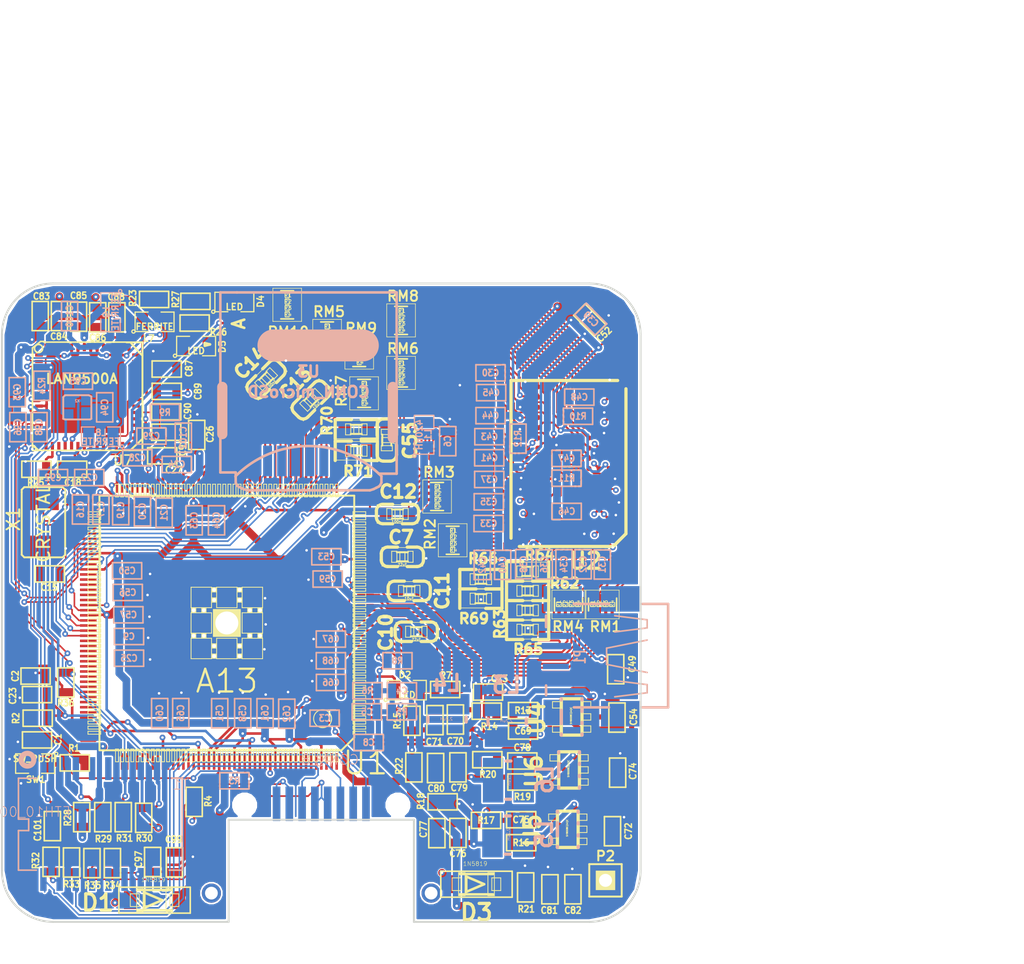
<source format=kicad_pcb>
(kicad_pcb (version 4) (host pcbnew "(2015-09-06 BZR 6162)-product")
  (layers (0 Top signal) (1 Route2 signal) (2 Route15 signal) (31 Bottom signal) (34 B.Paste user) (35 F.Paste user) (36 B.SilkS user hide) (37 F.SilkS user) (38 B.Mask user) (39 F.Mask user hide) (44 Edge.Cuts user))
  (net 0 "")
  (net 1 "Net-(U1-Pad99)")
  (net 2 "Net-(U2-PadJ1)")
  (net 3 "Net-(U2-PadJ9)")
  (net 4 "Net-(U2-PadL1)")
  (net 5 "Net-(U2-PadL9)")
  (net 6 "Net-(U2-PadM7)")
  (net 7 "Net-(U2-PadT7)")
  (net 8 "Net-(C1-Pad1)")
  (net 9 GND)
  (net 10 "Net-(C2-Pad1)")
  (net 11 VCC)
  (net 12 1V5)
  (net 13 SVREF)
  (net 14 "Net-(C6-Pad1)")
  (net 15 VDD_INT)
  (net 16 X1_N)
  (net 17 "Net-(C16-Pad2)")
  (net 18 "Net-(C17-Pad2)")
  (net 19 X1_P)
  (net 20 "Net-(C19-Pad2)")
  (net 21 "Net-(C20-Pad2)")
  (net 22 "Net-(C21-Pad2)")
  (net 23 "Net-(C22-Pad2)")
  (net 24 3VA)
  (net 25 "Net-(C26-Pad2)")
  (net 26 "Net-(C28-Pad2)")
  (net 27 "Net-(C47-Pad2)")
  (net 28 +5V)
  (net 29 VDD_CPU)
  (net 30 DDR3_CK_N)
  (net 31 DDR3_CK_P)
  (net 32 "Net-(C69-Pad1)")
  (net 33 "Net-(C69-Pad2)")
  (net 34 "Net-(C75-Pad1)")
  (net 35 "Net-(C75-Pad2)")
  (net 36 "Net-(C78-Pad1)")
  (net 37 "Net-(C78-Pad2)")
  (net 38 VDD33A)
  (net 39 VDDBUSPLL)
  (net 40 VDDCORE)
  (net 41 "Net-(C94-Pad2)")
  (net 42 "Net-(C95-Pad2)")
  (net 43 3V3ETH)
  (net 44 VDDPLL)
  (net 45 "Net-(C101-Pad2)")
  (net 46 "Net-(D2-Pad1)")
  (net 47 "Net-(D2-Pad2)")
  (net 48 "Net-(D4-Pad1)")
  (net 49 LED1)
  (net 50 "Net-(D5-Pad1)")
  (net 51 LED2)
  (net 52 "Net-(L3-Pad1)")
  (net 53 "Net-(L5-Pad1)")
  (net 54 "Net-(L6-Pad1)")
  (net 55 UART1_RX)
  (net 56 UART1_TX)
  (net 57 USB_HOST_N)
  (net 58 USB_HOST_P)
  (net 59 "Net-(P3-Pad1)")
  (net 60 /Erhernet/TX+)
  (net 61 "Net-(P3-Pad4)")
  (net 62 /Erhernet/TX-)
  (net 63 /Erhernet/RX+)
  (net 64 /Erhernet/RX-)
  (net 65 UBOOT)
  (net 66 "Net-(D1-Pad2)")
  (net 67 "Net-(R3-Pad2)")
  (net 68 "Net-(R4-Pad1)")
  (net 69 "Net-(R8-Pad1)")
  (net 70 "Net-(R12-Pad1)")
  (net 71 "Net-(R24-Pad2)")
  (net 72 "Net-(R25-Pad2)")
  (net 73 TPX_P)
  (net 74 TPX_N)
  (net 75 RPX_N)
  (net 76 RPX_P)
  (net 77 "Net-(R32-Pad2)")
  (net 78 "Net-(R34-Pad2)")
  (net 79 "Net-(R62-Pad1)")
  (net 80 DDR3_DQS0_N)
  (net 81 "Net-(R63-Pad1)")
  (net 82 DDR3_DQS0_P)
  (net 83 "Net-(R64-Pad1)")
  (net 84 DDR3_DM0)
  (net 85 "Net-(R65-Pad1)")
  (net 86 DDR3_DM1)
  (net 87 DDR3_DQS1_N)
  (net 88 "Net-(R66-Pad2)")
  (net 89 DDR3_DQS1_P)
  (net 90 "Net-(R69-Pad2)")
  (net 91 "Net-(R70-Pad2)")
  (net 92 "Net-(R71-Pad2)")
  (net 93 "Net-(T1-Pad4)")
  (net 94 "Net-(T1-Pad5)")
  (net 95 "Net-(T1-Pad12)")
  (net 96 "Net-(T1-Pad13)")
  (net 97 "Net-(U1-Pad132)")
  (net 98 "Net-(U1-Pad131)")
  (net 99 "Net-(U1-Pad130)")
  (net 100 "Net-(U1-Pad129)")
  (net 101 "Net-(U1-Pad128)")
  (net 102 "Net-(U1-Pad127)")
  (net 103 "Net-(U1-Pad126)")
  (net 104 "Net-(U1-Pad125)")
  (net 105 "Net-(U1-Pad124)")
  (net 106 "Net-(U1-Pad123)")
  (net 107 "Net-(U1-Pad122)")
  (net 108 "Net-(U1-Pad121)")
  (net 109 "Net-(U1-Pad120)")
  (net 110 "Net-(U1-Pad119)")
  (net 111 "Net-(U1-Pad118)")
  (net 112 "Net-(U1-Pad117)")
  (net 113 "Net-(U1-Pad116)")
  (net 114 "Net-(U1-Pad115)")
  (net 115 "Net-(U1-Pad114)")
  (net 116 SDC0_D2)
  (net 117 SDC0_D3)
  (net 118 SDC0_CMD)
  (net 119 SDC0_CLK)
  (net 120 SDC0_D0)
  (net 121 SDC0_D1)
  (net 122 "Net-(U1-Pad105)")
  (net 123 "Net-(U1-Pad106)")
  (net 124 "Net-(U1-Pad104)")
  (net 125 "Net-(U1-Pad103)")
  (net 126 "Net-(U1-Pad102)")
  (net 127 "Net-(U1-Pad101)")
  (net 128 USB_ETH_P)
  (net 129 USB_ETH_N)
  (net 130 "Net-(U1-Pad74)")
  (net 131 "Net-(U1-Pad77)")
  (net 132 "Net-(U1-Pad78)")
  (net 133 "Net-(U1-Pad84)")
  (net 134 "Net-(U1-Pad85)")
  (net 135 "Net-(U1-Pad176)")
  (net 136 "Net-(U1-Pad175)")
  (net 137 "Net-(U1-Pad174)")
  (net 138 "Net-(U1-Pad172)")
  (net 139 "Net-(U1-Pad171)")
  (net 140 "Net-(U1-Pad170)")
  (net 141 "Net-(U1-Pad168)")
  (net 142 "Net-(U1-Pad167)")
  (net 143 "Net-(U1-Pad166)")
  (net 144 "Net-(U1-Pad165)")
  (net 145 "Net-(U1-Pad162)")
  (net 146 "Net-(U1-Pad161)")
  (net 147 "Net-(U1-Pad160)")
  (net 148 "Net-(U1-Pad155)")
  (net 149 "Net-(U1-Pad154)")
  (net 150 "Net-(U1-Pad150)")
  (net 151 "Net-(U1-Pad148)")
  (net 152 "Net-(U1-Pad147)")
  (net 153 "Net-(U1-Pad146)")
  (net 154 "Net-(U1-Pad145)")
  (net 155 "Net-(U1-Pad144)")
  (net 156 "Net-(U1-Pad143)")
  (net 157 "Net-(U1-Pad141)")
  (net 158 "Net-(U1-Pad140)")
  (net 159 "Net-(U1-Pad139)")
  (net 160 "Net-(U1-Pad138)")
  (net 161 "Net-(U1-Pad137)")
  (net 162 "Net-(U1-Pad136)")
  (net 163 "Net-(U1-Pad135)")
  (net 164 "Net-(U1-Pad134)")
  (net 165 "Net-(U1-Pad133)")
  (net 166 "Net-(U1-Pad1)")
  (net 167 "Net-(U1-Pad2)")
  (net 168 "Net-(U1-Pad3)")
  (net 169 "Net-(U1-Pad6)")
  (net 170 "Net-(U1-Pad7)")
  (net 171 "Net-(U1-Pad8)")
  (net 172 "Net-(U1-Pad10)")
  (net 173 "Net-(U1-Pad13)")
  (net 174 "Net-(U1-Pad14)")
  (net 175 "Net-(U1-Pad15)")
  (net 176 DDR3_D13)
  (net 177 DDR3_D15)
  (net 178 DDR3_D12)
  (net 179 DDR3_D14)
  (net 180 DDR3_D11)
  (net 181 DDR3_D09)
  (net 182 DDR3_D10)
  (net 183 DDR3_D08)
  (net 184 DDR3_D00)
  (net 185 DDR3_D02)
  (net 186 DDR3_D01)
  (net 187 DDR3_D03)
  (net 188 DDR3_D06)
  (net 189 DDR3_D04)
  (net 190 DDR3_D07)
  (net 191 DDR3_D05)
  (net 192 DDR3_RAS)
  (net 193 DDR3_ODT)
  (net 194 DDR3_CAS)
  (net 195 DDR3_CKE)
  (net 196 DDR3_WE)
  (net 197 DDR3_A10)
  (net 198 DDR3_BA0)
  (net 199 DDR3_BA2)
  (net 200 DDR3_A03)
  (net 201 DDR3_A00)
  (net 202 DDR3_A12)
  (net 203 DDR3_BA1)
  (net 204 DDR3_A05)
  (net 205 DDR3_A02)
  (net 206 DDR3_A01)
  (net 207 DDR3_A04)
  (net 208 DDR3_A07)
  (net 209 DDR3_A09)
  (net 210 DDR3_A11)
  (net 211 DDR3_A06)
  (net 212 DDR3_RST)
  (net 213 DDR3_A13)
  (net 214 DDR3_A08)
  (net 215 "Net-(U7-Pad1)")
  (net 216 "Net-(U7-Pad39)")
  (net 217 "Net-(U7-Pad40)")
  (net 218 "Net-(U7-Pad41)")
  (net 219 "Net-(U7-Pad42)")
  (net 220 "Net-(U7-Pad22)")
  (net 221 "Net-(U7-Pad23)")
  (net 222 "Net-(U7-Pad26)")
  (net 223 "Net-(U7-Pad31)")
  (net 224 "Net-(U7-Pad32)")
  (net 225 "Net-(U7-Pad34)")
  (net 226 "Net-(U7-Pad36)")
  (net 227 "Net-(U7-Pad37)")
  (net 228 "Net-(U7-Pad38)")
  (net 229 "Net-(U7-Pad45)")
  (net 230 "Net-(U7-Pad46)")
  (net 231 "Net-(U7-Pad47)")
  (net 232 "Net-(U7-Pad53)")
  (net 233 "Net-(U7-Pad54)")
  (net 234 "Net-(U7-Pad55)")
  (net 235 "Net-(U7-Pad56)")
  (net 236 "Net-(U7-Pad14)")
  (net 237 "Net-(U7-Pad30)")
  (net 238 "Net-(U7-Pad29)")
  (net 239 "Net-(U7-Pad44)")
  (net 240 "Net-(U7-Pad43)")
  (net 241 "Net-(RM1-Pad1.1)")
  (net 242 "Net-(RM2-Pad1.1)")
  (net 243 "Net-(RM3-Pad1.1)")
  (net 244 "Net-(RM4-Pad1.1)")
  (net 245 "Net-(RM5-Pad1.1)")
  (net 246 "Net-(RM6-Pad1.1)")
  (net 247 "Net-(RM7-Pad1.1)")
  (net 248 "Net-(RM8-Pad1.1)")
  (net 249 "Net-(RM9-Pad1.1)")
  (net 250 "Net-(RM10-Pad1.1)")
  (net 251 "Net-(RM1-Pad2.1)")
  (net 252 "Net-(RM1-Pad4.1)")
  (net 253 "Net-(RM1-Pad3.1)")
  (net 254 "Net-(RM2-Pad2.1)")
  (net 255 "Net-(RM2-Pad4.1)")
  (net 256 "Net-(RM2-Pad3.1)")
  (net 257 "Net-(RM3-Pad2.1)")
  (net 258 "Net-(RM3-Pad4.1)")
  (net 259 "Net-(RM3-Pad3.1)")
  (net 260 "Net-(RM4-Pad2.1)")
  (net 261 "Net-(RM4-Pad4.1)")
  (net 262 "Net-(RM4-Pad3.1)")
  (net 263 "Net-(RM5-Pad2.1)")
  (net 264 "Net-(RM5-Pad4.1)")
  (net 265 "Net-(RM5-Pad3.1)")
  (net 266 "Net-(RM6-Pad2.1)")
  (net 267 "Net-(RM6-Pad4.1)")
  (net 268 "Net-(RM6-Pad3.1)")
  (net 269 "Net-(RM7-Pad2.1)")
  (net 270 "Net-(RM7-Pad4.1)")
  (net 271 "Net-(RM7-Pad3.1)")
  (net 272 "Net-(RM8-Pad2.1)")
  (net 273 "Net-(RM8-Pad4.1)")
  (net 274 "Net-(RM8-Pad3.1)")
  (net 275 "Net-(RM9-Pad2.1)")
  (net 276 "Net-(RM9-Pad4.1)")
  (net 277 "Net-(RM9-Pad3.1)")
  (net 278 "Net-(RM10-Pad2.1)")
  (net 279 "Net-(RM10-Pad4.1)")
  (net 280 "Net-(RM10-Pad3.1)")
  (net 281 DDR3_A14)
  (net 282 "Net-(C102-Pad2)")
  (module torbox:RJ45_LP_RA_SMT (layer Bottom) (at 147 122.75)
    (fp_text reference P3 (at 1.001 -2.873) (layer B.SilkS) (effects (font (size 0.77216 0.77216) (thickness 0.061772)) (justify left bottom mirror)))
    (fp_text value CONN_8 (at 3 -3) (layer B.SilkS) (effects (font (size 0.77216 0.77216) (thickness 0.061772)) (justify left bottom mirror)))
    (pad 1 smd rect (at -3.5 0 270) (size 2.7 0.6) (layers Bottom B.Paste B.Mask) (net 59 "Net-(P3-Pad1)"))
    (pad 2 smd rect (at -2.5 0 270) (size 2.7 0.6) (layers Bottom B.Paste B.Mask) (net 59 "Net-(P3-Pad1)"))
    (pad 3 smd rect (at -1.5 0 270) (size 2.7 0.6) (layers Bottom B.Paste B.Mask) (net 60 /Erhernet/TX+))
    (pad 4 smd rect (at -0.5 0 270) (size 2.7 0.6) (layers Bottom B.Paste B.Mask) (net 61 "Net-(P3-Pad4)"))
    (pad 5 smd rect (at 0.5 0 270) (size 2.7 0.6) (layers Bottom B.Paste B.Mask) (net 61 "Net-(P3-Pad4)"))
    (pad 6 smd rect (at 1.5 0 270) (size 2.7 0.6) (layers Bottom B.Paste B.Mask) (net 62 /Erhernet/TX-))
    (pad 7 smd rect (at 2.5 0 270) (size 2.7 0.6) (layers Bottom B.Paste B.Mask) (net 63 /Erhernet/RX+))
    (pad 8 smd rect (at 3.5 0 270) (size 2.7 0.6) (layers Bottom B.Paste B.Mask) (net 64 /Erhernet/RX-))
    (pad "" np_thru_hole circle (at -6 0.1) (size 1.7 1.7) (drill 1.7) (layers *.Cu))
    (pad "" np_thru_hole circle (at 6 0.1) (size 1.7 1.7) (drill 1.7) (layers *.Cu))
    (pad S$1 thru_hole circle (at -8.6 7) (size 1.5 1.5) (drill 1) (layers *.Cu *.Mask))
    (pad S$2 thru_hole circle (at 8.6 7) (size 1.5 1.5) (drill 1) (layers *.Cu *.Mask))
  )
  (module smd:SM0603 (layer Top) (at 124.75 117.75 180)
    (fp_text reference C1 (at -1.65 0.05 270) (layer F.SilkS) (effects (font (size 0.508 0.4572) (thickness 0.1143))))
    (fp_text value 1nF hide)
    (pad 1 smd rect (at -0.762 0 180) (size 0.635 1.143) (layers Top F.Paste F.Mask) (net 8 "Net-(C1-Pad1)"))
    (pad 2 smd rect (at 0.762 0 180) (size 0.635 1.143) (layers Top F.Paste F.Mask) (net 9 GND))
  )
  (module smd:SM0603 (layer Bottom) (at 153.312 113.9 180)
    (fp_text reference C4 (at 0 0 180) (layer B.SilkS) (effects (font (size 0.508 0.4572) (thickness 0.1143)) (justify mirror)))
    (fp_text value 100nF hide)
    (pad 1 smd rect (at -0.762 0 180) (size 0.635 1.143) (layers Bottom B.Paste B.Mask) (net 12 1V5))
    (pad 2 smd rect (at 0.762 0 180) (size 0.635 1.143) (layers Bottom B.Paste B.Mask) (net 13 SVREF))
  )
  (module smd:SM0603 (layer Bottom) (at 150.562 115.55 180)
    (fp_text reference C5 (at 0 0 180) (layer B.SilkS) (effects (font (size 0.508 0.4572) (thickness 0.1143)) (justify mirror)))
    (fp_text value 100nF hide)
    (pad 1 smd rect (at -0.762 0 180) (size 0.635 1.143) (layers Bottom B.Paste B.Mask) (net 13 SVREF))
    (pad 2 smd rect (at 0.762 0 180) (size 0.635 1.143) (layers Bottom B.Paste B.Mask) (net 9 GND))
  )
  (module smd:SM0603 (layer Bottom) (at 150.712 117.95 180)
    (fp_text reference C8 (at 0 0 180) (layer B.SilkS) (effects (font (size 0.508 0.4572) (thickness 0.1143)) (justify mirror)))
    (fp_text value 100nF hide)
    (pad 1 smd rect (at -0.762 0 180) (size 0.635 1.143) (layers Bottom B.Paste B.Mask) (net 13 SVREF))
    (pad 2 smd rect (at 0.762 0 180) (size 0.635 1.143) (layers Bottom B.Paste B.Mask) (net 9 GND))
  )
  (module smd:SM0603 (layer Bottom) (at 131.95 109.65 180)
    (fp_text reference C9 (at 0 0 180) (layer B.SilkS) (effects (font (size 0.508 0.4572) (thickness 0.1143)) (justify mirror)))
    (fp_text value 100nF hide)
    (pad 1 smd rect (at -0.762 0 180) (size 0.635 1.143) (layers Bottom B.Paste B.Mask) (net 9 GND))
    (pad 2 smd rect (at 0.762 0 180) (size 0.635 1.143) (layers Bottom B.Paste B.Mask) (net 11 VCC))
  )
  (module smd:SM0603 (layer Top) (at 125.75 104.75 180)
    (fp_text reference C15 (at 0.05 -1.05 180) (layer F.SilkS) (effects (font (size 0.508 0.4572) (thickness 0.1143))))
    (fp_text value 10pF hide)
    (pad 1 smd rect (at -0.762 0 180) (size 0.635 1.143) (layers Top F.Paste F.Mask) (net 9 GND))
    (pad 2 smd rect (at 0.762 0 180) (size 0.635 1.143) (layers Top F.Paste F.Mask) (net 16 X1_N))
  )
  (module smd:SM0603 (layer Bottom) (at 128.15 99.7 90)
    (fp_text reference C16 (at 0 0 90) (layer B.SilkS) (effects (font (size 0.508 0.4572) (thickness 0.1143)) (justify mirror)))
    (fp_text value 1nF hide)
    (pad 1 smd rect (at -0.762 0 90) (size 0.635 1.143) (layers Bottom B.Paste B.Mask) (net 9 GND))
    (pad 2 smd rect (at 0.762 0 90) (size 0.635 1.143) (layers Bottom B.Paste B.Mask) (net 17 "Net-(C16-Pad2)"))
  )
  (module smd:SM0603 (layer Bottom) (at 129.75 99.7 90)
    (fp_text reference C17 (at 0 0 90) (layer B.SilkS) (effects (font (size 0.508 0.4572) (thickness 0.1143)) (justify mirror)))
    (fp_text value 1nF hide)
    (pad 1 smd rect (at -0.762 0 90) (size 0.635 1.143) (layers Bottom B.Paste B.Mask) (net 9 GND))
    (pad 2 smd rect (at 0.762 0 90) (size 0.635 1.143) (layers Bottom B.Paste B.Mask) (net 18 "Net-(C17-Pad2)"))
  )
  (module smd:SM0603 (layer Top) (at 127.5 96.55 180)
    (fp_text reference C18 (at -0.05 -1.05 180) (layer F.SilkS) (effects (font (size 0.508 0.4572) (thickness 0.1143))))
    (fp_text value 10pF hide)
    (pad 1 smd rect (at -0.762 0 180) (size 0.635 1.143) (layers Top F.Paste F.Mask) (net 9 GND))
    (pad 2 smd rect (at 0.762 0 180) (size 0.635 1.143) (layers Top F.Paste F.Mask) (net 19 X1_P))
  )
  (module smd:SM0603 (layer Bottom) (at 131.3 99.75 90)
    (fp_text reference C19 (at 0 0 90) (layer B.SilkS) (effects (font (size 0.508 0.4572) (thickness 0.1143)) (justify mirror)))
    (fp_text value 1nF hide)
    (pad 1 smd rect (at -0.762 0 90) (size 0.635 1.143) (layers Bottom B.Paste B.Mask) (net 9 GND))
    (pad 2 smd rect (at 0.762 0 90) (size 0.635 1.143) (layers Bottom B.Paste B.Mask) (net 20 "Net-(C19-Pad2)"))
  )
  (module smd:SM0603 (layer Bottom) (at 133 99.85 90)
    (fp_text reference C20 (at 0 0 90) (layer B.SilkS) (effects (font (size 0.508 0.4572) (thickness 0.1143)) (justify mirror)))
    (fp_text value 1nF hide)
    (pad 1 smd rect (at -0.762 0 90) (size 0.635 1.143) (layers Bottom B.Paste B.Mask) (net 9 GND))
    (pad 2 smd rect (at 0.762 0 90) (size 0.635 1.143) (layers Bottom B.Paste B.Mask) (net 21 "Net-(C20-Pad2)"))
  )
  (module smd:SM0603 (layer Bottom) (at 134.7 99.95 90)
    (fp_text reference C21 (at 0 0 90) (layer B.SilkS) (effects (font (size 0.508 0.4572) (thickness 0.1143)) (justify mirror)))
    (fp_text value 1nF hide)
    (pad 1 smd rect (at -0.762 0 90) (size 0.635 1.143) (layers Bottom B.Paste B.Mask) (net 9 GND))
    (pad 2 smd rect (at 0.762 0 90) (size 0.635 1.143) (layers Bottom B.Paste B.Mask) (net 22 "Net-(C21-Pad2)"))
  )
  (module smd:SM0603 (layer Bottom) (at 128.838 97.2)
    (fp_text reference C22 (at 0 0) (layer B.SilkS) (effects (font (size 0.508 0.4572) (thickness 0.1143)) (justify mirror)))
    (fp_text value 1uF hide)
    (pad 1 smd rect (at -0.762 0) (size 0.635 1.143) (layers Bottom B.Paste B.Mask) (net 9 GND))
    (pad 2 smd rect (at 0.762 0) (size 0.635 1.143) (layers Bottom B.Paste B.Mask) (net 23 "Net-(C22-Pad2)"))
  )
  (module smd:SM0603 (layer Top) (at 134.55 95.5 180)
    (fp_text reference C27 (at -0.9 -1.1 180) (layer F.SilkS) (effects (font (size 0.508 0.4572) (thickness 0.1143))))
    (fp_text value 100nF hide)
    (pad 1 smd rect (at -0.762 0 180) (size 0.635 1.143) (layers Top F.Paste F.Mask) (net 9 GND))
    (pad 2 smd rect (at 0.762 0 180) (size 0.635 1.143) (layers Top F.Paste F.Mask) (net 25 "Net-(C26-Pad2)"))
  )
  (module smd:SM0603 (layer Bottom) (at 133.7 93.95)
    (fp_text reference C29 (at 0 0) (layer B.SilkS) (effects (font (size 0.508 0.4572) (thickness 0.1143)) (justify mirror)))
    (fp_text value 100nF hide)
    (pad 1 smd rect (at -0.762 0) (size 0.635 1.143) (layers Bottom B.Paste B.Mask) (net 9 GND))
    (pad 2 smd rect (at 0.762 0) (size 0.635 1.143) (layers Bottom B.Paste B.Mask) (net 26 "Net-(C28-Pad2)"))
  )
  (module smd:SM0603 (layer Bottom) (at 160.25 89 180)
    (fp_text reference C30 (at 0 0 180) (layer B.SilkS) (effects (font (size 0.508 0.4572) (thickness 0.1143)) (justify mirror)))
    (fp_text value 100nF hide)
    (pad 1 smd rect (at -0.762 0 180) (size 0.635 1.143) (layers Bottom B.Paste B.Mask) (net 12 1V5))
    (pad 2 smd rect (at 0.762 0 180) (size 0.635 1.143) (layers Bottom B.Paste B.Mask) (net 9 GND))
  )
  (module smd:SM0603 (layer Bottom) (at 169 104.012 270)
    (fp_text reference C31 (at 0 0 270) (layer B.SilkS) (effects (font (size 0.508 0.4572) (thickness 0.1143)) (justify mirror)))
    (fp_text value 100nF hide)
    (pad 1 smd rect (at -0.762 0 270) (size 0.635 1.143) (layers Bottom B.Paste B.Mask) (net 12 1V5))
    (pad 2 smd rect (at 0.762 0 270) (size 0.635 1.143) (layers Bottom B.Paste B.Mask) (net 9 GND))
  )
  (module smd:SM0603 (layer Bottom) (at 167.5 103.988 270)
    (fp_text reference C32 (at 0 0 270) (layer B.SilkS) (effects (font (size 0.508 0.4572) (thickness 0.1143)) (justify mirror)))
    (fp_text value 100nF hide)
    (pad 1 smd rect (at -0.762 0 270) (size 0.635 1.143) (layers Bottom B.Paste B.Mask) (net 12 1V5))
    (pad 2 smd rect (at 0.762 0 270) (size 0.635 1.143) (layers Bottom B.Paste B.Mask) (net 9 GND))
  )
  (module smd:SM0603 (layer Bottom) (at 160.1 100.8 180)
    (fp_text reference C33 (at 0 0 180) (layer B.SilkS) (effects (font (size 0.508 0.4572) (thickness 0.1143)) (justify mirror)))
    (fp_text value 100nF hide)
    (pad 1 smd rect (at -0.762 0 180) (size 0.635 1.143) (layers Bottom B.Paste B.Mask) (net 12 1V5))
    (pad 2 smd rect (at 0.762 0 180) (size 0.635 1.143) (layers Bottom B.Paste B.Mask) (net 9 GND))
  )
  (module smd:SM0603 (layer Bottom) (at 166 103.988 270)
    (fp_text reference C34 (at 0 0 270) (layer B.SilkS) (effects (font (size 0.508 0.4572) (thickness 0.1143)) (justify mirror)))
    (fp_text value 100nF hide)
    (pad 1 smd rect (at -0.762 0 270) (size 0.635 1.143) (layers Bottom B.Paste B.Mask) (net 12 1V5))
    (pad 2 smd rect (at 0.762 0 270) (size 0.635 1.143) (layers Bottom B.Paste B.Mask) (net 9 GND))
  )
  (module smd:SM0603 (layer Bottom) (at 160.112 99.1 180)
    (fp_text reference C35 (at 0 0 180) (layer B.SilkS) (effects (font (size 0.508 0.4572) (thickness 0.1143)) (justify mirror)))
    (fp_text value 100nF hide)
    (pad 1 smd rect (at -0.762 0 180) (size 0.635 1.143) (layers Bottom B.Paste B.Mask) (net 12 1V5))
    (pad 2 smd rect (at 0.762 0 180) (size 0.635 1.143) (layers Bottom B.Paste B.Mask) (net 9 GND))
  )
  (module smd:SM0603 (layer Bottom) (at 164.45 104 270)
    (fp_text reference C36 (at 0 0 270) (layer B.SilkS) (effects (font (size 0.508 0.4572) (thickness 0.1143)) (justify mirror)))
    (fp_text value 100nF hide)
    (pad 1 smd rect (at -0.762 0 270) (size 0.635 1.143) (layers Bottom B.Paste B.Mask) (net 12 1V5))
    (pad 2 smd rect (at 0.762 0 270) (size 0.635 1.143) (layers Bottom B.Paste B.Mask) (net 9 GND))
  )
  (module smd:SM0603 (layer Bottom) (at 160.15 97.35 180)
    (fp_text reference C37 (at 0 0 180) (layer B.SilkS) (effects (font (size 0.508 0.4572) (thickness 0.1143)) (justify mirror)))
    (fp_text value 100nF hide)
    (pad 1 smd rect (at -0.762 0 180) (size 0.635 1.143) (layers Bottom B.Paste B.Mask) (net 12 1V5))
    (pad 2 smd rect (at 0.762 0 180) (size 0.635 1.143) (layers Bottom B.Paste B.Mask) (net 9 GND))
  )
  (module smd:SM0603 (layer Bottom) (at 162.85 103.988 270)
    (fp_text reference C38 (at 0 0 270) (layer B.SilkS) (effects (font (size 0.508 0.4572) (thickness 0.1143)) (justify mirror)))
    (fp_text value 100nF hide)
    (pad 1 smd rect (at -0.762 0 270) (size 0.635 1.143) (layers Bottom B.Paste B.Mask) (net 12 1V5))
    (pad 2 smd rect (at 0.762 0 270) (size 0.635 1.143) (layers Bottom B.Paste B.Mask) (net 9 GND))
  )
  (module smd:SM0603 (layer Bottom) (at 161.2 104.038 270)
    (fp_text reference C40 (at 0 0 270) (layer B.SilkS) (effects (font (size 0.508 0.4572) (thickness 0.1143)) (justify mirror)))
    (fp_text value 100nF hide)
    (pad 1 smd rect (at -0.762 0 270) (size 0.635 1.143) (layers Bottom B.Paste B.Mask) (net 12 1V5))
    (pad 2 smd rect (at 0.762 0 270) (size 0.635 1.143) (layers Bottom B.Paste B.Mask) (net 9 GND))
  )
  (module smd:SM0603 (layer Bottom) (at 160.15 95.65 180)
    (fp_text reference C41 (at 0 0 180) (layer B.SilkS) (effects (font (size 0.508 0.4572) (thickness 0.1143)) (justify mirror)))
    (fp_text value 100nF hide)
    (pad 1 smd rect (at -0.762 0 180) (size 0.635 1.143) (layers Bottom B.Paste B.Mask) (net 12 1V5))
    (pad 2 smd rect (at 0.762 0 180) (size 0.635 1.143) (layers Bottom B.Paste B.Mask) (net 9 GND))
  )
  (module smd:SM0603 (layer Bottom) (at 159.6 104.05 270)
    (fp_text reference C42 (at 0 0 270) (layer B.SilkS) (effects (font (size 0.508 0.4572) (thickness 0.1143)) (justify mirror)))
    (fp_text value 100nF hide)
    (pad 1 smd rect (at -0.762 0 270) (size 0.635 1.143) (layers Bottom B.Paste B.Mask) (net 12 1V5))
    (pad 2 smd rect (at 0.762 0 270) (size 0.635 1.143) (layers Bottom B.Paste B.Mask) (net 9 GND))
  )
  (module smd:SM0603 (layer Bottom) (at 160.162 94 180)
    (fp_text reference C43 (at 0 0 180) (layer B.SilkS) (effects (font (size 0.508 0.4572) (thickness 0.1143)) (justify mirror)))
    (fp_text value 100nF hide)
    (pad 1 smd rect (at -0.762 0 180) (size 0.635 1.143) (layers Bottom B.Paste B.Mask) (net 12 1V5))
    (pad 2 smd rect (at 0.762 0 180) (size 0.635 1.143) (layers Bottom B.Paste B.Mask) (net 9 GND))
  )
  (module smd:SM0603 (layer Bottom) (at 160.25 92.35 180)
    (fp_text reference C44 (at 0 0 180) (layer B.SilkS) (effects (font (size 0.508 0.4572) (thickness 0.1143)) (justify mirror)))
    (fp_text value 100nF hide)
    (pad 1 smd rect (at -0.762 0 180) (size 0.635 1.143) (layers Bottom B.Paste B.Mask) (net 12 1V5))
    (pad 2 smd rect (at 0.762 0 180) (size 0.635 1.143) (layers Bottom B.Paste B.Mask) (net 9 GND))
  )
  (module smd:SM0603 (layer Bottom) (at 160.3 90.55 180)
    (fp_text reference C45 (at 0 0 180) (layer B.SilkS) (effects (font (size 0.508 0.4572) (thickness 0.1143)) (justify mirror)))
    (fp_text value 100nF hide)
    (pad 1 smd rect (at -0.762 0 180) (size 0.635 1.143) (layers Bottom B.Paste B.Mask) (net 12 1V5))
    (pad 2 smd rect (at 0.762 0 180) (size 0.635 1.143) (layers Bottom B.Paste B.Mask) (net 9 GND))
  )
  (module smd:SM0603 (layer Bottom) (at 166.212 99.85)
    (fp_text reference C46 (at 0 0) (layer B.SilkS) (effects (font (size 0.508 0.4572) (thickness 0.1143)) (justify mirror)))
    (fp_text value 100nF hide)
    (pad 1 smd rect (at -0.762 0) (size 0.635 1.143) (layers Bottom B.Paste B.Mask) (net 12 1V5))
    (pad 2 smd rect (at 0.762 0) (size 0.635 1.143) (layers Bottom B.Paste B.Mask) (net 9 GND))
  )
  (module smd:SM0603 (layer Bottom) (at 166.2 95.7)
    (fp_text reference C47 (at 0 0) (layer B.SilkS) (effects (font (size 0.508 0.4572) (thickness 0.1143)) (justify mirror)))
    (fp_text value 100nF hide)
    (pad 1 smd rect (at -0.762 0) (size 0.635 1.143) (layers Bottom B.Paste B.Mask) (net 12 1V5))
    (pad 2 smd rect (at 0.762 0) (size 0.635 1.143) (layers Bottom B.Paste B.Mask) (net 27 "Net-(C47-Pad2)"))
  )
  (module smd:SM0603 (layer Bottom) (at 167.2 90.9)
    (fp_text reference C48 (at 0 0) (layer B.SilkS) (effects (font (size 0.508 0.4572) (thickness 0.1143)) (justify mirror)))
    (fp_text value 100nF hide)
    (pad 1 smd rect (at -0.762 0) (size 0.635 1.143) (layers Bottom B.Paste B.Mask) (net 27 "Net-(C47-Pad2)"))
    (pad 2 smd rect (at 0.762 0) (size 0.635 1.143) (layers Bottom B.Paste B.Mask) (net 9 GND))
  )
  (module smd:SM0603 (layer Bottom) (at 131.8 104.5)
    (fp_text reference C50 (at 0 0) (layer B.SilkS) (effects (font (size 0.508 0.4572) (thickness 0.1143)) (justify mirror)))
    (fp_text value 100nF hide)
    (pad 1 smd rect (at -0.762 0) (size 0.635 1.143) (layers Bottom B.Paste B.Mask) (net 11 VCC))
    (pad 2 smd rect (at 0.762 0) (size 0.635 1.143) (layers Bottom B.Paste B.Mask) (net 9 GND))
  )
  (module smd:SM0603 (layer Bottom) (at 139.05 115.662 90)
    (fp_text reference C51 (at 0 0 90) (layer B.SilkS) (effects (font (size 0.508 0.4572) (thickness 0.1143)) (justify mirror)))
    (fp_text value 100nF hide)
    (pad 1 smd rect (at -0.762 0 90) (size 0.635 1.143) (layers Bottom B.Paste B.Mask) (net 29 VDD_CPU))
    (pad 2 smd rect (at 0.762 0 90) (size 0.635 1.143) (layers Bottom B.Paste B.Mask) (net 9 GND))
  )
  (module smd:SM0603 (layer Bottom) (at 147.4 103.4 180)
    (fp_text reference C53 (at 0 0 180) (layer B.SilkS) (effects (font (size 0.508 0.4572) (thickness 0.1143)) (justify mirror)))
    (fp_text value 100nF hide)
    (pad 1 smd rect (at -0.762 0 180) (size 0.635 1.143) (layers Bottom B.Paste B.Mask) (net 15 VDD_INT))
    (pad 2 smd rect (at 0.762 0 180) (size 0.635 1.143) (layers Bottom B.Paste B.Mask) (net 9 GND))
  )
  (module smd:SM0603 (layer Bottom) (at 131.85 106.2)
    (fp_text reference C56 (at 0 0) (layer B.SilkS) (effects (font (size 0.508 0.4572) (thickness 0.1143)) (justify mirror)))
    (fp_text value 100nF hide)
    (pad 1 smd rect (at -0.762 0) (size 0.635 1.143) (layers Bottom B.Paste B.Mask) (net 11 VCC))
    (pad 2 smd rect (at 0.762 0) (size 0.635 1.143) (layers Bottom B.Paste B.Mask) (net 9 GND))
  )
  (module smd:SM0603 (layer Bottom) (at 131.9 107.95)
    (fp_text reference C57 (at 0 0) (layer B.SilkS) (effects (font (size 0.508 0.4572) (thickness 0.1143)) (justify mirror)))
    (fp_text value 100nF hide)
    (pad 1 smd rect (at -0.762 0) (size 0.635 1.143) (layers Bottom B.Paste B.Mask) (net 11 VCC))
    (pad 2 smd rect (at 0.762 0) (size 0.635 1.143) (layers Bottom B.Paste B.Mask) (net 9 GND))
  )
  (module smd:SM0603 (layer Bottom) (at 140.85 115.662 90)
    (fp_text reference C58 (at 0 0 90) (layer B.SilkS) (effects (font (size 0.508 0.4572) (thickness 0.1143)) (justify mirror)))
    (fp_text value 100nF hide)
    (pad 1 smd rect (at -0.762 0 90) (size 0.635 1.143) (layers Bottom B.Paste B.Mask) (net 29 VDD_CPU))
    (pad 2 smd rect (at 0.762 0 90) (size 0.635 1.143) (layers Bottom B.Paste B.Mask) (net 9 GND))
  )
  (module smd:SM0603 (layer Bottom) (at 147.5 105.15 180)
    (fp_text reference C59 (at 0 0 180) (layer B.SilkS) (effects (font (size 0.508 0.4572) (thickness 0.1143)) (justify mirror)))
    (fp_text value 100nF hide)
    (pad 1 smd rect (at -0.762 0 180) (size 0.635 1.143) (layers Bottom B.Paste B.Mask) (net 15 VDD_INT))
    (pad 2 smd rect (at 0.762 0 180) (size 0.635 1.143) (layers Bottom B.Paste B.Mask) (net 9 GND))
  )
  (module smd:SM0603 (layer Bottom) (at 142.6 115.662 90)
    (fp_text reference C61 (at 0 0 90) (layer B.SilkS) (effects (font (size 0.508 0.4572) (thickness 0.1143)) (justify mirror)))
    (fp_text value 100nF hide)
    (pad 1 smd rect (at -0.762 0 90) (size 0.635 1.143) (layers Bottom B.Paste B.Mask) (net 29 VDD_CPU))
    (pad 2 smd rect (at 0.762 0 90) (size 0.635 1.143) (layers Bottom B.Paste B.Mask) (net 9 GND))
  )
  (module smd:SM0603 (layer Bottom) (at 144.3 115.7 90)
    (fp_text reference C62 (at 0 0 90) (layer B.SilkS) (effects (font (size 0.508 0.4572) (thickness 0.1143)) (justify mirror)))
    (fp_text value 100nF hide)
    (pad 1 smd rect (at -0.762 0 90) (size 0.635 1.143) (layers Bottom B.Paste B.Mask) (net 29 VDD_CPU))
    (pad 2 smd rect (at 0.762 0 90) (size 0.635 1.143) (layers Bottom B.Paste B.Mask) (net 9 GND))
  )
  (module smd:SM0603 (layer Top) (at 162.8 117.05 180)
    (fp_text reference C69 (at 0 0 180) (layer F.SilkS) (effects (font (size 0.508 0.4572) (thickness 0.1143))))
    (fp_text value 22pF hide)
    (pad 1 smd rect (at -0.762 0 180) (size 0.635 1.143) (layers Top F.Paste F.Mask) (net 32 "Net-(C69-Pad1)"))
    (pad 2 smd rect (at 0.762 0 180) (size 0.635 1.143) (layers Top F.Paste F.Mask) (net 33 "Net-(C69-Pad2)"))
  )
  (module smd:SM0603 (layer Top) (at 157.5 116.15 90)
    (fp_text reference C70 (at -1.7 0 180) (layer F.SilkS) (effects (font (size 0.508 0.4572) (thickness 0.1143))))
    (fp_text value 22uF hide)
    (pad 1 smd rect (at -0.762 0 90) (size 0.635 1.143) (layers Top F.Paste F.Mask) (net 32 "Net-(C69-Pad1)"))
    (pad 2 smd rect (at 0.762 0 90) (size 0.635 1.143) (layers Top F.Paste F.Mask) (net 9 GND))
  )
  (module smd:SM0603 (layer Top) (at 155.9 116.2 90)
    (fp_text reference C71 (at -1.7 -0.05 180) (layer F.SilkS) (effects (font (size 0.508 0.4572) (thickness 0.1143))))
    (fp_text value 22uF hide)
    (pad 1 smd rect (at -0.762 0 90) (size 0.635 1.143) (layers Top F.Paste F.Mask) (net 32 "Net-(C69-Pad1)"))
    (pad 2 smd rect (at 0.762 0 90) (size 0.635 1.143) (layers Top F.Paste F.Mask) (net 9 GND))
  )
  (module smd:SM0603 (layer Top) (at 162.65 124 180)
    (fp_text reference C75 (at 0 0 180) (layer F.SilkS) (effects (font (size 0.508 0.4572) (thickness 0.1143))))
    (fp_text value 47pF hide)
    (pad 1 smd rect (at -0.762 0 180) (size 0.635 1.143) (layers Top F.Paste F.Mask) (net 34 "Net-(C75-Pad1)"))
    (pad 2 smd rect (at 0.762 0 180) (size 0.635 1.143) (layers Top F.Paste F.Mask) (net 35 "Net-(C75-Pad2)"))
  )
  (module smd:SM0603 (layer Top) (at 162.738 119.4)
    (fp_text reference C78 (at 0 -1.05) (layer F.SilkS) (effects (font (size 0.508 0.4572) (thickness 0.1143))))
    (fp_text value 22pF hide)
    (pad 1 smd rect (at -0.762 0) (size 0.635 1.143) (layers Top F.Paste F.Mask) (net 36 "Net-(C78-Pad1)"))
    (pad 2 smd rect (at 0.762 0) (size 0.635 1.143) (layers Top F.Paste F.Mask) (net 37 "Net-(C78-Pad2)"))
  )
  (module smd:SM0603 (layer Top) (at 125 84.55 270)
    (fp_text reference C83 (at -1.55 -0.1 360) (layer F.SilkS) (effects (font (size 0.508 0.4572) (thickness 0.1143))))
    (fp_text value 100nF hide)
    (pad 1 smd rect (at -0.762 0 270) (size 0.635 1.143) (layers Top F.Paste F.Mask) (net 11 VCC))
    (pad 2 smd rect (at 0.762 0 270) (size 0.635 1.143) (layers Top F.Paste F.Mask) (net 9 GND))
  )
  (module smd:SM0603 (layer Top) (at 126.5 84.55 270)
    (fp_text reference C84 (at 1.6 0.05 360) (layer F.SilkS) (effects (font (size 0.508 0.4572) (thickness 0.1143))))
    (fp_text value 100nF hide)
    (pad 1 smd rect (at -0.762 0 270) (size 0.635 1.143) (layers Top F.Paste F.Mask) (net 11 VCC))
    (pad 2 smd rect (at 0.762 0 270) (size 0.635 1.143) (layers Top F.Paste F.Mask) (net 9 GND))
  )
  (module smd:SM0603 (layer Top) (at 128 84.6 270)
    (fp_text reference C85 (at -1.65 0 360) (layer F.SilkS) (effects (font (size 0.508 0.4572) (thickness 0.1143))))
    (fp_text value 100nF hide)
    (pad 1 smd rect (at -0.762 0 270) (size 0.635 1.143) (layers Top F.Paste F.Mask) (net 11 VCC))
    (pad 2 smd rect (at 0.762 0 270) (size 0.635 1.143) (layers Top F.Paste F.Mask) (net 9 GND))
  )
  (module smd:SM0603 (layer Top) (at 129.5 84.65 270)
    (fp_text reference C86 (at 1.6 0 360) (layer F.SilkS) (effects (font (size 0.508 0.4572) (thickness 0.1143))))
    (fp_text value 100nF hide)
    (pad 1 smd rect (at -0.762 0 270) (size 0.635 1.143) (layers Top F.Paste F.Mask) (net 11 VCC))
    (pad 2 smd rect (at 0.762 0 270) (size 0.635 1.143) (layers Top F.Paste F.Mask) (net 9 GND))
  )
  (module smd:SM0603 (layer Top) (at 134.9 88.7 180)
    (fp_text reference C87 (at -1.75 0.05 270) (layer F.SilkS) (effects (font (size 0.508 0.4572) (thickness 0.1143))))
    (fp_text value 100nF hide)
    (pad 1 smd rect (at -0.762 0 180) (size 0.635 1.143) (layers Top F.Paste F.Mask) (net 38 VDD33A))
    (pad 2 smd rect (at 0.762 0 180) (size 0.635 1.143) (layers Top F.Paste F.Mask) (net 9 GND))
  )
  (module smd:SM0603 (layer Top) (at 131 84.65 270)
    (fp_text reference C88 (at -1.6 0.05 360) (layer F.SilkS) (effects (font (size 0.508 0.4572) (thickness 0.1143))))
    (fp_text value 100nF hide)
    (pad 1 smd rect (at -0.762 0 270) (size 0.635 1.143) (layers Top F.Paste F.Mask) (net 11 VCC))
    (pad 2 smd rect (at 0.762 0 270) (size 0.635 1.143) (layers Top F.Paste F.Mask) (net 9 GND))
  )
  (module smd:SM0603 (layer Top) (at 134.9 90.45 180)
    (fp_text reference C89 (at -2.45 0 270) (layer F.SilkS) (effects (font (size 0.508 0.4572) (thickness 0.1143))))
    (fp_text value 100nF hide)
    (pad 1 smd rect (at -0.762 0 180) (size 0.635 1.143) (layers Top F.Paste F.Mask) (net 38 VDD33A))
    (pad 2 smd rect (at 0.762 0 180) (size 0.635 1.143) (layers Top F.Paste F.Mask) (net 9 GND))
  )
  (module smd:SM0603 (layer Top) (at 134.862 92.05 180)
    (fp_text reference C90 (at -1.688 0.05 270) (layer F.SilkS) (effects (font (size 0.508 0.4572) (thickness 0.1143))))
    (fp_text value 100nF hide)
    (pad 1 smd rect (at -0.762 0 180) (size 0.635 1.143) (layers Top F.Paste F.Mask) (net 38 VDD33A))
    (pad 2 smd rect (at 0.762 0 180) (size 0.635 1.143) (layers Top F.Paste F.Mask) (net 9 GND))
  )
  (module smd:SM0603 (layer Top) (at 134.862 93.65 180)
    (fp_text reference C91 (at -1.288 -1.2 270) (layer F.SilkS) (effects (font (size 0.508 0.4572) (thickness 0.1143))))
    (fp_text value 100nF hide)
    (pad 1 smd rect (at -0.762 0 180) (size 0.635 1.143) (layers Top F.Paste F.Mask) (net 38 VDD33A))
    (pad 2 smd rect (at 0.762 0 180) (size 0.635 1.143) (layers Top F.Paste F.Mask) (net 9 GND))
  )
  (module smd:SM0603 (layer Bottom) (at 126 97.2)
    (fp_text reference C92 (at 0 0) (layer B.SilkS) (effects (font (size 0.508 0.4572) (thickness 0.1143)) (justify mirror)))
    (fp_text value 100nF hide)
    (pad 1 smd rect (at -0.762 0) (size 0.635 1.143) (layers Bottom B.Paste B.Mask) (net 39 VDDBUSPLL))
    (pad 2 smd rect (at 0.762 0) (size 0.635 1.143) (layers Bottom B.Paste B.Mask) (net 9 GND))
  )
  (module smd:SM0603 (layer Bottom) (at 123.2 90.512 90)
    (fp_text reference C93 (at 0 0 90) (layer B.SilkS) (effects (font (size 0.508 0.4572) (thickness 0.1143)) (justify mirror)))
    (fp_text value 1uF hide)
    (pad 1 smd rect (at -0.762 0 90) (size 0.635 1.143) (layers Bottom B.Paste B.Mask) (net 40 VDDCORE))
    (pad 2 smd rect (at 0.762 0 90) (size 0.635 1.143) (layers Bottom B.Paste B.Mask) (net 9 GND))
  )
  (module smd:SM0603 (layer Bottom) (at 130.05 91.7 90)
    (fp_text reference C94 (at 0 0 90) (layer B.SilkS) (effects (font (size 0.508 0.4572) (thickness 0.1143)) (justify mirror)))
    (fp_text value 10pF hide)
    (pad 1 smd rect (at -0.762 0 90) (size 0.635 1.143) (layers Bottom B.Paste B.Mask) (net 9 GND))
    (pad 2 smd rect (at 0.762 0 90) (size 0.635 1.143) (layers Bottom B.Paste B.Mask) (net 41 "Net-(C94-Pad2)"))
  )
  (module smd:SM0603 (layer Bottom) (at 127.95 89.65 180)
    (fp_text reference C95 (at 0 0 180) (layer B.SilkS) (effects (font (size 0.508 0.4572) (thickness 0.1143)) (justify mirror)))
    (fp_text value 10pF hide)
    (pad 1 smd rect (at -0.762 0 180) (size 0.635 1.143) (layers Bottom B.Paste B.Mask) (net 9 GND))
    (pad 2 smd rect (at 0.762 0 180) (size 0.635 1.143) (layers Bottom B.Paste B.Mask) (net 42 "Net-(C95-Pad2)"))
  )
  (module smd:SM0603 (layer Bottom) (at 123.25 93.25 270)
    (fp_text reference C96 (at 0 0 270) (layer B.SilkS) (effects (font (size 0.508 0.4572) (thickness 0.1143)) (justify mirror)))
    (fp_text value 100nF hide)
    (pad 1 smd rect (at -0.762 0 270) (size 0.635 1.143) (layers Bottom B.Paste B.Mask) (net 40 VDDCORE))
    (pad 2 smd rect (at 0.762 0 270) (size 0.635 1.143) (layers Bottom B.Paste B.Mask) (net 9 GND))
  )
  (module smd:SM0603 (layer Top) (at 133.8 127.312 90)
    (fp_text reference C97 (at 0.212 -1.1 270) (layer F.SilkS) (effects (font (size 0.508 0.4572) (thickness 0.1143))))
    (fp_text value 100nF hide)
    (pad 1 smd rect (at -0.762 0 90) (size 0.635 1.143) (layers Top F.Paste F.Mask) (net 9 GND))
    (pad 2 smd rect (at 0.762 0 90) (size 0.635 1.143) (layers Top F.Paste F.Mask) (net 43 3V3ETH))
  )
  (module smd:SM0603 (layer Bottom) (at 124.9 93.25 270)
    (fp_text reference C98 (at 0 0 270) (layer B.SilkS) (effects (font (size 0.508 0.4572) (thickness 0.1143)) (justify mirror)))
    (fp_text value 100nF hide)
    (pad 1 smd rect (at -0.762 0 270) (size 0.635 1.143) (layers Bottom B.Paste B.Mask) (net 40 VDDCORE))
    (pad 2 smd rect (at 0.762 0 270) (size 0.635 1.143) (layers Bottom B.Paste B.Mask) (net 9 GND))
  )
  (module smd:SM0603 (layer Top) (at 135.5 127.338 270)
    (fp_text reference C99 (at -1.788 0.05 360) (layer F.SilkS) (effects (font (size 0.508 0.4572) (thickness 0.1143))))
    (fp_text value 100nF hide)
    (pad 1 smd rect (at -0.762 0 270) (size 0.635 1.143) (layers Top F.Paste F.Mask) (net 43 3V3ETH))
    (pad 2 smd rect (at 0.762 0 270) (size 0.635 1.143) (layers Top F.Paste F.Mask) (net 9 GND))
  )
  (module smd:SM0603 (layer Bottom) (at 127.3 84.55 90)
    (fp_text reference C100 (at 0 0 90) (layer B.SilkS) (effects (font (size 0.508 0.4572) (thickness 0.1143)) (justify mirror)))
    (fp_text value 100nF hide)
    (pad 1 smd rect (at -0.762 0 90) (size 0.635 1.143) (layers Bottom B.Paste B.Mask) (net 44 VDDPLL))
    (pad 2 smd rect (at 0.762 0 90) (size 0.635 1.143) (layers Bottom B.Paste B.Mask) (net 9 GND))
  )
  (module smd:SM0603 (layer Top) (at 125.95 124.5 270)
    (fp_text reference C101 (at 0.3 1.15 270) (layer F.SilkS) (effects (font (size 0.508 0.4572) (thickness 0.1143))))
    (fp_text value 1uF hide)
    (pad 1 smd rect (at -0.762 0 270) (size 0.635 1.143) (layers Top F.Paste F.Mask) (net 9 GND))
    (pad 2 smd rect (at 0.762 0 270) (size 0.635 1.143) (layers Top F.Paste F.Mask) (net 45 "Net-(C101-Pad2)"))
  )
  (module smd:SM0805 (layer Top) (at 153.6975 113.85)
    (fp_text reference D2 (at -0.1475 -1.2) (layer F.SilkS) (effects (font (size 0.50038 0.50038) (thickness 0.10922))))
    (fp_text value LED (at 0 0.381) (layer F.SilkS) (effects (font (size 0.50038 0.50038) (thickness 0.10922))))
    (pad 1 smd rect (at -0.9525 0) (size 0.889 1.397) (layers Top F.Paste F.Mask) (net 46 "Net-(D2-Pad1)"))
    (pad 2 smd rect (at 0.9525 0) (size 0.889 1.397) (layers Top F.Paste F.Mask) (net 47 "Net-(D2-Pad2)"))
  )
  (module smd:SM0805 (layer Top) (at 140.1975 83.45)
    (fp_text reference D4 (at 2.0525 -0.05 90) (layer F.SilkS) (effects (font (size 0.50038 0.50038) (thickness 0.10922))))
    (fp_text value LED (at 0 0.381) (layer F.SilkS) (effects (font (size 0.50038 0.50038) (thickness 0.10922))))
    (pad 1 smd rect (at -0.9525 0) (size 0.889 1.397) (layers Top F.Paste F.Mask) (net 48 "Net-(D4-Pad1)"))
    (pad 2 smd rect (at 0.9525 0) (size 0.889 1.397) (layers Top F.Paste F.Mask) (net 49 LED1))
  )
  (module smd:SM0805 (layer Top) (at 137.2 86.9)
    (fp_text reference D5 (at 2.05 0.05 90) (layer F.SilkS) (effects (font (size 0.50038 0.50038) (thickness 0.10922))))
    (fp_text value LED (at 0 0.381) (layer F.SilkS) (effects (font (size 0.50038 0.50038) (thickness 0.10922))))
    (pad 1 smd rect (at -0.9525 0) (size 0.889 1.397) (layers Top F.Paste F.Mask) (net 50 "Net-(D5-Pad1)"))
    (pad 2 smd rect (at 0.9525 0) (size 0.889 1.397) (layers Top F.Paste F.Mask) (net 51 LED2))
  )
  (module smd:SM0805 (layer Bottom) (at 155.05 93.85 90)
    (fp_text reference L1 (at 0 0.3175 90) (layer B.SilkS) (effects (font (size 0.50038 0.50038) (thickness 0.10922)) (justify mirror)))
    (fp_text value 420nH (at 0 -0.381 90) (layer B.SilkS) (effects (font (size 0.50038 0.50038) (thickness 0.10922)) (justify mirror)))
    (pad 1 smd rect (at -0.9525 0 90) (size 0.889 1.397) (layers Bottom B.Paste B.Mask) (net 11 VCC))
    (pad 2 smd rect (at 0.9525 0 90) (size 0.889 1.397) (layers Bottom B.Paste B.Mask) (net 14 "Net-(C6-Pad1)"))
  )
  (module smd:SM0805 (layer Top) (at 133.95 85)
    (fp_text reference L7 (at -0.45 1.3) (layer F.SilkS) (effects (font (size 0.50038 0.50038) (thickness 0.10922))))
    (fp_text value FERRITE (at 0 0.381) (layer F.SilkS) (effects (font (size 0.50038 0.50038) (thickness 0.10922))))
    (pad 1 smd rect (at -0.9525 0) (size 0.889 1.397) (layers Top F.Paste F.Mask) (net 43 3V3ETH))
    (pad 2 smd rect (at 0.9525 0) (size 0.889 1.397) (layers Top F.Paste F.Mask) (net 38 VDD33A))
  )
  (module smd:SM0805 (layer Bottom) (at 129.75 94 180)
    (fp_text reference L8 (at 0 0.3175 180) (layer B.SilkS) (effects (font (size 0.50038 0.50038) (thickness 0.10922)) (justify mirror)))
    (fp_text value FERRITE (at 0 -0.381 180) (layer B.SilkS) (effects (font (size 0.50038 0.50038) (thickness 0.10922)) (justify mirror)))
    (pad 1 smd rect (at -0.9525 0 180) (size 0.889 1.397) (layers Bottom B.Paste B.Mask) (net 40 VDDCORE))
    (pad 2 smd rect (at 0.9525 0 180) (size 0.889 1.397) (layers Bottom B.Paste B.Mask) (net 39 VDDBUSPLL))
  )
  (module smd:SM0805 (layer Bottom) (at 130.5 84.25 270)
    (fp_text reference L9 (at 0 0.3175 270) (layer B.SilkS) (effects (font (size 0.50038 0.50038) (thickness 0.10922)) (justify mirror)))
    (fp_text value FERRITE (at 0 -0.381 270) (layer B.SilkS) (effects (font (size 0.50038 0.50038) (thickness 0.10922)) (justify mirror)))
    (pad 1 smd rect (at -0.9525 0 270) (size 0.889 1.397) (layers Bottom B.Paste B.Mask) (net 40 VDDCORE))
    (pad 2 smd rect (at 0.9525 0 270) (size 0.889 1.397) (layers Bottom B.Paste B.Mask) (net 44 VDDPLL))
  )
  (module smd:SM0603 (layer Top) (at 127.7 119.55 180)
    (fp_text reference R1 (at 0.05 1.15 180) (layer F.SilkS) (effects (font (size 0.508 0.4572) (thickness 0.1143))))
    (fp_text value "6.8k(1%)" hide)
    (pad 1 smd rect (at -0.762 0 180) (size 0.635 1.143) (layers Top F.Paste F.Mask) (net 8 "Net-(C1-Pad1)"))
    (pad 2 smd rect (at 0.762 0 180) (size 0.635 1.143) (layers Top F.Paste F.Mask) (net 65 UBOOT))
  )
  (module smd:SM0603 (layer Top) (at 124.8 116.05 180)
    (fp_text reference R2 (at 1.7 0 270) (layer F.SilkS) (effects (font (size 0.508 0.4572) (thickness 0.1143))))
    (fp_text value "100k (1%)" hide)
    (pad 1 smd rect (at -0.762 0 180) (size 0.635 1.143) (layers Top F.Paste F.Mask) (net 24 3VA))
    (pad 2 smd rect (at 0.762 0 180) (size 0.635 1.143) (layers Top F.Paste F.Mask) (net 8 "Net-(C1-Pad1)"))
  )
  (module smd:SM0603 (layer Bottom) (at 140.2 120.95)
    (fp_text reference R3 (at 0 0) (layer B.SilkS) (effects (font (size 0.508 0.4572) (thickness 0.1143)) (justify mirror)))
    (fp_text value 47k hide)
    (pad 1 smd rect (at -0.762 0) (size 0.635 1.143) (layers Bottom B.Paste B.Mask) (net 66 "Net-(D1-Pad2)"))
    (pad 2 smd rect (at 0.762 0) (size 0.635 1.143) (layers Bottom B.Paste B.Mask) (net 67 "Net-(R3-Pad2)"))
  )
  (module smd:SM0603 (layer Top) (at 137.05 122.6 270)
    (fp_text reference R4 (at -0.05 -1.1 270) (layer F.SilkS) (effects (font (size 0.508 0.4572) (thickness 0.1143))))
    (fp_text value 47k hide)
    (pad 1 smd rect (at -0.762 0 270) (size 0.635 1.143) (layers Top F.Paste F.Mask) (net 68 "Net-(R4-Pad1)"))
    (pad 2 smd rect (at 0.762 0 270) (size 0.635 1.143) (layers Top F.Paste F.Mask) (net 11 VCC))
  )
  (module smd:SM0603 (layer Bottom) (at 153.3 115.55 180)
    (fp_text reference R5 (at 0 0 180) (layer B.SilkS) (effects (font (size 0.508 0.4572) (thickness 0.1143)) (justify mirror)))
    (fp_text value "2k(1%)" hide)
    (pad 1 smd rect (at -0.762 0 180) (size 0.635 1.143) (layers Bottom B.Paste B.Mask) (net 12 1V5))
    (pad 2 smd rect (at 0.762 0 180) (size 0.635 1.143) (layers Bottom B.Paste B.Mask) (net 13 SVREF))
  )
  (module smd:SM0603 (layer Bottom) (at 150.612 113.9 180)
    (fp_text reference R6 (at 0 0 180) (layer B.SilkS) (effects (font (size 0.508 0.4572) (thickness 0.1143)) (justify mirror)))
    (fp_text value "2k(1%)" hide)
    (pad 1 smd rect (at -0.762 0 180) (size 0.635 1.143) (layers Bottom B.Paste B.Mask) (net 13 SVREF))
    (pad 2 smd rect (at 0.762 0 180) (size 0.635 1.143) (layers Bottom B.Paste B.Mask) (net 9 GND))
  )
  (module smd:SM0603 (layer Top) (at 156.7 113.8)
    (fp_text reference R7 (at 0.05 -1.1) (layer F.SilkS) (effects (font (size 0.508 0.4572) (thickness 0.1143))))
    (fp_text value 500R hide)
    (pad 1 smd rect (at -0.762 0) (size 0.635 1.143) (layers Top F.Paste F.Mask) (net 47 "Net-(D2-Pad2)"))
    (pad 2 smd rect (at 0.762 0) (size 0.635 1.143) (layers Top F.Paste F.Mask) (net 9 GND))
  )
  (module smd:SM0603 (layer Bottom) (at 152.962 111.55)
    (fp_text reference R8 (at 0 0) (layer B.SilkS) (effects (font (size 0.508 0.4572) (thickness 0.1143)) (justify mirror)))
    (fp_text value 240R hide)
    (pad 1 smd rect (at -0.762 0) (size 0.635 1.143) (layers Bottom B.Paste B.Mask) (net 69 "Net-(R8-Pad1)"))
    (pad 2 smd rect (at 0.762 0) (size 0.635 1.143) (layers Bottom B.Paste B.Mask) (net 9 GND))
  )
  (module smd:SM0603 (layer Bottom) (at 134.762 92.1 180)
    (fp_text reference R9 (at 0 0 180) (layer B.SilkS) (effects (font (size 0.508 0.4572) (thickness 0.1143)) (justify mirror)))
    (fp_text value "200k(1%)" hide)
    (pad 1 smd rect (at -0.762 0 180) (size 0.635 1.143) (layers Bottom B.Paste B.Mask) (net 9 GND))
    (pad 2 smd rect (at 0.762 0 180) (size 0.635 1.143) (layers Bottom B.Paste B.Mask) (net 26 "Net-(C28-Pad2)"))
  )
  (module smd:SM0603 (layer Bottom) (at 167.1 92.4)
    (fp_text reference R10 (at 0 0) (layer B.SilkS) (effects (font (size 0.508 0.4572) (thickness 0.1143)) (justify mirror)))
    (fp_text value "1k(1%)" hide)
    (pad 1 smd rect (at -0.762 0) (size 0.635 1.143) (layers Bottom B.Paste B.Mask) (net 27 "Net-(C47-Pad2)"))
    (pad 2 smd rect (at 0.762 0) (size 0.635 1.143) (layers Bottom B.Paste B.Mask) (net 9 GND))
  )
  (module smd:SM0603 (layer Bottom) (at 166.2 97.25)
    (fp_text reference R11 (at 0 0) (layer B.SilkS) (effects (font (size 0.508 0.4572) (thickness 0.1143)) (justify mirror)))
    (fp_text value "1k(1%)" hide)
    (pad 1 smd rect (at -0.762 0) (size 0.635 1.143) (layers Bottom B.Paste B.Mask) (net 12 1V5))
    (pad 2 smd rect (at 0.762 0) (size 0.635 1.143) (layers Bottom B.Paste B.Mask) (net 27 "Net-(C47-Pad2)"))
  )
  (module smd:SM0603 (layer Bottom) (at 162.4 94.15 90)
    (fp_text reference R12 (at 0 0 90) (layer B.SilkS) (effects (font (size 0.508 0.4572) (thickness 0.1143)) (justify mirror)))
    (fp_text value "240R(1%)" hide)
    (pad 1 smd rect (at -0.762 0 90) (size 0.635 1.143) (layers Bottom B.Paste B.Mask) (net 70 "Net-(R12-Pad1)"))
    (pad 2 smd rect (at 0.762 0 90) (size 0.635 1.143) (layers Bottom B.Paste B.Mask) (net 9 GND))
  )
  (module smd:SM0603 (layer Top) (at 162.8 115.45 180)
    (fp_text reference R13 (at 0 0 180) (layer F.SilkS) (effects (font (size 0.508 0.4572) (thickness 0.1143))))
    (fp_text value "2k(1%)" hide)
    (pad 1 smd rect (at -0.762 0 180) (size 0.635 1.143) (layers Top F.Paste F.Mask) (net 32 "Net-(C69-Pad1)"))
    (pad 2 smd rect (at 0.762 0 180) (size 0.635 1.143) (layers Top F.Paste F.Mask) (net 33 "Net-(C69-Pad2)"))
  )
  (module smd:SM0603 (layer Top) (at 159.95 115.5 180)
    (fp_text reference R14 (at -0.2 -1.2 180) (layer F.SilkS) (effects (font (size 0.508 0.4572) (thickness 0.1143))))
    (fp_text value "1.5k(1%)" hide)
    (pad 1 smd rect (at -0.762 0 180) (size 0.635 1.143) (layers Top F.Paste F.Mask) (net 33 "Net-(C69-Pad2)"))
    (pad 2 smd rect (at 0.762 0 180) (size 0.635 1.143) (layers Top F.Paste F.Mask) (net 9 GND))
  )
  (module smd:SM0603 (layer Top) (at 154.1 116.25 270)
    (fp_text reference R15 (at 0 1.15 270) (layer F.SilkS) (effects (font (size 0.508 0.4572) (thickness 0.1143))))
    (fp_text value 0R hide)
    (pad 1 smd rect (at -0.762 0 270) (size 0.635 1.143) (layers Top F.Paste F.Mask) (net 29 VDD_CPU))
    (pad 2 smd rect (at 0.762 0 270) (size 0.635 1.143) (layers Top F.Paste F.Mask) (net 32 "Net-(C69-Pad1)"))
  )
  (module smd:SM0603 (layer Top) (at 162.65 125.8 180)
    (fp_text reference R16 (at 0 0 180) (layer F.SilkS) (effects (font (size 0.508 0.4572) (thickness 0.1143))))
    (fp_text value "100k(1%)" hide)
    (pad 1 smd rect (at -0.762 0 180) (size 0.635 1.143) (layers Top F.Paste F.Mask) (net 34 "Net-(C75-Pad1)"))
    (pad 2 smd rect (at 0.762 0 180) (size 0.635 1.143) (layers Top F.Paste F.Mask) (net 35 "Net-(C75-Pad2)"))
  )
  (module smd:SM0603 (layer Top) (at 159.9 124.05 180)
    (fp_text reference R17 (at 0 0 180) (layer F.SilkS) (effects (font (size 0.508 0.4572) (thickness 0.1143))))
    (fp_text value "22k(1%)" hide)
    (pad 1 smd rect (at -0.762 0 180) (size 0.635 1.143) (layers Top F.Paste F.Mask) (net 35 "Net-(C75-Pad2)"))
    (pad 2 smd rect (at 0.762 0 180) (size 0.635 1.143) (layers Top F.Paste F.Mask) (net 9 GND))
  )
  (module smd:SM0603 (layer Top) (at 156.5 122.6)
    (fp_text reference R18 (at -1.7 -0.05 90) (layer F.SilkS) (effects (font (size 0.508 0.4572) (thickness 0.1143))))
    (fp_text value 0R hide)
    (pad 1 smd rect (at -0.762 0) (size 0.635 1.143) (layers Top F.Paste F.Mask) (net 11 VCC))
    (pad 2 smd rect (at 0.762 0) (size 0.635 1.143) (layers Top F.Paste F.Mask) (net 34 "Net-(C75-Pad1)"))
  )
  (module smd:SM0603 (layer Top) (at 162.75 121.05)
    (fp_text reference R19 (at 0 1.15) (layer F.SilkS) (effects (font (size 0.508 0.4572) (thickness 0.1143))))
    (fp_text value "4.99k(1%)" hide)
    (pad 1 smd rect (at -0.762 0) (size 0.635 1.143) (layers Top F.Paste F.Mask) (net 36 "Net-(C78-Pad1)"))
    (pad 2 smd rect (at 0.762 0) (size 0.635 1.143) (layers Top F.Paste F.Mask) (net 37 "Net-(C78-Pad2)"))
  )
  (module smd:SM0603 (layer Top) (at 160 119.3 180)
    (fp_text reference R20 (at -0.05 -1.15 180) (layer F.SilkS) (effects (font (size 0.508 0.4572) (thickness 0.1143))))
    (fp_text value "3.3k(1%)" hide)
    (pad 1 smd rect (at -0.762 0 180) (size 0.635 1.143) (layers Top F.Paste F.Mask) (net 37 "Net-(C78-Pad2)"))
    (pad 2 smd rect (at 0.762 0 180) (size 0.635 1.143) (layers Top F.Paste F.Mask) (net 9 GND))
  )
  (module smd:SM0603 (layer Top) (at 163 129.3 90)
    (fp_text reference R21 (at -1.7 0.05 180) (layer F.SilkS) (effects (font (size 0.508 0.4572) (thickness 0.1143))))
    (fp_text value 2.2k hide)
    (pad 1 smd rect (at -0.762 0 90) (size 0.635 1.143) (layers Top F.Paste F.Mask) (net 24 3VA))
    (pad 2 smd rect (at 0.762 0 90) (size 0.635 1.143) (layers Top F.Paste F.Mask) (net 9 GND))
  )
  (module smd:SM0603 (layer Top) (at 154.25 119.9 270)
    (fp_text reference R22 (at -0.1 1.15 270) (layer F.SilkS) (effects (font (size 0.508 0.4572) (thickness 0.1143))))
    (fp_text value 0R hide)
    (pad 1 smd rect (at -0.762 0 270) (size 0.635 1.143) (layers Top F.Paste F.Mask) (net 12 1V5))
    (pad 2 smd rect (at 0.762 0 270) (size 0.635 1.143) (layers Top F.Paste F.Mask) (net 36 "Net-(C78-Pad1)"))
  )
  (module smd:SM0603 (layer Top) (at 133.912 83.25 180)
    (fp_text reference R23 (at 1.662 0.1 270) (layer F.SilkS) (effects (font (size 0.508 0.4572) (thickness 0.1143))))
    (fp_text value 0R hide)
    (pad 1 smd rect (at -0.762 0 180) (size 0.635 1.143) (layers Top F.Paste F.Mask) (net 43 3V3ETH))
    (pad 2 smd rect (at 0.762 0 180) (size 0.635 1.143) (layers Top F.Paste F.Mask) (net 11 VCC))
  )
  (module smd:SM0603 (layer Bottom) (at 125.125 90.012 270)
    (fp_text reference R24 (at 0 0 270) (layer B.SilkS) (effects (font (size 0.508 0.4572) (thickness 0.1143)) (justify mirror)))
    (fp_text value 12k hide)
    (pad 1 smd rect (at -0.762 0 270) (size 0.635 1.143) (layers Bottom B.Paste B.Mask) (net 9 GND))
    (pad 2 smd rect (at 0.762 0 270) (size 0.635 1.143) (layers Bottom B.Paste B.Mask) (net 71 "Net-(R24-Pad2)"))
  )
  (module smd:SM0603 (layer Top) (at 124.7 96.55)
    (fp_text reference R25 (at -0.05 1.05) (layer F.SilkS) (effects (font (size 0.508 0.4572) (thickness 0.1143))))
    (fp_text value 12k hide)
    (pad 1 smd rect (at -0.762 0) (size 0.635 1.143) (layers Top F.Paste F.Mask) (net 9 GND))
    (pad 2 smd rect (at 0.762 0) (size 0.635 1.143) (layers Top F.Paste F.Mask) (net 72 "Net-(R25-Pad2)"))
  )
  (module smd:SM0603 (layer Top) (at 137.088 85.1)
    (fp_text reference R26 (at 1.862 0.7) (layer F.SilkS) (effects (font (size 0.508 0.4572) (thickness 0.1143))))
    (fp_text value 100R hide)
    (pad 1 smd rect (at -0.762 0) (size 0.635 1.143) (layers Top F.Paste F.Mask) (net 50 "Net-(D5-Pad1)"))
    (pad 2 smd rect (at 0.762 0) (size 0.635 1.143) (layers Top F.Paste F.Mask) (net 43 3V3ETH))
  )
  (module smd:SM0603 (layer Top) (at 137.15 83.4 180)
    (fp_text reference R27 (at 1.55 0.15 270) (layer F.SilkS) (effects (font (size 0.508 0.4572) (thickness 0.1143))))
    (fp_text value 100R hide)
    (pad 1 smd rect (at -0.762 0 180) (size 0.635 1.143) (layers Top F.Paste F.Mask) (net 48 "Net-(D4-Pad1)"))
    (pad 2 smd rect (at 0.762 0 180) (size 0.635 1.143) (layers Top F.Paste F.Mask) (net 43 3V3ETH))
  )
  (module smd:SM0603 (layer Top) (at 128.25 123.8 90)
    (fp_text reference R28 (at -0.05 -1.1 90) (layer F.SilkS) (effects (font (size 0.508 0.4572) (thickness 0.1143))))
    (fp_text value 50R hide)
    (pad 1 smd rect (at -0.762 0 90) (size 0.635 1.143) (layers Top F.Paste F.Mask) (net 43 3V3ETH))
    (pad 2 smd rect (at 0.762 0 90) (size 0.635 1.143) (layers Top F.Paste F.Mask) (net 73 TPX_P))
  )
  (module smd:SM0603 (layer Top) (at 129.9 123.8 90)
    (fp_text reference R29 (at -1.7 0.05 180) (layer F.SilkS) (effects (font (size 0.508 0.4572) (thickness 0.1143))))
    (fp_text value 50R hide)
    (pad 1 smd rect (at -0.762 0 90) (size 0.635 1.143) (layers Top F.Paste F.Mask) (net 43 3V3ETH))
    (pad 2 smd rect (at 0.762 0 90) (size 0.635 1.143) (layers Top F.Paste F.Mask) (net 74 TPX_N))
  )
  (module smd:SM0603 (layer Top) (at 133.1 123.85 270)
    (fp_text reference R30 (at 1.6 -0.05 360) (layer F.SilkS) (effects (font (size 0.508 0.4572) (thickness 0.1143))))
    (fp_text value 50R hide)
    (pad 1 smd rect (at -0.762 0 270) (size 0.635 1.143) (layers Top F.Paste F.Mask) (net 75 RPX_N))
    (pad 2 smd rect (at 0.762 0 270) (size 0.635 1.143) (layers Top F.Paste F.Mask) (net 43 3V3ETH))
  )
  (module smd:SM0603 (layer Top) (at 131.5 123.8 270)
    (fp_text reference R31 (at 1.65 -0.1 360) (layer F.SilkS) (effects (font (size 0.508 0.4572) (thickness 0.1143))))
    (fp_text value 50R hide)
    (pad 1 smd rect (at -0.762 0 270) (size 0.635 1.143) (layers Top F.Paste F.Mask) (net 76 RPX_P))
    (pad 2 smd rect (at 0.762 0 270) (size 0.635 1.143) (layers Top F.Paste F.Mask) (net 43 3V3ETH))
  )
  (module smd:SM0603 (layer Top) (at 125.85 127.3 270)
    (fp_text reference R32 (at -0.1 1.2 270) (layer F.SilkS) (effects (font (size 0.508 0.4572) (thickness 0.1143))))
    (fp_text value 75R hide)
    (pad 1 smd rect (at -0.762 0 270) (size 0.635 1.143) (layers Top F.Paste F.Mask) (net 45 "Net-(C101-Pad2)"))
    (pad 2 smd rect (at 0.762 0 270) (size 0.635 1.143) (layers Top F.Paste F.Mask) (net 77 "Net-(R32-Pad2)"))
  )
  (module smd:SM0603 (layer Top) (at 127.45 127.35 270)
    (fp_text reference R33 (at 1.7 0 360) (layer F.SilkS) (effects (font (size 0.508 0.4572) (thickness 0.1143))))
    (fp_text value 75R hide)
    (pad 1 smd rect (at -0.762 0 270) (size 0.635 1.143) (layers Top F.Paste F.Mask) (net 45 "Net-(C101-Pad2)"))
    (pad 2 smd rect (at 0.762 0 270) (size 0.635 1.143) (layers Top F.Paste F.Mask) (net 61 "Net-(P3-Pad4)"))
  )
  (module smd:SM0603 (layer Top) (at 130.65 127.4 270)
    (fp_text reference R34 (at 1.75 0 360) (layer F.SilkS) (effects (font (size 0.508 0.4572) (thickness 0.1143))))
    (fp_text value 75R hide)
    (pad 1 smd rect (at -0.762 0 270) (size 0.635 1.143) (layers Top F.Paste F.Mask) (net 45 "Net-(C101-Pad2)"))
    (pad 2 smd rect (at 0.762 0 270) (size 0.635 1.143) (layers Top F.Paste F.Mask) (net 78 "Net-(R34-Pad2)"))
  )
  (module smd:SM0603 (layer Top) (at 129.05 127.4 270)
    (fp_text reference R35 (at 1.75 -0.05 360) (layer F.SilkS) (effects (font (size 0.508 0.4572) (thickness 0.1143))))
    (fp_text value 75R hide)
    (pad 1 smd rect (at -0.762 0 270) (size 0.635 1.143) (layers Top F.Paste F.Mask) (net 45 "Net-(C101-Pad2)"))
    (pad 2 smd rect (at 0.762 0 270) (size 0.635 1.143) (layers Top F.Paste F.Mask) (net 59 "Net-(P3-Pad1)"))
  )
  (module smd:SM0805 (layer Top) (at 124.5975 119.6 180)
    (fp_text reference SW1 (at -0.0525 -1.25 180) (layer F.SilkS) (effects (font (size 0.50038 0.50038) (thickness 0.10922))))
    (fp_text value SW_PUSH (at 0 0.381 180) (layer F.SilkS) (effects (font (size 0.50038 0.50038) (thickness 0.10922))))
    (pad 1 smd rect (at -0.9525 0 180) (size 0.889 1.397) (layers Top F.Paste F.Mask) (net 65 UBOOT))
    (pad 2 smd rect (at 0.9525 0 180) (size 0.889 1.397) (layers Top F.Paste F.Mask) (net 9 GND))
  )
  (module torbox:H1601CG (layer Bottom) (at 129.695 124.3496)
    (fp_text reference T1 (at 6.996 -2.646) (layer B.SilkS) (effects (font (size 0.77216 0.77216) (thickness 0.061772)) (justify left bottom mirror)))
    (fp_text value ETH10_00_transfo (at -2.254 -0.508) (layer B.SilkS) (effects (font (size 0.77216 0.77216) (thickness 0.061772)) (justify left bottom mirror)))
    (pad 1 smd rect (at -4.445 -4.3496 270) (size 1.8 0.5) (layers Bottom B.Paste B.Mask) (net 73 TPX_P))
    (pad 2 smd rect (at -3.175 -4.3496 270) (size 1.8 0.5) (layers Bottom B.Paste B.Mask) (net 43 3V3ETH))
    (pad 3 smd rect (at -1.905 -4.3496 270) (size 1.8 0.5) (layers Bottom B.Paste B.Mask) (net 74 TPX_N))
    (pad 4 smd rect (at -0.635 -4.3496 270) (size 1.8 0.5) (layers Bottom B.Paste B.Mask) (net 93 "Net-(T1-Pad4)"))
    (pad 5 smd rect (at 0.635 -4.3496 270) (size 1.8 0.5) (layers Bottom B.Paste B.Mask) (net 94 "Net-(T1-Pad5)"))
    (pad 6 smd rect (at 1.905 -4.3496 270) (size 1.8 0.5) (layers Bottom B.Paste B.Mask) (net 76 RPX_P))
    (pad 7 smd rect (at 3.175 -4.3496 270) (size 1.8 0.5) (layers Bottom B.Paste B.Mask) (net 43 3V3ETH))
    (pad 8 smd rect (at 4.445 -4.3496 270) (size 1.8 0.5) (layers Bottom B.Paste B.Mask) (net 75 RPX_N))
    (pad 9 smd rect (at 4.445 4.325 270) (size 1.8 0.5) (layers Bottom B.Paste B.Mask) (net 64 /Erhernet/RX-))
    (pad 10 smd rect (at 3.175 4.325 270) (size 1.8 0.5) (layers Bottom B.Paste B.Mask) (net 78 "Net-(R34-Pad2)"))
    (pad 11 smd rect (at 1.905 4.325 270) (size 1.8 0.5) (layers Bottom B.Paste B.Mask) (net 63 /Erhernet/RX+))
    (pad 12 smd rect (at 0.635 4.325 270) (size 1.8 0.5) (layers Bottom B.Paste B.Mask) (net 95 "Net-(T1-Pad12)"))
    (pad 13 smd rect (at -0.635 4.325 270) (size 1.8 0.5) (layers Bottom B.Paste B.Mask) (net 96 "Net-(T1-Pad13)"))
    (pad 14 smd rect (at -1.905 4.325 270) (size 1.8 0.5) (layers Bottom B.Paste B.Mask) (net 62 /Erhernet/TX-))
    (pad 15 smd rect (at -3.175 4.325 270) (size 1.8 0.5) (layers Bottom B.Paste B.Mask) (net 77 "Net-(R32-Pad2)"))
    (pad 16 smd rect (at -4.445 4.325 270) (size 1.8 0.5) (layers Bottom B.Paste B.Mask) (net 60 /Erhernet/TX+))
  )
  (module opendous:Memory_Card_microSD_DM3CS-SF (layer Bottom) (at 146.00076 97.09888 180)
    (fp_text reference U3 (at 0 8.19912 180) (layer B.SilkS) (effects (font (size 0.8636 0.8636) (thickness 0.2032)) (justify mirror)))
    (fp_text value CONN_microSD (at 0 6.59892 180) (layer B.SilkS) (effects (font (size 0.8636 0.8636) (thickness 0.2032)) (justify mirror)))
    (pad 1 smd rect (at 3.2004 1.19888 180) (size 0.70104 2.4003) (layers Bottom B.Paste B.Mask) (net 116 SDC0_D2))
    (pad 2 smd rect (at 2.10058 1.19888 180) (size 0.70104 2.4003) (layers Bottom B.Paste B.Mask) (net 117 SDC0_D3))
    (pad 3 smd rect (at 1.00076 1.19888 180) (size 0.70104 2.4003) (layers Bottom B.Paste B.Mask) (net 118 SDC0_CMD))
    (pad 4 smd rect (at -0.09906 1.19888 180) (size 0.70104 2.4003) (layers Bottom B.Paste B.Mask) (net 14 "Net-(C6-Pad1)"))
    (pad 5 smd rect (at -1.19888 1.19888 180) (size 0.70104 2.4003) (layers Bottom B.Paste B.Mask) (net 119 SDC0_CLK))
    (pad 6 smd rect (at -2.30124 1.19888 180) (size 0.70104 2.4003) (layers Bottom B.Paste B.Mask) (net 9 GND))
    (pad 7 smd rect (at -3.40106 1.19888 180) (size 0.70104 2.4003) (layers Bottom B.Paste B.Mask) (net 120 SDC0_D0))
    (pad 8 smd rect (at -4.50088 1.19888 180) (size 0.70104 2.4003) (layers Bottom B.Paste B.Mask) (net 121 SDC0_D1))
    (pad 9 smd rect (at 6.74878 1.6002 180) (size 1.50114 2.60096) (layers Bottom B.Paste B.Mask) (net 9 GND))
    (pad 9 smd rect (at -6.59892 1.30048 180) (size 1.00076 2.60096) (layers Bottom B.Paste B.Mask) (net 9 GND))
    (pad 9 smd rect (at 4.84886 13.79982 180) (size 1.19888 1.19888) (layers Bottom B.Paste B.Mask) (net 9 GND))
    (pad 9 smd rect (at 1.84912 13.79982 180) (size 2.70002 1.19888) (layers Bottom B.Paste B.Mask) (net 9 GND))
    (pad 9 smd rect (at -3.0988 13.79982 180) (size 2.70002 1.19888) (layers Bottom B.Paste B.Mask) (net 9 GND))
  )
  (module xtal24mhz:SMDXTAL24mhz (layer Top) (at 125.25 100.75 90)
    (fp_text reference X1 (at 0.3 -2.35 90) (layer F.SilkS))
    (fp_text value CRYSTAL (at 0 0 90) (layer F.SilkS))
    (pad 1 smd rect (at -1.85 0 90) (size 1.7 2.4) (layers Top F.Paste F.Mask) (net 16 X1_N))
    (pad 2 smd rect (at 1.85 0 90) (size 1.7 2.4) (layers Top F.Paste F.Mask) (net 19 X1_P))
  )
  (module QFN56:Xtal25Mhz (layer Bottom) (at 127.9 91.7)
    (fp_text reference X2 (at 0 -0.5) (layer B.SilkS) (effects (font (size 0.2 0.2) (thickness 0.05)) (justify mirror)))
    (fp_text value CRYSTAL_SMD2)
    (pad 1 smd rect (at -0.675 0.525) (size 0.75 0.75) (layers Bottom B.Paste B.Mask) (net 42 "Net-(C95-Pad2)"))
    (pad 2 smd rect (at 0.675 0.525) (size 0.75 0.75) (layers Bottom B.Paste B.Mask) (net 9 GND))
    (pad 3 smd rect (at 0.675 -0.525) (size 0.75 0.75) (layers Bottom B.Paste B.Mask) (net 41 "Net-(C94-Pad2)"))
    (pad 4 smd rect (at -0.675 -0.525) (size 0.75 0.75) (layers Bottom B.Paste B.Mask) (net 9 GND))
  )
  (module smd:SM0603 (layer Top) (at 124.63499 112.75)
    (fp_text reference C2 (at -1.58499 0 90) (layer F.SilkS) (effects (font (size 0.508 0.4572) (thickness 0.1143))))
    (fp_text value 100nF hide)
    (pad 1 smd rect (at -0.762 0) (size 0.635 1.143) (layers Top F.Paste F.Mask) (net 10 "Net-(C2-Pad1)"))
    (pad 2 smd rect (at 0.762 0) (size 0.635 1.143) (layers Top F.Paste F.Mask) (net 9 GND))
  )
  (module smd:SM0603 (layer Bottom) (at 147.262 116.05 180)
    (fp_text reference C3 (at 0 0 180) (layer B.SilkS) (effects (font (size 0.508 0.4572) (thickness 0.1143)) (justify mirror)))
    (fp_text value 22uF hide)
    (pad 1 smd rect (at -0.762 0 180) (size 0.635 1.143) (layers Bottom B.Paste B.Mask) (net 11 VCC))
    (pad 2 smd rect (at 0.762 0 180) (size 0.635 1.143) (layers Bottom B.Paste B.Mask) (net 9 GND))
  )
  (module smd:SM0603 (layer Bottom) (at 156.9 94.35 270)
    (fp_text reference C6 (at 0 0 270) (layer B.SilkS) (effects (font (size 0.508 0.4572) (thickness 0.1143)) (justify mirror)))
    (fp_text value 22uF hide)
    (pad 1 smd rect (at -0.762 0 270) (size 0.635 1.143) (layers Bottom B.Paste B.Mask) (net 14 "Net-(C6-Pad1)"))
    (pad 2 smd rect (at 0.762 0 270) (size 0.635 1.143) (layers Bottom B.Paste B.Mask) (net 9 GND))
  )
  (module smd:SM0603 (layer Top) (at 124.75 114.2)
    (fp_text reference C23 (at -1.9 0.1 90) (layer F.SilkS) (effects (font (size 0.508 0.4572) (thickness 0.1143))))
    (fp_text value 22uF hide)
    (pad 1 smd rect (at -0.762 0) (size 0.635 1.143) (layers Top F.Paste F.Mask) (net 9 GND))
    (pad 2 smd rect (at 0.762 0) (size 0.635 1.143) (layers Top F.Paste F.Mask) (net 24 3VA))
  )
  (module smd:SM0603 (layer Bottom) (at 131.95 111.35 180)
    (fp_text reference C25 (at 0 0 180) (layer B.SilkS) (effects (font (size 0.508 0.4572) (thickness 0.1143)) (justify mirror)))
    (fp_text value C hide)
    (pad 1 smd rect (at -0.762 0 180) (size 0.635 1.143) (layers Bottom B.Paste B.Mask) (net 9 GND))
    (pad 2 smd rect (at 0.762 0 180) (size 0.635 1.143) (layers Bottom B.Paste B.Mask) (net 11 VCC))
  )
  (module smd:SM0603 (layer Top) (at 137.25 93.862 270)
    (fp_text reference C26 (at -0.062 -1.05 270) (layer F.SilkS) (effects (font (size 0.508 0.4572) (thickness 0.1143))))
    (fp_text value 10uF hide)
    (pad 1 smd rect (at -0.762 0 270) (size 0.635 1.143) (layers Top F.Paste F.Mask) (net 9 GND))
    (pad 2 smd rect (at 0.762 0 270) (size 0.635 1.143) (layers Top F.Paste F.Mask) (net 25 "Net-(C26-Pad2)"))
  )
  (module smd:SM0603 (layer Bottom) (at 132.6 95.65)
    (fp_text reference C28 (at 0 0) (layer B.SilkS) (effects (font (size 0.508 0.4572) (thickness 0.1143)) (justify mirror)))
    (fp_text value 10uF hide)
    (pad 1 smd rect (at -0.762 0) (size 0.635 1.143) (layers Bottom B.Paste B.Mask) (net 9 GND))
    (pad 2 smd rect (at 0.762 0) (size 0.635 1.143) (layers Bottom B.Paste B.Mask) (net 26 "Net-(C28-Pad2)"))
  )
  (module smd:SM0603 (layer Bottom) (at 168.1 84.8 315)
    (fp_text reference C39 (at 0 0 315) (layer B.SilkS) (effects (font (size 0.508 0.4572) (thickness 0.1143)) (justify mirror)))
    (fp_text value 22uF hide)
    (pad 1 smd rect (at -0.762 0 315) (size 0.635 1.143) (layers Bottom B.Paste B.Mask) (net 12 1V5))
    (pad 2 smd rect (at 0.762 0 315) (size 0.635 1.143) (layers Bottom B.Paste B.Mask) (net 9 GND))
  )
  (module smd:SM0603 (layer Top) (at 170.05 112.212 270)
    (fp_text reference C49 (at -0.412 -1.3 270) (layer F.SilkS) (effects (font (size 0.508 0.4572) (thickness 0.1143))))
    (fp_text value 22uF hide)
    (pad 1 smd rect (at -0.762 0 270) (size 0.635 1.143) (layers Top F.Paste F.Mask) (net 28 +5V))
    (pad 2 smd rect (at 0.762 0 270) (size 0.635 1.143) (layers Top F.Paste F.Mask) (net 9 GND))
  )
  (module smd:SM0603 (layer Top) (at 168.011185 84.861185 315)
    (fp_text reference C52 (at 1.610528 0 405) (layer F.SilkS) (effects (font (size 0.508 0.4572) (thickness 0.1143))))
    (fp_text value 22uF hide)
    (pad 1 smd rect (at -0.762 0 315) (size 0.635 1.143) (layers Top F.Paste F.Mask) (net 12 1V5))
    (pad 2 smd rect (at 0.762 0 315) (size 0.635 1.143) (layers Top F.Paste F.Mask) (net 9 GND))
  )
  (module smd:SM0603 (layer Bottom) (at 134.35 115.65 90)
    (fp_text reference C60 (at 0 0 90) (layer B.SilkS) (effects (font (size 0.508 0.4572) (thickness 0.1143)) (justify mirror)))
    (fp_text value 22uF hide)
    (pad 1 smd rect (at -0.762 0 90) (size 0.635 1.143) (layers Bottom B.Paste B.Mask) (net 11 VCC))
    (pad 2 smd rect (at 0.762 0 90) (size 0.635 1.143) (layers Bottom B.Paste B.Mask) (net 9 GND))
  )
  (module smd:SM0603 (layer Bottom) (at 137.05 100.55 270)
    (fp_text reference C63 (at 0 0 270) (layer B.SilkS) (effects (font (size 0.508 0.4572) (thickness 0.1143)) (justify mirror)))
    (fp_text value 10uF hide)
    (pad 1 smd rect (at -0.762 0 270) (size 0.635 1.143) (layers Bottom B.Paste B.Mask) (net 15 VDD_INT))
    (pad 2 smd rect (at 0.762 0 270) (size 0.635 1.143) (layers Bottom B.Paste B.Mask) (net 9 GND))
  )
  (module smd:SM0603 (layer Top) (at 127 113.25 90)
    (fp_text reference R36 (at -1.6 0 180) (layer F.SilkS) (effects (font (size 0.508 0.4572) (thickness 0.1143))))
    (fp_text value 10k hide)
    (pad 1 smd rect (at -0.762 0 90) (size 0.635 1.143) (layers Top F.Paste F.Mask) (net 10 "Net-(C2-Pad1)"))
    (pad 2 smd rect (at 0.762 0 90) (size 0.635 1.143) (layers Top F.Paste F.Mask) (net 11 VCC))
  )
  (module smd:SM0603 (layer Top) (at 170.15 116 90)
    (fp_text reference C54 (at 0.05 1.3 90) (layer F.SilkS) (effects (font (size 0.508 0.4572) (thickness 0.1143))))
    (fp_text value 22uF hide)
    (pad 1 smd rect (at -0.762 0 90) (size 0.635 1.143) (layers Top F.Paste F.Mask) (net 28 +5V))
    (pad 2 smd rect (at 0.762 0 90) (size 0.635 1.143) (layers Top F.Paste F.Mask) (net 9 GND))
  )
  (module smd:SM0603 (layer Bottom) (at 138.8 100.55 270)
    (fp_text reference C64 (at 0 0 270) (layer B.SilkS) (effects (font (size 0.508 0.4572) (thickness 0.1143)) (justify mirror)))
    (fp_text value 10uF hide)
    (pad 1 smd rect (at -0.762 0 270) (size 0.635 1.143) (layers Bottom B.Paste B.Mask) (net 15 VDD_INT))
    (pad 2 smd rect (at 0.762 0 270) (size 0.635 1.143) (layers Bottom B.Paste B.Mask) (net 9 GND))
  )
  (module smd:SM0603 (layer Bottom) (at 136 115.65 90)
    (fp_text reference C65 (at 0 0 90) (layer B.SilkS) (effects (font (size 0.508 0.4572) (thickness 0.1143)) (justify mirror)))
    (fp_text value 22uF hide)
    (pad 1 smd rect (at -0.762 0 90) (size 0.635 1.143) (layers Bottom B.Paste B.Mask) (net 29 VDD_CPU))
    (pad 2 smd rect (at 0.762 0 90) (size 0.635 1.143) (layers Bottom B.Paste B.Mask) (net 9 GND))
  )
  (module smd:SM0603 (layer Bottom) (at 147.762 113.25 180)
    (fp_text reference C66 (at 0 0 180) (layer B.SilkS) (effects (font (size 0.508 0.4572) (thickness 0.1143)) (justify mirror)))
    (fp_text value 10uF hide)
    (pad 1 smd rect (at -0.762 0 180) (size 0.635 1.143) (layers Bottom B.Paste B.Mask) (net 29 VDD_CPU))
    (pad 2 smd rect (at 0.762 0 180) (size 0.635 1.143) (layers Bottom B.Paste B.Mask) (net 9 GND))
  )
  (module smd:SM0603 (layer Bottom) (at 147.75 109.85 180)
    (fp_text reference C67 (at 0 0 180) (layer B.SilkS) (effects (font (size 0.508 0.4572) (thickness 0.1143)) (justify mirror)))
    (fp_text value 10uF hide)
    (pad 1 smd rect (at -0.762 0 180) (size 0.635 1.143) (layers Bottom B.Paste B.Mask) (net 29 VDD_CPU))
    (pad 2 smd rect (at 0.762 0 180) (size 0.635 1.143) (layers Bottom B.Paste B.Mask) (net 9 GND))
  )
  (module smd:SM0603 (layer Bottom) (at 147.75 111.55 180)
    (fp_text reference C68 (at 0 0 180) (layer B.SilkS) (effects (font (size 0.508 0.4572) (thickness 0.1143)) (justify mirror)))
    (fp_text value 10uF hide)
    (pad 1 smd rect (at -0.762 0 180) (size 0.635 1.143) (layers Bottom B.Paste B.Mask) (net 29 VDD_CPU))
    (pad 2 smd rect (at 0.762 0 180) (size 0.635 1.143) (layers Bottom B.Paste B.Mask) (net 9 GND))
  )
  (module smd:SM0603 (layer Top) (at 169.8 124.9 90)
    (fp_text reference C72 (at 0 1.25 90) (layer F.SilkS) (effects (font (size 0.508 0.4572) (thickness 0.1143))))
    (fp_text value 22uF hide)
    (pad 1 smd rect (at -0.762 0 90) (size 0.635 1.143) (layers Top F.Paste F.Mask) (net 28 +5V))
    (pad 2 smd rect (at 0.762 0 90) (size 0.635 1.143) (layers Top F.Paste F.Mask) (net 9 GND))
  )
  (module smd:SM0603 (layer Top) (at 160.05 114)
    (fp_text reference C73 (at 0.9 -1.05) (layer F.SilkS) (effects (font (size 0.508 0.4572) (thickness 0.1143))))
    (fp_text value 10uF hide)
    (pad 1 smd rect (at -0.762 0) (size 0.635 1.143) (layers Top F.Paste F.Mask) (net 15 VDD_INT))
    (pad 2 smd rect (at 0.762 0) (size 0.635 1.143) (layers Top F.Paste F.Mask) (net 9 GND))
  )
  (module smd:SM0603 (layer Top) (at 170.2 120.312 90)
    (fp_text reference C74 (at 0.112 1.2 90) (layer F.SilkS) (effects (font (size 0.508 0.4572) (thickness 0.1143))))
    (fp_text value 22uF hide)
    (pad 1 smd rect (at -0.762 0 90) (size 0.635 1.143) (layers Top F.Paste F.Mask) (net 28 +5V))
    (pad 2 smd rect (at 0.762 0 90) (size 0.635 1.143) (layers Top F.Paste F.Mask) (net 9 GND))
  )
  (module smd:SM0603 (layer Top) (at 157.7 125.038 90)
    (fp_text reference C76 (at -1.612 0 180) (layer F.SilkS) (effects (font (size 0.508 0.4572) (thickness 0.1143))))
    (fp_text value 22uF hide)
    (pad 1 smd rect (at -0.762 0 90) (size 0.635 1.143) (layers Top F.Paste F.Mask) (net 34 "Net-(C75-Pad1)"))
    (pad 2 smd rect (at 0.762 0 90) (size 0.635 1.143) (layers Top F.Paste F.Mask) (net 9 GND))
  )
  (module smd:SM0603 (layer Top) (at 156.05 125.05 90)
    (fp_text reference C77 (at 0.3 -1.05 90) (layer F.SilkS) (effects (font (size 0.508 0.4572) (thickness 0.1143))))
    (fp_text value 22uF hide)
    (pad 1 smd rect (at -0.762 0 90) (size 0.635 1.143) (layers Top F.Paste F.Mask) (net 34 "Net-(C75-Pad1)"))
    (pad 2 smd rect (at 0.762 0 90) (size 0.635 1.143) (layers Top F.Paste F.Mask) (net 9 GND))
  )
  (module smd:SM0603 (layer Top) (at 157.7 119.9 90)
    (fp_text reference C79 (at -1.6 0.1 180) (layer F.SilkS) (effects (font (size 0.508 0.4572) (thickness 0.1143))))
    (fp_text value 22uF hide)
    (pad 1 smd rect (at -0.762 0 90) (size 0.635 1.143) (layers Top F.Paste F.Mask) (net 36 "Net-(C78-Pad1)"))
    (pad 2 smd rect (at 0.762 0 90) (size 0.635 1.143) (layers Top F.Paste F.Mask) (net 9 GND))
  )
  (module smd:SM0603 (layer Top) (at 155.95 119.95 90)
    (fp_text reference C80 (at -1.6 0.05 180) (layer F.SilkS) (effects (font (size 0.508 0.4572) (thickness 0.1143))))
    (fp_text value 22uF hide)
    (pad 1 smd rect (at -0.762 0 90) (size 0.635 1.143) (layers Top F.Paste F.Mask) (net 36 "Net-(C78-Pad1)"))
    (pad 2 smd rect (at 0.762 0 90) (size 0.635 1.143) (layers Top F.Paste F.Mask) (net 9 GND))
  )
  (module smd:SM0603 (layer Top) (at 164.9 129.45 90)
    (fp_text reference C81 (at -1.65 -0.05 180) (layer F.SilkS) (effects (font (size 0.508 0.4572) (thickness 0.1143))))
    (fp_text value 22uF hide)
    (pad 1 smd rect (at -0.762 0 90) (size 0.635 1.143) (layers Top F.Paste F.Mask) (net 24 3VA))
    (pad 2 smd rect (at 0.762 0 90) (size 0.635 1.143) (layers Top F.Paste F.Mask) (net 9 GND))
  )
  (module smd:SM0603 (layer Top) (at 166.7 129.45 90)
    (fp_text reference C82 (at -1.65 0 180) (layer F.SilkS) (effects (font (size 0.508 0.4572) (thickness 0.1143))))
    (fp_text value 22uF hide)
    (pad 1 smd rect (at -0.762 0 90) (size 0.635 1.143) (layers Top F.Paste F.Mask) (net 24 3VA))
    (pad 2 smd rect (at 0.762 0 90) (size 0.635 1.143) (layers Top F.Paste F.Mask) (net 9 GND))
  )
  (module pin_array:PIN_ARRAY_1 (layer Top) (at 169.25 128.75)
    (fp_text reference P2 (at 0 -1.905) (layer F.SilkS) (effects (font (size 0.762 0.762) (thickness 0.1524))))
    (fp_text value CONN_1 hide)
    (pad 1 thru_hole rect (at 0 0) (size 1.524 1.524) (drill 1.016) (layers *.Cu *.Mask F.SilkS) (net 9 GND))
  )
  (module QFN56:SOD-123 (layer Top) (at 133.95 130.3 180)
    (fp_text reference D1 (at 4.45 -0.2 180) (layer F.SilkS) (effects (font (size 1.27 1.27) (thickness 0.254))))
    (fp_text value 1N5819 (at 0.1 1.6 180) (layer F.SilkS) (effects (font (size 0.327 0.327) (thickness 0.03175))))
    (pad 1 smd rect (at 1.89992 0 180) (size 0.99822 1.39954) (layers Top F.Paste F.Mask) (net 11 VCC))
    (pad 2 smd rect (at -1.89992 0 180) (size 0.99822 1.39954) (layers Top F.Paste F.Mask) (net 66 "Net-(D1-Pad2)"))
  )
  (module QFN56:TQFP176 (layer Top) (at 139.608099 108.589785 90)
    (fp_text reference U1 (at -10.960215 10.841901 180) (layer F.SilkS) (effects (font (size 1.778 1.778) (thickness 0.1778))))
    (fp_text value A13 (at -4.55 0 180) (layer F.SilkS) (effects (font (size 1.778 1.778) (thickness 0.1778))))
    (pad 177 smd rect (at 2 2 90) (size 1.5 1.5) (layers Top F.Paste F.Mask) (net 9 GND))
    (pad 177 smd rect (at 0 2 90) (size 1.5 1.5) (layers Top F.Paste F.Mask) (net 9 GND))
    (pad 177 smd rect (at -2 2 90) (size 1.5 1.5) (layers Top F.Paste F.Mask) (net 9 GND))
    (pad 177 smd rect (at -2 0 90) (size 1.5 1.5) (layers Top F.Paste F.Mask) (net 9 GND))
    (pad 177 smd rect (at -2 -2 90) (size 1.5 1.5) (layers Top F.Paste F.Mask) (net 9 GND))
    (pad 177 smd rect (at 0 -2 90) (size 1.5 1.5) (layers Top F.Paste F.Mask) (net 9 GND))
    (pad 177 smd rect (at 2 -2 90) (size 1.5 1.5) (layers Top F.Paste F.Mask) (net 9 GND))
    (pad 1 smd rect (at -8.5979 10.84834 90) (size 0.19812 1.29794) (layers Top F.Paste F.Mask) (net 166 "Net-(U1-Pad1)"))
    (pad 2 smd rect (at -8.19912 10.84834 90) (size 0.19812 1.29794) (layers Top F.Paste F.Mask) (net 167 "Net-(U1-Pad2)"))
    (pad 3 smd rect (at -7.7978 10.84834 90) (size 0.19812 1.29794) (layers Top F.Paste F.Mask) (net 168 "Net-(U1-Pad3)"))
    (pad 4 smd rect (at -7.39902 10.84834 90) (size 0.19812 1.29794) (layers Top F.Paste F.Mask) (net 29 VDD_CPU))
    (pad 5 smd rect (at -6.9977 10.84834 90) (size 0.19812 1.29794) (layers Top F.Paste F.Mask) (net 11 VCC))
    (pad 6 smd rect (at -6.59892 10.84834 90) (size 0.19812 1.29794) (layers Top F.Paste F.Mask) (net 169 "Net-(U1-Pad6)"))
    (pad 7 smd rect (at -6.1976 10.84834 90) (size 0.19812 1.29794) (layers Top F.Paste F.Mask) (net 170 "Net-(U1-Pad7)"))
    (pad 8 smd rect (at -5.79882 10.84834 90) (size 0.19812 1.29794) (layers Top F.Paste F.Mask) (net 171 "Net-(U1-Pad8)"))
    (pad 9 smd rect (at -5.3975 10.84834 90) (size 0.19812 1.29794) (layers Top F.Paste F.Mask) (net 29 VDD_CPU))
    (pad 10 smd rect (at -4.99872 10.84834 90) (size 0.19812 1.29794) (layers Top F.Paste F.Mask) (net 172 "Net-(U1-Pad10)"))
    (pad 11 smd rect (at -4.59994 10.84834 90) (size 0.19812 1.29794) (layers Top F.Paste F.Mask) (net 29 VDD_CPU))
    (pad 12 smd rect (at -4.19862 10.84834 90) (size 0.19812 1.29794) (layers Top F.Paste F.Mask) (net 46 "Net-(D2-Pad1)"))
    (pad 13 smd rect (at -3.79984 10.84834 90) (size 0.19812 1.29794) (layers Top F.Paste F.Mask) (net 173 "Net-(U1-Pad13)"))
    (pad 14 smd rect (at -3.39852 10.84834 90) (size 0.19812 1.29794) (layers Top F.Paste F.Mask) (net 174 "Net-(U1-Pad14)"))
    (pad 15 smd rect (at -2.99974 10.84834 90) (size 0.19812 1.29794) (layers Top F.Paste F.Mask) (net 175 "Net-(U1-Pad15)"))
    (pad 16 smd rect (at -2.59842 10.84834 90) (size 0.19812 1.29794) (layers Top F.Paste F.Mask) (net 29 VDD_CPU))
    (pad 17 smd rect (at -2.19964 10.84834 90) (size 0.19812 1.29794) (layers Top F.Paste F.Mask) (net 69 "Net-(R8-Pad1)"))
    (pad 18 smd rect (at -1.79832 10.84834 90) (size 0.19812 1.29794) (layers Top F.Paste F.Mask) (net 13 SVREF))
    (pad 19 smd rect (at -1.39954 10.84834 90) (size 0.19812 1.29794) (layers Top F.Paste F.Mask) (net 252 "Net-(RM1-Pad4.1)"))
    (pad 20 smd rect (at -0.99822 10.84834 90) (size 0.19812 1.29794) (layers Top F.Paste F.Mask) (net 253 "Net-(RM1-Pad3.1)"))
    (pad 21 smd rect (at -0.59944 10.84834 90) (size 0.19812 1.29794) (layers Top F.Paste F.Mask) (net 251 "Net-(RM1-Pad2.1)"))
    (pad 22 smd rect (at -0.19812 10.84834 90) (size 0.19812 1.29794) (layers Top F.Paste F.Mask) (net 241 "Net-(RM1-Pad1.1)"))
    (pad 23 smd rect (at 0.19812 10.84834 90) (size 0.19812 1.29794) (layers Top F.Paste F.Mask) (net 12 1V5))
    (pad 24 smd rect (at 0.59944 10.84834 90) (size 0.19812 1.29794) (layers Top F.Paste F.Mask) (net 261 "Net-(RM4-Pad4.1)"))
    (pad 25 smd rect (at 0.99822 10.84834 90) (size 0.19812 1.29794) (layers Top F.Paste F.Mask) (net 262 "Net-(RM4-Pad3.1)"))
    (pad 26 smd rect (at 1.39954 10.84834 90) (size 0.19812 1.29794) (layers Top F.Paste F.Mask) (net 260 "Net-(RM4-Pad2.1)"))
    (pad 27 smd rect (at 1.79832 10.84834 90) (size 0.19812 1.29794) (layers Top F.Paste F.Mask) (net 244 "Net-(RM4-Pad1.1)"))
    (pad 28 smd rect (at 2.19964 10.84834 90) (size 0.19812 1.29794) (layers Top F.Paste F.Mask) (net 85 "Net-(R65-Pad1)"))
    (pad 29 smd rect (at 2.59842 10.84834 90) (size 0.19812 1.29794) (layers Top F.Paste F.Mask) (net 83 "Net-(R64-Pad1)"))
    (pad 30 smd rect (at 2.99974 10.84834 90) (size 0.19812 1.29794) (layers Top F.Paste F.Mask) (net 12 1V5))
    (pad 31 smd rect (at 3.39852 10.84834 90) (size 0.19812 1.29794) (layers Top F.Paste F.Mask) (net 81 "Net-(R63-Pad1)"))
    (pad 32 smd rect (at 3.79984 10.84834 90) (size 0.19812 1.29794) (layers Top F.Paste F.Mask) (net 79 "Net-(R62-Pad1)"))
    (pad 33 smd rect (at 4.19862 10.84834 90) (size 0.19812 1.29794) (layers Top F.Paste F.Mask) (net 90 "Net-(R69-Pad2)"))
    (pad 34 smd rect (at 4.59994 10.84834 90) (size 0.19812 1.29794) (layers Top F.Paste F.Mask) (net 88 "Net-(R66-Pad2)"))
    (pad 35 smd rect (at 4.99872 10.84834 90) (size 0.19812 1.29794) (layers Top F.Paste F.Mask) (net 15 VDD_INT))
    (pad 36 smd rect (at 5.3975 10.84834 90) (size 0.19812 1.29794) (layers Top F.Paste F.Mask) (net 255 "Net-(RM2-Pad4.1)"))
    (pad 37 smd rect (at 5.79882 10.84834 90) (size 0.19812 1.29794) (layers Top F.Paste F.Mask) (net 256 "Net-(RM2-Pad3.1)"))
    (pad 38 smd rect (at 6.1976 10.84834 90) (size 0.19812 1.29794) (layers Top F.Paste F.Mask) (net 254 "Net-(RM2-Pad2.1)"))
    (pad 39 smd rect (at 6.59892 10.84834 90) (size 0.19812 1.29794) (layers Top F.Paste F.Mask) (net 242 "Net-(RM2-Pad1.1)"))
    (pad 40 smd rect (at 6.9977 10.84834 90) (size 0.19812 1.29794) (layers Top F.Paste F.Mask) (net 258 "Net-(RM3-Pad4.1)"))
    (pad 41 smd rect (at 7.39902 10.84834 90) (size 0.19812 1.29794) (layers Top F.Paste F.Mask) (net 259 "Net-(RM3-Pad3.1)"))
    (pad 42 smd rect (at 7.7978 10.84834 90) (size 0.19812 1.29794) (layers Top F.Paste F.Mask) (net 257 "Net-(RM3-Pad2.1)"))
    (pad 43 smd rect (at 8.19912 10.84834 90) (size 0.19812 1.29794) (layers Top F.Paste F.Mask) (net 12 1V5))
    (pad 44 smd rect (at 8.5979 10.84834 90) (size 0.19812 1.29794) (layers Top F.Paste F.Mask) (net 243 "Net-(RM3-Pad1.1)"))
    (pad 45 smd rect (at 10.84834 8.5979 90) (size 1.29794 0.19812) (layers Top F.Paste F.Mask) (net 92 "Net-(R71-Pad2)"))
    (pad 46 smd rect (at 10.84834 8.19912 90) (size 1.29794 0.19812) (layers Top F.Paste F.Mask) (net 91 "Net-(R70-Pad2)"))
    (pad 47 smd rect (at 10.84834 7.7978 90) (size 1.29794 0.19812) (layers Top F.Paste F.Mask) (net 270 "Net-(RM7-Pad4.1)"))
    (pad 48 smd rect (at 10.84834 7.39902 90) (size 1.29794 0.19812) (layers Top F.Paste F.Mask) (net 271 "Net-(RM7-Pad3.1)"))
    (pad 49 smd rect (at 10.84834 6.9977 90) (size 1.29794 0.19812) (layers Top F.Paste F.Mask) (net 269 "Net-(RM7-Pad2.1)"))
    (pad 50 smd rect (at 10.84834 6.59892 90) (size 1.29794 0.19812) (layers Top F.Paste F.Mask) (net 247 "Net-(RM7-Pad1.1)"))
    (pad 51 smd rect (at 10.84834 6.1976 90) (size 1.29794 0.19812) (layers Top F.Paste F.Mask) (net 267 "Net-(RM6-Pad4.1)"))
    (pad 52 smd rect (at 10.84834 5.79882 90) (size 1.29794 0.19812) (layers Top F.Paste F.Mask) (net 268 "Net-(RM6-Pad3.1)"))
    (pad 53 smd rect (at 10.84834 5.3975 90) (size 1.29794 0.19812) (layers Top F.Paste F.Mask) (net 12 1V5))
    (pad 54 smd rect (at 10.84834 4.99872 90) (size 1.29794 0.19812) (layers Top F.Paste F.Mask) (net 266 "Net-(RM6-Pad2.1)"))
    (pad 55 smd rect (at 10.84834 4.59994 90) (size 1.29794 0.19812) (layers Top F.Paste F.Mask) (net 246 "Net-(RM6-Pad1.1)"))
    (pad 56 smd rect (at 10.84834 4.19862 90) (size 1.29794 0.19812) (layers Top F.Paste F.Mask) (net 276 "Net-(RM9-Pad4.1)"))
    (pad 57 smd rect (at 10.84834 3.79984 90) (size 1.29794 0.19812) (layers Top F.Paste F.Mask) (net 277 "Net-(RM9-Pad3.1)"))
    (pad 58 smd rect (at 10.84834 3.39852 90) (size 1.29794 0.19812) (layers Top F.Paste F.Mask) (net 275 "Net-(RM9-Pad2.1)"))
    (pad 59 smd rect (at 10.84834 2.99974 90) (size 1.29794 0.19812) (layers Top F.Paste F.Mask) (net 249 "Net-(RM9-Pad1.1)"))
    (pad 60 smd rect (at 10.84834 2.59842 90) (size 1.29794 0.19812) (layers Top F.Paste F.Mask) (net 264 "Net-(RM5-Pad4.1)"))
    (pad 61 smd rect (at 10.84834 2.19964 90) (size 1.29794 0.19812) (layers Top F.Paste F.Mask) (net 265 "Net-(RM5-Pad3.1)"))
    (pad 62 smd rect (at 10.84834 1.79832 90) (size 1.29794 0.19812) (layers Top F.Paste F.Mask) (net 12 1V5))
    (pad 63 smd rect (at 10.84834 1.39954 90) (size 1.29794 0.19812) (layers Top F.Paste F.Mask) (net 263 "Net-(RM5-Pad2.1)"))
    (pad 64 smd rect (at 10.84834 0.99822 90) (size 1.29794 0.19812) (layers Top F.Paste F.Mask) (net 245 "Net-(RM5-Pad1.1)"))
    (pad 65 smd rect (at 10.84834 0.59944 90) (size 1.29794 0.19812) (layers Top F.Paste F.Mask) (net 273 "Net-(RM8-Pad4.1)"))
    (pad 66 smd rect (at 10.84834 0.19812 90) (size 1.29794 0.19812) (layers Top F.Paste F.Mask) (net 274 "Net-(RM8-Pad3.1)"))
    (pad 67 smd rect (at 10.84834 -0.19812 90) (size 1.29794 0.19812) (layers Top F.Paste F.Mask) (net 272 "Net-(RM8-Pad2.1)"))
    (pad 68 smd rect (at 10.84834 -0.59944 90) (size 1.29794 0.19812) (layers Top F.Paste F.Mask) (net 248 "Net-(RM8-Pad1.1)"))
    (pad 69 smd rect (at 10.84834 -0.99822 90) (size 1.29794 0.19812) (layers Top F.Paste F.Mask) (net 279 "Net-(RM10-Pad4.1)"))
    (pad 70 smd rect (at 10.84834 -1.39954 90) (size 1.29794 0.19812) (layers Top F.Paste F.Mask) (net 280 "Net-(RM10-Pad3.1)"))
    (pad 71 smd rect (at 10.84834 -1.79832 90) (size 1.29794 0.19812) (layers Top F.Paste F.Mask) (net 278 "Net-(RM10-Pad2.1)"))
    (pad 72 smd rect (at 10.84834 -2.19964 90) (size 1.29794 0.19812) (layers Top F.Paste F.Mask) (net 250 "Net-(RM10-Pad1.1)"))
    (pad 73 smd rect (at 10.84834 -2.59842 90) (size 1.29794 0.19812) (layers Top F.Paste F.Mask) (net 15 VDD_INT))
    (pad 74 smd rect (at 10.84834 -2.99974 90) (size 1.29794 0.19812) (layers Top F.Paste F.Mask) (net 130 "Net-(U1-Pad74)"))
    (pad 75 smd rect (at 10.84834 -3.39852 90) (size 1.29794 0.19812) (layers Top F.Paste F.Mask) (net 282 "Net-(C102-Pad2)"))
    (pad 76 smd rect (at 10.84834 -3.79984 90) (size 1.29794 0.19812) (layers Top F.Paste F.Mask) (net 11 VCC))
    (pad 77 smd rect (at 10.84834 -4.19862 90) (size 1.29794 0.19812) (layers Top F.Paste F.Mask) (net 131 "Net-(U1-Pad77)"))
    (pad 78 smd rect (at 10.84834 -4.59994 90) (size 1.29794 0.19812) (layers Top F.Paste F.Mask) (net 132 "Net-(U1-Pad78)"))
    (pad 79 smd rect (at 10.84834 -4.99872 90) (size 1.29794 0.19812) (layers Top F.Paste F.Mask) (net 9 GND))
    (pad 80 smd rect (at 10.84834 -5.3975 90) (size 1.29794 0.19812) (layers Top F.Paste F.Mask) (net 25 "Net-(C26-Pad2)"))
    (pad 81 smd rect (at 10.84834 -5.79882 90) (size 1.29794 0.19812) (layers Top F.Paste F.Mask) (net 24 3VA))
    (pad 82 smd rect (at 10.84834 -6.1976 90) (size 1.29794 0.19812) (layers Top F.Paste F.Mask) (net 26 "Net-(C28-Pad2)"))
    (pad 83 smd rect (at 10.84834 -6.59892 90) (size 1.29794 0.19812) (layers Top F.Paste F.Mask) (net 23 "Net-(C22-Pad2)"))
    (pad 84 smd rect (at 10.84834 -6.9977 90) (size 1.29794 0.19812) (layers Top F.Paste F.Mask) (net 133 "Net-(U1-Pad84)"))
    (pad 85 smd rect (at 10.84834 -7.39902 90) (size 1.29794 0.19812) (layers Top F.Paste F.Mask) (net 134 "Net-(U1-Pad85)"))
    (pad 86 smd rect (at 10.84834 -7.7978 90) (size 1.29794 0.19812) (layers Top F.Paste F.Mask) (net 22 "Net-(C21-Pad2)"))
    (pad 87 smd rect (at 10.84834 -8.19912 90) (size 1.29794 0.19812) (layers Top F.Paste F.Mask) (net 21 "Net-(C20-Pad2)"))
    (pad 88 smd rect (at 10.84834 -8.5979 90) (size 1.29794 0.19812) (layers Top F.Paste F.Mask) (net 20 "Net-(C19-Pad2)"))
    (pad 89 smd rect (at 8.5979 -10.84834 90) (size 0.19812 1.29794) (layers Top F.Paste F.Mask) (net 18 "Net-(C17-Pad2)"))
    (pad 90 smd rect (at 8.19912 -10.84834 90) (size 0.19812 1.29794) (layers Top F.Paste F.Mask) (net 17 "Net-(C16-Pad2)"))
    (pad 91 smd rect (at 7.7978 -10.84834 90) (size 0.19812 1.29794) (layers Top F.Paste F.Mask) (net 19 X1_P))
    (pad 92 smd rect (at 7.39902 -10.84834 90) (size 0.19812 1.29794) (layers Top F.Paste F.Mask) (net 16 X1_N))
    (pad 93 smd rect (at 6.9977 -10.84834 90) (size 0.19812 1.29794) (layers Top F.Paste F.Mask) (net 57 USB_HOST_N))
    (pad 94 smd rect (at 6.59892 -10.84834 90) (size 0.19812 1.29794) (layers Top F.Paste F.Mask) (net 58 USB_HOST_P))
    (pad 95 smd rect (at 6.1976 -10.84834 90) (size 0.19812 1.29794) (layers Top F.Paste F.Mask) (net 129 USB_ETH_N))
    (pad 96 smd rect (at 5.79882 -10.84834 90) (size 0.19812 1.29794) (layers Top F.Paste F.Mask) (net 128 USB_ETH_P))
    (pad 97 smd rect (at 5.3975 -10.84834 90) (size 0.19812 1.29794) (layers Top F.Paste F.Mask) (net 11 VCC))
    (pad 98 smd rect (at 4.99872 -10.84834 90) (size 0.19812 1.29794) (layers Top F.Paste F.Mask) (net 15 VDD_INT))
    (pad 99 smd rect (at 4.59994 -10.84834 90) (size 0.19812 1.29794) (layers Top F.Paste F.Mask) (net 1 "Net-(U1-Pad99)"))
    (pad 100 smd rect (at 4.19862 -10.84834 90) (size 0.19812 1.29794) (layers Top F.Paste F.Mask) (net 11 VCC))
    (pad 101 smd rect (at 3.79984 -10.84834 90) (size 0.19812 1.29794) (layers Top F.Paste F.Mask) (net 127 "Net-(U1-Pad101)"))
    (pad 102 smd rect (at 3.39852 -10.84834 90) (size 0.19812 1.29794) (layers Top F.Paste F.Mask) (net 126 "Net-(U1-Pad102)"))
    (pad 103 smd rect (at 2.99974 -10.84834 90) (size 0.19812 1.29794) (layers Top F.Paste F.Mask) (net 125 "Net-(U1-Pad103)"))
    (pad 104 smd rect (at 2.59842 -10.84834 90) (size 0.19812 1.29794) (layers Top F.Paste F.Mask) (net 124 "Net-(U1-Pad104)"))
    (pad 105 smd rect (at 2.19964 -10.84834 90) (size 0.19812 1.29794) (layers Top F.Paste F.Mask) (net 122 "Net-(U1-Pad105)"))
    (pad 106 smd rect (at 1.79832 -10.84834 90) (size 0.19812 1.29794) (layers Top F.Paste F.Mask) (net 123 "Net-(U1-Pad106)"))
    (pad 107 smd rect (at 1.39954 -10.84834 90) (size 0.19812 1.29794) (layers Top F.Paste F.Mask) (net 121 SDC0_D1))
    (pad 108 smd rect (at 0.99822 -10.84834 90) (size 0.19812 1.29794) (layers Top F.Paste F.Mask) (net 120 SDC0_D0))
    (pad 109 smd rect (at 0.59944 -10.84834 90) (size 0.19812 1.29794) (layers Top F.Paste F.Mask) (net 15 VDD_INT))
    (pad 110 smd rect (at 0.19812 -10.84834 90) (size 0.19812 1.29794) (layers Top F.Paste F.Mask) (net 119 SDC0_CLK))
    (pad 111 smd rect (at -0.19812 -10.84834 90) (size 0.19812 1.29794) (layers Top F.Paste F.Mask) (net 118 SDC0_CMD))
    (pad 112 smd rect (at -0.59944 -10.84834 90) (size 0.19812 1.29794) (layers Top F.Paste F.Mask) (net 117 SDC0_D3))
    (pad 113 smd rect (at -0.99822 -10.84834 90) (size 0.19812 1.29794) (layers Top F.Paste F.Mask) (net 116 SDC0_D2))
    (pad 114 smd rect (at -1.39954 -10.84834 90) (size 0.19812 1.29794) (layers Top F.Paste F.Mask) (net 115 "Net-(U1-Pad114)"))
    (pad 115 smd rect (at -1.79832 -10.84834 90) (size 0.19812 1.29794) (layers Top F.Paste F.Mask) (net 114 "Net-(U1-Pad115)"))
    (pad 116 smd rect (at -2.19964 -10.84834 90) (size 0.19812 1.29794) (layers Top F.Paste F.Mask) (net 113 "Net-(U1-Pad116)"))
    (pad 117 smd rect (at -2.59842 -10.84834 90) (size 0.19812 1.29794) (layers Top F.Paste F.Mask) (net 112 "Net-(U1-Pad117)"))
    (pad 118 smd rect (at -2.99974 -10.84834 90) (size 0.19812 1.29794) (layers Top F.Paste F.Mask) (net 111 "Net-(U1-Pad118)"))
    (pad 119 smd rect (at -3.39852 -10.84834 90) (size 0.19812 1.29794) (layers Top F.Paste F.Mask) (net 110 "Net-(U1-Pad119)"))
    (pad 120 smd rect (at -3.79984 -10.84834 90) (size 0.19812 1.29794) (layers Top F.Paste F.Mask) (net 109 "Net-(U1-Pad120)"))
    (pad 121 smd rect (at -4.19862 -10.84834 90) (size 0.19812 1.29794) (layers Top F.Paste F.Mask) (net 108 "Net-(U1-Pad121)"))
    (pad 122 smd rect (at -4.59994 -10.84834 90) (size 0.19812 1.29794) (layers Top F.Paste F.Mask) (net 107 "Net-(U1-Pad122)"))
    (pad 123 smd rect (at -4.99872 -10.84834 90) (size 0.19812 1.29794) (layers Top F.Paste F.Mask) (net 106 "Net-(U1-Pad123)"))
    (pad 124 smd rect (at -5.3975 -10.84834 90) (size 0.19812 1.29794) (layers Top F.Paste F.Mask) (net 105 "Net-(U1-Pad124)"))
    (pad 125 smd rect (at -5.79882 -10.84834 90) (size 0.19812 1.29794) (layers Top F.Paste F.Mask) (net 104 "Net-(U1-Pad125)"))
    (pad 126 smd rect (at -6.1976 -10.84834 90) (size 0.19812 1.29794) (layers Top F.Paste F.Mask) (net 103 "Net-(U1-Pad126)"))
    (pad 127 smd rect (at -6.59892 -10.84834 90) (size 0.19812 1.29794) (layers Top F.Paste F.Mask) (net 102 "Net-(U1-Pad127)"))
    (pad 128 smd rect (at -6.9977 -10.84834 90) (size 0.19812 1.29794) (layers Top F.Paste F.Mask) (net 101 "Net-(U1-Pad128)"))
    (pad 129 smd rect (at -7.39902 -10.84834 90) (size 0.19812 1.29794) (layers Top F.Paste F.Mask) (net 100 "Net-(U1-Pad129)"))
    (pad 130 smd rect (at -7.7978 -10.84834 90) (size 0.19812 1.29794) (layers Top F.Paste F.Mask) (net 99 "Net-(U1-Pad130)"))
    (pad 131 smd rect (at -8.19912 -10.84834 90) (size 0.19812 1.29794) (layers Top F.Paste F.Mask) (net 98 "Net-(U1-Pad131)"))
    (pad 132 smd rect (at -8.5979 -10.84834 90) (size 0.19812 1.29794) (layers Top F.Paste F.Mask) (net 97 "Net-(U1-Pad132)"))
    (pad 133 smd rect (at -10.84834 -8.5979 90) (size 1.29794 0.19812) (layers Top F.Paste F.Mask) (net 165 "Net-(U1-Pad133)"))
    (pad 134 smd rect (at -10.84834 -8.19912 90) (size 1.29794 0.19812) (layers Top F.Paste F.Mask) (net 164 "Net-(U1-Pad134)"))
    (pad 135 smd rect (at -10.84834 -7.7978 90) (size 1.29794 0.19812) (layers Top F.Paste F.Mask) (net 163 "Net-(U1-Pad135)"))
    (pad 136 smd rect (at -10.84834 -7.39902 90) (size 1.29794 0.19812) (layers Top F.Paste F.Mask) (net 162 "Net-(U1-Pad136)"))
    (pad 137 smd rect (at -10.84834 -6.9977 90) (size 1.29794 0.19812) (layers Top F.Paste F.Mask) (net 161 "Net-(U1-Pad137)"))
    (pad 138 smd rect (at -10.84834 -6.59892 90) (size 1.29794 0.19812) (layers Top F.Paste F.Mask) (net 160 "Net-(U1-Pad138)"))
    (pad 139 smd rect (at -10.84834 -6.1976 90) (size 1.29794 0.19812) (layers Top F.Paste F.Mask) (net 159 "Net-(U1-Pad139)"))
    (pad 140 smd rect (at -10.84834 -5.79882 90) (size 1.29794 0.19812) (layers Top F.Paste F.Mask) (net 158 "Net-(U1-Pad140)"))
    (pad 141 smd rect (at -10.84834 -5.3975 90) (size 1.29794 0.19812) (layers Top F.Paste F.Mask) (net 157 "Net-(U1-Pad141)"))
    (pad 142 smd rect (at -10.84834 -4.99872 90) (size 1.29794 0.19812) (layers Top F.Paste F.Mask) (net 11 VCC))
    (pad 143 smd rect (at -10.84834 -4.59994 90) (size 1.29794 0.19812) (layers Top F.Paste F.Mask) (net 156 "Net-(U1-Pad143)"))
    (pad 144 smd rect (at -10.84834 -4.19862 90) (size 1.29794 0.19812) (layers Top F.Paste F.Mask) (net 155 "Net-(U1-Pad144)"))
    (pad 145 smd rect (at -10.84834 -3.79984 90) (size 1.29794 0.19812) (layers Top F.Paste F.Mask) (net 154 "Net-(U1-Pad145)"))
    (pad 146 smd rect (at -10.84834 -3.39852 90) (size 1.29794 0.19812) (layers Top F.Paste F.Mask) (net 153 "Net-(U1-Pad146)"))
    (pad 147 smd rect (at -10.84834 -2.99974 90) (size 1.29794 0.19812) (layers Top F.Paste F.Mask) (net 152 "Net-(U1-Pad147)"))
    (pad 148 smd rect (at -10.84834 -2.59842 90) (size 1.29794 0.19812) (layers Top F.Paste F.Mask) (net 151 "Net-(U1-Pad148)"))
    (pad 149 smd rect (at -10.84834 -2.19964 90) (size 1.29794 0.19812) (layers Top F.Paste F.Mask) (net 15 VDD_INT))
    (pad 150 smd rect (at -10.84834 -1.79832 90) (size 1.29794 0.19812) (layers Top F.Paste F.Mask) (net 150 "Net-(U1-Pad150)"))
    (pad 151 smd rect (at -10.84834 -1.39954 90) (size 1.29794 0.19812) (layers Top F.Paste F.Mask) (net 55 UART1_RX))
    (pad 152 smd rect (at -10.84834 -0.99822 90) (size 1.29794 0.19812) (layers Top F.Paste F.Mask) (net 56 UART1_TX))
    (pad 153 smd rect (at -10.84834 -0.59944 90) (size 1.29794 0.19812) (layers Top F.Paste F.Mask) (net 68 "Net-(R4-Pad1)"))
    (pad 154 smd rect (at -10.84834 -0.19812 90) (size 1.29794 0.19812) (layers Top F.Paste F.Mask) (net 149 "Net-(U1-Pad154)"))
    (pad 155 smd rect (at -10.84834 0.19812 90) (size 1.29794 0.19812) (layers Top F.Paste F.Mask) (net 148 "Net-(U1-Pad155)"))
    (pad 156 smd rect (at -10.84834 0.59944 90) (size 1.29794 0.19812) (layers Top F.Paste F.Mask) (net 29 VDD_CPU))
    (pad 157 smd rect (at -10.84834 0.99822 90) (size 1.29794 0.19812) (layers Top F.Paste F.Mask) (net 65 UBOOT))
    (pad 158 smd rect (at -10.84834 1.39954 90) (size 1.29794 0.19812) (layers Top F.Paste F.Mask) (net 67 "Net-(R3-Pad2)"))
    (pad 159 smd rect (at -10.84834 1.79832 90) (size 1.29794 0.19812) (layers Top F.Paste F.Mask) (net 10 "Net-(C2-Pad1)"))
    (pad 160 smd rect (at -10.84834 2.19964 90) (size 1.29794 0.19812) (layers Top F.Paste F.Mask) (net 147 "Net-(U1-Pad160)"))
    (pad 161 smd rect (at -10.84834 2.59842 90) (size 1.29794 0.19812) (layers Top F.Paste F.Mask) (net 146 "Net-(U1-Pad161)"))
    (pad 162 smd rect (at -10.84834 2.99974 90) (size 1.29794 0.19812) (layers Top F.Paste F.Mask) (net 145 "Net-(U1-Pad162)"))
    (pad 163 smd rect (at -10.84834 3.39852 90) (size 1.29794 0.19812) (layers Top F.Paste F.Mask) (net 11 VCC))
    (pad 164 smd rect (at -10.84834 3.79984 90) (size 1.29794 0.19812) (layers Top F.Paste F.Mask) (net 29 VDD_CPU))
    (pad 165 smd rect (at -10.84834 4.19862 90) (size 1.29794 0.19812) (layers Top F.Paste F.Mask) (net 144 "Net-(U1-Pad165)"))
    (pad 166 smd rect (at -10.84834 4.59994 90) (size 1.29794 0.19812) (layers Top F.Paste F.Mask) (net 143 "Net-(U1-Pad166)"))
    (pad 167 smd rect (at -10.84834 4.99872 90) (size 1.29794 0.19812) (layers Top F.Paste F.Mask) (net 142 "Net-(U1-Pad167)"))
    (pad 168 smd rect (at -10.84834 5.3975 90) (size 1.29794 0.19812) (layers Top F.Paste F.Mask) (net 141 "Net-(U1-Pad168)"))
    (pad 169 smd rect (at -10.84834 5.79882 90) (size 1.29794 0.19812) (layers Top F.Paste F.Mask) (net 29 VDD_CPU))
    (pad 170 smd rect (at -10.84834 6.1976 90) (size 1.29794 0.19812) (layers Top F.Paste F.Mask) (net 140 "Net-(U1-Pad170)"))
    (pad 171 smd rect (at -10.84834 6.59892 90) (size 1.29794 0.19812) (layers Top F.Paste F.Mask) (net 139 "Net-(U1-Pad171)"))
    (pad 172 smd rect (at -10.84834 6.9977 90) (size 1.29794 0.19812) (layers Top F.Paste F.Mask) (net 138 "Net-(U1-Pad172)"))
    (pad 173 smd rect (at -10.84834 7.39902 90) (size 1.29794 0.19812) (layers Top F.Paste F.Mask) (net 29 VDD_CPU))
    (pad 174 smd rect (at -10.84834 7.7978 90) (size 1.29794 0.19812) (layers Top F.Paste F.Mask) (net 137 "Net-(U1-Pad174)"))
    (pad 175 smd rect (at -10.84834 8.19912 90) (size 1.29794 0.19812) (layers Top F.Paste F.Mask) (net 136 "Net-(U1-Pad175)"))
    (pad 176 smd rect (at -10.84834 8.5979 90) (size 1.29794 0.19812) (layers Top F.Paste F.Mask) (net 135 "Net-(U1-Pad176)"))
    (pad 177 smd rect (at 2 0 90) (size 1.5 1.5) (layers Top F.Paste F.Mask) (net 9 GND))
    (pad 177 thru_hole rect (at 0 0 90) (size 2.18186 2.18186) (drill 1.79832) (layers *.Cu F.Paste F.SilkS F.Mask) (net 9 GND))
    (pad 177 thru_hole rect (at -2.59842 0.99822 90) (size 0.4064 0.4064) (drill 0.29972) (layers *.Cu F.Paste F.SilkS F.Mask) (net 9 GND))
    (pad 177 thru_hole rect (at -1.79832 0.99822 90) (size 0.4064 0.4064) (drill 0.29972) (layers *.Cu F.Paste F.SilkS F.Mask) (net 9 GND))
    (pad 177 thru_hole rect (at -0.99822 2.59842 90) (size 0.4064 0.4064) (drill 0.29972) (layers *.Cu F.Paste F.SilkS F.Mask) (net 9 GND))
    (pad 177 thru_hole rect (at -0.99822 1.79832 90) (size 0.4064 0.4064) (drill 0.29972) (layers *.Cu F.Paste F.SilkS F.Mask) (net 9 GND))
    (pad 177 thru_hole rect (at 0.99822 2.59842 90) (size 0.4064 0.4064) (drill 0.29972) (layers *.Cu F.Paste F.SilkS F.Mask) (net 9 GND))
    (pad 177 thru_hole rect (at 0.99822 1.79832 90) (size 0.4064 0.4064) (drill 0.29972) (layers *.Cu F.Paste F.SilkS F.Mask) (net 9 GND))
    (pad 177 thru_hole rect (at 2.59842 0.99822 90) (size 0.4064 0.4064) (drill 0.29972) (layers *.Cu F.Paste F.SilkS F.Mask) (net 9 GND))
    (pad 177 thru_hole rect (at 1.79832 0.99822 90) (size 0.4064 0.4064) (drill 0.29972) (layers *.Cu F.Paste F.SilkS F.Mask) (net 9 GND))
    (pad 177 thru_hole rect (at -2.59842 -0.99822 90) (size 0.4064 0.4064) (drill 0.29972) (layers *.Cu F.Paste F.SilkS F.Mask) (net 9 GND))
    (pad 177 thru_hole rect (at -1.79832 -0.99822 90) (size 0.4064 0.4064) (drill 0.29972) (layers *.Cu F.Paste F.SilkS F.Mask) (net 9 GND))
    (pad 177 thru_hole rect (at 2.59842 -0.99822 90) (size 0.4064 0.4064) (drill 0.29972) (layers *.Cu F.Paste F.SilkS F.Mask) (net 9 GND))
    (pad 177 thru_hole rect (at 1.79832 -0.99822 90) (size 0.4064 0.4064) (drill 0.29972) (layers *.Cu F.Paste F.SilkS F.Mask) (net 9 GND))
    (pad 177 thru_hole rect (at -0.99822 -2.59842 90) (size 0.4064 0.4064) (drill 0.29972) (layers *.Cu F.Paste F.SilkS F.Mask) (net 9 GND))
    (pad 177 thru_hole rect (at -0.99822 -1.79832 90) (size 0.4064 0.4064) (drill 0.29972) (layers *.Cu F.Paste F.SilkS F.Mask) (net 9 GND))
    (pad 177 thru_hole rect (at 0.99822 -2.59842 90) (size 0.4064 0.4064) (drill 0.29972) (layers *.Cu F.Paste F.SilkS F.Mask) (net 9 GND))
    (pad 177 thru_hole rect (at 0.99822 -1.79832 90) (size 0.4064 0.4064) (drill 0.29972) (layers *.Cu F.Paste F.SilkS F.Mask) (net 9 GND))
  )
  (module QFN56:QFN48 (layer Top) (at 128.70148 90.86022)
    (fp_text reference U7 (at 2.77352 4.98978) (layer F.SilkS) (effects (font (size 0.762 0.762) (thickness 0.127))))
    (fp_text value LAN9500A (at -0.4492 -1.397) (layer F.SilkS) (effects (font (size 0.762 0.762) (thickness 0.1524))))
    (pad 1 smd rect (at -3.79852 -3.25628) (size 0.59944 0.24892) (layers Top F.Paste F.Mask) (net 215 "Net-(U7-Pad1)"))
    (pad 2 smd rect (at -3.79852 -2.7559) (size 0.59944 0.24892) (layers Top F.Paste F.Mask) (net 74 TPX_N))
    (pad 3 smd rect (at -3.79852 -2.25552) (size 0.59944 0.24892) (layers Top F.Paste F.Mask) (net 73 TPX_P))
    (pad 4 smd rect (at -3.79852 -1.75514) (size 0.59944 0.24892) (layers Top F.Paste F.Mask) (net 38 VDD33A))
    (pad 5 smd rect (at -3.79852 -1.2573) (size 0.59944 0.24892) (layers Top F.Paste F.Mask) (net 75 RPX_N))
    (pad 6 smd rect (at -3.79852 -0.75692) (size 0.59944 0.24892) (layers Top F.Paste F.Mask) (net 76 RPX_P))
    (pad 7 smd rect (at -3.79852 -0.25654) (size 0.59944 0.24892) (layers Top F.Paste F.Mask) (net 38 VDD33A))
    (pad 8 smd rect (at -3.79852 0.24384) (size 0.59944 0.24892) (layers Top F.Paste F.Mask) (net 71 "Net-(R24-Pad2)"))
    (pad 9 smd rect (at -3.79852 0.74422) (size 0.59944 0.24892) (layers Top F.Paste F.Mask) (net 38 VDD33A))
    (pad 10 smd rect (at -3.79852 1.2446) (size 0.59944 0.24892) (layers Top F.Paste F.Mask) (net 44 VDDPLL))
    (pad 11 smd rect (at -3.79852 1.74498) (size 0.59944 0.24892) (layers Top F.Paste F.Mask) (net 129 USB_ETH_N))
    (pad 12 smd rect (at -3.79852 2.24282) (size 0.59944 0.24892) (layers Top F.Paste F.Mask) (net 128 USB_ETH_P))
    (pad 39 smd rect (at 3.79852 -1.76022) (size 0.59944 0.24892) (layers Top F.Paste F.Mask) (net 216 "Net-(U7-Pad39)"))
    (pad 40 smd rect (at 3.79852 -2.25806) (size 0.59944 0.24892) (layers Top F.Paste F.Mask) (net 217 "Net-(U7-Pad40)"))
    (pad 41 smd rect (at 3.79852 -2.75844) (size 0.59944 0.24892) (layers Top F.Paste F.Mask) (net 218 "Net-(U7-Pad41)"))
    (pad 42 smd rect (at 3.79852 -3.25882) (size 0.59944 0.24892) (layers Top F.Paste F.Mask) (net 219 "Net-(U7-Pad42)"))
    (pad 19 smd rect (at -1.2493 3.85106) (size 0.24892 0.59944) (layers Top F.Paste F.Mask) (net 41 "Net-(C94-Pad2)"))
    (pad 20 smd rect (at -0.75146 3.85106) (size 0.24892 0.59944) (layers Top F.Paste F.Mask) (net 43 3V3ETH))
    (pad 21 smd rect (at -0.25108 3.85106) (size 0.24892 0.59944) (layers Top F.Paste F.Mask) (net 40 VDDCORE))
    (pad 22 smd rect (at 0.2493 3.85106) (size 0.24892 0.59944) (layers Top F.Paste F.Mask) (net 220 "Net-(U7-Pad22)"))
    (pad 23 smd rect (at 0.74968 3.85106) (size 0.24892 0.59944) (layers Top F.Paste F.Mask) (net 221 "Net-(U7-Pad23)"))
    (pad 24 smd rect (at 1.25006 3.85106) (size 0.24892 0.59944) (layers Top F.Paste F.Mask) (net 43 3V3ETH))
    (pad 25 smd rect (at 1.75044 3.85106) (size 0.24892 0.59944) (layers Top F.Paste F.Mask) (net 43 3V3ETH))
    (pad 26 smd rect (at 2.25082 3.85106) (size 0.24892 0.59944) (layers Top F.Paste F.Mask) (net 222 "Net-(U7-Pad26)"))
    (pad 15 smd rect (at -3.24828 3.85106) (size 0.24892 0.59944) (layers Top F.Paste F.Mask) (net 38 VDD33A))
    (pad 16 smd rect (at -2.7479 3.85106) (size 0.24892 0.59944) (layers Top F.Paste F.Mask) (net 72 "Net-(R25-Pad2)"))
    (pad 17 smd rect (at -2.24752 3.85106) (size 0.24892 0.59944) (layers Top F.Paste F.Mask) (net 39 VDDBUSPLL))
    (pad 18 smd rect (at -1.74968 3.85106) (size 0.24892 0.59944) (layers Top F.Paste F.Mask) (net 42 "Net-(C95-Pad2)"))
    (pad 31 smd rect (at 3.79852 2.24028) (size 0.59944 0.24892) (layers Top F.Paste F.Mask) (net 223 "Net-(U7-Pad31)"))
    (pad 32 smd rect (at 3.80106 1.7399) (size 0.59944 0.24892) (layers Top F.Paste F.Mask) (net 224 "Net-(U7-Pad32)"))
    (pad 33 smd rect (at 3.80106 1.24206) (size 0.59944 0.24892) (layers Top F.Paste F.Mask) (net 9 GND))
    (pad 34 smd rect (at 3.80106 0.74168) (size 0.59944 0.24892) (layers Top F.Paste F.Mask) (net 225 "Net-(U7-Pad34)"))
    (pad 35 smd rect (at 3.80106 0.2413) (size 0.59944 0.24892) (layers Top F.Paste F.Mask) (net 43 3V3ETH))
    (pad 36 smd rect (at 3.80106 -0.25908) (size 0.59944 0.24892) (layers Top F.Paste F.Mask) (net 226 "Net-(U7-Pad36)"))
    (pad 37 smd rect (at 3.80106 -0.75946) (size 0.59944 0.24892) (layers Top F.Paste F.Mask) (net 227 "Net-(U7-Pad37)"))
    (pad 38 smd rect (at 3.80106 -1.25984) (size 0.59944 0.24892) (layers Top F.Paste F.Mask) (net 228 "Net-(U7-Pad38)"))
    (pad 45 smd rect (at 2.25082 -3.85652) (size 0.24892 0.59944) (layers Top F.Paste F.Mask) (net 229 "Net-(U7-Pad45)"))
    (pad 46 smd rect (at 1.75044 -3.85652) (size 0.24892 0.59944) (layers Top F.Paste F.Mask) (net 230 "Net-(U7-Pad46)"))
    (pad 47 smd rect (at 1.25006 -3.85652) (size 0.24892 0.59944) (layers Top F.Paste F.Mask) (net 231 "Net-(U7-Pad47)"))
    (pad 48 smd rect (at 0.75222 -3.85652) (size 0.24892 0.59944) (layers Top F.Paste F.Mask) (net 43 3V3ETH))
    (pad 49 smd rect (at 0.25184 -3.85652) (size 0.24892 0.59944) (layers Top F.Paste F.Mask) (net 43 3V3ETH))
    (pad 50 smd rect (at -0.24854 -3.85652) (size 0.24892 0.59944) (layers Top F.Paste F.Mask) (net 40 VDDCORE))
    (pad 51 smd rect (at -0.74892 -3.85652) (size 0.24892 0.59944) (layers Top F.Paste F.Mask) (net 43 3V3ETH))
    (pad 52 smd rect (at -1.2493 -3.85652) (size 0.24892 0.59944) (layers Top F.Paste F.Mask) (net 43 3V3ETH))
    (pad 53 smd rect (at -1.74968 -3.85652) (size 0.24892 0.59944) (layers Top F.Paste F.Mask) (net 232 "Net-(U7-Pad53)"))
    (pad 54 smd rect (at -2.25006 -3.85652) (size 0.24892 0.59944) (layers Top F.Paste F.Mask) (net 233 "Net-(U7-Pad54)"))
    (pad 55 smd rect (at -2.7479 -3.85652) (size 0.24892 0.59944) (layers Top F.Paste F.Mask) (net 234 "Net-(U7-Pad55)"))
    (pad 56 smd rect (at -3.24828 -3.85652) (size 0.24892 0.59944) (layers Top F.Paste F.Mask) (net 235 "Net-(U7-Pad56)"))
    (pad 13 smd rect (at -3.8 2.75) (size 0.59944 0.24892) (layers Top F.Paste F.Mask) (net 9 GND))
    (pad 14 smd rect (at -3.8 3.25) (size 0.59944 0.24892) (layers Top F.Paste F.Mask) (net 236 "Net-(U7-Pad14)"))
    (pad 27 smd rect (at 2.75 3.85) (size 0.24892 0.59944) (layers Top F.Paste F.Mask) (net 49 LED1))
    (pad 28 smd rect (at 3.25 3.85) (size 0.24892 0.59944) (layers Top F.Paste F.Mask) (net 51 LED2))
    (pad 30 smd rect (at 3.8 2.75) (size 0.59944 0.24892) (layers Top F.Paste F.Mask) (net 237 "Net-(U7-Pad30)"))
    (pad 29 smd rect (at 3.8 3.25) (size 0.59944 0.24892) (layers Top F.Paste F.Mask) (net 238 "Net-(U7-Pad29)"))
    (pad 44 smd rect (at 2.75 -3.85) (size 0.24892 0.59944) (layers Top F.Paste F.Mask) (net 239 "Net-(U7-Pad44)"))
    (pad 43 smd rect (at 3.25 -3.85) (size 0.24892 0.59944) (layers Top F.Paste F.Mask) (net 240 "Net-(U7-Pad43)"))
    (pad 33 smd rect (at 0 0) (size 5.7 5.7) (layers Top F.Paste F.Mask) (net 9 GND))
  )
  (module QFN56:R_MATRIX_4_0402_25X625 (layer Top) (at 169.021299 107.141985 90)
    (fp_text reference RM1 (at -1.733015 0.228701 180) (layer F.SilkS) (effects (font (size 0.8 0.8))))
    (fp_text value 22Rx4 hide)
    (fp_text user R1 (at 0.05334 -0.75184 90) (layer F.SilkS) (effects (font (size 0.3048 0.3048) (thickness 0.0508))))
    (fp_text user R2 (at 0.05334 -0.25146 90) (layer F.SilkS) (effects (font (size 0.3048 0.3048) (thickness 0.0508))))
    (fp_text user R3 (at 0.05334 0.24638 90) (layer F.SilkS) (effects (font (size 0.3048 0.3048) (thickness 0.0508))))
    (fp_text user R4 (at 0.05334 0.74676 90) (layer F.SilkS) (effects (font (size 0.3048 0.3048) (thickness 0.0508))))
    (pad 1.1 smd rect (at -0.51054 -0.7493 90) (size 0.62484 0.24892) (layers Top F.Paste F.Mask) (net 241 "Net-(RM1-Pad1.1)"))
    (pad 1.2 smd rect (at 0.51054 -0.7493 90) (size 0.62484 0.24892) (layers Top F.Paste F.Mask) (net 184 DDR3_D00))
    (pad 2.1 smd rect (at -0.51054 -0.24892 90) (size 0.62484 0.24892) (layers Top F.Paste F.Mask) (net 251 "Net-(RM1-Pad2.1)"))
    (pad 2.2 smd rect (at 0.51054 -0.24892 90) (size 0.62484 0.24892) (layers Top F.Paste F.Mask) (net 185 DDR3_D02))
    (pad 3.1 smd rect (at -0.51054 0.24892 270) (size 0.62484 0.24892) (layers Top F.Paste F.Mask) (net 253 "Net-(RM1-Pad3.1)"))
    (pad 3.2 smd rect (at 0.51054 0.24892 270) (size 0.62484 0.24892) (layers Top F.Paste F.Mask) (net 188 DDR3_D06))
    (pad 4.1 smd rect (at -0.51054 0.7493 270) (size 0.62484 0.24892) (layers Top F.Paste F.Mask) (net 252 "Net-(RM1-Pad4.1)"))
    (pad 4.2 smd rect (at 0.51054 0.7493 270) (size 0.62484 0.24892) (layers Top F.Paste F.Mask) (net 189 DDR3_D04))
  )
  (module QFN56:R_MATRIX_4_0402_25X625 (layer Top) (at 157.286499 102.112785)
    (fp_text reference RM2 (at -1.761499 -0.487785 90) (layer F.SilkS) (effects (font (size 0.8 0.8))))
    (fp_text value 22Rx4 hide)
    (fp_text user R1 (at 0.05334 -0.75184) (layer F.SilkS) (effects (font (size 0.3048 0.3048) (thickness 0.0508))))
    (fp_text user R2 (at 0.05334 -0.25146) (layer F.SilkS) (effects (font (size 0.3048 0.3048) (thickness 0.0508))))
    (fp_text user R3 (at 0.05334 0.24638) (layer F.SilkS) (effects (font (size 0.3048 0.3048) (thickness 0.0508))))
    (fp_text user R4 (at 0.05334 0.74676) (layer F.SilkS) (effects (font (size 0.3048 0.3048) (thickness 0.0508))))
    (pad 1.1 smd rect (at -0.51054 -0.7493) (size 0.62484 0.24892) (layers Top F.Paste F.Mask) (net 242 "Net-(RM2-Pad1.1)"))
    (pad 1.2 smd rect (at 0.51054 -0.7493) (size 0.62484 0.24892) (layers Top F.Paste F.Mask) (net 182 DDR3_D10))
    (pad 2.1 smd rect (at -0.51054 -0.24892) (size 0.62484 0.24892) (layers Top F.Paste F.Mask) (net 254 "Net-(RM2-Pad2.1)"))
    (pad 2.2 smd rect (at 0.51054 -0.24892) (size 0.62484 0.24892) (layers Top F.Paste F.Mask) (net 179 DDR3_D14))
    (pad 3.1 smd rect (at -0.51054 0.24892 180) (size 0.62484 0.24892) (layers Top F.Paste F.Mask) (net 256 "Net-(RM2-Pad3.1)"))
    (pad 3.2 smd rect (at 0.51054 0.24892 180) (size 0.62484 0.24892) (layers Top F.Paste F.Mask) (net 183 DDR3_D08))
    (pad 4.1 smd rect (at -0.51054 0.7493 180) (size 0.62484 0.24892) (layers Top F.Paste F.Mask) (net 255 "Net-(RM2-Pad4.1)"))
    (pad 4.2 smd rect (at 0.51054 0.7493 180) (size 0.62484 0.24892) (layers Top F.Paste F.Mask) (net 178 DDR3_D12))
  )
  (module QFN56:R_MATRIX_4_0402_25X625 (layer Top) (at 156.067299 98.683785)
    (fp_text reference RM3 (at 0.15 -1.9) (layer F.SilkS) (effects (font (size 0.8 0.8))))
    (fp_text value 22Rx4 hide)
    (fp_text user R1 (at 0.05334 -0.75184) (layer F.SilkS) (effects (font (size 0.3048 0.3048) (thickness 0.0508))))
    (fp_text user R2 (at 0.05334 -0.25146) (layer F.SilkS) (effects (font (size 0.3048 0.3048) (thickness 0.0508))))
    (fp_text user R3 (at 0.05334 0.24638) (layer F.SilkS) (effects (font (size 0.3048 0.3048) (thickness 0.0508))))
    (fp_text user R4 (at 0.05334 0.74676) (layer F.SilkS) (effects (font (size 0.3048 0.3048) (thickness 0.0508))))
    (pad 1.1 smd rect (at -0.51054 -0.7493) (size 0.62484 0.24892) (layers Top F.Paste F.Mask) (net 243 "Net-(RM3-Pad1.1)"))
    (pad 1.2 smd rect (at 0.51054 -0.7493) (size 0.62484 0.24892) (layers Top F.Paste F.Mask) (net 191 DDR3_D05))
    (pad 2.1 smd rect (at -0.51054 -0.24892) (size 0.62484 0.24892) (layers Top F.Paste F.Mask) (net 257 "Net-(RM3-Pad2.1)"))
    (pad 2.2 smd rect (at 0.51054 -0.24892) (size 0.62484 0.24892) (layers Top F.Paste F.Mask) (net 190 DDR3_D07))
    (pad 3.1 smd rect (at -0.51054 0.24892 180) (size 0.62484 0.24892) (layers Top F.Paste F.Mask) (net 259 "Net-(RM3-Pad3.1)"))
    (pad 3.2 smd rect (at 0.51054 0.24892 180) (size 0.62484 0.24892) (layers Top F.Paste F.Mask) (net 187 DDR3_D03))
    (pad 4.1 smd rect (at -0.51054 0.7493 180) (size 0.62484 0.24892) (layers Top F.Paste F.Mask) (net 258 "Net-(RM3-Pad4.1)"))
    (pad 4.2 smd rect (at 0.51054 0.7493 180) (size 0.62484 0.24892) (layers Top F.Paste F.Mask) (net 186 DDR3_D01))
  )
  (module QFN56:R_MATRIX_4_0402_25X625 (layer Top) (at 166.354299 107.141985 90)
    (fp_text reference RM4 (at -1.733015 -0.029299 180) (layer F.SilkS) (effects (font (size 0.8 0.8))))
    (fp_text value 22RX4 hide)
    (fp_text user R1 (at 0.05334 -0.75184 90) (layer F.SilkS) (effects (font (size 0.3048 0.3048) (thickness 0.0508))))
    (fp_text user R2 (at 0.05334 -0.25146 90) (layer F.SilkS) (effects (font (size 0.3048 0.3048) (thickness 0.0508))))
    (fp_text user R3 (at 0.05334 0.24638 90) (layer F.SilkS) (effects (font (size 0.3048 0.3048) (thickness 0.0508))))
    (fp_text user R4 (at 0.05334 0.74676 90) (layer F.SilkS) (effects (font (size 0.3048 0.3048) (thickness 0.0508))))
    (pad 1.1 smd rect (at -0.51054 -0.7493 90) (size 0.62484 0.24892) (layers Top F.Paste F.Mask) (net 244 "Net-(RM4-Pad1.1)"))
    (pad 1.2 smd rect (at 0.51054 -0.7493 90) (size 0.62484 0.24892) (layers Top F.Paste F.Mask) (net 177 DDR3_D15))
    (pad 2.1 smd rect (at -0.51054 -0.24892 90) (size 0.62484 0.24892) (layers Top F.Paste F.Mask) (net 260 "Net-(RM4-Pad2.1)"))
    (pad 2.2 smd rect (at 0.51054 -0.24892 90) (size 0.62484 0.24892) (layers Top F.Paste F.Mask) (net 176 DDR3_D13))
    (pad 3.1 smd rect (at -0.51054 0.24892 270) (size 0.62484 0.24892) (layers Top F.Paste F.Mask) (net 262 "Net-(RM4-Pad3.1)"))
    (pad 3.2 smd rect (at 0.51054 0.24892 270) (size 0.62484 0.24892) (layers Top F.Paste F.Mask) (net 181 DDR3_D09))
    (pad 4.1 smd rect (at -0.51054 0.7493 270) (size 0.62484 0.24892) (layers Top F.Paste F.Mask) (net 261 "Net-(RM4-Pad4.1)"))
    (pad 4.2 smd rect (at 0.51054 0.7493 270) (size 0.62484 0.24892) (layers Top F.Paste F.Mask) (net 180 DDR3_D11))
  )
  (module QFN56:R_MATRIX_4_0402_25X625 (layer Top) (at 147.456699 86.110785)
    (fp_text reference RM5 (at 0.15 -1.9) (layer F.SilkS) (effects (font (size 0.8 0.8))))
    (fp_text value 22RX4 hide)
    (fp_text user R1 (at 0.05334 -0.75184) (layer F.SilkS) (effects (font (size 0.3048 0.3048) (thickness 0.0508))))
    (fp_text user R2 (at 0.05334 -0.25146) (layer F.SilkS) (effects (font (size 0.3048 0.3048) (thickness 0.0508))))
    (fp_text user R3 (at 0.05334 0.24638) (layer F.SilkS) (effects (font (size 0.3048 0.3048) (thickness 0.0508))))
    (fp_text user R4 (at 0.05334 0.74676) (layer F.SilkS) (effects (font (size 0.3048 0.3048) (thickness 0.0508))))
    (pad 1.1 smd rect (at -0.51054 -0.7493) (size 0.62484 0.24892) (layers Top F.Paste F.Mask) (net 245 "Net-(RM5-Pad1.1)"))
    (pad 1.2 smd rect (at 0.51054 -0.7493) (size 0.62484 0.24892) (layers Top F.Paste F.Mask) (net 201 DDR3_A00))
    (pad 2.1 smd rect (at -0.51054 -0.24892) (size 0.62484 0.24892) (layers Top F.Paste F.Mask) (net 263 "Net-(RM5-Pad2.1)"))
    (pad 2.2 smd rect (at 0.51054 -0.24892) (size 0.62484 0.24892) (layers Top F.Paste F.Mask) (net 198 DDR3_BA0))
    (pad 3.1 smd rect (at -0.51054 0.24892 180) (size 0.62484 0.24892) (layers Top F.Paste F.Mask) (net 265 "Net-(RM5-Pad3.1)"))
    (pad 3.2 smd rect (at 0.51054 0.24892 180) (size 0.62484 0.24892) (layers Top F.Paste F.Mask) (net 199 DDR3_BA2))
    (pad 4.1 smd rect (at -0.51054 0.7493 180) (size 0.62484 0.24892) (layers Top F.Paste F.Mask) (net 264 "Net-(RM5-Pad4.1)"))
    (pad 4.2 smd rect (at 0.51054 0.7493 180) (size 0.62484 0.24892) (layers Top F.Paste F.Mask) (net 196 DDR3_WE))
  )
  (module QFN56:R_MATRIX_4_0402_25X625 (layer Top) (at 153.247899 89.006385)
    (fp_text reference RM6 (at 0.15 -1.9) (layer F.SilkS) (effects (font (size 0.8 0.8))))
    (fp_text value 22RX4 hide)
    (fp_text user R1 (at 0.05334 -0.75184) (layer F.SilkS) (effects (font (size 0.3048 0.3048) (thickness 0.0508))))
    (fp_text user R2 (at 0.05334 -0.25146) (layer F.SilkS) (effects (font (size 0.3048 0.3048) (thickness 0.0508))))
    (fp_text user R3 (at 0.05334 0.24638) (layer F.SilkS) (effects (font (size 0.3048 0.3048) (thickness 0.0508))))
    (fp_text user R4 (at 0.05334 0.74676) (layer F.SilkS) (effects (font (size 0.3048 0.3048) (thickness 0.0508))))
    (pad 1.1 smd rect (at -0.51054 -0.7493) (size 0.62484 0.24892) (layers Top F.Paste F.Mask) (net 246 "Net-(RM6-Pad1.1)"))
    (pad 1.2 smd rect (at 0.51054 -0.7493) (size 0.62484 0.24892) (layers Top F.Paste F.Mask) (net 214 DDR3_A08))
    (pad 2.1 smd rect (at -0.51054 -0.24892) (size 0.62484 0.24892) (layers Top F.Paste F.Mask) (net 266 "Net-(RM6-Pad2.1)"))
    (pad 2.2 smd rect (at 0.51054 -0.24892) (size 0.62484 0.24892) (layers Top F.Paste F.Mask) (net 211 DDR3_A06))
    (pad 3.1 smd rect (at -0.51054 0.24892 180) (size 0.62484 0.24892) (layers Top F.Paste F.Mask) (net 268 "Net-(RM6-Pad3.1)"))
    (pad 3.2 smd rect (at 0.51054 0.24892 180) (size 0.62484 0.24892) (layers Top F.Paste F.Mask) (net 206 DDR3_A01))
    (pad 4.1 smd rect (at -0.51054 0.7493 180) (size 0.62484 0.24892) (layers Top F.Paste F.Mask) (net 267 "Net-(RM6-Pad4.1)"))
    (pad 4.2 smd rect (at 0.51054 0.7493 180) (size 0.62484 0.24892) (layers Top F.Paste F.Mask) (net 207 DDR3_A04))
  )
  (module QFN56:R_MATRIX_4_0402_25X625 (layer Top) (at 150.352299 90.606585)
    (fp_text reference RM7 (at -1.777299 -0.181585 90) (layer F.SilkS) (effects (font (size 0.8 0.8))))
    (fp_text value 22Rx4 hide)
    (fp_text user R1 (at 0.05334 -0.75184) (layer F.SilkS) (effects (font (size 0.3048 0.3048) (thickness 0.0508))))
    (fp_text user R2 (at 0.05334 -0.25146) (layer F.SilkS) (effects (font (size 0.3048 0.3048) (thickness 0.0508))))
    (fp_text user R3 (at 0.05334 0.24638) (layer F.SilkS) (effects (font (size 0.3048 0.3048) (thickness 0.0508))))
    (fp_text user R4 (at 0.05334 0.74676) (layer F.SilkS) (effects (font (size 0.3048 0.3048) (thickness 0.0508))))
    (pad 1.1 smd rect (at -0.51054 -0.7493) (size 0.62484 0.24892) (layers Top F.Paste F.Mask) (net 247 "Net-(RM7-Pad1.1)"))
    (pad 1.2 smd rect (at 0.51054 -0.7493) (size 0.62484 0.24892) (layers Top F.Paste F.Mask) (net 202 DDR3_A12))
    (pad 2.1 smd rect (at -0.51054 -0.24892) (size 0.62484 0.24892) (layers Top F.Paste F.Mask) (net 269 "Net-(RM7-Pad2.1)"))
    (pad 2.2 smd rect (at 0.51054 -0.24892) (size 0.62484 0.24892) (layers Top F.Paste F.Mask) (net 203 DDR3_BA1))
    (pad 3.1 smd rect (at -0.51054 0.24892 180) (size 0.62484 0.24892) (layers Top F.Paste F.Mask) (net 271 "Net-(RM7-Pad3.1)"))
    (pad 3.2 smd rect (at 0.51054 0.24892 180) (size 0.62484 0.24892) (layers Top F.Paste F.Mask) (net 197 DDR3_A10))
    (pad 4.1 smd rect (at -0.51054 0.7493 180) (size 0.62484 0.24892) (layers Top F.Paste F.Mask) (net 270 "Net-(RM7-Pad4.1)"))
    (pad 4.2 smd rect (at 0.51054 0.7493 180) (size 0.62484 0.24892) (layers Top F.Paste F.Mask) (net 195 DDR3_CKE))
  )
  (module QFN56:R_MATRIX_4_0402_25X625 (layer Top) (at 153.247899 84.891585)
    (fp_text reference RM8 (at 0.15 -1.9) (layer F.SilkS) (effects (font (size 0.8 0.8))))
    (fp_text value 22RX4 hide)
    (fp_text user R1 (at 0.05334 -0.75184) (layer F.SilkS) (effects (font (size 0.3048 0.3048) (thickness 0.0508))))
    (fp_text user R2 (at 0.05334 -0.25146) (layer F.SilkS) (effects (font (size 0.3048 0.3048) (thickness 0.0508))))
    (fp_text user R3 (at 0.05334 0.24638) (layer F.SilkS) (effects (font (size 0.3048 0.3048) (thickness 0.0508))))
    (fp_text user R4 (at 0.05334 0.74676) (layer F.SilkS) (effects (font (size 0.3048 0.3048) (thickness 0.0508))))
    (pad 1.1 smd rect (at -0.51054 -0.7493) (size 0.62484 0.24892) (layers Top F.Paste F.Mask) (net 248 "Net-(RM8-Pad1.1)"))
    (pad 1.2 smd rect (at 0.51054 -0.7493) (size 0.62484 0.24892) (layers Top F.Paste F.Mask) (net 213 DDR3_A13))
    (pad 2.1 smd rect (at -0.51054 -0.24892) (size 0.62484 0.24892) (layers Top F.Paste F.Mask) (net 272 "Net-(RM8-Pad2.1)"))
    (pad 2.2 smd rect (at 0.51054 -0.24892) (size 0.62484 0.24892) (layers Top F.Paste F.Mask) (net 204 DDR3_A05))
    (pad 3.1 smd rect (at -0.51054 0.24892 180) (size 0.62484 0.24892) (layers Top F.Paste F.Mask) (net 274 "Net-(RM8-Pad3.1)"))
    (pad 3.2 smd rect (at 0.51054 0.24892 180) (size 0.62484 0.24892) (layers Top F.Paste F.Mask) (net 205 DDR3_A02))
    (pad 4.1 smd rect (at -0.51054 0.7493 180) (size 0.62484 0.24892) (layers Top F.Paste F.Mask) (net 273 "Net-(RM8-Pad4.1)"))
    (pad 4.2 smd rect (at 0.51054 0.7493 180) (size 0.62484 0.24892) (layers Top F.Paste F.Mask) (net 200 DDR3_A03))
  )
  (module QFN56:R_MATRIX_4_0402_25X625 (layer Top) (at 149.971299 87.406185)
    (fp_text reference RM9 (at 0.15 -1.9) (layer F.SilkS) (effects (font (size 0.8 0.8))))
    (fp_text value 22RX4 hide)
    (fp_text user R1 (at 0.05334 -0.75184) (layer F.SilkS) (effects (font (size 0.3048 0.3048) (thickness 0.0508))))
    (fp_text user R2 (at 0.05334 -0.25146) (layer F.SilkS) (effects (font (size 0.3048 0.3048) (thickness 0.0508))))
    (fp_text user R3 (at 0.05334 0.24638) (layer F.SilkS) (effects (font (size 0.3048 0.3048) (thickness 0.0508))))
    (fp_text user R4 (at 0.05334 0.74676) (layer F.SilkS) (effects (font (size 0.3048 0.3048) (thickness 0.0508))))
    (pad 1.1 smd rect (at -0.51054 -0.7493) (size 0.62484 0.24892) (layers Top F.Paste F.Mask) (net 249 "Net-(RM9-Pad1.1)"))
    (pad 1.2 smd rect (at 0.51054 -0.7493) (size 0.62484 0.24892) (layers Top F.Paste F.Mask) (net 194 DDR3_CAS))
    (pad 2.1 smd rect (at -0.51054 -0.24892) (size 0.62484 0.24892) (layers Top F.Paste F.Mask) (net 275 "Net-(RM9-Pad2.1)"))
    (pad 2.2 smd rect (at 0.51054 -0.24892) (size 0.62484 0.24892) (layers Top F.Paste F.Mask) (net 192 DDR3_RAS))
    (pad 3.1 smd rect (at -0.51054 0.24892 180) (size 0.62484 0.24892) (layers Top F.Paste F.Mask) (net 277 "Net-(RM9-Pad3.1)"))
    (pad 3.2 smd rect (at 0.51054 0.24892 180) (size 0.62484 0.24892) (layers Top F.Paste F.Mask) (net 281 DDR3_A14))
    (pad 4.1 smd rect (at -0.51054 0.7493 180) (size 0.62484 0.24892) (layers Top F.Paste F.Mask) (net 276 "Net-(RM9-Pad4.1)"))
    (pad 4.2 smd rect (at 0.51054 0.7493 180) (size 0.62484 0.24892) (layers Top F.Paste F.Mask) (net 210 DDR3_A11))
  )
  (module QFN56:R_MATRIX_4_0402_25X625 (layer Top) (at 144.332499 83.672385)
    (fp_text reference RM10 (at 0.092501 2.127615) (layer F.SilkS) (effects (font (size 0.8 0.8))))
    (fp_text value 22RX4 hide)
    (fp_text user R1 (at 0.05334 -0.75184) (layer F.SilkS) (effects (font (size 0.3048 0.3048) (thickness 0.0508))))
    (fp_text user R2 (at 0.05334 -0.25146) (layer F.SilkS) (effects (font (size 0.3048 0.3048) (thickness 0.0508))))
    (fp_text user R3 (at 0.05334 0.24638) (layer F.SilkS) (effects (font (size 0.3048 0.3048) (thickness 0.0508))))
    (fp_text user R4 (at 0.05334 0.74676) (layer F.SilkS) (effects (font (size 0.3048 0.3048) (thickness 0.0508))))
    (pad 1.1 smd rect (at -0.51054 -0.7493) (size 0.62484 0.24892) (layers Top F.Paste F.Mask) (net 250 "Net-(RM10-Pad1.1)"))
    (pad 1.2 smd rect (at 0.51054 -0.7493) (size 0.62484 0.24892) (layers Top F.Paste F.Mask) (net 193 DDR3_ODT))
    (pad 2.1 smd rect (at -0.51054 -0.24892) (size 0.62484 0.24892) (layers Top F.Paste F.Mask) (net 278 "Net-(RM10-Pad2.1)"))
    (pad 2.2 smd rect (at 0.51054 -0.24892) (size 0.62484 0.24892) (layers Top F.Paste F.Mask) (net 208 DDR3_A07))
    (pad 3.1 smd rect (at -0.51054 0.24892 180) (size 0.62484 0.24892) (layers Top F.Paste F.Mask) (net 280 "Net-(RM10-Pad3.1)"))
    (pad 3.2 smd rect (at 0.51054 0.24892 180) (size 0.62484 0.24892) (layers Top F.Paste F.Mask) (net 212 DDR3_RST))
    (pad 4.1 smd rect (at -0.51054 0.7493 180) (size 0.62484 0.24892) (layers Top F.Paste F.Mask) (net 279 "Net-(RM10-Pad4.1)"))
    (pad 4.2 smd rect (at 0.51054 0.7493 180) (size 0.62484 0.24892) (layers Top F.Paste F.Mask) (net 209 DDR3_A09))
  )
  (module QFN56:FBGA96 (layer Top) (at 166.353699 96.097385 180)
    (fp_text reference U2 (at -1.32334 -7.6327 180) (layer F.SilkS) (effects (font (size 1.27 1.27) (thickness 0.254))))
    (fp_text value DDR3_RAM (at -0.1 -0.25 180) (layer F.SilkS) (effects (font (size 0.127 0.127) (thickness 0.03175))))
    (pad A1 smd circle (at -3.19786 -5.99948 180) (size 0.39878 0.39878) (layers Top F.Paste F.Mask) (net 12 1V5))
    (pad A2 smd circle (at -2.39776 -5.99948 180) (size 0.39878 0.39878) (layers Top F.Paste F.Mask) (net 176 DDR3_D13))
    (pad A3 smd circle (at -1.59766 -5.99948 180) (size 0.39878 0.39878) (layers Top F.Paste F.Mask) (net 177 DDR3_D15))
    (pad A7 smd circle (at 1.59766 -5.99948 180) (size 0.39878 0.39878) (layers Top F.Paste F.Mask) (net 178 DDR3_D12))
    (pad A8 smd circle (at 2.39776 -5.99948 180) (size 0.39878 0.39878) (layers Top F.Paste F.Mask) (net 12 1V5))
    (pad A9 smd circle (at 3.19786 -5.99948 180) (size 0.39878 0.39878) (layers Top F.Paste F.Mask) (net 9 GND))
    (pad B1 smd circle (at -3.19786 -5.19938 180) (size 0.39878 0.39878) (layers Top F.Paste F.Mask) (net 9 GND))
    (pad B2 smd circle (at -2.39776 -5.19938 180) (size 0.39878 0.39878) (layers Top F.Paste F.Mask) (net 12 1V5))
    (pad B3 smd circle (at -1.59766 -5.19938 180) (size 0.39878 0.39878) (layers Top F.Paste F.Mask) (net 9 GND))
    (pad B7 smd circle (at 1.59766 -5.19938 180) (size 0.39878 0.39878) (layers Top F.Paste F.Mask) (net 87 DDR3_DQS1_N))
    (pad B8 smd circle (at 2.39776 -5.19938 180) (size 0.39878 0.39878) (layers Top F.Paste F.Mask) (net 179 DDR3_D14))
    (pad B9 smd circle (at 3.19786 -5.19938 180) (size 0.39878 0.39878) (layers Top F.Paste F.Mask) (net 9 GND))
    (pad C1 smd circle (at -3.19786 -4.39928 180) (size 0.39878 0.39878) (layers Top F.Paste F.Mask) (net 12 1V5))
    (pad C2 smd circle (at -2.39776 -4.39928 180) (size 0.39878 0.39878) (layers Top F.Paste F.Mask) (net 180 DDR3_D11))
    (pad C3 smd circle (at -1.59766 -4.39928 180) (size 0.39878 0.39878) (layers Top F.Paste F.Mask) (net 181 DDR3_D09))
    (pad C7 smd circle (at 1.59766 -4.39928 180) (size 0.39878 0.39878) (layers Top F.Paste F.Mask) (net 89 DDR3_DQS1_P))
    (pad C8 smd circle (at 2.39776 -4.39928 180) (size 0.39878 0.39878) (layers Top F.Paste F.Mask) (net 182 DDR3_D10))
    (pad C9 smd circle (at 3.19786 -4.39928 180) (size 0.39878 0.39878) (layers Top F.Paste F.Mask) (net 12 1V5))
    (pad D1 smd circle (at -3.19786 -3.59918 180) (size 0.39878 0.39878) (layers Top F.Paste F.Mask) (net 9 GND))
    (pad D2 smd circle (at -2.39776 -3.59918 180) (size 0.39878 0.39878) (layers Top F.Paste F.Mask) (net 12 1V5))
    (pad D3 smd circle (at -1.59766 -3.59918 180) (size 0.39878 0.39878) (layers Top F.Paste F.Mask) (net 86 DDR3_DM1))
    (pad D7 smd circle (at 1.59766 -3.59918 180) (size 0.39878 0.39878) (layers Top F.Paste F.Mask) (net 183 DDR3_D08))
    (pad D8 smd circle (at 2.39776 -3.59918 180) (size 0.39878 0.39878) (layers Top F.Paste F.Mask) (net 9 GND))
    (pad D9 smd circle (at 3.19786 -3.59918 180) (size 0.39878 0.39878) (layers Top F.Paste F.Mask) (net 12 1V5))
    (pad E1 smd circle (at -3.19786 -2.79908 180) (size 0.39878 0.39878) (layers Top F.Paste F.Mask) (net 9 GND))
    (pad E2 smd circle (at -2.39776 -2.79908 180) (size 0.39878 0.39878) (layers Top F.Paste F.Mask) (net 9 GND))
    (pad E3 smd circle (at -1.59766 -2.79908 180) (size 0.39878 0.39878) (layers Top F.Paste F.Mask) (net 184 DDR3_D00))
    (pad E7 smd circle (at 1.59766 -2.79908 180) (size 0.39878 0.39878) (layers Top F.Paste F.Mask) (net 84 DDR3_DM0))
    (pad E8 smd circle (at 2.39776 -2.79908 180) (size 0.39878 0.39878) (layers Top F.Paste F.Mask) (net 9 GND))
    (pad E9 smd circle (at 3.19786 -2.79908 180) (size 0.39878 0.39878) (layers Top F.Paste F.Mask) (net 12 1V5))
    (pad F1 smd circle (at -3.19786 -1.99898 180) (size 0.39878 0.39878) (layers Top F.Paste F.Mask) (net 12 1V5))
    (pad F2 smd circle (at -2.39776 -1.99898 180) (size 0.39878 0.39878) (layers Top F.Paste F.Mask) (net 185 DDR3_D02))
    (pad F3 smd circle (at -1.59766 -1.99898 180) (size 0.39878 0.39878) (layers Top F.Paste F.Mask) (net 82 DDR3_DQS0_P))
    (pad F7 smd circle (at 1.59766 -1.99898 180) (size 0.39878 0.39878) (layers Top F.Paste F.Mask) (net 186 DDR3_D01))
    (pad F8 smd circle (at 2.39776 -1.99898 180) (size 0.39878 0.39878) (layers Top F.Paste F.Mask) (net 187 DDR3_D03))
    (pad F9 smd circle (at 3.19786 -1.99898 180) (size 0.39878 0.39878) (layers Top F.Paste F.Mask) (net 9 GND))
    (pad FID1 smd circle (at -4.49834 6.49986 180) (size 0.59944 0.59944) (layers Top F.Paste F.Mask))
    (pad FID2 smd circle (at 4.49834 -6.49986 180) (size 0.59944 0.59944) (layers Top F.Paste F.Mask))
    (pad G1 smd circle (at -3.19786 -1.19888 180) (size 0.39878 0.39878) (layers Top F.Paste F.Mask) (net 9 GND))
    (pad G2 smd circle (at -2.39776 -1.19888 180) (size 0.39878 0.39878) (layers Top F.Paste F.Mask) (net 188 DDR3_D06))
    (pad G3 smd circle (at -1.59766 -1.19888 180) (size 0.39878 0.39878) (layers Top F.Paste F.Mask) (net 80 DDR3_DQS0_N))
    (pad G7 smd circle (at 1.59766 -1.19888 180) (size 0.39878 0.39878) (layers Top F.Paste F.Mask) (net 12 1V5))
    (pad G8 smd circle (at 2.39776 -1.19888 180) (size 0.39878 0.39878) (layers Top F.Paste F.Mask) (net 9 GND))
    (pad G9 smd circle (at 3.19786 -1.19888 180) (size 0.39878 0.39878) (layers Top F.Paste F.Mask) (net 9 GND))
    (pad H1 smd circle (at -3.19786 -0.39878 180) (size 0.39878 0.39878) (layers Top F.Paste F.Mask) (net 27 "Net-(C47-Pad2)"))
    (pad H2 smd circle (at -2.39776 -0.39878 180) (size 0.39878 0.39878) (layers Top F.Paste F.Mask) (net 12 1V5))
    (pad H3 smd circle (at -1.59766 -0.39878 180) (size 0.39878 0.39878) (layers Top F.Paste F.Mask) (net 189 DDR3_D04))
    (pad H7 smd circle (at 1.59766 -0.39878 180) (size 0.39878 0.39878) (layers Top F.Paste F.Mask) (net 190 DDR3_D07))
    (pad H8 smd circle (at 2.39776 -0.39878 180) (size 0.39878 0.39878) (layers Top F.Paste F.Mask) (net 191 DDR3_D05))
    (pad H9 smd circle (at 3.19786 -0.39878 180) (size 0.39878 0.39878) (layers Top F.Paste F.Mask) (net 12 1V5))
    (pad J1 smd circle (at -3.19786 0.39878 180) (size 0.39878 0.39878) (layers Top F.Paste F.Mask) (net 2 "Net-(U2-PadJ1)"))
    (pad J2 smd circle (at -2.39776 0.39878 180) (size 0.39878 0.39878) (layers Top F.Paste F.Mask) (net 9 GND))
    (pad J3 smd circle (at -1.59766 0.39878 180) (size 0.39878 0.39878) (layers Top F.Paste F.Mask) (net 192 DDR3_RAS))
    (pad J7 smd circle (at 1.59766 0.39878 180) (size 0.39878 0.39878) (layers Top F.Paste F.Mask) (net 31 DDR3_CK_P))
    (pad J8 smd circle (at 2.39776 0.39878 180) (size 0.39878 0.39878) (layers Top F.Paste F.Mask) (net 9 GND))
    (pad J9 smd circle (at 3.19786 0.39878 180) (size 0.39878 0.39878) (layers Top F.Paste F.Mask) (net 3 "Net-(U2-PadJ9)"))
    (pad K1 smd circle (at -3.19786 1.19888 180) (size 0.39878 0.39878) (layers Top F.Paste F.Mask) (net 193 DDR3_ODT))
    (pad K2 smd circle (at -2.39776 1.19888 180) (size 0.39878 0.39878) (layers Top F.Paste F.Mask) (net 12 1V5))
    (pad K3 smd circle (at -1.59766 1.19888 180) (size 0.39878 0.39878) (layers Top F.Paste F.Mask) (net 194 DDR3_CAS))
    (pad K7 smd circle (at 1.59766 1.19888 180) (size 0.39878 0.39878) (layers Top F.Paste F.Mask) (net 30 DDR3_CK_N))
    (pad K8 smd circle (at 2.39776 1.19888 180) (size 0.39878 0.39878) (layers Top F.Paste F.Mask) (net 12 1V5))
    (pad K9 smd circle (at 3.19786 1.19888 180) (size 0.39878 0.39878) (layers Top F.Paste F.Mask) (net 195 DDR3_CKE))
    (pad L1 smd circle (at -3.19786 1.99898 180) (size 0.39878 0.39878) (layers Top F.Paste F.Mask) (net 4 "Net-(U2-PadL1)"))
    (pad L2 smd circle (at -2.39776 1.99898 180) (size 0.39878 0.39878) (layers Top F.Paste F.Mask) (net 9 GND))
    (pad L3 smd circle (at -1.59766 1.99898 180) (size 0.39878 0.39878) (layers Top F.Paste F.Mask) (net 196 DDR3_WE))
    (pad L7 smd circle (at 1.59766 1.99898 180) (size 0.39878 0.39878) (layers Top F.Paste F.Mask) (net 197 DDR3_A10))
    (pad L8 smd circle (at 2.39776 1.99898 180) (size 0.39878 0.39878) (layers Top F.Paste F.Mask) (net 70 "Net-(R12-Pad1)"))
    (pad L9 smd circle (at 3.19786 1.99898 180) (size 0.39878 0.39878) (layers Top F.Paste F.Mask) (net 5 "Net-(U2-PadL9)"))
    (pad M1 smd circle (at -3.19786 2.79908 180) (size 0.39878 0.39878) (layers Top F.Paste F.Mask) (net 9 GND))
    (pad M2 smd circle (at -2.39776 2.79908 180) (size 0.39878 0.39878) (layers Top F.Paste F.Mask) (net 198 DDR3_BA0))
    (pad M3 smd circle (at -1.59766 2.79908 180) (size 0.39878 0.39878) (layers Top F.Paste F.Mask) (net 199 DDR3_BA2))
    (pad M7 smd circle (at 1.59766 2.79908 180) (size 0.39878 0.39878) (layers Top F.Paste F.Mask) (net 6 "Net-(U2-PadM7)"))
    (pad M8 smd circle (at 2.39776 2.79908 180) (size 0.39878 0.39878) (layers Top F.Paste F.Mask) (net 27 "Net-(C47-Pad2)"))
    (pad M9 smd circle (at 3.19786 2.79908 180) (size 0.39878 0.39878) (layers Top F.Paste F.Mask) (net 9 GND))
    (pad N1 smd circle (at -3.19786 3.59918 180) (size 0.39878 0.39878) (layers Top F.Paste F.Mask) (net 12 1V5))
    (pad N2 smd circle (at -2.39776 3.59918 180) (size 0.39878 0.39878) (layers Top F.Paste F.Mask) (net 200 DDR3_A03))
    (pad N3 smd circle (at -1.59766 3.59918 180) (size 0.39878 0.39878) (layers Top F.Paste F.Mask) (net 201 DDR3_A00))
    (pad N7 smd circle (at 1.59766 3.59918 180) (size 0.39878 0.39878) (layers Top F.Paste F.Mask) (net 202 DDR3_A12))
    (pad N8 smd circle (at 2.39776 3.59918 180) (size 0.39878 0.39878) (layers Top F.Paste F.Mask) (net 203 DDR3_BA1))
    (pad N9 smd circle (at 3.19786 3.59918 180) (size 0.39878 0.39878) (layers Top F.Paste F.Mask) (net 12 1V5))
    (pad P1 smd circle (at -3.19786 4.39928 180) (size 0.39878 0.39878) (layers Top F.Paste F.Mask) (net 9 GND))
    (pad P2 smd circle (at -2.39776 4.39928 180) (size 0.39878 0.39878) (layers Top F.Paste F.Mask) (net 204 DDR3_A05))
    (pad P3 smd circle (at -1.59766 4.39928 180) (size 0.39878 0.39878) (layers Top F.Paste F.Mask) (net 205 DDR3_A02))
    (pad P7 smd circle (at 1.59766 4.39928 180) (size 0.39878 0.39878) (layers Top F.Paste F.Mask) (net 206 DDR3_A01))
    (pad P8 smd circle (at 2.39776 4.39928 180) (size 0.39878 0.39878) (layers Top F.Paste F.Mask) (net 207 DDR3_A04))
    (pad P9 smd circle (at 3.19786 4.39928 180) (size 0.39878 0.39878) (layers Top F.Paste F.Mask) (net 9 GND))
    (pad R1 smd circle (at -3.19786 5.19938 180) (size 0.39878 0.39878) (layers Top F.Paste F.Mask) (net 12 1V5))
    (pad R2 smd circle (at -2.39776 5.19938 180) (size 0.39878 0.39878) (layers Top F.Paste F.Mask) (net 208 DDR3_A07))
    (pad R3 smd circle (at -1.59766 5.19938 180) (size 0.39878 0.39878) (layers Top F.Paste F.Mask) (net 209 DDR3_A09))
    (pad R7 smd circle (at 1.59766 5.19938 180) (size 0.39878 0.39878) (layers Top F.Paste F.Mask) (net 210 DDR3_A11))
    (pad R8 smd circle (at 2.39776 5.19938 180) (size 0.39878 0.39878) (layers Top F.Paste F.Mask) (net 211 DDR3_A06))
    (pad R9 smd circle (at 3.19786 5.19938 180) (size 0.39878 0.39878) (layers Top F.Paste F.Mask) (net 12 1V5))
    (pad T1 smd circle (at -3.19786 5.99948 180) (size 0.39878 0.39878) (layers Top F.Paste F.Mask) (net 9 GND))
    (pad T2 smd circle (at -2.39776 5.99948 180) (size 0.39878 0.39878) (layers Top F.Paste F.Mask) (net 212 DDR3_RST))
    (pad T3 smd circle (at -1.59766 5.99948 180) (size 0.39878 0.39878) (layers Top F.Paste F.Mask) (net 213 DDR3_A13))
    (pad T7 smd circle (at 1.59766 5.99948 180) (size 0.39878 0.39878) (layers Top F.Paste F.Mask) (net 7 "Net-(U2-PadT7)"))
    (pad T8 smd circle (at 2.39776 5.99948 180) (size 0.39878 0.39878) (layers Top F.Paste F.Mask) (net 214 DDR3_A08))
    (pad T9 smd circle (at 3.19786 5.99948 180) (size 0.39878 0.39878) (layers Top F.Paste F.Mask) (net 9 GND))
  )
  (module QFN56:SOT23-5 (layer Top) (at 166.6 115.95 90)
    (fp_text reference U4 (at -0.1 -2.75 90) (layer F.SilkS) (effects (font (size 1.27 1.27) (thickness 0.254))))
    (fp_text value "SY8008C(AA)C" (at 0.1 -0.05 90) (layer F.SilkS) (effects (font (size 0.127 0.127) (thickness 0.03175))))
    (pad 1 smd rect (at -0.94996 1.29794 90) (size 0.54864 1.19888) (layers Top F.Paste F.Mask) (net 28 +5V))
    (pad 2 smd rect (at 0 1.29794 90) (size 0.54864 1.19888) (layers Top F.Paste F.Mask) (net 9 GND))
    (pad 3 smd rect (at 0.94996 1.29794 90) (size 0.54864 1.19888) (layers Top F.Paste F.Mask) (net 52 "Net-(L3-Pad1)"))
    (pad 4 smd rect (at 0.94996 -1.29794 90) (size 0.54864 1.19888) (layers Top F.Paste F.Mask) (net 28 +5V))
    (pad 5 smd rect (at -0.94996 -1.29794 90) (size 0.54864 1.19888) (layers Top F.Paste F.Mask) (net 33 "Net-(C69-Pad2)"))
  )
  (module QFN56:SOT23-5 (layer Top) (at 166.29794 124.75004 90)
    (fp_text reference U5 (at -0.1 -2.75 90) (layer F.SilkS) (effects (font (size 1.27 1.27) (thickness 0.254))))
    (fp_text value "SY8008C(AA)C" (at 0.1 -0.05 90) (layer F.SilkS) (effects (font (size 0.127 0.127) (thickness 0.03175))))
    (pad 1 smd rect (at -0.94996 1.29794 90) (size 0.54864 1.19888) (layers Top F.Paste F.Mask) (net 28 +5V))
    (pad 2 smd rect (at 0 1.29794 90) (size 0.54864 1.19888) (layers Top F.Paste F.Mask) (net 9 GND))
    (pad 3 smd rect (at 0.94996 1.29794 90) (size 0.54864 1.19888) (layers Top F.Paste F.Mask) (net 53 "Net-(L5-Pad1)"))
    (pad 4 smd rect (at 0.94996 -1.29794 90) (size 0.54864 1.19888) (layers Top F.Paste F.Mask) (net 28 +5V))
    (pad 5 smd rect (at -0.94996 -1.29794 90) (size 0.54864 1.19888) (layers Top F.Paste F.Mask) (net 35 "Net-(C75-Pad2)"))
  )
  (module QFN56:SOT23-5 (layer Top) (at 166.4 120.1 90)
    (fp_text reference U6 (at -0.1 -2.75 90) (layer F.SilkS) (effects (font (size 1.27 1.27) (thickness 0.254))))
    (fp_text value "SY8008C(AA)C" (at 0.1 -0.05 90) (layer F.SilkS) (effects (font (size 0.127 0.127) (thickness 0.03175))))
    (pad 1 smd rect (at -0.94996 1.29794 90) (size 0.54864 1.19888) (layers Top F.Paste F.Mask) (net 28 +5V))
    (pad 2 smd rect (at 0 1.29794 90) (size 0.54864 1.19888) (layers Top F.Paste F.Mask) (net 9 GND))
    (pad 3 smd rect (at 0.94996 1.29794 90) (size 0.54864 1.19888) (layers Top F.Paste F.Mask) (net 54 "Net-(L6-Pad1)"))
    (pad 4 smd rect (at 0.94996 -1.29794 90) (size 0.54864 1.19888) (layers Top F.Paste F.Mask) (net 28 +5V))
    (pad 5 smd rect (at -0.94996 -1.29794 90) (size 0.54864 1.19888) (layers Top F.Paste F.Mask) (net 37 "Net-(C78-Pad2)"))
  )
  (module QFN56:SOD-123 (layer Top) (at 159.15 129.05 180)
    (fp_text reference D3 (at 0 -2.2 180) (layer F.SilkS) (effects (font (size 1.27 1.27) (thickness 0.254))))
    (fp_text value 1N5819 (at 0.1 1.6 180) (layer F.SilkS) (effects (font (size 0.327 0.327) (thickness 0.03175))))
    (pad 1 smd rect (at 1.89992 0 180) (size 0.99822 1.39954) (layers Top F.Paste F.Mask) (net 11 VCC))
    (pad 2 smd rect (at -1.89992 0 180) (size 0.99822 1.39954) (layers Top F.Paste F.Mask) (net 24 3VA))
  )
  (module QFN56:CD32 (layer Bottom) (at 161.55 116.3 180)
    (fp_text reference L3 (at 0.05 2.85 180) (layer B.SilkS) (effects (font (size 1.27 1.27) (thickness 0.254)) (justify mirror)))
    (fp_text value 2.2uH (at 0.05 0.05 180) (layer B.SilkS) (effects (font (size 0.227 0.227) (thickness 0.03175)) (justify mirror)))
    (pad 1 smd rect (at 0 1.19888 180) (size 3.49758 1.59766) (layers Bottom B.Paste B.Mask) (net 52 "Net-(L3-Pad1)"))
    (pad 2 smd rect (at 0 -1.19888 180) (size 3.49758 1.59766) (layers Bottom B.Paste B.Mask) (net 32 "Net-(C69-Pad1)"))
  )
  (module QFN56:CD32 (layer Bottom) (at 156.85 116.15 180)
    (fp_text reference L4 (at 0.05 2.85 180) (layer B.SilkS) (effects (font (size 1.27 1.27) (thickness 0.254)) (justify mirror)))
    (fp_text value 2.2uH (at 0.05 0.05 180) (layer B.SilkS) (effects (font (size 0.227 0.227) (thickness 0.03175)) (justify mirror)))
    (pad 1 smd rect (at 0 1.19888 180) (size 3.49758 1.59766) (layers Bottom B.Paste B.Mask) (net 29 VDD_CPU))
    (pad 2 smd rect (at 0 -1.19888 180) (size 3.49758 1.59766) (layers Bottom B.Paste B.Mask) (net 15 VDD_INT))
  )
  (module QFN56:CD32 (layer Bottom) (at 161.6 125.2 90)
    (fp_text reference L5 (at 0.05 2.85 90) (layer B.SilkS) (effects (font (size 1.27 1.27) (thickness 0.254)) (justify mirror)))
    (fp_text value 2.2uH (at 0.05 0.05 90) (layer B.SilkS) (effects (font (size 0.227 0.227) (thickness 0.03175)) (justify mirror)))
    (pad 1 smd rect (at 0 1.19888 90) (size 3.49758 1.59766) (layers Bottom B.Paste B.Mask) (net 53 "Net-(L5-Pad1)"))
    (pad 2 smd rect (at 0 -1.19888 90) (size 3.49758 1.59766) (layers Bottom B.Paste B.Mask) (net 34 "Net-(C75-Pad1)"))
  )
  (module QFN56:CD32 (layer Bottom) (at 161.64888 120.9 90)
    (fp_text reference L6 (at 0.05 2.85 90) (layer B.SilkS) (effects (font (size 1.27 1.27) (thickness 0.254)) (justify mirror)))
    (fp_text value 2.2uH (at 0.05 0.05 90) (layer B.SilkS) (effects (font (size 0.227 0.227) (thickness 0.03175)) (justify mirror)))
    (pad 1 smd rect (at 0 1.19888 90) (size 3.49758 1.59766) (layers Bottom B.Paste B.Mask) (net 54 "Net-(L6-Pad1)"))
    (pad 2 smd rect (at 0 -1.19888 90) (size 3.49758 1.59766) (layers Bottom B.Paste B.Mask) (net 36 "Net-(C78-Pad1)"))
  )
  (module QFN56:R0603_5MIL_DWS (layer Top) (at 163.153899 106.075185)
    (fp_text reference R62 (at 2.896101 -0.600185) (layer F.SilkS) (effects (font (size 0.8 0.8) (thickness 0.2))))
    (fp_text value 22R hide)
    (pad 1 smd rect (at -0.889 0) (size 1.016 1.016) (layers Top F.Paste F.Mask) (net 79 "Net-(R62-Pad1)"))
    (pad 2 smd rect (at 0.889 0) (size 1.016 1.016) (layers Top F.Paste F.Mask) (net 80 DDR3_DQS0_N))
  )
  (module QFN56:R0603_5MIL_DWS (layer Top) (at 163.153899 107.599185)
    (fp_text reference R63 (at -2.178899 1.075815 90) (layer F.SilkS) (effects (font (size 0.8 0.8) (thickness 0.2))))
    (fp_text value 22R hide)
    (pad 1 smd rect (at -0.889 0) (size 1.016 1.016) (layers Top F.Paste F.Mask) (net 81 "Net-(R63-Pad1)"))
    (pad 2 smd rect (at 0.889 0) (size 1.016 1.016) (layers Top F.Paste F.Mask) (net 82 DDR3_DQS0_P))
  )
  (module QFN56:R0603_5MIL_DWS (layer Top) (at 163.153899 104.551185)
    (fp_text reference R64 (at 0.946101 -1.276185) (layer F.SilkS) (effects (font (size 0.8 0.8) (thickness 0.2))))
    (fp_text value 22R hide)
    (pad 1 smd rect (at -0.889 0) (size 1.016 1.016) (layers Top F.Paste F.Mask) (net 83 "Net-(R64-Pad1)"))
    (pad 2 smd rect (at 0.889 0) (size 1.016 1.016) (layers Top F.Paste F.Mask) (net 84 DDR3_DM0))
  )
  (module QFN56:R0603_5MIL_DWS (layer Top) (at 163.153899 109.123185)
    (fp_text reference R65 (at 0.046101 1.526815) (layer F.SilkS) (effects (font (size 0.8 0.8) (thickness 0.2))))
    (fp_text value 22R hide)
    (pad 1 smd rect (at -0.889 0) (size 1.016 1.016) (layers Top F.Paste F.Mask) (net 85 "Net-(R65-Pad1)"))
    (pad 2 smd rect (at 0.889 0) (size 1.016 1.016) (layers Top F.Paste F.Mask) (net 86 DDR3_DM1))
  )
  (module QFN56:R0603_5MIL_DWS (layer Top) (at 159.496299 105.160785 180)
    (fp_text reference R66 (at -0.178701 1.610785 180) (layer F.SilkS) (effects (font (size 0.8 0.8) (thickness 0.2))))
    (fp_text value 22R hide)
    (pad 1 smd rect (at -0.889 0 180) (size 1.016 1.016) (layers Top F.Paste F.Mask) (net 87 DDR3_DQS1_N))
    (pad 2 smd rect (at 0.889 0 180) (size 1.016 1.016) (layers Top F.Paste F.Mask) (net 88 "Net-(R66-Pad2)"))
  )
  (module QFN56:R0603_5MIL_DWS (layer Top) (at 159.496299 106.684785 180)
    (fp_text reference R69 (at 0.546299 -1.565215 180) (layer F.SilkS) (effects (font (size 0.8 0.8) (thickness 0.2))))
    (fp_text value 22R hide)
    (pad 1 smd rect (at -0.889 0 180) (size 1.016 1.016) (layers Top F.Paste F.Mask) (net 89 DDR3_DQS1_P))
    (pad 2 smd rect (at 0.889 0 180) (size 1.016 1.016) (layers Top F.Paste F.Mask) (net 90 "Net-(R69-Pad2)"))
  )
  (module QFN56:R0603_5MIL_DWS (layer Top) (at 149.742699 93.425985 180)
    (fp_text reference R70 (at 2.292699 0.675985 270) (layer F.SilkS) (effects (font (size 0.8 0.8) (thickness 0.2))))
    (fp_text value 22R hide)
    (pad 1 smd rect (at -0.889 0 180) (size 1.016 1.016) (layers Top F.Paste F.Mask) (net 30 DDR3_CK_N))
    (pad 2 smd rect (at 0.889 0 180) (size 1.016 1.016) (layers Top F.Paste F.Mask) (net 91 "Net-(R70-Pad2)"))
  )
  (module QFN56:R0603_5MIL_DWS (layer Top) (at 149.742699 95.102385 180)
    (fp_text reference R71 (at -0.15 -1.6 180) (layer F.SilkS) (effects (font (size 0.8 0.8) (thickness 0.2))))
    (fp_text value 22R hide)
    (pad 1 smd rect (at -0.889 0 180) (size 1.016 1.016) (layers Top F.Paste F.Mask) (net 31 DDR3_CK_P))
    (pad 2 smd rect (at 0.889 0 180) (size 1.016 1.016) (layers Top F.Paste F.Mask) (net 92 "Net-(R71-Pad2)"))
  )
  (module QFN56:C0603_DWS (layer Top) (at 153.349499 103.408185)
    (fp_text reference C7 (at -0.099499 -1.533185) (layer F.SilkS) (effects (font (thickness 0.25))))
    (fp_text value 22uF (at 0 0.6) (layer F.SilkS) (effects (font (size 0.2 0.2) (thickness 0.05))))
    (pad 1 smd rect (at -0.889 0) (size 1.016 1.016) (layers Top F.Paste F.Mask) (net 15 VDD_INT))
    (pad 2 smd rect (at 0.889 0) (size 1.016 1.016) (layers Top F.Paste F.Mask) (net 9 GND))
  )
  (module QFN56:C0603_DWS (layer Top) (at 154.441699 109.275585)
    (fp_text reference C10 (at -2.391699 0.049415 90) (layer F.SilkS) (effects (font (thickness 0.25))))
    (fp_text value 22uF (at 0 0.6) (layer F.SilkS) (effects (font (size 0.2 0.2) (thickness 0.05))))
    (pad 1 smd rect (at -0.889 0) (size 1.016 1.016) (layers Top F.Paste F.Mask) (net 12 1V5))
    (pad 2 smd rect (at 0.889 0) (size 1.016 1.016) (layers Top F.Paste F.Mask) (net 9 GND))
  )
  (module QFN56:C0603_DWS (layer Top) (at 153.882899 106.075185)
    (fp_text reference C11 (at 2.592101 -0.000185 270) (layer F.SilkS) (effects (font (thickness 0.25))))
    (fp_text value 10uF (at 0 0.6) (layer F.SilkS) (effects (font (size 0.2 0.2) (thickness 0.05))))
    (pad 1 smd rect (at -0.889 0) (size 1.016 1.016) (layers Top F.Paste F.Mask) (net 12 1V5))
    (pad 2 smd rect (at 0.889 0) (size 1.016 1.016) (layers Top F.Paste F.Mask) (net 9 GND))
  )
  (module QFN56:C0603_DWS (layer Top) (at 152.968499 100.055385)
    (fp_text reference C12 (at 0.05 -1.75) (layer F.SilkS) (effects (font (thickness 0.25))))
    (fp_text value 100nF (at 0 0.6) (layer F.SilkS) (effects (font (size 0.2 0.2) (thickness 0.05))))
    (pad 1 smd rect (at -0.889 0) (size 1.016 1.016) (layers Top F.Paste F.Mask) (net 12 1V5))
    (pad 2 smd rect (at 0.889 0) (size 1.016 1.016) (layers Top F.Paste F.Mask) (net 9 GND))
  )
  (module QFN56:C0603_DWS (layer Top) (at 146.212099 91.114585 45)
    (fp_text reference C13 (at 0.05 -1.75 45) (layer F.SilkS) (effects (font (thickness 0.25))))
    (fp_text value 10uF (at 0 0.6 45) (layer F.SilkS) (effects (font (size 0.2 0.2) (thickness 0.05))))
    (pad 1 smd rect (at -0.889 0 45) (size 1.016 1.016) (layers Top F.Paste F.Mask) (net 12 1V5))
    (pad 2 smd rect (at 0.889 0 45) (size 1.016 1.016) (layers Top F.Paste F.Mask) (net 9 GND))
  )
  (module QFN56:C0603_DWS (layer Top) (at 142.681499 89.488985 45)
    (fp_text reference C14 (at 0.05 -1.75 45) (layer F.SilkS) (effects (font (thickness 0.25))))
    (fp_text value 100nF (at 0 0.6 45) (layer F.SilkS) (effects (font (size 0.2 0.2) (thickness 0.05))))
    (pad 1 smd rect (at -0.889 0 45) (size 1.016 1.016) (layers Top F.Paste F.Mask) (net 12 1V5))
    (pad 2 smd rect (at 0.889 0 45) (size 1.016 1.016) (layers Top F.Paste F.Mask) (net 9 GND))
  )
  (module QFN56:C0603_DWS (layer Top) (at 152.130299 94.264185 90)
    (fp_text reference C55 (at -0.035815 1.819701 90) (layer F.SilkS) (effects (font (thickness 0.25))))
    (fp_text value "(NA)" (at 0 0.6 90) (layer F.SilkS) (effects (font (size 0.2 0.2) (thickness 0.05))))
    (pad 1 smd rect (at -0.889 0 90) (size 1.016 1.016) (layers Top F.Paste F.Mask) (net 31 DDR3_CK_P))
    (pad 2 smd rect (at 0.889 0 90) (size 1.016 1.016) (layers Top F.Paste F.Mask) (net 30 DDR3_CK_N))
  )
  (module QFN56:CONN_USB_MINI_PIERRE (layer Bottom) (at 167.9 111.19834 180)
    (fp_text reference P1 (at 0.65 -0.05166 450) (layer B.SilkS) (effects (font (size 0.8636 0.5588) (thickness 0.1397)) (justify mirror)))
    (fp_text value CONN_4 hide)
    (pad 3 smd rect (at 2.60096 0 180) (size 2.54 0.49784) (layers Bottom B.Paste B.Mask) (net 55 UART1_RX))
    (pad 2 smd rect (at 2.60096 0.79756 180) (size 2.54 0.49784) (layers Bottom B.Paste B.Mask) (net 56 UART1_TX))
    (pad 4 smd rect (at 2.60096 -1.59766 180) (size 2.54 0.49784) (layers Bottom B.Paste B.Mask) (net 9 GND))
    (pad 5 smd rect (at -2.5 4.49834 180) (size 3 1.99898) (layers Bottom B.Paste B.Mask))
    (pad 5 smd rect (at 2 4.49834 180) (size 3 1.99898) (layers Bottom B.Paste B.Mask))
    (pad 5 smd rect (at -2.5 -4.49834 180) (size 3 1.99898) (layers Bottom B.Paste B.Mask))
    (pad 5 smd rect (at 2 -4.39928 180) (size 3 1.99898) (layers Bottom B.Paste B.Mask))
    (pad 6 smd rect (at 2.54 -0.79756 180) (size 2.032 0.4318) (layers Bottom B.Paste B.Mask))
    (pad 1 smd rect (at 2.60096 1.59766 180) (size 2.54 0.49784) (layers Bottom B.Paste B.Mask) (net 28 +5V))
  )
  (module smd:SM0603 (layer Bottom) (at 135.688 96.175)
    (fp_text reference C24 (at 0 0) (layer B.SilkS) (effects (font (size 0.508 0.4572) (thickness 0.1143)) (justify mirror)))
    (fp_text value 10uF hide)
    (pad 1 smd rect (at -0.762 0) (size 0.635 1.143) (layers Bottom B.Paste B.Mask) (net 9 GND))
    (pad 2 smd rect (at 0.762 0) (size 0.635 1.143) (layers Bottom B.Paste B.Mask) (net 282 "Net-(C102-Pad2)"))
  )
  (module smd:SM0603 (layer Bottom) (at 136.2 94.075 270)
    (fp_text reference C102 (at 0 0 270) (layer B.SilkS) (effects (font (size 0.508 0.4572) (thickness 0.1143)) (justify mirror)))
    (fp_text value 100nF hide)
    (pad 1 smd rect (at -0.762 0 270) (size 0.635 1.143) (layers Bottom B.Paste B.Mask) (net 9 GND))
    (pad 2 smd rect (at 0.762 0 270) (size 0.635 1.143) (layers Bottom B.Paste B.Mask) (net 282 "Net-(C102-Pad2)"))
  )
  (gr_line (start 139.75 124) (end 139.75 132) (angle 90) (layer Edge.Cuts) (width 0.15))
  (gr_line (start 154.25 124) (end 139.75 124) (angle 90) (layer Edge.Cuts) (width 0.15))
  (gr_line (start 154.25 132) (end 154.25 124) (angle 90) (layer Edge.Cuts) (width 0.15))
  (gr_line (start 122 86) (end 122 128) (angle 90) (layer Edge.Cuts) (width 0.15))
  (gr_line (start 126 82) (end 168 82) (angle 90) (layer Edge.Cuts) (width 0.15))
  (gr_arc (start 126 86) (end 122 86) (angle 90) (layer Edge.Cuts) (width 0.15))
  (gr_line (start 172 86) (end 172 128) (angle 90) (layer Edge.Cuts) (width 0.15))
  (gr_arc (start 168 86) (end 168 82) (angle 90) (layer Edge.Cuts) (width 0.15))
  (gr_line (start 168 132) (end 154.25 132) (angle 90) (layer Edge.Cuts) (width 0.15))
  (gr_arc (start 168 128) (end 172 128) (angle 90) (layer Edge.Cuts) (width 0.15))
  (gr_line (start 139.75 132) (end 126 132) (angle 90) (layer Edge.Cuts) (width 0.15))
  (gr_arc (start 126 128) (end 126 132) (angle 90) (layer Edge.Cuts) (width 0.15))
  (gr_line (start 138.287299 86.771185) (end 137.880899 86.669585) (layer F.SilkS) (width 0.2032))
  (gr_line (start 137.880899 86.669585) (end 137.880899 86.872785) (layer F.SilkS) (width 0.2032))
  (gr_line (start 137.880899 86.872785) (end 138.287299 86.771185) (layer F.SilkS) (width 0.2032))
  (gr_text A (at 141.1 85.7 90) (layer F.SilkS) (effects (font (size 0.9652 0.9652) (thickness 0.2032)) (justify left bottom)))
  (segment (start 125.512 117.75) (end 126.662 117.75) (width 0.6) (layer Top) (net 8))
  (segment (start 126.662 117.75) (end 128.462 119.55) (width 0.6) (layer Top) (net 8))
  (segment (start 124.038 116.05) (end 124.038 116.276) (width 0.6) (layer Top) (net 8))
  (segment (start 124.038 116.276) (end 125.512 117.75) (width 0.6) (layer Top) (net 8))
  (segment (start 136.2 93.313) (end 136.237 93.313) (width 0.4) (layer Bottom) (net 9))
  (segment (start 136.237 93.313) (end 137.3 92.25) (width 0.4) (layer Bottom) (net 9))
  (segment (start 134.926 96.175) (end 135.05 96.175) (width 0.2) (layer Bottom) (net 9))
  (segment (start 135.05 96.175) (end 135.325 96.45) (width 0.2) (layer Bottom) (net 9))
  (via (at 135.325 96.45) (size 0.45) (drill 0.2) (layers Top Bottom) (net 9))
  (segment (start 134.954 100.712) (end 134.7 100.712) (width 0.6) (layer Bottom) (net 9))
  (segment (start 135.8715 99.7945) (end 134.954 100.712) (width 0.6) (layer Bottom) (net 9))
  (segment (start 135.8715 98.705498) (end 135.8715 99.7945) (width 0.6) (layer Bottom) (net 9))
  (segment (start 135.611501 98.445499) (end 135.8715 98.705498) (width 0.6) (layer Bottom) (net 9))
  (segment (start 134.753023 98.445499) (end 135.611501 98.445499) (width 0.6) (layer Bottom) (net 9))
  (segment (start 133.557524 97.25) (end 134.753023 98.445499) (width 0.6) (layer Bottom) (net 9))
  (segment (start 133.307998 97.25) (end 133.557524 97.25) (width 0.6) (layer Bottom) (net 9))
  (segment (start 131.838 95.780002) (end 133.307998 97.25) (width 0.6) (layer Bottom) (net 9))
  (segment (start 131.838 95.65) (end 131.838 95.780002) (width 0.6) (layer Bottom) (net 9))
  (segment (start 123.938 96.55) (end 123.849991 95.94436) (width 0.4) (layer Top) (net 9))
  (segment (start 123.938 95.856351) (end 123.849991 95.94436) (width 0.125) (layer Top) (net 9))
  (via (at 123.849991 95.94436) (size 0.45) (drill 0.2) (layers Top Bottom) (net 9))
  (segment (start 123.25 94.012) (end 123.25 94.1) (width 0.2) (layer Bottom) (net 9))
  (segment (start 123.25 94.1) (end 122.575 94.775) (width 0.2) (layer Bottom) (net 9))
  (via (at 122.575 94.775) (size 0.45) (drill 0.2) (layers Top Bottom) (net 9))
  (segment (start 125.801211 88.5) (end 125.801211 88.538721) (width 0.125) (layer Bottom) (net 9))
  (segment (start 125.801211 88.538721) (end 125.83749 88.575) (width 0.125) (layer Bottom) (net 9))
  (via (at 125.83749 88.575) (size 0.45) (drill 0.2) (layers Top Bottom) (net 9))
  (segment (start 169.2 113.117558) (end 168.595931 112.513489) (width 0.6) (layer Bottom) (net 9))
  (segment (start 167.16904 112.796) (end 167.451551 112.513489) (width 0.6) (layer Bottom) (net 9))
  (segment (start 165.29904 112.796) (end 167.16904 112.796) (width 0.6) (layer Bottom) (net 9))
  (segment (start 167.451551 112.513489) (end 168.595931 112.513489) (width 0.6) (layer Bottom) (net 9))
  (segment (start 154.527874 109.497126) (end 154.525 109.5) (width 0.4) (layer Bottom) (net 9))
  (segment (start 154.525 109.5) (end 154.347201 109.5) (width 0.4) (layer Bottom) (net 9))
  (segment (start 155.330699 109.275585) (end 154.749415 109.275585) (width 0.4) (layer Top) (net 9))
  (segment (start 154.749415 109.275585) (end 154.527874 109.497126) (width 0.4) (layer Top) (net 9))
  (via (at 154.527874 109.497126) (size 0.45) (drill 0.2) (layers Top Bottom) (net 9))
  (segment (start 141.608099 106.589785) (end 142.539785 106.589785) (width 0.6) (layer Top) (net 9))
  (segment (start 142.539785 106.589785) (end 142.6 106.65) (width 0.6) (layer Top) (net 9))
  (via (at 142.6 106.65) (size 0.45) (drill 0.2) (layers Top Bottom) (net 9))
  (segment (start 141.608099 108.589785) (end 142.539785 108.589785) (width 0.6) (layer Top) (net 9))
  (segment (start 142.539785 108.589785) (end 142.65 108.7) (width 0.6) (layer Top) (net 9))
  (via (at 142.65 108.7) (size 0.45) (drill 0.2) (layers Top Bottom) (net 9))
  (segment (start 141.608099 110.589785) (end 142.489785 110.589785) (width 0.6) (layer Top) (net 9))
  (segment (start 142.489785 110.589785) (end 142.55 110.65) (width 0.6) (layer Top) (net 9))
  (via (at 142.55 110.65) (size 0.45) (drill 0.2) (layers Top Bottom) (net 9))
  (segment (start 139.608099 110.589785) (end 139.608099 113.441901) (width 0.6) (layer Top) (net 9))
  (segment (start 139.608099 113.441901) (end 139 114.05) (width 0.6) (layer Top) (net 9))
  (segment (start 137.608099 106.589785) (end 138.408199 106.589785) (width 0.6) (layer Top) (net 9))
  (segment (start 138.408199 106.589785) (end 138.609879 106.791465) (width 0.6) (layer Top) (net 9))
  (segment (start 137.009679 107.591565) (end 137.009679 107.991365) (width 0.6) (layer Top) (net 9))
  (segment (start 137.009679 107.991365) (end 137.608099 108.589785) (width 0.6) (layer Top) (net 9))
  (segment (start 137.809779 107.591565) (end 137.809779 108.388105) (width 0.6) (layer Top) (net 9))
  (segment (start 137.809779 108.388105) (end 137.608099 108.589785) (width 0.6) (layer Top) (net 9))
  (segment (start 137.608099 108.589785) (end 139.608099 108.589785) (width 0.6) (layer Top) (net 9))
  (segment (start 139.608099 110.589785) (end 139.608099 108.589785) (width 0.6) (layer Top) (net 9))
  (segment (start 137.009679 109.588005) (end 137.009679 109.991365) (width 0.6) (layer Top) (net 9))
  (segment (start 137.009679 109.991365) (end 137.608099 110.589785) (width 0.6) (layer Top) (net 9))
  (segment (start 137.809779 109.588005) (end 137.809779 110.388105) (width 0.6) (layer Top) (net 9))
  (segment (start 137.809779 110.388105) (end 137.608099 110.589785) (width 0.6) (layer Top) (net 9))
  (segment (start 137.608099 110.589785) (end 138.408199 110.589785) (width 0.6) (layer Top) (net 9))
  (segment (start 138.408199 110.589785) (end 138.609879 110.388105) (width 0.6) (layer Top) (net 9))
  (segment (start 137.608099 110.589785) (end 138.011459 110.589785) (width 0.6) (layer Top) (net 9))
  (segment (start 138.011459 110.589785) (end 138.609879 111.188205) (width 0.6) (layer Top) (net 9))
  (segment (start 138.609879 111.188205) (end 139.009679 111.188205) (width 0.6) (layer Top) (net 9))
  (segment (start 139.009679 111.188205) (end 139.608099 110.589785) (width 0.6) (layer Top) (net 9))
  (segment (start 138.609879 110.388105) (end 139.406419 110.388105) (width 0.6) (layer Top) (net 9))
  (segment (start 139.406419 110.388105) (end 139.608099 110.589785) (width 0.6) (layer Top) (net 9))
  (segment (start 139.608099 110.589785) (end 140.007899 110.589785) (width 0.6) (layer Top) (net 9))
  (segment (start 140.007899 110.589785) (end 140.606319 111.188205) (width 0.6) (layer Top) (net 9))
  (segment (start 139.608099 110.589785) (end 140.404639 110.589785) (width 0.6) (layer Top) (net 9))
  (segment (start 140.404639 110.589785) (end 140.606319 110.388105) (width 0.6) (layer Top) (net 9))
  (segment (start 140.606319 111.188205) (end 141.009679 111.188205) (width 0.6) (layer Top) (net 9))
  (segment (start 141.009679 111.188205) (end 141.608099 110.589785) (width 0.6) (layer Top) (net 9))
  (segment (start 140.606319 110.388105) (end 141.406419 110.388105) (width 0.6) (layer Top) (net 9))
  (segment (start 141.406419 110.388105) (end 141.608099 110.589785) (width 0.6) (layer Top) (net 9))
  (segment (start 142.206519 109.588005) (end 142.206519 109.991365) (width 0.6) (layer Top) (net 9))
  (segment (start 142.206519 109.991365) (end 141.608099 110.589785) (width 0.6) (layer Top) (net 9))
  (segment (start 141.406419 109.588005) (end 141.406419 110.388105) (width 0.6) (layer Top) (net 9))
  (segment (start 141.406419 107.591565) (end 140.606319 107.591565) (width 0.6) (layer Top) (net 9))
  (segment (start 140.606319 107.591565) (end 139.608099 108.589785) (width 0.6) (layer Top) (net 9))
  (segment (start 139.608099 108.589785) (end 141.608099 108.589785) (width 0.6) (layer Top) (net 9))
  (segment (start 141.608099 108.589785) (end 141.608099 108.989585) (width 0.6) (layer Top) (net 9))
  (segment (start 141.608099 108.989585) (end 142.206519 109.588005) (width 0.6) (layer Top) (net 9))
  (segment (start 141.608099 108.589785) (end 141.608099 109.386325) (width 0.6) (layer Top) (net 9))
  (segment (start 141.608099 109.386325) (end 141.406419 109.588005) (width 0.6) (layer Top) (net 9))
  (segment (start 142.206519 107.591565) (end 142.206519 107.991365) (width 0.6) (layer Top) (net 9))
  (segment (start 142.206519 107.991365) (end 141.608099 108.589785) (width 0.6) (layer Top) (net 9))
  (segment (start 141.608099 106.589785) (end 141.608099 106.993145) (width 0.6) (layer Top) (net 9))
  (segment (start 141.608099 106.993145) (end 142.206519 107.591565) (width 0.6) (layer Top) (net 9))
  (segment (start 141.608099 106.589785) (end 141.608099 107.389885) (width 0.6) (layer Top) (net 9))
  (segment (start 141.608099 107.389885) (end 141.406419 107.591565) (width 0.6) (layer Top) (net 9))
  (segment (start 140.606319 105.991365) (end 141.009679 105.991365) (width 0.6) (layer Top) (net 9))
  (segment (start 141.009679 105.991365) (end 141.608099 106.589785) (width 0.6) (layer Top) (net 9))
  (segment (start 140.606319 106.791465) (end 141.406419 106.791465) (width 0.6) (layer Top) (net 9))
  (segment (start 141.406419 106.791465) (end 141.608099 106.589785) (width 0.6) (layer Top) (net 9))
  (segment (start 139.608099 106.589785) (end 140.007899 106.589785) (width 0.6) (layer Top) (net 9))
  (segment (start 140.007899 106.589785) (end 140.606319 105.991365) (width 0.6) (layer Top) (net 9))
  (segment (start 138.609879 106.791465) (end 139.406419 106.791465) (width 0.6) (layer Top) (net 9))
  (segment (start 139.406419 106.791465) (end 139.608099 106.589785) (width 0.6) (layer Top) (net 9))
  (segment (start 138.609879 105.991365) (end 139.009679 105.991365) (width 0.6) (layer Top) (net 9))
  (segment (start 139.009679 105.991365) (end 139.608099 106.589785) (width 0.6) (layer Top) (net 9))
  (segment (start 137.608099 106.589785) (end 138.011459 106.589785) (width 0.6) (layer Top) (net 9))
  (segment (start 138.011459 106.589785) (end 138.609879 105.991365) (width 0.6) (layer Top) (net 9))
  (segment (start 140.624099 108.513585) (end 140.624099 107.599185) (width 1.27) (layer Bottom) (net 9))
  (segment (start 140.624099 108.615185) (end 140.624099 108.513585) (width 1.27) (layer Bottom) (net 9))
  (segment (start 140.624099 109.631185) (end 140.624099 108.615185) (width 1.27) (layer Bottom) (net 9))
  (segment (start 139.608099 108.513585) (end 138.592099 108.513585) (width 1.27) (layer Bottom) (net 9))
  (segment (start 140.624099 108.513585) (end 139.608099 108.513585) (width 1.27) (layer Bottom) (net 9))
  (segment (start 138.592099 108.513585) (end 138.592099 107.599185) (width 1.27) (layer Bottom) (net 9))
  (segment (start 138.592099 108.513585) (end 138.592099 109.631185) (width 1.27) (layer Bottom) (net 9))
  (segment (start 139.608099 108.615185) (end 139.608099 105.363985) (width 0.6096) (layer Top) (net 9))
  (segment (start 139.608099 108.615185) (end 139.608099 108.589785) (width 0.6096) (layer Top) (net 9))
  (segment (start 139.608099 108.589785) (end 139.608099 105.363985) (width 1.016) (layer Top) (net 9))
  (segment (start 125.362 112.5) (end 124.63499 112.5) (width 0.2) (layer Top) (net 9))
  (via (at 124.63499 112.5) (size 0.45) (drill 0.2) (layers Top Bottom) (net 9))
  (segment (start 159.538 90.55) (end 159.538 89.05) (width 0.6) (layer Bottom) (net 9))
  (segment (start 159.538 89.05) (end 159.488 89) (width 0.6) (layer Bottom) (net 9))
  (segment (start 124.9 93.6) (end 124.452989 93.6) (width 0.125) (layer Top) (net 9))
  (segment (start 124.452989 93.6) (end 124.33734 93.715649) (width 0.125) (layer Top) (net 9))
  (via (at 124.33734 93.715649) (size 0.45) (drill 0.2) (layers Top Bottom) (net 9))
  (segment (start 125.25 89.051211) (end 125.801211 88.5) (width 0.125) (layer Bottom) (net 9))
  (segment (start 133 100.612) (end 133 100) (width 0.125) (layer Bottom) (net 9))
  (via (at 133 100) (size 0.45) (drill 0.2) (layers Top Bottom) (net 9))
  (segment (start 126.512 104.75) (end 126.512 104.0535) (width 0.125) (layer Top) (net 9))
  (segment (start 126.512 104.0535) (end 127 103.5655) (width 0.125) (layer Top) (net 9))
  (segment (start 127 103.5655) (end 127 102.75) (width 0.125) (layer Top) (net 9))
  (via (at 127 102.75) (size 0.45) (drill 0.2) (layers Top Bottom) (net 9))
  (segment (start 129.75 100.462) (end 129.75 99.75) (width 0.125) (layer Bottom) (net 9))
  (via (at 129.75 99.75) (size 0.45) (drill 0.2) (layers Top Bottom) (net 9))
  (segment (start 131.3 100.512) (end 131.3 100.2) (width 0.125) (layer Bottom) (net 9))
  (segment (start 131.3 100.2) (end 131.5 100) (width 0.125) (layer Bottom) (net 9))
  (via (at 131.5 100) (size 0.45) (drill 0.2) (layers Top Bottom) (net 9))
  (segment (start 123.2 89.75) (end 123.2 90.225011) (width 0.2) (layer Bottom) (net 9))
  (segment (start 123.2 90.225011) (end 123.224989 90.25) (width 0.2) (layer Bottom) (net 9))
  (via (at 123.224989 90.25) (size 0.45) (drill 0.2) (layers Top Bottom) (net 9))
  (segment (start 126.5 85.312) (end 125 85.312) (width 0.4) (layer Top) (net 9))
  (segment (start 128 85.362) (end 126.55 85.362) (width 0.4) (layer Top) (net 9))
  (segment (start 126.55 85.362) (end 126.5 85.312) (width 0.4) (layer Top) (net 9))
  (segment (start 126.55 85.362) (end 126.5 85.312) (width 0.4) (layer Top) (net 9))
  (segment (start 125 85.312) (end 125 85.75) (width 0.6) (layer Top) (net 9))
  (via (at 124.357835 86.392165) (size 0.45) (drill 0.2) (layers Top Bottom) (net 9))
  (segment (start 125 85.75) (end 124.357835 86.392165) (width 0.6) (layer Top) (net 9))
  (segment (start 158.188 102.350137) (end 158.188 104.812) (width 0.6) (layer Bottom) (net 9))
  (segment (start 158.188 101.0325) (end 158.188 102.350137) (width 0.6) (layer Bottom) (net 9))
  (segment (start 158.188 102.350137) (end 156.38814 102.350137) (width 0.6) (layer Bottom) (net 9))
  (segment (start 156.38814 102.350137) (end 155.212932 103.525345) (width 0.6) (layer Bottom) (net 9))
  (segment (start 169.890489 101.6) (end 170.239623 101.949134) (width 0.6) (layer Bottom) (net 9))
  (segment (start 170.239623 101.949134) (end 170.239623 102.028018) (width 0.6) (layer Bottom) (net 9))
  (segment (start 169 104.774) (end 170.139898 104.774) (width 0.6) (layer Bottom) (net 9))
  (segment (start 170.239623 102.028018) (end 169.008561 102.028018) (width 0.6) (layer Bottom) (net 9))
  (segment (start 170.139898 104.774) (end 170.139898 103.322104) (width 0.6) (layer Bottom) (net 9))
  (segment (start 170.139898 103.322104) (end 170.471982 102.99002) (width 0.6) (layer Bottom) (net 9))
  (segment (start 170.471982 102.99002) (end 170.471982 102.260377) (width 0.6) (layer Bottom) (net 9))
  (segment (start 170.471982 102.260377) (end 170.239623 102.028018) (width 0.6) (layer Bottom) (net 9))
  (segment (start 169.008561 102.028018) (end 168.700029 102.33655) (width 0.6) (layer Bottom) (net 9))
  (segment (start 168.700029 102.33655) (end 168.000594 102.33655) (width 0.6) (layer Bottom) (net 9))
  (segment (start 168.000594 102.33655) (end 167.589534 101.92549) (width 0.6) (layer Bottom) (net 9))
  (segment (start 167.589534 101.92549) (end 167.589534 101.607292) (width 0.6) (layer Bottom) (net 9))
  (segment (start 163.974999 106.775001) (end 163.184897 107.565103) (width 0.6) (layer Bottom) (net 9))
  (segment (start 163.184897 107.565103) (end 163.184897 109) (width 0.6) (layer Bottom) (net 9))
  (via (at 163.184897 109) (size 0.45) (drill 0.2) (layers Top Bottom) (net 9))
  (segment (start 164.45 104.762) (end 163.974999 105.237001) (width 0.6) (layer Bottom) (net 9))
  (segment (start 163.974999 105.237001) (end 163.974999 106.775001) (width 0.6) (layer Bottom) (net 9))
  (segment (start 161.2 104.8) (end 161.2 105.05) (width 0.6) (layer Bottom) (net 9))
  (segment (start 161.2 105.05) (end 159.5 106.75) (width 0.6) (layer Bottom) (net 9))
  (via (at 159.5 106.75) (size 0.45) (drill 0.2) (layers Top Bottom) (net 9))
  (segment (start 157.85 89.965995) (end 158.953995 89.965995) (width 0.6) (layer Bottom) (net 9))
  (segment (start 158.953995 89.965995) (end 159.538 90.55) (width 0.6) (layer Bottom) (net 9))
  (segment (start 157.064396 92.618775) (end 159.219225 92.618775) (width 0.6) (layer Bottom) (net 9))
  (segment (start 159.219225 92.618775) (end 159.488 92.35) (width 0.6) (layer Bottom) (net 9))
  (segment (start 159.338 100.8) (end 158.4205 100.8) (width 0.6) (layer Bottom) (net 9))
  (segment (start 158.4205 100.8) (end 158.188 101.0325) (width 0.6) (layer Bottom) (net 9))
  (segment (start 157.054445 105.945555) (end 156.180429 105.945555) (width 0.6) (layer Bottom) (net 9))
  (segment (start 156.180429 105.945555) (end 155.81816 106.307824) (width 0.6) (layer Bottom) (net 9))
  (segment (start 159.6 104.812) (end 158.188 104.812) (width 0.6) (layer Bottom) (net 9))
  (via (at 157.054445 105.945555) (size 0.45) (drill 0.2) (layers Top Bottom) (net 9))
  (segment (start 158.188 104.812) (end 157.054445 105.945555) (width 0.6) (layer Bottom) (net 9))
  (segment (start 160.812 114) (end 161.25 114) (width 0.125) (layer Top) (net 9))
  (segment (start 161.25 114) (end 161.431795 113.818205) (width 0.125) (layer Top) (net 9))
  (via (at 161.431795 113.818205) (size 0.45) (drill 0.2) (layers Top Bottom) (net 9))
  (segment (start 169.551559 97.296265) (end 169.999301 97.296265) (width 0.125) (layer Top) (net 9))
  (segment (start 169.999301 97.296265) (end 170 97.295566) (width 0.125) (layer Top) (net 9))
  (via (at 170 97.295566) (size 0.45) (drill 0.2) (layers Top Bottom) (net 9))
  (segment (start 132.50106 92.09206) (end 134.05794 92.09206) (width 0.125) (layer Top) (net 9))
  (segment (start 134.05794 92.09206) (end 134.1 92.05) (width 0.125) (layer Top) (net 9))
  (segment (start 136.254 127.6) (end 136.254 127.596) (width 0.2) (layer Top) (net 9))
  (segment (start 136.254 127.596) (end 136.95 126.9) (width 0.2) (layer Top) (net 9))
  (via (at 136.95 126.9) (size 0.45) (drill 0.2) (layers Top Bottom) (net 9))
  (segment (start 135.5 128.1) (end 135.754 128.1) (width 0.2) (layer Top) (net 9))
  (segment (start 135.754 128.1) (end 136.254 127.6) (width 0.2) (layer Top) (net 9))
  (segment (start 133.8 128.074) (end 135.474 128.074) (width 0.2) (layer Top) (net 9))
  (segment (start 135.474 128.074) (end 135.5 128.1) (width 0.2) (layer Top) (net 9))
  (segment (start 130.05 92.462) (end 130.712 92.462) (width 0.2) (layer Bottom) (net 9))
  (segment (start 130.712 92.462) (end 131.05 92.8) (width 0.2) (layer Bottom) (net 9))
  (via (at 131.05 92.8) (size 0.45) (drill 0.2) (layers Top Bottom) (net 9))
  (segment (start 134.609379 97.741445) (end 134.609379 96.456621) (width 0.2) (layer Top) (net 9))
  (segment (start 134.609379 96.456621) (end 135.312 95.754) (width 0.2) (layer Top) (net 9))
  (segment (start 135.312 95.754) (end 135.312 95.5) (width 0.2) (layer Top) (net 9))
  (segment (start 153.65 111.3) (end 153.65 110.197201) (width 0.6) (layer Bottom) (net 9))
  (segment (start 153.65 110.197201) (end 154.347201 109.5) (width 0.6) (layer Bottom) (net 9))
  (segment (start 149.8 115.55) (end 149.2 115.55) (width 0.6) (layer Bottom) (net 9))
  (segment (start 149.2 115.55) (end 148.675008 115.025008) (width 0.6) (layer Bottom) (net 9))
  (segment (start 148.675008 115.025008) (end 147.603508 115.025008) (width 0.6) (layer Bottom) (net 9))
  (segment (start 147.603508 115.025008) (end 147 114.4215) (width 0.6) (layer Bottom) (net 9))
  (segment (start 147 114.4215) (end 147 113.25) (width 0.6) (layer Bottom) (net 9))
  (segment (start 166.306802 112.796) (end 165.04904 112.796) (width 0.6) (layer Bottom) (net 9))
  (segment (start 169.2 114.15) (end 169.2 113.117558) (width 0.6) (layer Bottom) (net 9))
  (segment (start 170.15 115.0475) (end 170.0975 115.0475) (width 0.6) (layer Top) (net 9))
  (segment (start 170.0975 115.0475) (end 169.2 114.15) (width 0.6) (layer Top) (net 9))
  (via (at 169.2 114.15) (size 0.45) (drill 0.2) (layers Top Bottom) (net 9))
  (segment (start 170.05 112.974) (end 170.876 112.974) (width 0.2) (layer Top) (net 9))
  (segment (start 170.876 112.974) (end 171 112.85) (width 0.2) (layer Top) (net 9))
  (via (at 171 112.85) (size 0.45) (drill 0.2) (layers Top Bottom) (net 9))
  (segment (start 169.15 92.1) (end 168.162 92.1) (width 0.2) (layer Bottom) (net 9))
  (segment (start 168.162 92.1) (end 167.862 92.4) (width 0.2) (layer Bottom) (net 9))
  (segment (start 167.962 90.9) (end 167.962 90.912) (width 0.2) (layer Bottom) (net 9))
  (segment (start 167.962 90.912) (end 169.15 92.1) (width 0.2) (layer Bottom) (net 9))
  (segment (start 167.962 90.9) (end 167.962 92.3) (width 0.2) (layer Bottom) (net 9))
  (segment (start 167.962 92.3) (end 167.862 92.4) (width 0.2) (layer Bottom) (net 9))
  (segment (start 165.408395 94.651595) (end 165.098405 94.651595) (width 0.2) (layer Bottom) (net 9))
  (via (at 162.65 97.230895) (size 0.45) (drill 0.2) (layers Top Bottom) (net 9))
  (segment (start 162.71649 97.297385) (end 162.65 97.230895) (width 0.2) (layer Top) (net 9))
  (segment (start 162.71649 97.297385) (end 163.153699 97.297385) (width 0.2) (layer Top) (net 9))
  (via (at 165.408395 94.651595) (size 0.45) (drill 0.2) (layers Top Bottom) (net 9))
  (segment (start 163.4 96.480895) (end 162.65 97.230895) (width 0.2) (layer Bottom) (net 9))
  (segment (start 163.4 96.35) (end 163.4 96.480895) (width 0.2) (layer Bottom) (net 9))
  (segment (start 165.098405 94.651595) (end 163.4 96.35) (width 0.2) (layer Bottom) (net 9))
  (segment (start 163.955939 99.696565) (end 163.955939 99.732944) (width 0.2) (layer Top) (net 9))
  (segment (start 163.955939 99.732944) (end 163.645481 100.043402) (width 0.2) (layer Top) (net 9))
  (via (at 163.645481 100.043402) (size 0.45) (drill 0.2) (layers Top Bottom) (net 9))
  (segment (start 164.494651 95.3) (end 164.930497 95.3) (width 0.125) (layer Top) (net 9))
  (segment (start 165.25 95.027689) (end 165.25 94.75) (width 0.2) (layer Top) (net 9))
  (segment (start 164.930497 95.3) (end 164.977689 95.3) (width 0.2) (layer Top) (net 9))
  (segment (start 164.977689 95.3) (end 165.25 95.027689) (width 0.2) (layer Top) (net 9))
  (segment (start 165.25 94.75) (end 165.45 94.55) (width 0.2) (layer Top) (net 9))
  (segment (start 169.5 84.5) (end 169.45 84.5) (width 0.6) (layer Top) (net 9))
  (segment (start 169.45 84.5) (end 168.55 85.4) (width 0.6) (layer Top) (net 9))
  (segment (start 168.638815 85.338815) (end 168.661185 85.338815) (width 0.6) (layer Bottom) (net 9))
  (segment (start 168.661185 85.338815) (end 169.5 84.5) (width 0.6) (layer Bottom) (net 9))
  (via (at 169.5 84.5) (size 0.45) (drill 0.2) (layers Top Bottom) (net 9))
  (segment (start 123.645 119.6) (end 122.95 119.6) (width 0.2) (layer Top) (net 9))
  (segment (start 122.95 119.6) (end 122.6 119.25) (width 0.2) (layer Top) (net 9))
  (via (at 122.6 119.25) (size 0.45) (drill 0.2) (layers Top Bottom) (net 9))
  (segment (start 123.988 117.75) (end 123.4 117.75) (width 0.2) (layer Top) (net 9))
  (segment (start 123.4 117.75) (end 123.25 117.9) (width 0.2) (layer Top) (net 9))
  (via (at 123.25 117.9) (size 0.45) (drill 0.2) (layers Top Bottom) (net 9))
  (segment (start 123.988 114.2) (end 123.65 114.2) (width 0.2) (layer Top) (net 9))
  (segment (start 123.65 114.2) (end 123.4 114.45) (width 0.2) (layer Top) (net 9))
  (via (at 123.4 114.45) (size 0.45) (drill 0.2) (layers Top Bottom) (net 9))
  (segment (start 123.645 119.6) (end 123.645 121.005) (width 0.2) (layer Top) (net 9))
  (segment (start 123.645 121.005) (end 123.5 121.15) (width 0.2) (layer Top) (net 9))
  (via (at 123.5 121.15) (size 0.45) (drill 0.2) (layers Top Bottom) (net 9))
  (segment (start 125.95 123.738) (end 124.988 123.738) (width 0.2) (layer Top) (net 9))
  (segment (start 124.988 123.738) (end 124.9 123.65) (width 0.2) (layer Top) (net 9))
  (via (at 124.9 123.65) (size 0.45) (drill 0.2) (layers Top Bottom) (net 9))
  (segment (start 128.85 96.05) (end 128.762 96.05) (width 0.4) (layer Top) (net 9))
  (segment (start 128.762 96.05) (end 128.262 96.55) (width 0.4) (layer Top) (net 9))
  (segment (start 128.076 97.2) (end 128.076 96.824) (width 0.4) (layer Bottom) (net 9))
  (segment (start 128.076 96.824) (end 128.85 96.05) (width 0.4) (layer Bottom) (net 9))
  (via (at 128.85 96.05) (size 0.45) (drill 0.2) (layers Top Bottom) (net 9))
  (segment (start 128.076 97.2) (end 126.762 97.2) (width 0.4) (layer Bottom) (net 9))
  (segment (start 170.15 115.0475) (end 170.15 114.57588) (width 0.4) (layer Top) (net 9))
  (segment (start 170.15 114.57588) (end 170.15 113.074) (width 0.4) (layer Top) (net 9))
  (segment (start 171.3 117.9) (end 171.3 115.9435) (width 0.4) (layer Top) (net 9))
  (segment (start 171.3 115.9435) (end 170.15 114.7935) (width 0.4) (layer Top) (net 9))
  (segment (start 170.15 114.7935) (end 170.15 114.57588) (width 0.4) (layer Top) (net 9))
  (segment (start 170.4 118.8) (end 171.3 117.9) (width 0.4) (layer Top) (net 9))
  (segment (start 170.15 113.074) (end 170.05 112.974) (width 0.4) (layer Top) (net 9))
  (segment (start 170.2 119.55) (end 170.2 119) (width 0.2) (layer Top) (net 9))
  (segment (start 170.2 119) (end 170.4 118.8) (width 0.2) (layer Top) (net 9))
  (via (at 170.4 118.8) (size 0.45) (drill 0.2) (layers Top Bottom) (net 9))
  (segment (start 169.8 124.138) (end 170.362 124.138) (width 0.2) (layer Top) (net 9))
  (segment (start 170.362 124.138) (end 170.7 123.8) (width 0.2) (layer Top) (net 9))
  (via (at 170.7 123.8) (size 0.45) (drill 0.2) (layers Top Bottom) (net 9))
  (segment (start 163 128.538) (end 163 127.65) (width 0.2) (layer Top) (net 9))
  (segment (start 163 127.65) (end 162.95 127.6) (width 0.2) (layer Top) (net 9))
  (via (at 162.95 127.6) (size 0.45) (drill 0.2) (layers Top Bottom) (net 9))
  (segment (start 164.9 128.688) (end 164.9 127.85) (width 0.2) (layer Top) (net 9))
  (segment (start 164.9 127.85) (end 164.75 127.7) (width 0.2) (layer Top) (net 9))
  (via (at 164.75 127.7) (size 0.45) (drill 0.2) (layers Top Bottom) (net 9))
  (segment (start 166.7 128.688) (end 166.7 127.9) (width 0.2) (layer Top) (net 9))
  (segment (start 166.7 127.9) (end 166.65 127.85) (width 0.2) (layer Top) (net 9))
  (via (at 166.65 127.85) (size 0.45) (drill 0.2) (layers Top Bottom) (net 9))
  (segment (start 157.462 113.8) (end 157.9 113.8) (width 0.6) (layer Top) (net 9))
  (segment (start 157.9 113.8) (end 158.2 113.5) (width 0.6) (layer Top) (net 9))
  (via (at 158.2 113.5) (size 0.45) (drill 0.2) (layers Top Bottom) (net 9))
  (segment (start 159.238 119.3) (end 159.238 118.288) (width 0.6) (layer Top) (net 9))
  (segment (start 159.238 118.288) (end 159.2 118.25) (width 0.6) (layer Top) (net 9))
  (via (at 159.2 118.25) (size 0.45) (drill 0.2) (layers Top Bottom) (net 9))
  (segment (start 159.138 124.05) (end 159.138 123.088) (width 0.6) (layer Top) (net 9))
  (segment (start 159.138 123.088) (end 158.85 122.8) (width 0.6) (layer Top) (net 9))
  (via (at 158.85 122.8) (size 0.45) (drill 0.2) (layers Top Bottom) (net 9))
  (segment (start 166.974 99.85) (end 166.974 100.991758) (width 0.6) (layer Bottom) (net 9))
  (segment (start 166.974 100.991758) (end 167.589534 101.607292) (width 0.6) (layer Bottom) (net 9))
  (segment (start 156.9 95.112) (end 158.85 95.112) (width 0.6) (layer Bottom) (net 9))
  (segment (start 158.85 95.112) (end 159.388 95.65) (width 0.6) (layer Bottom) (net 9))
  (segment (start 131 85.412) (end 131.262 85.412) (width 0.6) (layer Top) (net 9))
  (segment (start 131.262 85.412) (end 131.65 85.8) (width 0.6) (layer Top) (net 9))
  (via (at 131.65 85.8) (size 0.45) (drill 0.2) (layers Top Bottom) (net 9))
  (segment (start 134.138 88.7) (end 133.85 88.412) (width 0.6) (layer Top) (net 9))
  (segment (start 133.85 88.412) (end 133.85 87.3) (width 0.6) (layer Top) (net 9))
  (via (at 133.85 87.3) (size 0.45) (drill 0.2) (layers Top Bottom) (net 9))
  (segment (start 135.312 95.5) (end 135.312 94.862) (width 0.6) (layer Top) (net 9))
  (segment (start 135.312 94.862) (end 134.1 93.65) (width 0.6) (layer Top) (net 9))
  (segment (start 138.8 101.312) (end 139.188 101.312) (width 0.6) (layer Bottom) (net 9))
  (segment (start 139.188 101.312) (end 141.05 99.45) (width 0.6) (layer Bottom) (net 9))
  (via (at 141.05 99.45) (size 0.45) (drill 0.2) (layers Top Bottom) (net 9))
  (segment (start 132.938 93.95) (end 132.938 94.55) (width 0.6) (layer Bottom) (net 9))
  (segment (start 132.938 94.55) (end 131.838 95.65) (width 0.6) (layer Bottom) (net 9))
  (segment (start 137.3 92.25) (end 137.3 93.05) (width 0.6) (layer Top) (net 9))
  (segment (start 137.3 93.05) (end 137.25 93.1) (width 0.6) (layer Top) (net 9))
  (segment (start 136.768278 93.344278) (end 135.524 92.1) (width 0.6) (layer Bottom) (net 9))
  (segment (start 138.92268 95.49868) (end 136.768278 93.344278) (width 0.6) (layer Bottom) (net 9))
  (segment (start 136.768278 93.344278) (end 136.768278 92.781722) (width 0.6) (layer Bottom) (net 9))
  (segment (start 136.768278 92.781722) (end 137.3 92.25) (width 0.6) (layer Bottom) (net 9))
  (via (at 137.3 92.25) (size 0.45) (drill 0.2) (layers Top Bottom) (net 9))
  (segment (start 139.25198 95.49868) (end 138.92268 95.49868) (width 0.6) (layer Bottom) (net 9))
  (segment (start 144.15164 87.963026) (end 144.232299 88.043685) (width 0.6) (layer Bottom) (net 9))
  (segment (start 144.15164 83.29906) (end 144.15164 87.963026) (width 0.6) (layer Bottom) (net 9))
  (segment (start 144.15164 83.29906) (end 149.09956 83.29906) (width 0.6) (layer Bottom) (net 9))
  (segment (start 141.1519 83.29906) (end 144.15164 83.29906) (width 0.6) (layer Bottom) (net 9))
  (segment (start 153.982299 99.109995) (end 153.982299 97.181019) (width 0.6) (layer Bottom) (net 9))
  (segment (start 153.982299 97.181019) (end 152.59968 95.7984) (width 0.6) (layer Bottom) (net 9))
  (segment (start 148.302 95.9) (end 148.302 94.684148) (width 0.6) (layer Bottom) (net 9))
  (segment (start 148.302 94.684148) (end 149.088228 93.89792) (width 0.6) (layer Bottom) (net 9))
  (segment (start 151.4993 93.89792) (end 152.59968 94.9983) (width 0.6) (layer Bottom) (net 9))
  (segment (start 149.088228 93.89792) (end 151.4993 93.89792) (width 0.6) (layer Bottom) (net 9))
  (segment (start 152.59968 94.9983) (end 152.59968 95.7984) (width 0.6) (layer Bottom) (net 9))
  (segment (start 149.8 115.55) (end 149.8 117.8) (width 0.4) (layer Bottom) (net 9))
  (segment (start 149.8 117.8) (end 149.95 117.95) (width 0.4) (layer Bottom) (net 9))
  (segment (start 149.85 113.9) (end 149.85 115.5) (width 0.4) (layer Bottom) (net 9))
  (segment (start 149.85 115.5) (end 149.8 115.55) (width 0.4) (layer Bottom) (net 9))
  (segment (start 146.5 116.05) (end 146.1 116.05) (width 0.4) (layer Bottom) (net 9))
  (segment (start 146.1 116.05) (end 145.7 115.65) (width 0.4) (layer Bottom) (net 9))
  (via (at 145.7 115.65) (size 0.45) (drill 0.2) (layers Top Bottom) (net 9))
  (segment (start 132.562 104.5) (end 133.35 104.5) (width 0.4) (layer Bottom) (net 9))
  (segment (start 133.35 104.5) (end 133.6 104.75) (width 0.4) (layer Bottom) (net 9))
  (via (at 133.6 104.75) (size 0.45) (drill 0.2) (layers Top Bottom) (net 9))
  (segment (start 132.612 106.2) (end 133.2 106.2) (width 0.4) (layer Bottom) (net 9))
  (segment (start 133.2 106.2) (end 133.4 106.4) (width 0.4) (layer Bottom) (net 9))
  (via (at 133.4 106.4) (size 0.45) (drill 0.2) (layers Top Bottom) (net 9))
  (segment (start 132.662 107.95) (end 133.4 107.95) (width 0.4) (layer Bottom) (net 9))
  (segment (start 133.4 107.95) (end 133.55 108.1) (width 0.4) (layer Bottom) (net 9))
  (via (at 133.55 108.1) (size 0.45) (drill 0.2) (layers Top Bottom) (net 9))
  (segment (start 132.712 109.65) (end 133.35 109.65) (width 0.4) (layer Bottom) (net 9))
  (segment (start 133.35 109.65) (end 133.45 109.75) (width 0.4) (layer Bottom) (net 9))
  (via (at 133.45 109.75) (size 0.45) (drill 0.2) (layers Top Bottom) (net 9))
  (segment (start 132.712 111.35) (end 133.5 111.35) (width 0.4) (layer Bottom) (net 9))
  (segment (start 133.5 111.35) (end 133.6 111.45) (width 0.4) (layer Bottom) (net 9))
  (via (at 133.6 111.45) (size 0.45) (drill 0.2) (layers Top Bottom) (net 9))
  (segment (start 134.35 114.888) (end 134.35 114.15) (width 0.4) (layer Bottom) (net 9))
  (segment (start 134.35 114.15) (end 134.3 114.1) (width 0.4) (layer Bottom) (net 9))
  (via (at 134.3 114.1) (size 0.45) (drill 0.2) (layers Top Bottom) (net 9))
  (segment (start 136 114.888) (end 136 114.1) (width 0.4) (layer Bottom) (net 9))
  (segment (start 136 114.1) (end 136.05 114.05) (width 0.4) (layer Bottom) (net 9))
  (via (at 136.05 114.05) (size 0.45) (drill 0.2) (layers Top Bottom) (net 9))
  (segment (start 139.05 114.9) (end 139.05 114.1) (width 0.4) (layer Bottom) (net 9))
  (segment (start 139.05 114.1) (end 139 114.05) (width 0.4) (layer Bottom) (net 9))
  (via (at 139 114.05) (size 0.45) (drill 0.2) (layers Top Bottom) (net 9))
  (segment (start 140.85 114.9) (end 140.85 114.05) (width 0.4) (layer Bottom) (net 9))
  (via (at 140.85 114.05) (size 0.45) (drill 0.2) (layers Top Bottom) (net 9))
  (segment (start 142.6 114.9) (end 142.6 114.25) (width 0.4) (layer Bottom) (net 9))
  (segment (start 142.6 114.25) (end 142.65 114.2) (width 0.4) (layer Bottom) (net 9))
  (via (at 142.65 114.2) (size 0.45) (drill 0.2) (layers Top Bottom) (net 9))
  (segment (start 144.3 114.938) (end 144.3 114.1) (width 0.4) (layer Bottom) (net 9))
  (segment (start 144.3 114.1) (end 144.4 114) (width 0.4) (layer Bottom) (net 9))
  (via (at 144.4 114) (size 0.45) (drill 0.2) (layers Top Bottom) (net 9))
  (segment (start 146.638 103.4) (end 146.35 103.4) (width 0.4) (layer Bottom) (net 9))
  (segment (start 146.35 103.4) (end 145.85 102.9) (width 0.4) (layer Bottom) (net 9))
  (via (at 145.85 102.9) (size 0.45) (drill 0.2) (layers Top Bottom) (net 9))
  (segment (start 146.738 105.15) (end 146.05 105.15) (width 0.4) (layer Bottom) (net 9))
  (segment (start 146.05 105.15) (end 146 105.2) (width 0.4) (layer Bottom) (net 9))
  (via (at 146 105.2) (size 0.45) (drill 0.2) (layers Top Bottom) (net 9))
  (segment (start 147 113.25) (end 146.4 113.25) (width 0.4) (layer Bottom) (net 9))
  (via (at 146.3 113.15) (size 0.45) (drill 0.2) (layers Top Bottom) (net 9))
  (segment (start 146.4 113.25) (end 146.3 113.15) (width 0.4) (layer Bottom) (net 9))
  (segment (start 146.988 111.55) (end 146.25 111.55) (width 0.4) (layer Bottom) (net 9))
  (via (at 146.25 111.55) (size 0.45) (drill 0.2) (layers Top Bottom) (net 9))
  (segment (start 146.988 109.85) (end 146.4 109.85) (width 0.4) (layer Bottom) (net 9))
  (via (at 146.4 109.85) (size 0.45) (drill 0.2) (layers Top Bottom) (net 9))
  (segment (start 146.638 103.4) (end 146.638 105.05) (width 0.4) (layer Bottom) (net 9))
  (segment (start 146.638 105.05) (end 146.738 105.15) (width 0.4) (layer Bottom) (net 9))
  (segment (start 127.225 91.175) (end 127.441 91.175) (width 0.2) (layer Bottom) (net 9))
  (segment (start 127.441 91.175) (end 128.712 89.904) (width 0.2) (layer Bottom) (net 9))
  (segment (start 128.712 89.904) (end 128.712 89.65) (width 0.2) (layer Bottom) (net 9))
  (segment (start 128.575 92.225) (end 129.813 92.225) (width 0.2) (layer Bottom) (net 9))
  (segment (start 129.813 92.225) (end 130.05 92.462) (width 0.2) (layer Bottom) (net 9))
  (segment (start 128.575 92.225) (end 128.763 92.225) (width 0.2) (layer Bottom) (net 9))
  (segment (start 123.25 94.012) (end 124.9 94.012) (width 0.6) (layer Bottom) (net 9))
  (segment (start 134.138 90.45) (end 134.138 88.7) (width 0.6) (layer Top) (net 9))
  (segment (start 134.1 92.05) (end 134.1 90.488) (width 0.6) (layer Top) (net 9))
  (segment (start 134.1 90.488) (end 134.138 90.45) (width 0.6) (layer Top) (net 9))
  (segment (start 134.1 93.65) (end 134.1 92.05) (width 0.6) (layer Top) (net 9))
  (segment (start 127.35 85.362) (end 125.6 85.362) (width 0.6) (layer Top) (net 9))
  (segment (start 125.6 85.362) (end 125.55 85.312) (width 0.6) (layer Top) (net 9))
  (segment (start 129.15 85.412) (end 127.4 85.412) (width 0.6) (layer Top) (net 9))
  (segment (start 127.4 85.412) (end 127.35 85.362) (width 0.6) (layer Top) (net 9))
  (segment (start 131 85.412) (end 129.15 85.412) (width 0.6) (layer Top) (net 9))
  (segment (start 123.988 117.75) (end 123.988 119.257) (width 0.4) (layer Top) (net 9))
  (segment (start 123.988 119.257) (end 123.645 119.6) (width 0.4) (layer Top) (net 9))
  (segment (start 123.838 114.05) (end 123.988 114.2) (width 0.4) (layer Top) (net 9))
  (segment (start 164.9 128.688) (end 166.7 128.688) (width 0.4) (layer Top) (net 9))
  (segment (start 163 128.538) (end 164.75 128.538) (width 0.4) (layer Top) (net 9))
  (segment (start 164.75 128.538) (end 164.9 128.688) (width 0.4) (layer Top) (net 9))
  (segment (start 157.7 124.276) (end 158.912 124.276) (width 0.4) (layer Top) (net 9))
  (segment (start 158.912 124.276) (end 159.138 124.05) (width 0.4) (layer Top) (net 9))
  (segment (start 156.05 124.288) (end 157.688 124.288) (width 0.4) (layer Top) (net 9))
  (segment (start 157.688 124.288) (end 157.7 124.276) (width 0.4) (layer Top) (net 9))
  (segment (start 167.59588 124.75004) (end 169.18796 124.75004) (width 0.4) (layer Top) (net 9))
  (segment (start 169.18796 124.75004) (end 169.8 124.138) (width 0.4) (layer Top) (net 9))
  (segment (start 167.69794 120.1) (end 169.65 120.1) (width 0.4) (layer Top) (net 9))
  (segment (start 169.65 120.1) (end 170.2 119.55) (width 0.4) (layer Top) (net 9))
  (segment (start 157.7 119.138) (end 159.076 119.138) (width 0.4) (layer Top) (net 9))
  (segment (start 159.076 119.138) (end 159.238 119.3) (width 0.4) (layer Top) (net 9))
  (segment (start 155.95 119.188) (end 157.65 119.188) (width 0.4) (layer Top) (net 9))
  (segment (start 157.65 119.188) (end 157.7 119.138) (width 0.4) (layer Top) (net 9))
  (segment (start 159.188 115.5) (end 159.312 115.5) (width 0.4) (layer Top) (net 9))
  (segment (start 157.5 115.388) (end 159.076 115.388) (width 0.4) (layer Top) (net 9))
  (segment (start 159.076 115.388) (end 159.188 115.5) (width 0.4) (layer Top) (net 9))
  (segment (start 157.462 113.8) (end 157.462 115.35) (width 0.4) (layer Top) (net 9))
  (segment (start 157.462 115.35) (end 157.5 115.388) (width 0.4) (layer Top) (net 9))
  (segment (start 155.9 115.438) (end 157.45 115.438) (width 0.4) (layer Top) (net 9))
  (segment (start 157.45 115.438) (end 157.5 115.388) (width 0.4) (layer Top) (net 9))
  (segment (start 167.89794 115.95) (end 169.2475 115.95) (width 0.4) (layer Top) (net 9))
  (segment (start 169.2475 115.95) (end 170.15 115.0475) (width 0.4) (layer Top) (net 9))
  (segment (start 137.05 101.312) (end 138.8 101.312) (width 0.6) (layer Bottom) (net 9))
  (segment (start 129.75 100.462) (end 128.15 100.462) (width 0.6) (layer Bottom) (net 9))
  (segment (start 129.75 100.462) (end 131.25 100.462) (width 0.6) (layer Bottom) (net 9))
  (segment (start 131.25 100.462) (end 131.3 100.512) (width 0.6) (layer Bottom) (net 9))
  (segment (start 131.3 100.512) (end 132.9 100.512) (width 0.6) (layer Bottom) (net 9))
  (segment (start 132.9 100.512) (end 133 100.612) (width 0.6) (layer Bottom) (net 9))
  (segment (start 134.7 100.712) (end 133.1 100.712) (width 0.6) (layer Bottom) (net 9))
  (segment (start 133.1 100.712) (end 133 100.612) (width 0.6) (layer Bottom) (net 9))
  (segment (start 146.988 111.55) (end 146.988 113.238) (width 0.6) (layer Bottom) (net 9))
  (segment (start 146.988 113.238) (end 147 113.25) (width 0.6) (layer Bottom) (net 9))
  (segment (start 146.988 109.85) (end 146.988 111.55) (width 0.6) (layer Bottom) (net 9))
  (segment (start 142.6 114.9) (end 144.262 114.9) (width 0.6) (layer Bottom) (net 9))
  (segment (start 144.262 114.9) (end 144.3 114.938) (width 0.6) (layer Bottom) (net 9))
  (segment (start 140.85 114.9) (end 142.6 114.9) (width 0.6) (layer Bottom) (net 9))
  (segment (start 139.05 114.9) (end 140.85 114.9) (width 0.6) (layer Bottom) (net 9))
  (segment (start 134.35 114.888) (end 136 114.888) (width 0.6) (layer Bottom) (net 9))
  (segment (start 132.712 109.65) (end 132.712 111.35) (width 0.6) (layer Bottom) (net 9))
  (segment (start 132.662 107.95) (end 132.662 109.6) (width 0.6) (layer Bottom) (net 9))
  (segment (start 132.662 109.6) (end 132.712 109.65) (width 0.6) (layer Bottom) (net 9))
  (segment (start 132.612 106.2) (end 132.612 107.9) (width 0.6) (layer Bottom) (net 9))
  (segment (start 132.612 107.9) (end 132.662 107.95) (width 0.6) (layer Bottom) (net 9))
  (segment (start 132.562 104.5) (end 132.562 106.15) (width 0.6) (layer Bottom) (net 9))
  (segment (start 132.562 106.15) (end 132.612 106.2) (width 0.6) (layer Bottom) (net 9))
  (via (at 157.064396 92.618775) (size 0.45) (drill 0.2) (layers Top Bottom) (net 9))
  (via (at 157.85 89.965995) (size 0.45) (drill 0.2) (layers Top Bottom) (net 9))
  (segment (start 163.953699 95.697385) (end 164.097266 95.697385) (width 0.125) (layer Top) (net 9))
  (segment (start 164.097266 95.697385) (end 164.494651 95.3) (width 0.125) (layer Top) (net 9))
  (segment (start 167.953699 101.297385) (end 167.899441 101.297385) (width 0.2) (layer Top) (net 9))
  (segment (start 167.899441 101.297385) (end 167.589534 101.607292) (width 0.2) (layer Top) (net 9))
  (via (at 167.589534 101.607292) (size 0.45) (drill 0.2) (layers Top Bottom) (net 9))
  (segment (start 169.553699 101.297385) (end 169.587874 101.297385) (width 0.2) (layer Top) (net 9))
  (segment (start 169.587874 101.297385) (end 169.890489 101.6) (width 0.2) (layer Top) (net 9))
  (via (at 169.890489 101.6) (size 0.45) (drill 0.2) (layers Top Bottom) (net 9))
  (segment (start 167.953699 101.297385) (end 167.953699 101.303699) (width 0.2) (layer Top) (net 9))
  (segment (start 169.553699 99.697385) (end 169.617547 99.697385) (width 0.2) (layer Top) (net 9))
  (segment (start 169.617547 99.697385) (end 170.060081 100.139919) (width 0.2) (layer Top) (net 9))
  (via (at 170.060081 100.139919) (size 0.45) (drill 0.2) (layers Top Bottom) (net 9))
  (segment (start 169.553699 98.897385) (end 169.629909 98.973595) (width 0.2) (layer Top) (net 9))
  (segment (start 169.629909 98.973595) (end 170.123595 98.973595) (width 0.2) (layer Top) (net 9))
  (segment (start 170.123595 98.973595) (end 170.3 99.15) (width 0.2) (layer Top) (net 9))
  (via (at 170.3 99.15) (size 0.45) (drill 0.2) (layers Top Bottom) (net 9))
  (segment (start 168.753699 98.897385) (end 169.553699 98.897385) (width 0.2) (layer Top) (net 9))
  (segment (start 169.553699 97.297385) (end 169.553699 97.274981) (width 0.2) (layer Top) (net 9))
  (segment (start 168.753699 95.697385) (end 168.747385 95.697385) (width 0.2) (layer Top) (net 9))
  (segment (start 168.747385 95.697385) (end 168.35 95.3) (width 0.2) (layer Top) (net 9))
  (via (at 168.35 95.3) (size 0.45) (drill 0.2) (layers Top Bottom) (net 9))
  (segment (start 169.136746 93.714338) (end 168.753699 94.097385) (width 0.2) (layer Top) (net 9))
  (segment (start 169.553699 93.297385) (end 169.136746 93.714338) (width 0.2) (layer Top) (net 9))
  (via (at 169.136746 93.714338) (size 0.45) (drill 0.2) (layers Top Bottom) (net 9))
  (segment (start 169.553699 91.697385) (end 169.552615 91.697385) (width 0.2) (layer Top) (net 9))
  (segment (start 169.552615 91.697385) (end 169.15 92.1) (width 0.2) (layer Top) (net 9))
  (via (at 169.15 92.1) (size 0.45) (drill 0.2) (layers Top Bottom) (net 9))
  (segment (start 169.553699 90.097385) (end 169.553699 89.57499) (width 0.2) (layer Top) (net 9))
  (segment (start 169.553699 89.57499) (end 169.578689 89.55) (width 0.2) (layer Top) (net 9))
  (via (at 169.578689 89.55) (size 0.45) (drill 0.2) (layers Top Bottom) (net 9))
  (segment (start 163.153699 90.097385) (end 163.153699 89.88319) (width 0.2) (layer Top) (net 9))
  (segment (start 163.153699 89.88319) (end 162.970509 89.7) (width 0.2) (layer Top) (net 9))
  (via (at 162.970509 89.7) (size 0.45) (drill 0.2) (layers Top Bottom) (net 9))
  (segment (start 163.153699 91.697385) (end 162.582843 91.697385) (width 0.2) (layer Top) (net 9))
  (segment (start 162.582843 91.697385) (end 162.569333 91.683875) (width 0.2) (layer Top) (net 9))
  (via (at 162.569333 91.683875) (size 0.45) (drill 0.2) (layers Top Bottom) (net 9))
  (segment (start 163.153699 93.297385) (end 162.66821 93.297385) (width 0.2) (layer Top) (net 9))
  (segment (start 162.66821 93.297385) (end 162.55 93.415595) (width 0.2) (layer Top) (net 9))
  (via (at 162.55 93.415595) (size 0.45) (drill 0.2) (layers Top Bottom) (net 9))
  (segment (start 163.153699 102.097385) (end 163.153699 102.105385) (width 0.2) (layer Top) (net 9))
  (segment (start 163.153699 102.105385) (end 162.810509 102.448575) (width 0.2) (layer Top) (net 9))
  (via (at 162.810509 102.448575) (size 0.45) (drill 0.2) (layers Top Bottom) (net 9))
  (segment (start 163.153699 101.297385) (end 162.563542 101.297385) (width 0.2) (layer Top) (net 9))
  (segment (start 162.563542 101.297385) (end 162.519752 101.253595) (width 0.2) (layer Top) (net 9))
  (via (at 162.519752 101.253595) (size 0.45) (drill 0.2) (layers Top Bottom) (net 9))
  (segment (start 163.153699 98.097385) (end 162.612852 98.097385) (width 0.2) (layer Top) (net 9))
  (segment (start 162.612852 98.097385) (end 162.594202 98.116035) (width 0.2) (layer Top) (net 9))
  (via (at 162.594202 98.116035) (size 0.45) (drill 0.2) (layers Top Bottom) (net 9))
  (segment (start 159.35 99.1) (end 159.35 100.788) (width 0.6) (layer Bottom) (net 9))
  (segment (start 159.35 100.788) (end 159.338 100.8) (width 0.6) (layer Bottom) (net 9))
  (segment (start 159.388 97.35) (end 159.388 99.062) (width 0.6) (layer Bottom) (net 9))
  (segment (start 159.388 99.062) (end 159.35 99.1) (width 0.6) (layer Bottom) (net 9))
  (segment (start 159.388 95.65) (end 159.388 97.35) (width 0.6) (layer Bottom) (net 9))
  (segment (start 159.4 94) (end 159.4 95.638) (width 0.6) (layer Bottom) (net 9))
  (segment (start 159.4 95.638) (end 159.388 95.65) (width 0.6) (layer Bottom) (net 9))
  (segment (start 159.488 92.35) (end 159.488 93.912) (width 0.6) (layer Bottom) (net 9))
  (segment (start 159.488 93.912) (end 159.4 94) (width 0.6) (layer Bottom) (net 9))
  (segment (start 159.538 90.55) (end 159.538 92.3) (width 0.6) (layer Bottom) (net 9))
  (segment (start 159.538 92.3) (end 159.488 92.35) (width 0.6) (layer Bottom) (net 9))
  (segment (start 167.5 104.75) (end 168.976 104.75) (width 0.6) (layer Bottom) (net 9))
  (segment (start 168.976 104.75) (end 169 104.774) (width 0.6) (layer Bottom) (net 9))
  (segment (start 165.988 104.762) (end 166 104.75) (width 0.6) (layer Bottom) (net 9))
  (segment (start 166 104.75) (end 167.5 104.75) (width 0.6) (layer Bottom) (net 9))
  (segment (start 164.45 104.762) (end 165.988 104.762) (width 0.6) (layer Bottom) (net 9))
  (segment (start 162.85 104.75) (end 164.438 104.75) (width 0.6) (layer Bottom) (net 9))
  (segment (start 164.438 104.75) (end 164.45 104.762) (width 0.6) (layer Bottom) (net 9))
  (segment (start 161.2 104.8) (end 162.8 104.8) (width 0.6) (layer Bottom) (net 9))
  (segment (start 162.8 104.8) (end 162.85 104.75) (width 0.6) (layer Bottom) (net 9))
  (segment (start 159.6 104.812) (end 161.188 104.812) (width 0.6) (layer Bottom) (net 9))
  (segment (start 161.188 104.812) (end 161.2 104.8) (width 0.6) (layer Bottom) (net 9))
  (segment (start 169.553699 98.897385) (end 169.643699 98.987385) (width 0.1524) (layer Top) (net 9))
  (segment (start 169.563699 99.697385) (end 169.553699 99.697385) (width 0.1524) (layer Top) (net 9))
  (segment (start 163.953699 98.897385) (end 163.953699 99.697385) (width 0.1524) (layer Top) (net 9))
  (segment (start 163.153699 98.097385) (end 163.113699 98.137385) (width 0.1524) (layer Top) (net 9))
  (segment (start 163.153699 97.297385) (end 163.113699 97.257385) (width 0.1524) (layer Top) (net 9))
  (segment (start 163.953699 97.297385) (end 163.153699 97.297385) (width 0.1524) (layer Top) (net 9))
  (segment (start 163.953699 95.697385) (end 164.150999 95.697385) (width 0.1524) (layer Top) (net 9))
  (segment (start 143.310117 88.860367) (end 144.126799 88.043685) (width 0.125) (layer Top) (net 9))
  (segment (start 144.126799 88.043685) (end 144.232299 88.043685) (width 0.125) (layer Top) (net 9))
  (via (at 144.232299 88.043685) (size 0.45) (drill 0.2) (layers Top Bottom) (net 9))
  (segment (start 146.840717 90.485967) (end 147.732299 89.594385) (width 0.125) (layer Top) (net 9))
  (segment (start 147.732299 89.594385) (end 147.732299 89.593685) (width 0.125) (layer Top) (net 9))
  (via (at 147.732299 89.593685) (size 0.45) (drill 0.2) (layers Top Bottom) (net 9))
  (segment (start 153.857499 100.055385) (end 153.857499 99.234795) (width 0.125) (layer Top) (net 9))
  (segment (start 153.857499 99.234795) (end 153.982299 99.109995) (width 0.125) (layer Top) (net 9))
  (via (at 153.982299 99.109995) (size 0.45) (drill 0.2) (layers Top Bottom) (net 9))
  (segment (start 154.771899 106.075185) (end 155.585521 106.075185) (width 0.125) (layer Top) (net 9))
  (segment (start 155.585521 106.075185) (end 155.81816 106.307824) (width 0.125) (layer Top) (net 9))
  (via (at 155.81816 106.307824) (size 0.45) (drill 0.2) (layers Top Bottom) (net 9))
  (segment (start 146.840718 90.485969) (end 146.967699 90.485985) (width 0.508) (layer Top) (net 9))
  (segment (start 143.310118 88.860369) (end 143.310199 88.758685) (width 0.508) (layer Top) (net 9))
  (segment (start 153.857499 100.055385) (end 154.086099 99.826785) (width 0.2286) (layer Top) (net 9))
  (segment (start 154.771899 106.075185) (end 155.000499 106.303785) (width 0.2286) (layer Top) (net 9))
  (segment (start 154.238499 103.408185) (end 155.095772 103.408185) (width 0.125) (layer Top) (net 9))
  (segment (start 155.095772 103.408185) (end 155.212932 103.525345) (width 0.125) (layer Top) (net 9))
  (via (at 155.212932 103.525345) (size 0.45) (drill 0.2) (layers Top Bottom) (net 9))
  (segment (start 154.238499 103.408185) (end 154.467099 103.636785) (width 0.2286) (layer Top) (net 9))
  (segment (start 126.030501 112.805438) (end 126.030501 112.089509) (width 0.2) (layer Top) (net 10))
  (segment (start 126.280501 113.030501) (end 126.255564 113.030501) (width 0.2) (layer Top) (net 10))
  (segment (start 126.255564 113.030501) (end 126.030501 112.805438) (width 0.2) (layer Top) (net 10))
  (segment (start 126.030501 112.089509) (end 125.894491 111.953499) (width 0.2) (layer Top) (net 10))
  (segment (start 125.894491 111.953499) (end 124.415491 111.953499) (width 0.2) (layer Top) (net 10))
  (segment (start 124.415491 111.953499) (end 123.87299 112.496) (width 0.2) (layer Top) (net 10))
  (segment (start 123.87299 112.496) (end 123.87299 112.75) (width 0.2) (layer Top) (net 10))
  (segment (start 126.502001 113.296501) (end 126.502001 113.252001) (width 0.2) (layer Top) (net 10))
  (segment (start 126.502001 113.252001) (end 126.280501 113.030501) (width 0.2) (layer Top) (net 10))
  (segment (start 126.7 114.012) (end 126.7 113.4945) (width 0.2) (layer Top) (net 10))
  (segment (start 126.7 113.4945) (end 126.502001 113.296501) (width 0.2) (layer Top) (net 10))
  (segment (start 123.838 112.754) (end 123.838 112.5) (width 0.2) (layer Top) (net 10))
  (segment (start 127.5 117.080958) (end 127.5 116.45646) (width 0.2) (layer Top) (net 10))
  (segment (start 127.5 116.45646) (end 127.5 114.892) (width 0.2) (layer Top) (net 10))
  (segment (start 126.7 114.112) (end 126.954 114.112) (width 0.125) (layer Top) (net 10))
  (segment (start 126.954 114.112) (end 127.5 114.658) (width 0.125) (layer Top) (net 10))
  (segment (start 127.5 114.658) (end 127.5 116.45646) (width 0.125) (layer Top) (net 10))
  (segment (start 126.7 114.112) (end 126.7 114.092) (width 0.125) (layer Top) (net 10))
  (segment (start 130.329236 116.77124) (end 129.300476 117.8) (width 0.2) (layer Top) (net 10))
  (segment (start 131.85 116.35) (end 130.732281 116.35) (width 0.2) (layer Top) (net 10))
  (segment (start 130.329236 116.77124) (end 130.329236 116.753045) (width 0.2) (layer Top) (net 10))
  (segment (start 130.329236 116.753045) (end 130.732281 116.35) (width 0.2) (layer Top) (net 10))
  (segment (start 129.300476 117.8) (end 128.219042 117.8) (width 0.2) (layer Top) (net 10))
  (segment (start 128.219042 117.8) (end 127.5 117.080958) (width 0.2) (layer Top) (net 10))
  (segment (start 132.55 117.05) (end 131.85 116.35) (width 0.2) (layer Bottom) (net 10))
  (via (at 131.85 116.35) (size 0.45) (drill 0.2) (layers Top Bottom) (net 10))
  (segment (start 134.85 117.05) (end 132.55 117.05) (width 0.2) (layer Bottom) (net 10))
  (segment (start 137.95 117.05) (end 134.85 117.05) (width 0.2) (layer Bottom) (net 10))
  (segment (start 138.7 117.8) (end 137.95 117.05) (width 0.2) (layer Bottom) (net 10))
  (segment (start 141.231802 117.8) (end 138.7 117.8) (width 0.2) (layer Bottom) (net 10))
  (segment (start 141.6 117.75) (end 141.281802 117.75) (width 0.2) (layer Bottom) (net 10))
  (segment (start 141.281802 117.75) (end 141.231802 117.8) (width 0.2) (layer Bottom) (net 10))
  (segment (start 141.406419 117.943581) (end 141.6 117.75) (width 0.2) (layer Top) (net 10))
  (segment (start 141.406419 119.438125) (end 141.406419 117.943581) (width 0.2) (layer Top) (net 10))
  (via (at 141.6 117.75) (size 0.45) (drill 0.2) (layers Top Bottom) (net 10))
  (segment (start 153.05 121) (end 153.2205 121) (width 0.2) (layer Top) (net 11))
  (segment (start 153.2205 121) (end 154 121.7795) (width 0.2) (layer Top) (net 11))
  (segment (start 157.25008 129.05) (end 157.25008 128.95008) (width 0.6) (layer Top) (net 11))
  (segment (start 157.25008 128.95008) (end 156.45 128.15) (width 0.6) (layer Top) (net 11))
  (via (at 156.45 128.15) (size 0.45) (drill 0.2) (layers Top Bottom) (net 11))
  (segment (start 132.05008 130.3) (end 131.05 130.3) (width 0.6) (layer Top) (net 11))
  (segment (start 131.05 130.3) (end 130.85 130.5) (width 0.6) (layer Top) (net 11))
  (via (at 130.85 130.5) (size 0.45) (drill 0.2) (layers Top Bottom) (net 11))
  (segment (start 128 83.838) (end 129.45 83.838) (width 0.2) (layer Top) (net 11))
  (segment (start 129.45 83.838) (end 129.5 83.888) (width 0.2) (layer Top) (net 11))
  (segment (start 128 83.838) (end 126.55 83.838) (width 0.2) (layer Top) (net 11))
  (segment (start 126.55 83.838) (end 126.5 83.788) (width 0.2) (layer Top) (net 11))
  (segment (start 126.5 83.788) (end 126.5 83) (width 0.6) (layer Top) (net 11))
  (via (at 126.5 83) (size 0.45) (drill 0.2) (layers Top Bottom) (net 11))
  (segment (start 135.808259 98.886445) (end 135.808259 97.741445) (width 0.2) (layer Top) (net 11))
  (segment (start 135.808259 101.952537) (end 135.808259 98.886445) (width 0.6) (layer Top) (net 11))
  (segment (start 131.05 103.35) (end 134.410796 103.35) (width 0.6) (layer Top) (net 11))
  (segment (start 134.410796 103.35) (end 135.808259 101.952537) (width 0.6) (layer Top) (net 11))
  (segment (start 126.7 112.588) (end 127.538 112.588) (width 0.125) (layer Top) (net 11))
  (segment (start 127.538 112.588) (end 127.55 112.6) (width 0.125) (layer Top) (net 11))
  (via (at 127.55 112.6) (size 0.45) (drill 0.2) (layers Top Bottom) (net 11))
  (segment (start 134.609379 117.602762) (end 134.568344 117.561727) (width 0.2) (layer Top) (net 11))
  (segment (start 134.609379 119.438125) (end 134.609379 117.602762) (width 0.2) (layer Top) (net 11))
  (via (at 134.568344 117.561727) (size 0.45) (drill 0.2) (layers Top Bottom) (net 11))
  (segment (start 150.456439 115.587485) (end 152.651306 115.587485) (width 0.2) (layer Top) (net 11))
  (segment (start 152.651306 115.587485) (end 153.207276 115.031515) (width 0.2) (layer Top) (net 11))
  (via (at 153.207276 115.031515) (size 0.45) (drill 0.2) (layers Top Bottom) (net 11))
  (segment (start 143.006619 119.438125) (end 143.006619 120.343381) (width 0.2) (layer Top) (net 11))
  (segment (start 143.006619 120.343381) (end 143 120.35) (width 0.2) (layer Top) (net 11))
  (via (at 143 120.35) (size 0.45) (drill 0.2) (layers Top Bottom) (net 11))
  (segment (start 137.05 123.362) (end 137.05 123.95) (width 0.2) (layer Top) (net 11))
  (segment (start 137.05 123.95) (end 136.9 124.1) (width 0.2) (layer Top) (net 11))
  (via (at 136.9 124.1) (size 0.45) (drill 0.2) (layers Top Bottom) (net 11))
  (segment (start 148.95 120.254002) (end 148.95 118.888881) (width 0.6) (layer Top) (net 11))
  (segment (start 148.1 117.1) (end 148.95 117.95) (width 0.2) (layer Top) (net 11))
  (segment (start 148.95 117.95) (end 148.95 118.888881) (width 0.2) (layer Top) (net 11))
  (segment (start 148.024 116.05) (end 148.024 117.024) (width 0.2) (layer Bottom) (net 11))
  (segment (start 148.024 117.024) (end 148.1 117.1) (width 0.2) (layer Bottom) (net 11))
  (via (at 148.1 117.1) (size 0.45) (drill 0.2) (layers Top Bottom) (net 11))
  (segment (start 147.2 101.5) (end 147.2 101.337998) (width 0.6) (layer Bottom) (net 11))
  (segment (start 154.267613 99.849999) (end 155.05 99.067612) (width 0.6) (layer Bottom) (net 11))
  (segment (start 147.2 101.337998) (end 148.687999 99.849999) (width 0.6) (layer Bottom) (net 11))
  (segment (start 148.687999 99.849999) (end 154.267613 99.849999) (width 0.6) (layer Bottom) (net 11))
  (segment (start 155.05 99.067612) (end 155.05 98.837784) (width 0.6) (layer Bottom) (net 11))
  (segment (start 155.05 98.837784) (end 155.05 94.8025) (width 0.6) (layer Bottom) (net 11))
  (via (at 147.2 101.5) (size 0.45) (drill 0.2) (layers Top Bottom) (net 11))
  (segment (start 129.15 83.888) (end 129.15 83.25) (width 0.6) (layer Top) (net 11))
  (segment (start 129.15 83.25) (end 129.35 83.05) (width 0.6) (layer Top) (net 11))
  (via (at 129.35 83.05) (size 0.45) (drill 0.2) (layers Top Bottom) (net 11))
  (segment (start 153.05 121) (end 149.695998 121) (width 0.6) (layer Top) (net 11))
  (segment (start 149.695998 121) (end 148.95 120.254002) (width 0.6) (layer Top) (net 11))
  (segment (start 155.738 122.6) (end 154.8205 122.6) (width 0.6) (layer Top) (net 11))
  (segment (start 154.8205 122.6) (end 154 121.7795) (width 0.6) (layer Top) (net 11))
  (segment (start 131 83.888) (end 131.638 83.25) (width 0.6) (layer Top) (net 11))
  (segment (start 131.638 83.25) (end 133.15 83.25) (width 0.6) (layer Top) (net 11))
  (segment (start 129.15 83.888) (end 131 83.888) (width 0.6) (layer Top) (net 11))
  (segment (start 127.35 83.838) (end 129.1 83.838) (width 0.6) (layer Top) (net 11))
  (segment (start 129.1 83.838) (end 129.15 83.888) (width 0.6) (layer Top) (net 11))
  (segment (start 125.55 83.788) (end 127.3 83.788) (width 0.6) (layer Top) (net 11))
  (segment (start 127.3 83.788) (end 127.35 83.838) (width 0.6) (layer Top) (net 11))
  (segment (start 131.75 115.2) (end 132.962 116.412) (width 0.6) (layer Bottom) (net 11))
  (segment (start 132.962 116.412) (end 134.35 116.412) (width 0.6) (layer Bottom) (net 11))
  (segment (start 131.75 113.0835) (end 131.75 115.2) (width 0.6) (layer Bottom) (net 11))
  (segment (start 131.188 111.35) (end 131.188 112.5215) (width 0.6) (layer Bottom) (net 11))
  (segment (start 131.188 112.5215) (end 131.75 113.0835) (width 0.6) (layer Bottom) (net 11))
  (segment (start 130.45 103.95) (end 131.05 103.35) (width 0.2) (layer Top) (net 11))
  (segment (start 129.617564 104.4) (end 130 104.4) (width 0.2) (layer Top) (net 11))
  (segment (start 130 104.4) (end 130.45 103.95) (width 0.2) (layer Top) (net 11))
  (segment (start 128.759759 104.391165) (end 129.608729 104.391165) (width 0.2) (layer Top) (net 11))
  (segment (start 129.608729 104.391165) (end 129.617564 104.4) (width 0.2) (layer Top) (net 11))
  (segment (start 131.05 103.35) (end 130.825001 103.125001) (width 0.2) (layer Top) (net 11))
  (segment (start 130.825001 103.125001) (end 128.827043 103.125001) (width 0.2) (layer Top) (net 11))
  (segment (start 128.827043 103.125001) (end 128.759759 103.192285) (width 0.2) (layer Top) (net 11))
  (segment (start 131.038 104.5) (end 131.038 103.362) (width 0.6) (layer Bottom) (net 11))
  (segment (start 131.038 103.362) (end 131.05 103.35) (width 0.6) (layer Bottom) (net 11))
  (via (at 131.05 103.35) (size 0.45) (drill 0.2) (layers Top Bottom) (net 11))
  (segment (start 131.088 106.2) (end 131.088 104.55) (width 0.6) (layer Bottom) (net 11))
  (segment (start 131.088 104.55) (end 131.038 104.5) (width 0.6) (layer Bottom) (net 11))
  (segment (start 131.138 107.95) (end 131.138 106.25) (width 0.6) (layer Bottom) (net 11))
  (segment (start 131.138 106.25) (end 131.088 106.2) (width 0.6) (layer Bottom) (net 11))
  (segment (start 131.188 109.65) (end 131.188 108) (width 0.6) (layer Bottom) (net 11))
  (segment (start 131.188 108) (end 131.138 107.95) (width 0.6) (layer Bottom) (net 11))
  (segment (start 131.188 111.35) (end 131.188 109.65) (width 0.6) (layer Bottom) (net 11))
  (segment (start 152.981199 108.704085) (end 153.552699 109.275585) (width 0.125) (layer Top) (net 12))
  (segment (start 153 109.1) (end 153.377114 109.1) (width 0.125) (layer Top) (net 12))
  (segment (start 153.377114 109.1) (end 153.552699 109.275585) (width 0.125) (layer Top) (net 12))
  (segment (start 168.753699 101.320878) (end 168.387188 101.685601) (width 0.2) (layer Top) (net 12))
  (segment (start 168.388028 101.686549) (end 168.388028 101.686441) (width 0.125) (layer Top) (net 12))
  (segment (start 168.388028 101.686441) (end 168.387188 101.685601) (width 0.125) (layer Top) (net 12))
  (via (at 168.387188 101.685601) (size 0.45) (drill 0.2) (layers Top Bottom) (net 12))
  (segment (start 163.576977 102.44858) (end 163.624995 102.44858) (width 0.125) (layer Top) (net 12))
  (segment (start 163.624995 102.44858) (end 163.625 102.448575) (width 0.125) (layer Top) (net 12))
  (via (at 163.625 102.448575) (size 0.45) (drill 0.2) (layers Top Bottom) (net 12))
  (segment (start 161.012 89) (end 161.012 90.5) (width 0.6) (layer Bottom) (net 12))
  (segment (start 161.012 90.5) (end 161.062 90.55) (width 0.6) (layer Bottom) (net 12))
  (segment (start 163.576977 102.44858) (end 163.66058 102.44858) (width 0.6) (layer Bottom) (net 12))
  (segment (start 163.66058 102.44858) (end 164.45 103.238) (width 0.6) (layer Bottom) (net 12))
  (segment (start 163.576977 102.44858) (end 163.576977 102.766778) (width 0.6) (layer Bottom) (net 12))
  (segment (start 163.576977 102.766778) (end 163.117755 103.226) (width 0.6) (layer Bottom) (net 12))
  (segment (start 163.117755 103.226) (end 162.85 103.226) (width 0.6) (layer Bottom) (net 12))
  (segment (start 162.587799 96.377385) (end 161.884615 96.377385) (width 0.6) (layer Bottom) (net 12))
  (segment (start 161.884615 96.377385) (end 160.912 97.35) (width 0.6) (layer Bottom) (net 12))
  (segment (start 162.587799 96.377385) (end 161.639385 96.377385) (width 0.6) (layer Bottom) (net 12))
  (segment (start 161.639385 96.377385) (end 160.912 95.65) (width 0.6) (layer Bottom) (net 12))
  (segment (start 163.955939 102.096865) (end 163.928692 102.096865) (width 0.2) (layer Top) (net 12))
  (segment (start 163.928692 102.096865) (end 163.576977 102.44858) (width 0.2) (layer Top) (net 12))
  (segment (start 161.012 92.35) (end 162.376314 92.35) (width 0.6) (layer Bottom) (net 12))
  (segment (start 162.376314 92.35) (end 162.553699 92.527385) (width 0.6) (layer Bottom) (net 12))
  (segment (start 165.2 93.75) (end 165.2 94.068198) (width 0.2) (layer Top) (net 12))
  (segment (start 165.2 94.068198) (end 165.2 94.252746) (width 0.2) (layer Top) (net 12))
  (segment (start 165.2 93.75) (end 165.2 90.527284) (width 0.2) (layer Bottom) (net 12))
  (segment (start 165.2 90.527284) (end 165.211299 90.515985) (width 0.2) (layer Bottom) (net 12))
  (segment (start 164.955361 94.497385) (end 164.553699 94.497385) (width 0.127) (layer Top) (net 12))
  (segment (start 164.955361 94.497385) (end 165.2 94.252746) (width 0.125) (layer Top) (net 12))
  (via (at 165.2 93.75) (size 0.45) (drill 0.2) (layers Top Bottom) (net 12))
  (segment (start 165.474399 83.787085) (end 165.474399 83.787185) (width 0.6) (layer Top) (net 12))
  (segment (start 165.474399 83.787185) (end 166.551999 84.864785) (width 0.6) (layer Top) (net 12))
  (segment (start 167.47237 84.32237) (end 167.094414 84.32237) (width 0.6) (layer Top) (net 12))
  (segment (start 167.094414 84.32237) (end 166.551999 84.864785) (width 0.6) (layer Top) (net 12))
  (segment (start 167.629699 85.942385) (end 168.707299 87.019985) (width 0.6) (layer Bottom) (net 12))
  (segment (start 167.629699 85.942385) (end 167.629599 85.942385) (width 0.6) (layer Bottom) (net 12))
  (segment (start 167.629599 85.942385) (end 166.551999 84.864785) (width 0.6) (layer Bottom) (net 12))
  (segment (start 166.551999 84.864785) (end 166.957585 84.864785) (width 0.6) (layer Bottom) (net 12))
  (segment (start 166.957585 84.864785) (end 167.561185 84.261185) (width 0.6) (layer Bottom) (net 12))
  (segment (start 154.062 118.484402) (end 154.102629 118.525031) (width 0.4) (layer Bottom) (net 12))
  (segment (start 154.102629 118.843229) (end 154.102629 118.525031) (width 0.4) (layer Top) (net 12))
  (segment (start 154.062 115.55) (end 154.062 118.484402) (width 0.4) (layer Bottom) (net 12))
  (segment (start 154.102629 118.990629) (end 154.102629 118.843229) (width 0.4) (layer Top) (net 12))
  (via (at 154.102629 118.525031) (size 0.45) (drill 0.2) (layers Top Bottom) (net 12))
  (segment (start 154.25 119.138) (end 154.102629 118.990629) (width 0.4) (layer Top) (net 12))
  (segment (start 165.438 95.7) (end 165.438 97.212) (width 0.6) (layer Bottom) (net 12))
  (segment (start 165.438 97.212) (end 165.313068 97.336932) (width 0.6) (layer Bottom) (net 12))
  (segment (start 165.45 99.85) (end 165.45 97.473864) (width 0.6) (layer Bottom) (net 12))
  (segment (start 165.45 97.473864) (end 165.313068 97.336932) (width 0.6) (layer Bottom) (net 12))
  (segment (start 169.551559 98.096365) (end 169.979799 98.096365) (width 0.125) (layer Top) (net 12))
  (segment (start 169.979799 98.096365) (end 170.06595 98.182516) (width 0.125) (layer Top) (net 12))
  (via (at 170.06595 98.182516) (size 0.45) (drill 0.2) (layers Top Bottom) (net 12))
  (segment (start 154.074 113.9) (end 154.074 113.646) (width 0.4) (layer Bottom) (net 12))
  (segment (start 154.074 113.646) (end 153 112.572) (width 0.4) (layer Bottom) (net 12))
  (segment (start 153 112.572) (end 153 109.1) (width 0.4) (layer Bottom) (net 12))
  (via (at 153 109.1) (size 0.45) (drill 0.2) (layers Top Bottom) (net 12))
  (segment (start 154.062 115.55) (end 154.062 113.912) (width 0.4) (layer Bottom) (net 12))
  (segment (start 154.062 113.912) (end 154.074 113.9) (width 0.4) (layer Bottom) (net 12))
  (segment (start 148.25 99.75) (end 145.501527 99.75) (width 0.2) (layer Top) (net 12))
  (segment (start 145.501527 99.75) (end 145.4 99.75) (width 0.2) (layer Top) (net 12))
  (segment (start 141.406419 97.741445) (end 141.406419 98.590415) (width 0.2) (layer Top) (net 12))
  (segment (start 142.566004 99.75) (end 145.501527 99.75) (width 0.2) (layer Top) (net 12))
  (segment (start 141.406419 98.590415) (end 142.566004 99.75) (width 0.2) (layer Top) (net 12))
  (segment (start 145.4 99.75) (end 145.005599 99.355599) (width 0.2) (layer Top) (net 12))
  (segment (start 145.005599 99.355599) (end 145.005599 97.741445) (width 0.2) (layer Top) (net 12))
  (segment (start 149 100.5) (end 148.25 99.75) (width 0.2) (layer Top) (net 12))
  (segment (start 149 100.5) (end 150.347104 100.5) (width 0.125) (layer Top) (net 12))
  (segment (start 150.347104 100.5) (end 150.456439 100.390665) (width 0.125) (layer Top) (net 12))
  (segment (start 149.1 105.2) (end 149.33751 104.96249) (width 0.125) (layer Bottom) (net 12))
  (segment (start 149.33751 104.96249) (end 149.33751 100.83751) (width 0.125) (layer Bottom) (net 12))
  (segment (start 149.33751 100.83751) (end 149 100.5) (width 0.125) (layer Bottom) (net 12))
  (via (at 149 100.5) (size 0.45) (drill 0.2) (layers Top Bottom) (net 12))
  (segment (start 149.319049 105.873375) (end 149.2 105.992424) (width 0.125) (layer Top) (net 12))
  (segment (start 149.642424 105.55) (end 149.319049 105.873375) (width 0.125) (layer Top) (net 12))
  (segment (start 149.319049 105.873375) (end 149.319049 105.419049) (width 0.125) (layer Top) (net 12))
  (via (at 149.1 105.2) (size 0.45) (drill 0.2) (layers Top Bottom) (net 12))
  (segment (start 149.319049 105.419049) (end 149.1 105.2) (width 0.125) (layer Top) (net 12))
  (segment (start 149.491665 108.391665) (end 149.708335 108.391665) (width 0.125) (layer Top) (net 12))
  (segment (start 149.708335 108.391665) (end 150.456439 108.391665) (width 0.125) (layer Top) (net 12))
  (segment (start 149.2 108.1) (end 149.491665 108.391665) (width 0.125) (layer Top) (net 12))
  (segment (start 149.2 105.992424) (end 149.2 108.1) (width 0.125) (layer Top) (net 12))
  (segment (start 150.456439 105.590045) (end 149.682469 105.590045) (width 0.125) (layer Top) (net 12))
  (segment (start 149.682469 105.590045) (end 149.642424 105.55) (width 0.125) (layer Top) (net 12))
  (segment (start 168.753699 101.297385) (end 168.753699 101.320878) (width 0.2) (layer Top) (net 12))
  (segment (start 169.553699 102.097385) (end 169.553699 102.409737) (width 0.2) (layer Top) (net 12))
  (segment (start 169.553699 102.409737) (end 169.821981 102.678019) (width 0.2) (layer Top) (net 12))
  (via (at 169.821981 102.678019) (size 0.45) (drill 0.2) (layers Top Bottom) (net 12))
  (segment (start 169.135182 100.078868) (end 169.553699 100.497385) (width 0.2) (layer Top) (net 12))
  (segment (start 168.753699 99.697385) (end 169.135182 100.078868) (width 0.2) (layer Top) (net 12))
  (via (at 169.135182 100.078868) (size 0.45) (drill 0.2) (layers Top Bottom) (net 12))
  (segment (start 168.753699 99.697385) (end 168.7302 99.697385) (width 0.2) (layer Top) (net 12))
  (segment (start 168.7302 99.697385) (end 168.364597 100.062988) (width 0.2) (layer Top) (net 12))
  (via (at 168.364597 100.062988) (size 0.45) (drill 0.2) (layers Top Bottom) (net 12))
  (segment (start 168.753699 96.497385) (end 168.747385 96.497385) (width 0.2) (layer Top) (net 12))
  (segment (start 168.747385 96.497385) (end 168.35 96.1) (width 0.2) (layer Top) (net 12))
  (via (at 168.35 96.1) (size 0.45) (drill 0.2) (layers Top Bottom) (net 12))
  (segment (start 168.753699 94.897385) (end 168.747385 94.897385) (width 0.2) (layer Top) (net 12))
  (segment (start 168.747385 94.897385) (end 168.4 94.55) (width 0.2) (layer Top) (net 12))
  (via (at 168.4 94.55) (size 0.45) (drill 0.2) (layers Top Bottom) (net 12))
  (segment (start 169.553699 92.497385) (end 169.5302 92.497385) (width 0.2) (layer Top) (net 12))
  (segment (start 169.5302 92.497385) (end 169.164597 92.862988) (width 0.2) (layer Top) (net 12))
  (via (at 169.164597 92.862988) (size 0.45) (drill 0.2) (layers Top Bottom) (net 12))
  (segment (start 169.553699 90.897385) (end 169.5302 90.897385) (width 0.2) (layer Top) (net 12))
  (segment (start 169.5302 90.897385) (end 169.164597 91.262988) (width 0.2) (layer Top) (net 12))
  (via (at 169.164597 91.262988) (size 0.45) (drill 0.2) (layers Top Bottom) (net 12))
  (segment (start 164.753699 97.297385) (end 165.273521 97.297385) (width 0.2) (layer Top) (net 12))
  (segment (start 165.273521 97.297385) (end 165.313068 97.336932) (width 0.2) (layer Top) (net 12))
  (via (at 165.313068 97.336932) (size 0.45) (drill 0.2) (layers Top Bottom) (net 12))
  (segment (start 163.953699 102.097385) (end 163.928172 102.097385) (width 0.2) (layer Top) (net 12))
  (segment (start 163.928172 102.097385) (end 163.576977 102.44858) (width 0.2) (layer Top) (net 12))
  (segment (start 163.153699 100.497385) (end 163.153699 100.349443) (width 0.2) (layer Top) (net 12))
  (segment (start 163.153699 100.349443) (end 162.818109 100.013853) (width 0.2) (layer Top) (net 12))
  (via (at 162.818109 100.013853) (size 0.45) (drill 0.2) (layers Top Bottom) (net 12))
  (segment (start 163.153699 99.697385) (end 163.153699 100.497385) (width 0.2) (layer Top) (net 12))
  (segment (start 163.153699 98.897385) (end 162.65621 98.897385) (width 0.2) (layer Top) (net 12))
  (via (at 162.55 99.003595) (size 0.45) (drill 0.2) (layers Top Bottom) (net 12))
  (segment (start 162.65621 98.897385) (end 162.55 99.003595) (width 0.2) (layer Top) (net 12))
  (segment (start 165.438 95.7) (end 165.438 97.25) (width 0.2) (layer Bottom) (net 12))
  (segment (start 162.412 103.162) (end 162.476 103.226) (width 0.6) (layer Bottom) (net 12))
  (segment (start 162.476 103.226) (end 162.85 103.226) (width 0.6) (layer Bottom) (net 12))
  (segment (start 160.862 100.8) (end 160.862 102.912) (width 0.6) (layer Bottom) (net 12))
  (segment (start 167.5 103.226) (end 168.976 103.226) (width 0.6) (layer Bottom) (net 12))
  (segment (start 168.976 103.226) (end 169 103.25) (width 0.6) (layer Bottom) (net 12))
  (segment (start 166 103.226) (end 167.5 103.226) (width 0.6) (layer Bottom) (net 12))
  (segment (start 164.45 103.238) (end 165.988 103.238) (width 0.6) (layer Bottom) (net 12))
  (segment (start 165.988 103.238) (end 166 103.226) (width 0.6) (layer Bottom) (net 12))
  (segment (start 162.85 103.226) (end 164.438 103.226) (width 0.6) (layer Bottom) (net 12))
  (segment (start 164.438 103.226) (end 164.45 103.238) (width 0.6) (layer Bottom) (net 12))
  (segment (start 161.2 103.276) (end 162.8 103.276) (width 0.6) (layer Bottom) (net 12))
  (segment (start 162.8 103.276) (end 162.85 103.226) (width 0.6) (layer Bottom) (net 12))
  (segment (start 161.112 103.188) (end 161.2 103.276) (width 0.6) (layer Bottom) (net 12))
  (segment (start 159.6 103.288) (end 161.188 103.288) (width 0.6) (layer Bottom) (net 12))
  (segment (start 161.188 103.288) (end 161.2 103.276) (width 0.6) (layer Bottom) (net 12))
  (segment (start 160.874 99.1) (end 160.874 100.788) (width 0.6) (layer Bottom) (net 12))
  (segment (start 160.874 100.788) (end 160.862 100.8) (width 0.6) (layer Bottom) (net 12))
  (segment (start 160.912 97.35) (end 160.912 99.062) (width 0.6) (layer Bottom) (net 12))
  (segment (start 160.912 99.062) (end 160.874 99.1) (width 0.6) (layer Bottom) (net 12))
  (segment (start 160.912 95.65) (end 160.912 97.35) (width 0.6) (layer Bottom) (net 12))
  (segment (start 160.924 94) (end 160.924 95.638) (width 0.6) (layer Bottom) (net 12))
  (segment (start 160.924 95.638) (end 160.912 95.65) (width 0.6) (layer Bottom) (net 12))
  (segment (start 161.012 92.35) (end 161.012 93.912) (width 0.6) (layer Bottom) (net 12))
  (segment (start 161.012 93.912) (end 160.924 94) (width 0.6) (layer Bottom) (net 12))
  (segment (start 161.062 90.55) (end 161.062 92.3) (width 0.6) (layer Bottom) (net 12))
  (segment (start 161.062 92.3) (end 161.012 92.35) (width 0.6) (layer Bottom) (net 12))
  (segment (start 152.079499 100.055385) (end 151.745099 100.389785) (width 0.2286) (layer Top) (net 12))
  (segment (start 152.600199 105.681485) (end 151.469899 105.681485) (width 0.2286) (layer Top) (net 12))
  (segment (start 152.993899 106.075185) (end 152.600199 105.681485) (width 0.2286) (layer Top) (net 12))
  (segment (start 151.469899 105.681485) (end 151.378199 105.589785) (width 0.2286) (layer Top) (net 12))
  (segment (start 151.307999 108.389785) (end 150.458099 108.389785) (width 0.125) (layer Top) (net 12))
  (segment (start 151.622299 108.704085) (end 151.307999 108.389785) (width 0.125) (layer Top) (net 12))
  (segment (start 152.981199 108.704085) (end 151.622299 108.704085) (width 0.125) (layer Top) (net 12))
  (segment (start 145.008099 92.445585) (end 145.583499 91.870185) (width 0.2286) (layer Top) (net 12))
  (segment (start 145.583499 91.870185) (end 145.583483 91.743204) (width 0.2286) (layer Top) (net 12))
  (segment (start 141.408099 90.863985) (end 142.052899 90.219185) (width 0.2286) (layer Top) (net 12))
  (segment (start 142.052899 90.219185) (end 142.052883 90.117604) (width 0.2286) (layer Top) (net 12))
  (segment (start 151.745099 100.389785) (end 150.458099 100.389785) (width 0.2286) (layer Top) (net 12))
  (segment (start 151.378199 105.589785) (end 150.458099 105.589785) (width 0.2286) (layer Top) (net 12))
  (segment (start 145.008099 97.739785) (end 145.008099 92.445585) (width 0.2286) (layer Top) (net 12))
  (segment (start 141.408099 97.739785) (end 141.408099 90.863985) (width 0.2286) (layer Top) (net 12))
  (via (at 165.474399 83.787085) (size 0.45) (drill 0.2) (layers Top Bottom) (net 12))
  (via (at 166.551999 84.864785) (size 0.45) (drill 0.2) (layers Top Bottom) (net 12))
  (via (at 167.629699 85.942385) (size 0.45) (drill 0.2) (layers Top Bottom) (net 12))
  (via (at 168.707299 87.019985) (size 0.45) (drill 0.2) (layers Top Bottom) (net 12))
  (via (at 162.587799 96.377385) (size 0.45) (drill 0.2) (layers Top Bottom) (net 12))
  (via (at 162.553699 92.527385) (size 0.45) (drill 0.2) (layers Top Bottom) (net 12))
  (via (at 162.545999 90.746485) (size 0.45) (drill 0.2) (layers Top Bottom) (net 12))
  (segment (start 167.108799 84.452285) (end 167.108783 84.308004) (width 0.8128) (layer Top) (net 12))
  (segment (start 166.964599 84.308085) (end 166.031199 83.374685) (width 0.8128) (layer Top) (net 12))
  (segment (start 167.108783 84.308004) (end 166.964599 84.308085) (width 0.8128) (layer Top) (net 12))
  (segment (start 166.031199 83.374685) (end 166.031183 83.230304) (width 0.8128) (layer Top) (net 12))
  (segment (start 164.195299 89.376785) (end 164.195299 94.769885) (width 0.2032) (layer Bottom) (net 12))
  (segment (start 167.629699 85.942385) (end 164.195299 89.376785) (width 0.2032) (layer Bottom) (net 12))
  (segment (start 165.474399 83.787085) (end 162.010899 87.250585) (width 0.2032) (layer Bottom) (net 12))
  (segment (start 162.010899 87.250585) (end 162.010899 91.984585) (width 0.2032) (layer Bottom) (net 12))
  (segment (start 166.551999 84.864785) (end 162.468099 88.948685) (width 0.2032) (layer Bottom) (net 12))
  (segment (start 162.468099 88.948685) (end 162.468099 90.668585) (width 0.2032) (layer Bottom) (net 12))
  (segment (start 162.468099 90.668585) (end 162.545999 90.746485) (width 0.2032) (layer Bottom) (net 12))
  (segment (start 162.010899 91.984585) (end 162.553699 92.527385) (width 0.2032) (layer Bottom) (net 12))
  (segment (start 164.195299 94.769885) (end 162.587799 96.377385) (width 0.2032) (layer Bottom) (net 12))
  (segment (start 168.707299 87.019985) (end 165.211299 90.515985) (width 0.2032) (layer Bottom) (net 12))
  (segment (start 166.031183 83.230304) (end 165.474399 83.787085) (width 0.1524) (layer Top) (net 12))
  (segment (start 167.108783 84.308004) (end 166.551999 84.864785) (width 0.1524) (layer Top) (net 12))
  (segment (start 169.264083 86.463204) (end 168.707299 87.019985) (width 0.1524) (layer Top) (net 12))
  (segment (start 162.634699 90.835185) (end 163.091499 90.835185) (width 0.1524) (layer Top) (net 12))
  (segment (start 162.545999 90.746485) (end 162.634699 90.835185) (width 0.1524) (layer Top) (net 12))
  (segment (start 163.091499 90.835185) (end 163.153699 90.897385) (width 0.1524) (layer Top) (net 12))
  (segment (start 162.587799 96.377385) (end 162.707799 96.497385) (width 0.1524) (layer Top) (net 12))
  (segment (start 162.707799 96.497385) (end 163.153699 96.497385) (width 0.1524) (layer Top) (net 12))
  (segment (start 164.353699 94.497385) (end 163.953699 94.897385) (width 0.1524) (layer Top) (net 12))
  (segment (start 164.553699 94.497385) (end 164.353699 94.497385) (width 0.1524) (layer Top) (net 12))
  (segment (start 162.553699 92.527385) (end 162.583699 92.497385) (width 0.1524) (layer Top) (net 12))
  (segment (start 162.583699 92.497385) (end 163.153699 92.497385) (width 0.1524) (layer Top) (net 12))
  (segment (start 151.569009 112.338395) (end 151.569009 113.704991) (width 0.2) (layer Bottom) (net 13))
  (segment (start 151.569009 113.704991) (end 151.374 113.9) (width 0.2) (layer Bottom) (net 13))
  (segment (start 150.456439 110.388105) (end 151.365935 110.388105) (width 0.2) (layer Top) (net 13))
  (segment (start 151.365935 110.388105) (end 151.950001 110.972171) (width 0.2) (layer Top) (net 13))
  (segment (start 151.950001 110.972171) (end 151.950001 111.957403) (width 0.2) (layer Top) (net 13))
  (segment (start 151.950001 111.957403) (end 151.569009 112.338395) (width 0.2) (layer Top) (net 13))
  (via (at 151.569009 112.338395) (size 0.45) (drill 0.2) (layers Top Bottom) (net 13))
  (segment (start 151.474 117.95) (end 151.474 115.7) (width 0.4) (layer Bottom) (net 13))
  (segment (start 151.474 115.7) (end 151.324 115.55) (width 0.4) (layer Bottom) (net 13))
  (segment (start 151.324 115.55) (end 152.538 115.55) (width 0.4) (layer Bottom) (net 13))
  (segment (start 152.55 113.9) (end 152.55 115.538) (width 0.4) (layer Bottom) (net 13))
  (segment (start 152.55 115.538) (end 152.538 115.55) (width 0.4) (layer Bottom) (net 13))
  (segment (start 151.374 113.9) (end 152.55 113.9) (width 0.4) (layer Bottom) (net 13))
  (segment (start 151.374 113.9) (end 151.374 115.5) (width 0.4) (layer Bottom) (net 13))
  (segment (start 151.374 115.5) (end 151.324 115.55) (width 0.4) (layer Bottom) (net 13))
  (segment (start 155.05 92.8975) (end 147.30217 92.8975) (width 0.6) (layer Bottom) (net 14))
  (segment (start 147.30217 92.8975) (end 146.09982 94.09985) (width 0.6) (layer Bottom) (net 14))
  (segment (start 146.09982 94.09985) (end 146.09982 95.9) (width 0.6) (layer Bottom) (net 14))
  (segment (start 155.05 92.8975) (end 156.2095 92.8975) (width 0.6) (layer Bottom) (net 14))
  (segment (start 156.2095 92.8975) (end 156.9 93.588) (width 0.6) (layer Bottom) (net 14))
  (segment (start 143.5 103.6) (end 138.287998 103.6) (width 0.6) (layer Top) (net 15))
  (segment (start 138.287998 103.6) (end 137 102.312002) (width 0.6) (layer Top) (net 15))
  (segment (start 130.2 107.95) (end 130.518198 107.95) (width 0.6) (layer Top) (net 15))
  (segment (start 133.068197 105.400001) (end 133.912001 105.400001) (width 0.6) (layer Top) (net 15))
  (segment (start 130.518198 107.95) (end 133.068197 105.400001) (width 0.6) (layer Top) (net 15))
  (segment (start 133.912001 105.400001) (end 137 102.312002) (width 0.6) (layer Top) (net 15))
  (segment (start 137 102.312002) (end 137 99.518198) (width 0.6) (layer Top) (net 15))
  (segment (start 137 99.518198) (end 137 99.2) (width 0.6) (layer Top) (net 15))
  (segment (start 130.2 108.268198) (end 130.2 107.95) (width 0.2) (layer Bottom) (net 15))
  (segment (start 130.2 115.366004) (end 130.2 108.268198) (width 0.2) (layer Bottom) (net 15))
  (segment (start 132.883996 118.05) (end 130.2 115.366004) (width 0.2) (layer Bottom) (net 15))
  (segment (start 137.35 118.05) (end 132.883996 118.05) (width 0.2) (layer Bottom) (net 15))
  (segment (start 159.15 115.99884) (end 159.15 114.110094) (width 0.6) (layer Bottom) (net 15))
  (segment (start 159.1 113.618198) (end 159.15 113.668198) (width 0.6) (layer Bottom) (net 15))
  (segment (start 159.15 114.110094) (end 159.15 111.45) (width 0.6) (layer Bottom) (net 15))
  (segment (start 159.1 113.3) (end 159.1 113.618198) (width 0.6) (layer Bottom) (net 15))
  (segment (start 159.15 113.668198) (end 159.15 114.110094) (width 0.6) (layer Bottom) (net 15))
  (segment (start 159.288 114) (end 159.288 113.488) (width 0.6) (layer Top) (net 15))
  (segment (start 159.288 113.488) (end 159.1 113.3) (width 0.6) (layer Top) (net 15))
  (via (at 159.1 113.3) (size 0.45) (drill 0.2) (layers Top Bottom) (net 15))
  (segment (start 154.4 106.7) (end 149.558 106.7) (width 0.6) (layer Bottom) (net 15))
  (segment (start 148.262 105.404) (end 148.262 105.15) (width 0.6) (layer Bottom) (net 15))
  (segment (start 149.558 106.7) (end 148.262 105.404) (width 0.6) (layer Bottom) (net 15))
  (segment (start 159.15 111.45) (end 154.4 106.7) (width 0.6) (layer Bottom) (net 15))
  (segment (start 156.85 117.34888) (end 157.79996 117.34888) (width 0.6) (layer Bottom) (net 15))
  (segment (start 157.79996 117.34888) (end 159.15 115.99884) (width 0.6) (layer Bottom) (net 15))
  (segment (start 129.6 104.080699) (end 129.6 107.35) (width 0.2) (layer Bottom) (net 15))
  (segment (start 129.6 107.35) (end 130.2 107.95) (width 0.2) (layer Bottom) (net 15))
  (segment (start 129.78749 103.575011) (end 129.78749 103.893209) (width 0.2) (layer Bottom) (net 15))
  (segment (start 129.78749 103.893209) (end 129.6 104.080699) (width 0.2) (layer Bottom) (net 15))
  (segment (start 128.759759 103.591065) (end 129.771436 103.591065) (width 0.2) (layer Top) (net 15))
  (segment (start 129.771436 103.591065) (end 129.78749 103.575011) (width 0.2) (layer Top) (net 15))
  (via (at 129.78749 103.575011) (size 0.45) (drill 0.2) (layers Top Bottom) (net 15))
  (segment (start 130.2 107.95) (end 128.800104 107.95) (width 0.2) (layer Top) (net 15))
  (segment (start 128.800104 107.95) (end 128.759759 107.990345) (width 0.2) (layer Top) (net 15))
  (via (at 130.2 107.95) (size 0.45) (drill 0.2) (layers Top Bottom) (net 15))
  (segment (start 137.408459 119.438125) (end 137.408459 118.108459) (width 0.2) (layer Top) (net 15))
  (segment (start 137.408459 118.108459) (end 137.35 118.05) (width 0.2) (layer Top) (net 15))
  (via (at 137.35 118.05) (size 0.45) (drill 0.2) (layers Top Bottom) (net 15))
  (segment (start 150.456439 103.591065) (end 148.858935 103.591065) (width 0.2) (layer Top) (net 15))
  (segment (start 148.858935 103.591065) (end 148.85 103.6) (width 0.2) (layer Top) (net 15))
  (segment (start 148.162 103.4) (end 148.162 105.05) (width 0.6) (layer Bottom) (net 15))
  (segment (start 148.162 105.05) (end 148.262 105.15) (width 0.6) (layer Bottom) (net 15))
  (segment (start 148.85 103.6) (end 148.362 103.6) (width 0.6) (layer Bottom) (net 15))
  (segment (start 148.362 103.6) (end 148.162 103.4) (width 0.6) (layer Bottom) (net 15))
  (segment (start 139.45 99.55) (end 143.5 103.6) (width 0.6) (layer Top) (net 15))
  (segment (start 143.5 103.6) (end 148.85 103.6) (width 0.6) (layer Top) (net 15))
  (via (at 148.85 103.6) (size 0.45) (drill 0.2) (layers Top Bottom) (net 15))
  (segment (start 137.031802 99.55) (end 139.45 99.55) (width 0.6) (layer Top) (net 15))
  (segment (start 137 99.518198) (end 137.031802 99.55) (width 0.6) (layer Top) (net 15))
  (segment (start 137.009679 97.741445) (end 137.009679 99.190321) (width 0.2) (layer Top) (net 15))
  (segment (start 137.009679 99.190321) (end 137 99.2) (width 0.2) (layer Top) (net 15))
  (segment (start 137.05 99.788) (end 137.05 99.25) (width 0.6) (layer Bottom) (net 15))
  (segment (start 137.05 99.25) (end 137 99.2) (width 0.6) (layer Bottom) (net 15))
  (via (at 137 99.2) (size 0.45) (drill 0.2) (layers Top Bottom) (net 15))
  (segment (start 137.05 99.788) (end 138.8 99.788) (width 0.6) (layer Bottom) (net 15))
  (segment (start 152.460499 103.408185) (end 152.278899 103.589785) (width 0.2286) (layer Top) (net 15))
  (segment (start 152.278899 103.589785) (end 150.458099 103.589785) (width 0.2286) (layer Top) (net 15))
  (segment (start 125.25 102.6) (end 125.25 104.412) (width 0.125) (layer Top) (net 16))
  (segment (start 125.25 104.412) (end 124.912 104.75) (width 0.125) (layer Top) (net 16))
  (segment (start 126.472211 101.143875) (end 126.230836 100.9025) (width 0.125) (layer Top) (net 16))
  (segment (start 126.230836 100.9025) (end 125.25 100.9025) (width 0.125) (layer Top) (net 16))
  (segment (start 125.25 100.9025) (end 125.25 102.6) (width 0.125) (layer Top) (net 16))
  (segment (start 128.759759 101.190765) (end 127.786304 101.190765) (width 0.125) (layer Top) (net 16))
  (segment (start 127.786304 101.190765) (end 127.739414 101.143875) (width 0.125) (layer Top) (net 16))
  (segment (start 127.739414 101.143875) (end 126.472211 101.143875) (width 0.125) (layer Top) (net 16))
  (segment (start 127.66252 98.568198) (end 127.66252 98.25) (width 0.2) (layer Top) (net 17))
  (segment (start 127.910789 100.390665) (end 127.66252 100.142396) (width 0.2) (layer Top) (net 17))
  (segment (start 128.759759 100.390665) (end 127.910789 100.390665) (width 0.2) (layer Top) (net 17))
  (segment (start 127.66252 100.142396) (end 127.66252 98.568198) (width 0.2) (layer Top) (net 17))
  (segment (start 127.9795 98.25) (end 127.66252 98.25) (width 0.2) (layer Bottom) (net 17))
  (segment (start 128.15 98.4205) (end 127.9795 98.25) (width 0.2) (layer Bottom) (net 17))
  (via (at 127.66252 98.25) (size 0.45) (drill 0.2) (layers Top Bottom) (net 17))
  (segment (start 128.15 98.938) (end 128.15 98.4205) (width 0.2) (layer Bottom) (net 17))
  (segment (start 129.7 98.35) (end 129.7 98.888) (width 0.2) (layer Bottom) (net 18))
  (segment (start 129.7 98.888) (end 129.75 98.938) (width 0.2) (layer Bottom) (net 18))
  (segment (start 128.759759 99.991885) (end 128.759759 99.290241) (width 0.2) (layer Top) (net 18))
  (segment (start 128.759759 99.290241) (end 129.7 98.35) (width 0.2) (layer Top) (net 18))
  (via (at 129.7 98.35) (size 0.45) (drill 0.2) (layers Top Bottom) (net 18))
  (segment (start 126.625 96.55) (end 126.738 96.55) (width 0.125) (layer Top) (net 19))
  (segment (start 125.25 97.925) (end 126.625 96.55) (width 0.125) (layer Top) (net 19))
  (segment (start 125.25 98.9) (end 125.25 97.925) (width 0.125) (layer Top) (net 19))
  (segment (start 126.598543 100.838875) (end 126.357168 100.5975) (width 0.125) (layer Top) (net 19))
  (segment (start 126.357168 100.5975) (end 125.25 100.5975) (width 0.125) (layer Top) (net 19))
  (segment (start 125.25 100.5975) (end 125.25 98.9) (width 0.125) (layer Top) (net 19))
  (segment (start 128.759759 100.791985) (end 127.786304 100.791985) (width 0.125) (layer Top) (net 19))
  (segment (start 127.786304 100.791985) (end 127.739414 100.838875) (width 0.125) (layer Top) (net 19))
  (segment (start 127.739414 100.838875) (end 126.598543 100.838875) (width 0.125) (layer Top) (net 19))
  (segment (start 130.6 97.8) (end 130.6 98.288) (width 0.2) (layer Bottom) (net 20))
  (segment (start 130.6 98.288) (end 131.3 98.988) (width 0.2) (layer Bottom) (net 20))
  (segment (start 131.010199 97.741445) (end 130.658555 97.741445) (width 0.2) (layer Top) (net 20))
  (segment (start 130.658555 97.741445) (end 130.6 97.8) (width 0.2) (layer Top) (net 20))
  (via (at 130.6 97.8) (size 0.45) (drill 0.2) (layers Top Bottom) (net 20))
  (segment (start 131.008099 97.739785) (end 131.008099 97.642385) (width 0.2032) (layer Top) (net 20))
  (segment (start 131.05 96.65) (end 131.05 97.392) (width 0.2) (layer Bottom) (net 21))
  (segment (start 131.05 97.392) (end 132.746 99.088) (width 0.2) (layer Bottom) (net 21))
  (segment (start 132.746 99.088) (end 133 99.088) (width 0.2) (layer Bottom) (net 21))
  (segment (start 131.408979 97.741445) (end 131.408979 97.008979) (width 0.2) (layer Top) (net 21))
  (segment (start 131.408979 97.008979) (end 131.05 96.65) (width 0.2) (layer Top) (net 21))
  (via (at 131.05 96.65) (size 0.45) (drill 0.2) (layers Top Bottom) (net 21))
  (segment (start 131.76736 96.736817) (end 131.76736 97.61736) (width 0.2) (layer Bottom) (net 22))
  (segment (start 131.76736 97.61736) (end 132 97.85) (width 0.2) (layer Bottom) (net 22))
  (segment (start 133.35 97.85) (end 133.7 98.2) (width 0.2) (layer Bottom) (net 22))
  (segment (start 133.7 98.2) (end 133.7 98.442) (width 0.2) (layer Bottom) (net 22))
  (segment (start 132 97.85) (end 133.35 97.85) (width 0.2) (layer Bottom) (net 22))
  (segment (start 133.7 98.442) (end 134.446 99.188) (width 0.2) (layer Bottom) (net 22))
  (segment (start 134.446 99.188) (end 134.7 99.188) (width 0.2) (layer Bottom) (net 22))
  (segment (start 131.810299 97.741445) (end 131.810299 96.779756) (width 0.2) (layer Top) (net 22))
  (segment (start 131.810299 96.779756) (end 131.76736 96.736817) (width 0.2) (layer Top) (net 22))
  (via (at 131.76736 96.736817) (size 0.45) (drill 0.2) (layers Top Bottom) (net 22))
  (segment (start 132.9 96.4) (end 133.009179 96.509179) (width 0.125) (layer Top) (net 23))
  (segment (start 133.009179 96.509179) (end 133.009179 97.741445) (width 0.125) (layer Top) (net 23))
  (segment (start 132.3 95.8) (end 132.9 96.4) (width 0.4) (layer Top) (net 23))
  (segment (start 130.9 95.8) (end 132.3 95.8) (width 0.4) (layer Top) (net 23))
  (segment (start 130.45 96.096) (end 130.604 96.096) (width 0.4) (layer Bottom) (net 23))
  (segment (start 130.604 96.096) (end 130.9 95.8) (width 0.4) (layer Bottom) (net 23))
  (via (at 130.9 95.8) (size 0.45) (drill 0.2) (layers Top Bottom) (net 23))
  (segment (start 129.6 97.2) (end 129.6 96.946) (width 0.4) (layer Bottom) (net 23))
  (segment (start 129.6 96.946) (end 130.45 96.096) (width 0.4) (layer Bottom) (net 23))
  (segment (start 126.540536 99.898655) (end 125.6 100.8) (width 0.2) (layer Bottom) (net 24))
  (segment (start 125.6 100.8) (end 125.6 109.1) (width 0.2) (layer Bottom) (net 24))
  (segment (start 125.6 109.1) (end 126.4 109.9) (width 0.2) (layer Bottom) (net 24))
  (segment (start 126.4 109.9) (end 126.4 114.981802) (width 0.2) (layer Bottom) (net 24))
  (segment (start 126.4 114.981802) (end 126.95 115.531802) (width 0.2) (layer Bottom) (net 24))
  (segment (start 126.95 115.531802) (end 126.95 115.85) (width 0.2) (layer Bottom) (net 24))
  (segment (start 146.15 117.85) (end 148.255108 117.85) (width 0.6) (layer Bottom) (net 24))
  (segment (start 148.255108 117.85) (end 149.351609 118.946501) (width 0.6) (layer Bottom) (net 24))
  (segment (start 149.351609 118.946501) (end 151.321501 118.946501) (width 0.6) (layer Bottom) (net 24))
  (segment (start 157.6 125.65) (end 157.6 130.75) (width 0.6) (layer Bottom) (net 24))
  (segment (start 151.321501 118.946501) (end 157.6 125.225) (width 0.6) (layer Bottom) (net 24))
  (segment (start 157.6 125.225) (end 157.6 125.65) (width 0.6) (layer Bottom) (net 24))
  (segment (start 126.540536 99.898655) (end 126.800002 99.65) (width 0.2) (layer Bottom) (net 24))
  (segment (start 126.923856 99.526146) (end 126.551347 99.898655) (width 0.2) (layer Bottom) (net 24))
  (segment (start 126.551347 99.898655) (end 126.540536 99.898655) (width 0.2) (layer Bottom) (net 24))
  (segment (start 126.923856 99.526146) (end 127.25 99.200002) (width 0.2) (layer Top) (net 24))
  (via (at 126.923856 99.526146) (size 0.45) (drill 0.2) (layers Top Bottom) (net 24))
  (segment (start 161.04992 129.05) (end 161.988 129.05) (width 0.6) (layer Top) (net 24))
  (segment (start 161.988 129.05) (end 163 130.062) (width 0.6) (layer Top) (net 24))
  (segment (start 127.35 97.75) (end 127.25 97.85) (width 0.125) (layer Top) (net 24))
  (segment (start 127.25 97.85) (end 127.25 98.75) (width 0.125) (layer Top) (net 24))
  (segment (start 127.45 97.75) (end 127.35 97.75) (width 0.125) (layer Top) (net 24))
  (segment (start 127.25 99.200002) (end 127.25 98.75) (width 0.2) (layer Top) (net 24))
  (segment (start 128.167998 97.75) (end 127.45 97.75) (width 0.2) (layer Top) (net 24))
  (segment (start 128.9 98.05) (end 128.467998 98.05) (width 0.2) (layer Top) (net 24))
  (segment (start 128.467998 98.05) (end 128.167998 97.75) (width 0.2) (layer Top) (net 24))
  (segment (start 131.45 99.35) (end 129.999999 97.899999) (width 0.2) (layer Top) (net 24))
  (segment (start 129.999999 97.899999) (end 129.050001 97.899999) (width 0.2) (layer Top) (net 24))
  (segment (start 129.050001 97.899999) (end 128.9 98.05) (width 0.2) (layer Top) (net 24))
  (segment (start 133.049694 99.35) (end 131.45 99.35) (width 0.2) (layer Top) (net 24))
  (segment (start 133.809279 97.741445) (end 133.809279 98.590415) (width 0.2) (layer Top) (net 24))
  (segment (start 133.809279 98.590415) (end 133.049694 99.35) (width 0.2) (layer Top) (net 24))
  (segment (start 125.562 115.138662) (end 125.562 114.25) (width 0.4) (layer Top) (net 24))
  (segment (start 125.562 116.05) (end 125.562 115.138662) (width 0.4) (layer Top) (net 24))
  (segment (start 125.512 114.2) (end 125.512 114.454) (width 0.2) (layer Top) (net 24))
  (segment (start 125.512 114.454) (end 126.908 115.85) (width 0.2) (layer Top) (net 24))
  (segment (start 126.908 115.85) (end 126.95 115.85) (width 0.2) (layer Top) (net 24))
  (segment (start 126.95 115.85) (end 125.762 115.85) (width 0.2) (layer Top) (net 24))
  (segment (start 125.762 115.85) (end 125.562 116.05) (width 0.2) (layer Top) (net 24))
  (segment (start 130.5 117.25) (end 129.1 115.85) (width 0.2) (layer Bottom) (net 24))
  (via (at 126.95 115.85) (size 0.45) (drill 0.2) (layers Top Bottom) (net 24))
  (segment (start 129.1 115.85) (end 126.95 115.85) (width 0.2) (layer Bottom) (net 24))
  (segment (start 135.481119 117.547885) (end 134.983233 117.049999) (width 0.2) (layer Top) (net 24))
  (segment (start 134.983233 117.049999) (end 130.700001 117.049999) (width 0.2) (layer Top) (net 24))
  (segment (start 130.700001 117.049999) (end 130.5 117.25) (width 0.2) (layer Top) (net 24))
  (via (at 130.5 117.25) (size 0.45) (drill 0.2) (layers Top Bottom) (net 24))
  (segment (start 138.32501 118.22501) (end 137.647885 117.547885) (width 0.2) (layer Bottom) (net 24))
  (segment (start 137.647885 117.547885) (end 135.481119 117.547885) (width 0.2) (layer Bottom) (net 24))
  (via (at 135.481119 117.547885) (size 0.45) (drill 0.2) (layers Top Bottom) (net 24))
  (segment (start 146.15 117.85) (end 145.092476 117.85) (width 0.2) (layer Bottom) (net 24))
  (segment (start 145.092476 117.85) (end 144.717466 118.22501) (width 0.2) (layer Bottom) (net 24))
  (segment (start 144.717466 118.22501) (end 138.32501 118.22501) (width 0.2) (layer Bottom) (net 24))
  (segment (start 146.15 117.85) (end 146.05 117.95) (width 0.6) (layer Bottom) (net 24))
  (segment (start 163 130.062) (end 162.312 130.75) (width 0.6) (layer Top) (net 24))
  (segment (start 162.312 130.75) (end 157.6 130.75) (width 0.6) (layer Top) (net 24))
  (via (at 157.6 130.75) (size 0.45) (drill 0.2) (layers Top Bottom) (net 24))
  (segment (start 125.562 114.25) (end 125.512 114.2) (width 0.4) (layer Top) (net 24))
  (segment (start 164.9 130.212) (end 166.7 130.212) (width 0.4) (layer Top) (net 24))
  (segment (start 163 130.062) (end 164.75 130.062) (width 0.4) (layer Top) (net 24))
  (segment (start 164.75 130.062) (end 164.9 130.212) (width 0.4) (layer Top) (net 24))
  (segment (start 136.404002 97.875) (end 136.233864 97.875) (width 0.125) (layer Bottom) (net 25))
  (segment (start 134.25 97.2) (end 134.617482 97.567482) (width 0.2) (layer Bottom) (net 25))
  (segment (start 134.617482 97.567482) (end 134.66206 97.61206) (width 0.2) (layer Bottom) (net 25))
  (segment (start 136.233864 97.875) (end 134.925 97.875) (width 0.2) (layer Bottom) (net 25))
  (segment (start 134.925 97.875) (end 134.617482 97.567482) (width 0.2) (layer Bottom) (net 25))
  (segment (start 134.925 97.875) (end 134.66206 97.61206) (width 0.125) (layer Bottom) (net 25))
  (segment (start 134.25 96.05) (end 134.25 97.2) (width 0.2) (layer Bottom) (net 25))
  (segment (start 137.475 95.325) (end 137.475 96.804002) (width 0.6) (layer Bottom) (net 25))
  (segment (start 137.475 96.804002) (end 136.404002 97.875) (width 0.6) (layer Bottom) (net 25))
  (segment (start 137.25 94.624) (end 137.25 95.1) (width 0.6) (layer Top) (net 25))
  (segment (start 137.25 95.1) (end 137.475 95.325) (width 0.6) (layer Top) (net 25))
  (via (at 137.475 95.325) (size 0.45) (drill 0.2) (layers Top Bottom) (net 25))
  (segment (start 134.25 96.05) (end 134.25 97.702044) (width 0.2) (layer Top) (net 25))
  (segment (start 134.25 97.702044) (end 134.210599 97.741445) (width 0.2) (layer Top) (net 25))
  (segment (start 137 94.874) (end 137.25 94.624) (width 0.6) (layer Top) (net 25))
  (segment (start 133.788 95.5) (end 133.788 95.588) (width 0.6) (layer Top) (net 25))
  (segment (start 133.788 95.588) (end 134.25 96.05) (width 0.6) (layer Top) (net 25))
  (via (at 134.25 96.05) (size 0.45) (drill 0.2) (layers Top Bottom) (net 25))
  (segment (start 133.479806 96.502554) (end 133.479806 95.767806) (width 0.125) (layer Bottom) (net 26))
  (segment (start 133.479806 95.767806) (end 133.362 95.65) (width 0.125) (layer Bottom) (net 26))
  (segment (start 133.410499 97.741445) (end 133.410499 96.571861) (width 0.125) (layer Top) (net 26))
  (via (at 133.479806 96.502554) (size 0.45) (drill 0.2) (layers Top Bottom) (net 26))
  (segment (start 133.410499 96.571861) (end 133.479806 96.502554) (width 0.125) (layer Top) (net 26))
  (segment (start 134.462 93.95) (end 134.462 94.55) (width 0.6) (layer Bottom) (net 26))
  (segment (start 134.462 94.55) (end 133.362 95.65) (width 0.6) (layer Bottom) (net 26))
  (segment (start 134 92.1) (end 134 93.488) (width 0.6) (layer Bottom) (net 26))
  (segment (start 134 93.488) (end 134.462 93.95) (width 0.6) (layer Bottom) (net 26))
  (segment (start 166.338 92.4) (end 166.338 92.908884) (width 0.2) (layer Bottom) (net 27))
  (segment (start 166.338 92.908884) (end 165.744699 93.502185) (width 0.2) (layer Bottom) (net 27))
  (segment (start 166.438 90.9) (end 166.438 92.3) (width 0.2) (layer Bottom) (net 27))
  (segment (start 166.438 92.3) (end 166.338 92.4) (width 0.2) (layer Bottom) (net 27))
  (segment (start 167.852899 93.885628) (end 167.888527 93.85) (width 0.2) (layer Bottom) (net 27))
  (segment (start 167.852899 96.372385) (end 167.852899 95.333303) (width 0.2032) (layer Bottom) (net 27))
  (segment (start 167.852899 95.333303) (end 167.852899 93.885628) (width 0.2032) (layer Bottom) (net 27))
  (segment (start 166.962 95.7) (end 167.4795 95.7) (width 0.2) (layer Bottom) (net 27))
  (segment (start 167.4795 95.7) (end 167.846197 95.333303) (width 0.2) (layer Bottom) (net 27))
  (segment (start 167.846197 95.333303) (end 167.852899 95.333303) (width 0.2) (layer Bottom) (net 27))
  (segment (start 166.962 97.25) (end 166.962 95.7) (width 0.2) (layer Bottom) (net 27))
  (segment (start 167.389903 93.502185) (end 165.744699 93.502185) (width 0.2032) (layer Bottom) (net 27))
  (segment (start 167.389903 93.502185) (end 167.469456 93.502185) (width 0.2) (layer Bottom) (net 27))
  (segment (start 167.469456 93.502185) (end 167.852899 93.885628) (width 0.2) (layer Bottom) (net 27))
  (via (at 165.744699 93.502185) (size 0.45) (drill 0.2) (layers Top Bottom) (net 27))
  (via (at 169.243699 96.187385) (size 0.45) (drill 0.2) (layers Top Bottom) (net 27))
  (segment (start 168.208499 96.727985) (end 167.852899 96.372385) (width 0.2032) (layer Bottom) (net 27))
  (segment (start 168.703099 96.727985) (end 168.208499 96.727985) (width 0.2032) (layer Bottom) (net 27))
  (segment (start 169.243699 96.187385) (end 168.703099 96.727985) (width 0.2032) (layer Bottom) (net 27))
  (segment (start 165.140099 92.897585) (end 164.940099 92.897585) (width 0.1524) (layer Top) (net 27))
  (segment (start 165.744699 93.502185) (end 165.140099 92.897585) (width 0.1524) (layer Top) (net 27))
  (segment (start 164.940099 92.897585) (end 164.553399 92.897585) (width 0.127) (layer Top) (net 27))
  (segment (start 164.353499 92.897585) (end 163.953699 93.297385) (width 0.1524) (layer Top) (net 27))
  (segment (start 164.553399 92.897585) (end 164.353499 92.897585) (width 0.1524) (layer Top) (net 27))
  (segment (start 169.553699 96.497385) (end 169.243699 96.187385) (width 0.1524) (layer Top) (net 27))
  (segment (start 167.783242 113.9) (end 168.902574 112.780668) (width 0.2) (layer Top) (net 28))
  (segment (start 170.05 111.45) (end 169.796 111.45) (width 0.6) (layer Top) (net 28))
  (segment (start 169.796 111.45) (end 168.902574 112.343426) (width 0.6) (layer Top) (net 28))
  (segment (start 168.902574 112.343426) (end 168.902574 112.780668) (width 0.6) (layer Top) (net 28))
  (segment (start 167.737998 113.9) (end 167.783242 113.9) (width 0.2) (layer Top) (net 28))
  (segment (start 165.30206 115.00004) (end 165.62718 115.00004) (width 0.6) (layer Top) (net 28))
  (segment (start 165.62718 115.00004) (end 166.72722 113.9) (width 0.6) (layer Top) (net 28))
  (segment (start 166.72722 113.9) (end 167.737998 113.9) (width 0.6) (layer Top) (net 28))
  (segment (start 166.1015 115.00004) (end 165.30206 115.00004) (width 0.2) (layer Top) (net 28))
  (segment (start 168.95 111.4) (end 170 111.4) (width 0.2) (layer Top) (net 28))
  (segment (start 170 111.4) (end 170.05 111.45) (width 0.2) (layer Top) (net 28))
  (segment (start 165.04904 109.60068) (end 166.717558 109.60068) (width 0.2) (layer Bottom) (net 28))
  (segment (start 166.717558 109.60068) (end 168.516878 111.4) (width 0.2) (layer Bottom) (net 28))
  (segment (start 168.516878 111.4) (end 168.95 111.4) (width 0.2) (layer Bottom) (net 28))
  (via (at 168.95 111.4) (size 0.45) (drill 0.2) (layers Top Bottom) (net 28))
  (segment (start 165.10206 119.15004) (end 165.64786 119.15004) (width 0.4) (layer Top) (net 28))
  (segment (start 165.64786 119.15004) (end 167.89794 116.89996) (width 0.4) (layer Top) (net 28))
  (segment (start 165 123.80008) (end 165 123.12576) (width 0.4) (layer Top) (net 28))
  (segment (start 165 123.12576) (end 167.0758 121.04996) (width 0.4) (layer Top) (net 28))
  (segment (start 167.0758 121.04996) (end 167.69794 121.04996) (width 0.4) (layer Top) (net 28))
  (segment (start 165 123.80008) (end 166.89992 125.7) (width 0.4) (layer Top) (net 28))
  (segment (start 166.89992 125.7) (end 167.59588 125.7) (width 0.4) (layer Top) (net 28))
  (segment (start 167.59588 125.7) (end 169.762 125.7) (width 0.4) (layer Top) (net 28))
  (segment (start 169.762 125.7) (end 169.8 125.662) (width 0.4) (layer Top) (net 28))
  (segment (start 167.69794 121.04996) (end 170.17596 121.04996) (width 0.4) (layer Top) (net 28))
  (segment (start 170.17596 121.04996) (end 170.2 121.074) (width 0.4) (layer Top) (net 28))
  (segment (start 165.10206 119.15004) (end 167.00198 121.04996) (width 0.4) (layer Top) (net 28))
  (segment (start 167.00198 121.04996) (end 167.69794 121.04996) (width 0.4) (layer Top) (net 28))
  (segment (start 165.30206 115.00004) (end 167.20198 116.89996) (width 0.4) (layer Top) (net 28))
  (segment (start 167.20198 116.89996) (end 167.89794 116.89996) (width 0.4) (layer Top) (net 28))
  (segment (start 167.89794 116.89996) (end 170.09746 116.89996) (width 0.4) (layer Top) (net 28))
  (segment (start 170.09746 116.89996) (end 170.15 116.9525) (width 0.4) (layer Top) (net 28))
  (segment (start 142.4 117.25) (end 142.85 117.7) (width 0.2) (layer Top) (net 29))
  (segment (start 140.85 117.25) (end 142.4 117.25) (width 0.2) (layer Top) (net 29))
  (segment (start 145.85 114.6) (end 145.249999 115.200001) (width 0.2) (layer Bottom) (net 29))
  (segment (start 145.249999 115.200001) (end 145.249999 115.766001) (width 0.2) (layer Bottom) (net 29))
  (segment (start 145.249999 115.766001) (end 144.554 116.462) (width 0.2) (layer Bottom) (net 29))
  (segment (start 144.554 116.462) (end 144.3 116.462) (width 0.2) (layer Bottom) (net 29))
  (segment (start 148.011741 114.6) (end 145.85 114.6) (width 0.2) (layer Top) (net 29))
  (via (at 145.85 114.6) (size 0.45) (drill 0.2) (layers Top Bottom) (net 29))
  (segment (start 149.257985 114.98961) (end 149.257985 115.757985) (width 0.2) (layer Top) (net 29))
  (segment (start 149.257985 113.987285) (end 149.257985 114.98961) (width 0.2) (layer Top) (net 29))
  (segment (start 149.257985 114.98961) (end 148.401351 114.98961) (width 0.2) (layer Top) (net 29))
  (segment (start 148.401351 114.98961) (end 148.011741 114.6) (width 0.2) (layer Top) (net 29))
  (segment (start 149.4295 109.85) (end 148.524 110.7555) (width 0.6) (layer Bottom) (net 29))
  (segment (start 148.524 110.7555) (end 148.524 113.25) (width 0.6) (layer Bottom) (net 29))
  (segment (start 149.741044 109.538456) (end 149.4295 109.85) (width 0.6) (layer Bottom) (net 29))
  (segment (start 149.741044 110.066956) (end 148.512 111.296) (width 0.6) (layer Bottom) (net 29))
  (segment (start 151.4795 107.8) (end 149.741044 109.538456) (width 0.6) (layer Bottom) (net 29))
  (segment (start 149.741044 109.538456) (end 149.741044 110.066956) (width 0.6) (layer Bottom) (net 29))
  (segment (start 148.512 111.296) (end 148.512 111.55) (width 0.6) (layer Bottom) (net 29))
  (segment (start 153.75 107.8) (end 151.4795 107.8) (width 0.6) (layer Bottom) (net 29))
  (segment (start 149.4295 109.85) (end 148.512 109.85) (width 0.6) (layer Bottom) (net 29))
  (segment (start 156.85 110.9) (end 153.75 107.8) (width 0.6) (layer Bottom) (net 29))
  (segment (start 156.85 114.95112) (end 156.85 110.9) (width 0.6) (layer Bottom) (net 29))
  (segment (start 139.05 116.424) (end 136.012 116.424) (width 0.6) (layer Bottom) (net 29))
  (segment (start 136.012 116.424) (end 136 116.412) (width 0.6) (layer Bottom) (net 29))
  (segment (start 144.5 117.7) (end 144.5 116.662) (width 0.6) (layer Bottom) (net 29))
  (segment (start 144.5 116.662) (end 144.3 116.462) (width 0.6) (layer Bottom) (net 29))
  (segment (start 142.6 116.424) (end 142.6 117.6) (width 0.6) (layer Bottom) (net 29))
  (segment (start 142.6 117.6) (end 142.55 117.65) (width 0.6) (layer Bottom) (net 29))
  (via (at 144.5 117.7) (size 0.45) (drill 0.2) (layers Top Bottom) (net 29))
  (via (at 142.55 117.65) (size 0.45) (drill 0.2) (layers Top Bottom) (net 29))
  (segment (start 146.5 117.7) (end 147.007119 118.207119) (width 0.2) (layer Top) (net 29))
  (segment (start 147.007119 118.207119) (end 147.007119 119.438125) (width 0.2) (layer Top) (net 29))
  (segment (start 144.601513 117.7) (end 144.85 117.7) (width 0.2) (layer Top) (net 29))
  (segment (start 142.85 117.7) (end 144.601513 117.7) (width 0.2) (layer Top) (net 29))
  (segment (start 144.601513 117.7) (end 146.5 117.7) (width 0.2) (layer Top) (net 29))
  (segment (start 144.85 117.7) (end 145.406919 118.256919) (width 0.2) (layer Top) (net 29))
  (segment (start 145.406919 118.256919) (end 145.406919 119.438125) (width 0.2) (layer Top) (net 29))
  (segment (start 142.85 117.7) (end 143.407939 118.257939) (width 0.2) (layer Top) (net 29))
  (segment (start 143.407939 118.257939) (end 143.407939 119.438125) (width 0.2) (layer Top) (net 29))
  (segment (start 140.85 117.7) (end 140.207539 118.342461) (width 0.2) (layer Top) (net 29))
  (segment (start 140.207539 118.342461) (end 140.207539 119.438125) (width 0.2) (layer Top) (net 29))
  (segment (start 140.85 117.25) (end 140.85 117.7) (width 0.2) (layer Top) (net 29))
  (segment (start 140.85 116.424) (end 140.85 117.25) (width 0.6) (layer Bottom) (net 29))
  (via (at 140.85 117.25) (size 0.45) (drill 0.2) (layers Top Bottom) (net 29))
  (segment (start 144.3 116.462) (end 142.638 116.462) (width 0.6) (layer Bottom) (net 29))
  (segment (start 142.638 116.462) (end 142.6 116.424) (width 0.6) (layer Bottom) (net 29))
  (segment (start 140.85 116.424) (end 142.6 116.424) (width 0.6) (layer Bottom) (net 29))
  (segment (start 139.05 116.424) (end 140.85 116.424) (width 0.6) (layer Bottom) (net 29))
  (segment (start 149.257985 113.681969) (end 149.257985 111.696991) (width 0.2) (layer Top) (net 29))
  (segment (start 149.257985 109.557985) (end 149.257985 111.696991) (width 0.2) (layer Top) (net 29))
  (segment (start 149.257985 111.696991) (end 149.257985 111.442015) (width 0.2) (layer Top) (net 29))
  (segment (start 148.55 108.85) (end 149.257985 109.557985) (width 0.2) (layer Top) (net 29))
  (segment (start 148.512 109.85) (end 148.512 108.888) (width 0.2) (layer Bottom) (net 29))
  (segment (start 148.512 108.888) (end 148.55 108.85) (width 0.2) (layer Bottom) (net 29))
  (via (at 148.55 108.85) (size 0.45) (drill 0.2) (layers Top Bottom) (net 29))
  (segment (start 150.456439 115.988805) (end 153.599195 115.988805) (width 0.2) (layer Top) (net 29))
  (segment (start 153.599195 115.988805) (end 154.1 115.488) (width 0.2) (layer Top) (net 29))
  (segment (start 149.257985 115.757985) (end 149.488805 115.988805) (width 0.2) (layer Top) (net 29))
  (segment (start 149.488805 115.988805) (end 150.456439 115.988805) (width 0.2) (layer Top) (net 29))
  (segment (start 149.257985 111.442015) (end 149.511795 111.188205) (width 0.2) (layer Top) (net 29))
  (segment (start 149.511795 111.188205) (end 150.456439 111.188205) (width 0.2) (layer Top) (net 29))
  (segment (start 149.257985 113.681969) (end 149.257985 113.492015) (width 0.2) (layer Top) (net 29))
  (segment (start 149.257985 113.987285) (end 149.257985 113.681969) (width 0.2) (layer Top) (net 29))
  (segment (start 149.257985 113.492015) (end 149.560275 113.189725) (width 0.2) (layer Top) (net 29))
  (segment (start 149.560275 113.189725) (end 150.456439 113.189725) (width 0.2) (layer Top) (net 29))
  (segment (start 149.257985 113.987285) (end 150.456439 113.987285) (width 0.2) (layer Top) (net 29))
  (segment (start 148.862715 113.987285) (end 149.257985 113.987285) (width 0.2) (layer Top) (net 29))
  (segment (start 148.55 114.3) (end 148.862715 113.987285) (width 0.2) (layer Top) (net 29))
  (segment (start 148.524 113.25) (end 148.524 114.274) (width 0.6) (layer Bottom) (net 29))
  (segment (start 148.524 114.274) (end 148.55 114.3) (width 0.6) (layer Bottom) (net 29))
  (via (at 148.55 114.3) (size 0.45) (drill 0.2) (layers Top Bottom) (net 29))
  (segment (start 148.512 111.55) (end 148.512 113.238) (width 0.6) (layer Bottom) (net 29))
  (segment (start 148.512 113.238) (end 148.524 113.25) (width 0.6) (layer Bottom) (net 29))
  (segment (start 148.512 109.85) (end 148.512 111.55) (width 0.6) (layer Bottom) (net 29))
  (segment (start 152.130299 94.111785) (end 151.317499 94.111785) (width 0.125) (layer Top) (net 30))
  (segment (start 151.317499 94.111785) (end 150.631699 93.425985) (width 0.125) (layer Top) (net 30))
  (segment (start 152.130299 94.111785) (end 152.130299 93.375185) (width 0.125) (layer Top) (net 30))
  (segment (start 160.410699 90.377985) (end 160.182099 90.149385) (width 0.125) (layer Top) (net 30))
  (segment (start 164.753699 94.897385) (end 164.543699 94.897385) (width 0.125) (layer Top) (net 30))
  (segment (start 164.543699 94.897385) (end 164.143699 95.297385) (width 0.125) (layer Top) (net 30))
  (segment (start 164.143699 95.297385) (end 163.774299 95.297385) (width 0.125) (layer Top) (net 30))
  (segment (start 163.774299 95.297385) (end 163.664499 95.407185) (width 0.125) (layer Top) (net 30))
  (segment (start 163.664499 95.407185) (end 163.443399 95.407185) (width 0.125) (layer Top) (net 30))
  (segment (start 163.443399 95.407185) (end 163.333599 95.297385) (width 0.125) (layer Top) (net 30))
  (segment (start 163.333599 95.297385) (end 162.968899 95.297385) (width 0.125) (layer Top) (net 30))
  (segment (start 162.968899 95.297385) (end 162.859099 95.407185) (width 0.125) (layer Top) (net 30))
  (segment (start 162.859099 95.407185) (end 162.696699 95.407185) (width 0.125) (layer Top) (net 30))
  (segment (start 162.696699 95.407185) (end 162.620499 95.330985) (width 0.125) (layer Top) (net 30))
  (segment (start 162.620499 95.330985) (end 162.620499 95.033885) (width 0.125) (layer Top) (net 30))
  (segment (start 160.182099 90.149385) (end 159.648699 90.149385) (width 0.125) (layer Top) (net 30))
  (segment (start 162.620499 95.033885) (end 160.410699 92.824085) (width 0.125) (layer Top) (net 30))
  (segment (start 160.410699 92.824085) (end 160.410699 90.377985) (width 0.125) (layer Top) (net 30))
  (segment (start 159.039099 90.377985) (end 158.810499 90.149385) (width 0.125) (layer Top) (net 30))
  (segment (start 159.039099 92.054385) (end 159.039099 90.377985) (width 0.125) (layer Top) (net 30))
  (segment (start 159.115299 92.130585) (end 159.039099 92.054385) (width 0.125) (layer Top) (net 30))
  (segment (start 159.420099 90.377985) (end 159.420099 92.054385) (width 0.125) (layer Top) (net 30))
  (segment (start 159.343899 92.130585) (end 159.115299 92.130585) (width 0.125) (layer Top) (net 30))
  (segment (start 159.420099 92.054385) (end 159.343899 92.130585) (width 0.125) (layer Top) (net 30))
  (segment (start 159.648699 90.149385) (end 159.420099 90.377985) (width 0.125) (layer Top) (net 30))
  (segment (start 158.810499 90.149385) (end 158.277099 90.149385) (width 0.125) (layer Top) (net 30))
  (segment (start 158.048499 90.377985) (end 158.048499 92.054385) (width 0.125) (layer Top) (net 30))
  (segment (start 158.048499 92.054385) (end 157.972299 92.130585) (width 0.125) (layer Top) (net 30))
  (segment (start 158.277099 90.149385) (end 158.048499 90.377985) (width 0.125) (layer Top) (net 30))
  (segment (start 152.854199 94.111785) (end 152.130299 94.111785) (width 0.125) (layer Top) (net 30))
  (segment (start 152.943099 94.022885) (end 152.854199 94.111785) (width 0.125) (layer Top) (net 30))
  (segment (start 156.067299 90.911385) (end 155.533899 90.911385) (width 0.125) (layer Top) (net 30))
  (segment (start 154.619499 91.978185) (end 154.276599 91.635285) (width 0.125) (layer Top) (net 30))
  (segment (start 154.276599 91.635285) (end 153.412999 91.635285) (width 0.125) (layer Top) (net 30))
  (segment (start 153.412999 91.635285) (end 153.171699 91.876585) (width 0.125) (layer Top) (net 30))
  (segment (start 153.171699 91.876585) (end 153.171699 92.663985) (width 0.125) (layer Top) (net 30))
  (segment (start 153.171699 92.663985) (end 152.943099 92.892585) (width 0.125) (layer Top) (net 30))
  (segment (start 152.943099 92.892585) (end 152.943099 94.022885) (width 0.125) (layer Top) (net 30))
  (segment (start 155.305299 91.901985) (end 155.229099 91.978185) (width 0.125) (layer Top) (net 30))
  (segment (start 155.229099 91.978185) (end 154.619499 91.978185) (width 0.125) (layer Top) (net 30))
  (segment (start 155.305299 91.139985) (end 155.305299 91.901985) (width 0.125) (layer Top) (net 30))
  (segment (start 155.533899 90.911385) (end 155.305299 91.139985) (width 0.125) (layer Top) (net 30))
  (segment (start 156.295899 91.139985) (end 156.067299 90.911385) (width 0.125) (layer Top) (net 30))
  (segment (start 156.295899 91.901985) (end 156.295899 91.139985) (width 0.125) (layer Top) (net 30))
  (segment (start 156.372099 91.978185) (end 156.295899 91.901985) (width 0.125) (layer Top) (net 30))
  (segment (start 156.600699 91.978185) (end 156.372099 91.978185) (width 0.125) (layer Top) (net 30))
  (segment (start 156.676899 91.901985) (end 156.600699 91.978185) (width 0.125) (layer Top) (net 30))
  (segment (start 157.438899 90.149385) (end 156.905499 90.149385) (width 0.125) (layer Top) (net 30))
  (segment (start 156.676899 90.377985) (end 156.676899 91.901985) (width 0.125) (layer Top) (net 30))
  (segment (start 156.905499 90.149385) (end 156.676899 90.377985) (width 0.125) (layer Top) (net 30))
  (segment (start 157.667499 90.377985) (end 157.438899 90.149385) (width 0.125) (layer Top) (net 30))
  (segment (start 157.667499 92.054385) (end 157.667499 90.377985) (width 0.125) (layer Top) (net 30))
  (segment (start 157.743699 92.130585) (end 157.667499 92.054385) (width 0.125) (layer Top) (net 30))
  (segment (start 157.972299 92.130585) (end 157.743699 92.130585) (width 0.125) (layer Top) (net 30))
  (segment (start 152.130299 94.416585) (end 151.317499 94.416585) (width 0.125) (layer Top) (net 31))
  (segment (start 152.130299 94.416585) (end 152.130299 95.153185) (width 0.125) (layer Top) (net 31))
  (segment (start 151.317499 94.416585) (end 150.631699 95.102385) (width 0.125) (layer Top) (net 31))
  (segment (start 164.183699 96.097385) (end 162.955099 96.097385) (width 0.125) (layer Top) (net 31))
  (segment (start 160.029699 90.454185) (end 159.801099 90.454185) (width 0.125) (layer Top) (net 31))
  (segment (start 159.724899 92.206785) (end 159.496299 92.435385) (width 0.125) (layer Top) (net 31))
  (segment (start 158.124699 92.435385) (end 157.591299 92.435385) (width 0.125) (layer Top) (net 31))
  (segment (start 164.756039 95.698605) (end 164.584919 95.698605) (width 0.125) (layer Top) (net 31))
  (segment (start 155.686299 91.216185) (end 155.610099 91.292385) (width 0.125) (layer Top) (net 31))
  (segment (start 164.584919 95.698605) (end 164.583699 95.697385) (width 0.125) (layer Top) (net 31))
  (segment (start 164.583699 95.697385) (end 164.183699 96.097385) (width 0.125) (layer Top) (net 31))
  (segment (start 160.105899 92.961185) (end 160.105899 90.530385) (width 0.125) (layer Top) (net 31))
  (segment (start 152.993899 94.416585) (end 152.130299 94.416585) (width 0.125) (layer Top) (net 31))
  (segment (start 158.429499 90.454185) (end 158.353299 90.530385) (width 0.125) (layer Top) (net 31))
  (segment (start 162.955099 96.097385) (end 162.315699 95.457985) (width 0.125) (layer Top) (net 31))
  (segment (start 157.057899 90.454185) (end 156.981699 90.530385) (width 0.125) (layer Top) (net 31))
  (segment (start 162.315699 95.457985) (end 162.315699 95.170985) (width 0.125) (layer Top) (net 31))
  (segment (start 162.315699 95.170985) (end 160.105899 92.961185) (width 0.125) (layer Top) (net 31))
  (segment (start 153.476499 92.028985) (end 153.476499 92.816385) (width 0.125) (layer Top) (net 31))
  (segment (start 160.105899 90.530385) (end 160.029699 90.454185) (width 0.125) (layer Top) (net 31))
  (segment (start 158.734299 92.206785) (end 158.734299 90.530385) (width 0.125) (layer Top) (net 31))
  (segment (start 159.801099 90.454185) (end 159.724899 90.530385) (width 0.125) (layer Top) (net 31))
  (segment (start 159.724899 90.530385) (end 159.724899 92.206785) (width 0.125) (layer Top) (net 31))
  (segment (start 159.496299 92.435385) (end 158.962899 92.435385) (width 0.125) (layer Top) (net 31))
  (segment (start 157.362699 90.530385) (end 157.286499 90.454185) (width 0.125) (layer Top) (net 31))
  (segment (start 158.658099 90.454185) (end 158.429499 90.454185) (width 0.125) (layer Top) (net 31))
  (segment (start 158.734299 90.530385) (end 158.658099 90.454185) (width 0.125) (layer Top) (net 31))
  (segment (start 158.962899 92.435385) (end 158.734299 92.206785) (width 0.125) (layer Top) (net 31))
  (segment (start 158.353299 90.530385) (end 158.353299 92.206785) (width 0.125) (layer Top) (net 31))
  (segment (start 157.286499 90.454185) (end 157.057899 90.454185) (width 0.125) (layer Top) (net 31))
  (segment (start 158.353299 92.206785) (end 158.124699 92.435385) (width 0.125) (layer Top) (net 31))
  (segment (start 157.591299 92.435385) (end 157.362699 92.206785) (width 0.125) (layer Top) (net 31))
  (segment (start 155.991099 92.054385) (end 155.991099 91.292385) (width 0.125) (layer Top) (net 31))
  (segment (start 157.362699 92.206785) (end 157.362699 90.530385) (width 0.125) (layer Top) (net 31))
  (segment (start 156.981699 90.530385) (end 156.981699 92.054385) (width 0.125) (layer Top) (net 31))
  (segment (start 156.219699 92.282985) (end 155.991099 92.054385) (width 0.125) (layer Top) (net 31))
  (segment (start 156.981699 92.054385) (end 156.753099 92.282985) (width 0.125) (layer Top) (net 31))
  (segment (start 153.565399 91.940085) (end 153.476499 92.028985) (width 0.125) (layer Top) (net 31))
  (segment (start 156.753099 92.282985) (end 156.219699 92.282985) (width 0.125) (layer Top) (net 31))
  (segment (start 155.991099 91.292385) (end 155.914899 91.216185) (width 0.125) (layer Top) (net 31))
  (segment (start 155.914899 91.216185) (end 155.686299 91.216185) (width 0.125) (layer Top) (net 31))
  (segment (start 155.610099 91.292385) (end 155.610099 92.054385) (width 0.125) (layer Top) (net 31))
  (segment (start 155.610099 92.054385) (end 155.381499 92.282985) (width 0.125) (layer Top) (net 31))
  (segment (start 155.381499 92.282985) (end 154.467099 92.282985) (width 0.125) (layer Top) (net 31))
  (segment (start 154.467099 92.282985) (end 154.124199 91.940085) (width 0.125) (layer Top) (net 31))
  (segment (start 154.124199 91.940085) (end 153.565399 91.940085) (width 0.125) (layer Top) (net 31))
  (segment (start 153.476499 92.816385) (end 153.247899 93.044985) (width 0.125) (layer Top) (net 31))
  (segment (start 153.247899 93.044985) (end 153.247899 94.162585) (width 0.125) (layer Top) (net 31))
  (segment (start 153.247899 94.162585) (end 152.993899 94.416585) (width 0.125) (layer Top) (net 31))
  (segment (start 159.40251 117.198745) (end 159.40251 117.167501) (width 0.2) (layer Bottom) (net 32))
  (segment (start 159.40251 117.167501) (end 159.18498 116.949971) (width 0.2) (layer Bottom) (net 32))
  (via (at 159.18498 116.949971) (size 0.45) (drill 0.2) (layers Top Bottom) (net 32))
  (segment (start 159.627509 117.423744) (end 159.40251 117.198745) (width 0.4) (layer Bottom) (net 32))
  (segment (start 161.55 117.49888) (end 159.702645 117.49888) (width 0.4) (layer Bottom) (net 32))
  (segment (start 159.115765 116.912) (end 159.177511 116.973746) (width 0.4) (layer Top) (net 32))
  (segment (start 159.702645 117.49888) (end 159.627509 117.423744) (width 0.4) (layer Bottom) (net 32))
  (segment (start 157.5 116.912) (end 159.115765 116.912) (width 0.4) (layer Top) (net 32))
  (segment (start 155.9 116.962) (end 154.15 116.962) (width 0.4) (layer Top) (net 32))
  (segment (start 154.15 116.962) (end 154.1 117.012) (width 0.4) (layer Top) (net 32))
  (segment (start 157.5 116.912) (end 155.95 116.912) (width 0.4) (layer Top) (net 32))
  (segment (start 155.95 116.912) (end 155.9 116.962) (width 0.4) (layer Top) (net 32))
  (segment (start 164.15 117.3) (end 161.74888 117.3) (width 0.4) (layer Bottom) (net 32))
  (segment (start 161.74888 117.3) (end 161.55 117.49888) (width 0.4) (layer Bottom) (net 32))
  (segment (start 163.562 117.05) (end 163.9 117.05) (width 0.4) (layer Top) (net 32))
  (segment (start 163.9 117.05) (end 164.15 117.3) (width 0.4) (layer Top) (net 32))
  (via (at 164.15 117.3) (size 0.45) (drill 0.2) (layers Top Bottom) (net 32))
  (segment (start 163.562 115.45) (end 163.562 117.05) (width 0.4) (layer Top) (net 32))
  (segment (start 160.712 115.5) (end 161.988 115.5) (width 0.4) (layer Top) (net 33))
  (segment (start 161.988 115.5) (end 162.038 115.45) (width 0.4) (layer Top) (net 33))
  (segment (start 162.038 117.05) (end 162.038 115.45) (width 0.4) (layer Top) (net 33))
  (segment (start 165.30206 116.89996) (end 165.30206 117.57428) (width 0.4) (layer Top) (net 33))
  (segment (start 164.85484 118.0215) (end 162.7555 118.0215) (width 0.4) (layer Top) (net 33))
  (segment (start 165.30206 117.57428) (end 164.85484 118.0215) (width 0.4) (layer Top) (net 33))
  (segment (start 162.7555 118.0215) (end 162.038 117.304) (width 0.4) (layer Top) (net 33))
  (segment (start 162.038 117.304) (end 162.038 117.05) (width 0.4) (layer Top) (net 33))
  (segment (start 159.9 123.35) (end 159.9 124.69888) (width 0.4) (layer Bottom) (net 34))
  (segment (start 159.9 124.69888) (end 160.40112 125.2) (width 0.4) (layer Bottom) (net 34))
  (segment (start 163.412 125.8) (end 163.412 124.049998) (width 0.4) (layer Top) (net 34))
  (segment (start 163.412 124.049998) (end 162.465501 123.103499) (width 0.4) (layer Top) (net 34))
  (segment (start 162.465501 123.103499) (end 160.146501 123.103499) (width 0.4) (layer Top) (net 34))
  (via (at 159.9 123.35) (size 0.45) (drill 0.2) (layers Top Bottom) (net 34))
  (segment (start 160.146501 123.103499) (end 159.9 123.35) (width 0.4) (layer Top) (net 34))
  (segment (start 157.8 122.75) (end 157.412 122.75) (width 0.6) (layer Top) (net 34))
  (segment (start 157.412 122.75) (end 157.262 122.6) (width 0.6) (layer Top) (net 34))
  (segment (start 158.95 125.9) (end 158.95 123.9) (width 0.6) (layer Bottom) (net 34))
  (segment (start 158.95 123.9) (end 157.8 122.75) (width 0.6) (layer Bottom) (net 34))
  (via (at 157.8 122.75) (size 0.45) (drill 0.2) (layers Top Bottom) (net 34))
  (segment (start 158.95 125.9) (end 159.70112 125.9) (width 0.4) (layer Bottom) (net 34))
  (segment (start 159.70112 125.9) (end 160.40112 125.2) (width 0.4) (layer Bottom) (net 34))
  (segment (start 157.7 125.8) (end 158.85 125.8) (width 0.4) (layer Top) (net 34))
  (segment (start 158.85 125.8) (end 158.95 125.9) (width 0.4) (layer Top) (net 34))
  (via (at 158.95 125.9) (size 0.45) (drill 0.2) (layers Top Bottom) (net 34))
  (segment (start 156.05 125.812) (end 157.688 125.812) (width 0.4) (layer Top) (net 34))
  (segment (start 157.688 125.812) (end 157.7 125.8) (width 0.4) (layer Top) (net 34))
  (segment (start 163.412 124) (end 163.412 125.8) (width 0.4) (layer Top) (net 34))
  (segment (start 160.662 124.05) (end 161.838 124.05) (width 0.4) (layer Top) (net 35))
  (segment (start 161.838 124.05) (end 161.888 124) (width 0.4) (layer Top) (net 35))
  (segment (start 161.888 125.8) (end 161.888 126.054) (width 0.4) (layer Top) (net 35))
  (segment (start 161.888 126.054) (end 162.530501 126.696501) (width 0.4) (layer Top) (net 35))
  (segment (start 162.530501 126.696501) (end 164.677819 126.696501) (width 0.4) (layer Top) (net 35))
  (segment (start 164.677819 126.696501) (end 165 126.37432) (width 0.4) (layer Top) (net 35))
  (segment (start 165 126.37432) (end 165 125.7) (width 0.4) (layer Top) (net 35))
  (segment (start 161.888 124) (end 161.888 125.8) (width 0.4) (layer Top) (net 35))
  (segment (start 158.75 120.65) (end 157.712 120.65) (width 0.4) (layer Top) (net 36))
  (segment (start 157.712 120.65) (end 157.7 120.662) (width 0.4) (layer Top) (net 36))
  (segment (start 160.45 120.9) (end 159 120.9) (width 0.4) (layer Bottom) (net 36))
  (segment (start 159 120.9) (end 158.75 120.65) (width 0.4) (layer Bottom) (net 36))
  (via (at 158.75 120.65) (size 0.45) (drill 0.2) (layers Top Bottom) (net 36))
  (segment (start 161.988 121.05) (end 161.988 119.412) (width 0.4) (layer Top) (net 36))
  (segment (start 161.988 119.412) (end 161.976 119.4) (width 0.4) (layer Top) (net 36))
  (segment (start 157.7 120.662) (end 161.6 120.662) (width 0.4) (layer Top) (net 36))
  (segment (start 161.6 120.662) (end 161.988 121.05) (width 0.4) (layer Top) (net 36))
  (segment (start 154.25 120.662) (end 155.9 120.662) (width 0.4) (layer Top) (net 36))
  (segment (start 155.9 120.662) (end 155.95 120.712) (width 0.4) (layer Top) (net 36))
  (segment (start 157.7 120.662) (end 156 120.662) (width 0.4) (layer Top) (net 36))
  (segment (start 156 120.662) (end 155.95 120.712) (width 0.4) (layer Top) (net 36))
  (segment (start 162.453499 118.503499) (end 163.35 119.4) (width 0.4) (layer Top) (net 37))
  (segment (start 163.35 119.4) (end 163.5 119.4) (width 0.4) (layer Top) (net 37))
  (segment (start 160.762 119.3) (end 160.762 119.046) (width 0.4) (layer Top) (net 37))
  (segment (start 160.762 119.046) (end 161.304501 118.503499) (width 0.4) (layer Top) (net 37))
  (segment (start 161.304501 118.503499) (end 162.453499 118.503499) (width 0.4) (layer Top) (net 37))
  (segment (start 165.10202 121.05) (end 165.05 121.10202) (width 0.4) (layer Top) (net 37))
  (segment (start 163.512 121.05) (end 165.10202 121.05) (width 0.4) (layer Top) (net 37))
  (segment (start 163.5 119.4) (end 163.5 121.038) (width 0.4) (layer Top) (net 37))
  (segment (start 163.5 121.038) (end 163.512 121.05) (width 0.4) (layer Top) (net 37))
  (segment (start 125.5 90.49466) (end 125.5 91.420941) (width 0.2) (layer Top) (net 38))
  (segment (start 125.5 91.420941) (end 125.5 91.49542) (width 0.2) (layer Top) (net 38))
  (segment (start 125.5 94.55) (end 125.5 91.420941) (width 0.2) (layer Top) (net 38))
  (segment (start 125.4532 94.71128) (end 125.4532 94.5968) (width 0.2) (layer Top) (net 38))
  (segment (start 125.4532 94.5968) (end 125.5 94.55) (width 0.2) (layer Top) (net 38))
  (segment (start 125.424989 87.875011) (end 125.6 87.7) (width 0.125) (layer Top) (net 38))
  (segment (start 125.424989 87.875011) (end 125.426201 87.873799) (width 0.125) (layer Top) (net 38))
  (segment (start 125.325401 88.943941) (end 125.424989 88.844353) (width 0.125) (layer Top) (net 38))
  (segment (start 125.424989 88.844353) (end 125.424989 87.875011) (width 0.125) (layer Top) (net 38))
  (segment (start 130.1 87.6) (end 131.361179 87.6) (width 0.2) (layer Top) (net 38))
  (segment (start 131.361179 87.6) (end 131.5908 87.6) (width 0.2) (layer Top) (net 38))
  (segment (start 131.759967 87.653459) (end 131.441769 87.653459) (width 0.125) (layer Top) (net 38))
  (segment (start 131.441769 87.653459) (end 131.38831 87.6) (width 0.125) (layer Top) (net 38))
  (segment (start 131.38831 87.6) (end 131.361179 87.6) (width 0.125) (layer Top) (net 38))
  (segment (start 131.675592 87.684792) (end 131.728634 87.684792) (width 0.125) (layer Bottom) (net 38))
  (segment (start 131.728634 87.684792) (end 131.759967 87.653459) (width 0.125) (layer Bottom) (net 38))
  (via (at 131.759967 87.653459) (size 0.45) (drill 0.2) (layers Top Bottom) (net 38))
  (segment (start 127.158034 87.691966) (end 127.261764 87.588236) (width 0.2) (layer Bottom) (net 38))
  (segment (start 127.261764 87.588236) (end 127.4 87.45) (width 0.2) (layer Bottom) (net 38))
  (segment (start 126.875 87.653422) (end 127.196578 87.653422) (width 0.125) (layer Bottom) (net 38))
  (segment (start 127.196578 87.653422) (end 127.261764 87.588236) (width 0.125) (layer Bottom) (net 38))
  (segment (start 126.796463 87.691966) (end 126.836456 87.691966) (width 0.125) (layer Top) (net 38))
  (segment (start 126.836456 87.691966) (end 126.875 87.653422) (width 0.125) (layer Top) (net 38))
  (via (at 126.875 87.653422) (size 0.45) (drill 0.2) (layers Top Bottom) (net 38))
  (segment (start 126.796463 87.691966) (end 127.158034 87.691966) (width 0.2) (layer Bottom) (net 38))
  (segment (start 127.4 87.45) (end 129.55 87.45) (width 0.2) (layer Bottom) (net 38))
  (segment (start 129.55 87.45) (end 129.735112 87.635112) (width 0.2) (layer Bottom) (net 38))
  (segment (start 129.735112 87.635112) (end 130.187721 87.635112) (width 0.2) (layer Bottom) (net 38))
  (segment (start 130.187721 87.635112) (end 129.869523 87.635112) (width 0.125) (layer Bottom) (net 38))
  (segment (start 129.869523 87.635112) (end 129.812669 87.691966) (width 0.125) (layer Bottom) (net 38))
  (segment (start 130.1 87.6) (end 130.152609 87.6) (width 0.125) (layer Top) (net 38))
  (segment (start 130.152609 87.6) (end 130.187721 87.635112) (width 0.125) (layer Top) (net 38))
  (via (at 130.187721 87.635112) (size 0.45) (drill 0.2) (layers Top Bottom) (net 38))
  (segment (start 125.24486 89.09486) (end 125.388701 88.951019) (width 0.125) (layer Top) (net 38))
  (segment (start 131.675592 87.684792) (end 133.360384 86) (width 0.2) (layer Bottom) (net 38))
  (segment (start 133.360384 86) (end 134.35 86) (width 0.2) (layer Bottom) (net 38))
  (segment (start 131.5908 87.6) (end 131.675592 87.684792) (width 0.2) (layer Top) (net 38))
  (segment (start 125.608034 87.691966) (end 126.796463 87.691966) (width 0.2) (layer Top) (net 38))
  (segment (start 125.6 87.7) (end 125.608034 87.691966) (width 0.2) (layer Top) (net 38))
  (segment (start 125.325119 89.175119) (end 125.5 89.35) (width 0.2) (layer Top) (net 38))
  (segment (start 125.24486 89.09486) (end 125.325119 89.175119) (width 0.2) (layer Top) (net 38))
  (segment (start 125.325119 89.175119) (end 125.325119 88.943941) (width 0.2) (layer Top) (net 38))
  (segment (start 125.5 91.49542) (end 125.4012 91.59422) (width 0.2) (layer Top) (net 38))
  (segment (start 125.4012 91.59422) (end 124.90148 91.59422) (width 0.2) (layer Top) (net 38))
  (segment (start 125.5 89.35) (end 125.5 90.49466) (width 0.2) (layer Top) (net 38))
  (segment (start 125.5 90.49466) (end 125.4012 90.59346) (width 0.2) (layer Top) (net 38))
  (segment (start 125.4012 90.59346) (end 124.90148 90.59346) (width 0.2) (layer Top) (net 38))
  (segment (start 124.90148 89.09486) (end 125.24486 89.09486) (width 0.2) (layer Top) (net 38))
  (segment (start 134.9025 85) (end 134.9025 85.4475) (width 0.2) (layer Top) (net 38))
  (segment (start 134.9025 85.4475) (end 134.35 86) (width 0.2) (layer Top) (net 38))
  (via (at 134.35 86) (size 0.45) (drill 0.2) (layers Top Bottom) (net 38))
  (segment (start 135.624 92.05) (end 135.624 93.65) (width 0.6) (layer Top) (net 38))
  (segment (start 135.662 90.45) (end 135.662 92.012) (width 0.6) (layer Top) (net 38))
  (segment (start 135.662 92.012) (end 135.624 92.05) (width 0.6) (layer Top) (net 38))
  (segment (start 135.662 88.7) (end 135.662 90.45) (width 0.6) (layer Top) (net 38))
  (segment (start 135.1 86.496) (end 134.7445 86.8515) (width 0.6) (layer Top) (net 38))
  (segment (start 134.7445 86.8515) (end 134.7445 87.5285) (width 0.6) (layer Top) (net 38))
  (segment (start 134.7445 87.5285) (end 135.662 88.446) (width 0.6) (layer Top) (net 38))
  (segment (start 135.662 88.446) (end 135.662 88.7) (width 0.6) (layer Top) (net 38))
  (segment (start 134.9025 85) (end 134.9025 86.2985) (width 0.6) (layer Top) (net 38))
  (segment (start 134.9025 86.2985) (end 135.1 86.496) (width 0.6) (layer Top) (net 38))
  (segment (start 128.7975 94) (end 128.7975 94.254) (width 0.2) (layer Bottom) (net 39))
  (segment (start 128.7975 94.254) (end 127.7515 95.3) (width 0.2) (layer Bottom) (net 39))
  (segment (start 127.7515 95.3) (end 126.768198 95.3) (width 0.2) (layer Bottom) (net 39))
  (segment (start 126.768198 95.3) (end 126.45 95.3) (width 0.2) (layer Bottom) (net 39))
  (segment (start 126.45 95.3) (end 126.45 95.988) (width 0.2) (layer Bottom) (net 39))
  (segment (start 126.45 95.988) (end 126.0095 96.4285) (width 0.2) (layer Bottom) (net 39))
  (segment (start 126.0095 96.4285) (end 125.7555 96.4285) (width 0.2) (layer Bottom) (net 39))
  (segment (start 125.7555 96.4285) (end 125.238 96.946) (width 0.2) (layer Bottom) (net 39))
  (segment (start 125.238 96.946) (end 125.238 97.2) (width 0.2) (layer Bottom) (net 39))
  (segment (start 126.45248 94.65106) (end 126.45248 95.29752) (width 0.2) (layer Top) (net 39))
  (segment (start 126.45248 95.29752) (end 126.45 95.3) (width 0.2) (layer Top) (net 39))
  (via (at 126.45 95.3) (size 0.45) (drill 0.2) (layers Top Bottom) (net 39))
  (segment (start 123.2 91.274) (end 123.2 92.438) (width 0.6) (layer Bottom) (net 40))
  (segment (start 123.2 92.438) (end 123.25 92.488) (width 0.6) (layer Bottom) (net 40))
  (segment (start 123.2 91.274) (end 123.454 91.274) (width 0.125) (layer Bottom) (net 40))
  (segment (start 123.454 91.274) (end 123.996501 90.731499) (width 0.125) (layer Bottom) (net 40))
  (segment (start 128.537412 95.150497) (end 128.698952 94.988957) (width 0.125) (layer Bottom) (net 40))
  (segment (start 128.46811 95.237188) (end 128.693109 95.012189) (width 0.125) (layer Bottom) (net 40))
  (segment (start 128.698952 94.988957) (end 128.762411 94.925498) (width 0.125) (layer Bottom) (net 40))
  (segment (start 128.693109 95.012189) (end 128.693109 94.9948) (width 0.125) (layer Bottom) (net 40))
  (segment (start 128.693109 94.9948) (end 128.698952 94.988957) (width 0.125) (layer Bottom) (net 40))
  (segment (start 128.537412 95.150497) (end 128.537412 95.167886) (width 0.125) (layer Top) (net 40))
  (segment (start 128.537412 95.167886) (end 128.46811 95.237188) (width 0.125) (layer Top) (net 40))
  (via (at 128.46811 95.237188) (size 0.45) (drill 0.2) (layers Top Bottom) (net 40))
  (segment (start 131.462501 88.534293) (end 131.462501 92.250499) (width 0.6) (layer Bottom) (net 40))
  (segment (start 130.5 83.2975) (end 131.67665 83.2975) (width 0.6) (layer Bottom) (net 40))
  (segment (start 131.67665 83.2975) (end 133.792002 85.412852) (width 0.6) (layer Bottom) (net 40))
  (segment (start 130.7025 94) (end 130.7025 93.746) (width 0.125) (layer Bottom) (net 40))
  (segment (start 130.7025 93.746) (end 131.462501 92.985999) (width 0.125) (layer Bottom) (net 40))
  (segment (start 131.462501 92.985999) (end 131.462501 88.534293) (width 0.125) (layer Bottom) (net 40))
  (segment (start 131.462501 88.534293) (end 133.497147 86.499647) (width 0.125) (layer Bottom) (net 40))
  (via (at 133.792002 85.412852) (size 0.45) (drill 0.2) (layers Top Bottom) (net 40))
  (segment (start 133.497147 86.499647) (end 134.460855 86.499647) (width 0.125) (layer Bottom) (net 40))
  (segment (start 134.460855 86.499647) (end 134.762501 86.198001) (width 0.125) (layer Bottom) (net 40))
  (segment (start 134.762501 86.198001) (end 134.762501 85.801999) (width 0.125) (layer Bottom) (net 40))
  (segment (start 134.762501 85.801999) (end 134.373354 85.412852) (width 0.125) (layer Bottom) (net 40))
  (segment (start 134.373354 85.412852) (end 133.792002 85.412852) (width 0.125) (layer Bottom) (net 40))
  (segment (start 128.762411 94.925498) (end 130.031002 94.925498) (width 0.125) (layer Bottom) (net 40))
  (segment (start 130.031002 94.925498) (end 130.7025 94.254) (width 0.125) (layer Bottom) (net 40))
  (segment (start 130.7025 94.254) (end 130.7025 94) (width 0.125) (layer Bottom) (net 40))
  (segment (start 128.44892 94.65106) (end 128.44892 95.062005) (width 0.125) (layer Top) (net 40))
  (segment (start 128.44892 95.062005) (end 128.537412 95.150497) (width 0.125) (layer Top) (net 40))
  (segment (start 123.996501 90.068711) (end 123.996501 89.846999) (width 0.2) (layer Bottom) (net 40))
  (segment (start 123.751501 89.007499) (end 123.500688 89.007499) (width 0.2) (layer Bottom) (net 40))
  (segment (start 123.996501 90.731499) (end 123.996501 90.068711) (width 0.2) (layer Bottom) (net 40))
  (segment (start 123.996501 90.068711) (end 123.996501 89.252499) (width 0.2) (layer Bottom) (net 40))
  (segment (start 123.996501 89.252499) (end 123.751501 89.007499) (width 0.2) (layer Bottom) (net 40))
  (segment (start 126.389626 84.5) (end 127.962002 84.5) (width 0.4) (layer Bottom) (net 40))
  (segment (start 126.389626 84.5) (end 125.007836 85.88179) (width 0.6) (layer Bottom) (net 40))
  (segment (start 125.007836 85.88179) (end 125.007836 86.704166) (width 0.6) (layer Bottom) (net 40))
  (segment (start 125.007836 86.704166) (end 124.525137 87.186865) (width 0.6) (layer Bottom) (net 40))
  (segment (start 124.525137 87.186865) (end 124.005063 87.186865) (width 0.6) (layer Bottom) (net 40))
  (segment (start 124.005063 87.186865) (end 123.818198 87) (width 0.6) (layer Bottom) (net 40))
  (segment (start 123.818198 87) (end 123.5 87) (width 0.6) (layer Bottom) (net 40))
  (segment (start 128.45 86.25) (end 128.45 85.3475) (width 0.6) (layer Bottom) (net 40))
  (segment (start 128.45 85.3475) (end 130.5 83.2975) (width 0.6) (layer Bottom) (net 40))
  (segment (start 123.5 87.423018) (end 123.311793 87.611225) (width 0.6) (layer Bottom) (net 40))
  (segment (start 123.5 87) (end 123.5 87.423018) (width 0.6) (layer Bottom) (net 40))
  (segment (start 123.311793 87.611225) (end 123.311793 88.818604) (width 0.6) (layer Bottom) (net 40))
  (segment (start 123.311793 88.818604) (end 123.500688 89.007499) (width 0.6) (layer Bottom) (net 40))
  (via (at 123.5 87) (size 0.45) (drill 0.2) (layers Top Bottom) (net 40))
  (segment (start 128.45 86.25) (end 128.45 87.04202) (width 0.2) (layer Top) (net 40))
  (segment (start 128.45 87.04202) (end 128.45146 87.04348) (width 0.2) (layer Top) (net 40))
  (segment (start 127.962002 84.5) (end 128.45 84.987998) (width 0.4) (layer Bottom) (net 40))
  (segment (start 128.45 84.987998) (end 128.45 86.25) (width 0.4) (layer Bottom) (net 40))
  (via (at 128.45 86.25) (size 0.45) (drill 0.2) (layers Top Bottom) (net 40))
  (segment (start 123.25 92.488) (end 124.9 92.488) (width 0.6) (layer Bottom) (net 40))
  (segment (start 127.575003 94.05) (end 127.722234 93.902769) (width 0.2) (layer Bottom) (net 41))
  (segment (start 127.722234 93.902769) (end 127.974999 93.650004) (width 0.2) (layer Bottom) (net 41))
  (segment (start 127.525077 94.172132) (end 127.750076 93.947133) (width 0.125) (layer Bottom) (net 41))
  (segment (start 127.750076 93.947133) (end 127.750076 93.930611) (width 0.125) (layer Bottom) (net 41))
  (segment (start 127.750076 93.930611) (end 127.722234 93.902769) (width 0.125) (layer Bottom) (net 41))
  (segment (start 127.525077 94.172132) (end 127.575003 94.05) (width 0.2) (layer Top) (net 41))
  (segment (start 127.4507 94.174303) (end 127.522906 94.174303) (width 0.125) (layer Top) (net 41))
  (segment (start 127.522906 94.174303) (end 127.525077 94.172132) (width 0.125) (layer Top) (net 41))
  (via (at 127.525077 94.172132) (size 0.45) (drill 0.2) (layers Top Bottom) (net 41))
  (segment (start 128.575 91.175) (end 129.813 91.175) (width 0.2) (layer Bottom) (net 41))
  (segment (start 129.813 91.175) (end 130.05 90.938) (width 0.2) (layer Bottom) (net 41))
  (segment (start 127.974999 93.650004) (end 127.974999 91.200001) (width 0.2) (layer Bottom) (net 41))
  (segment (start 127.974999 91.200001) (end 128 91.175) (width 0.2) (layer Bottom) (net 41))
  (segment (start 128 91.175) (end 128.575 91.175) (width 0.2) (layer Bottom) (net 41))
  (segment (start 127.4507 94.65106) (end 127.4507 94.174303) (width 0.2) (layer Top) (net 41))
  (segment (start 127 94.05) (end 127 93.834585) (width 0.2) (layer Bottom) (net 42))
  (segment (start 127 93.834585) (end 127 92.45) (width 0.2) (layer Bottom) (net 42))
  (segment (start 126.95032 94.188915) (end 126.95032 93.870717) (width 0.125) (layer Bottom) (net 42))
  (segment (start 126.95032 93.870717) (end 126.986452 93.834585) (width 0.125) (layer Bottom) (net 42))
  (segment (start 126.986452 93.834585) (end 127 93.834585) (width 0.125) (layer Bottom) (net 42))
  (segment (start 126.95032 94.65106) (end 126.95032 94.188915) (width 0.2) (layer Top) (net 42))
  (segment (start 126.95032 94.09968) (end 126.95032 94.188915) (width 0.125) (layer Top) (net 42))
  (via (at 126.95032 94.188915) (size 0.45) (drill 0.2) (layers Top Bottom) (net 42))
  (segment (start 126.662499 89.976382) (end 126.662499 92.162499) (width 0.125) (layer Bottom) (net 42))
  (segment (start 126.662499 89.687501) (end 126.662499 89.976382) (width 0.125) (layer Bottom) (net 42))
  (segment (start 126.662499 89.976382) (end 126.662499 89.733001) (width 0.125) (layer Bottom) (net 42))
  (segment (start 126.662499 89.733001) (end 126.7455 89.65) (width 0.125) (layer Bottom) (net 42))
  (segment (start 126.7455 89.65) (end 127.188 89.65) (width 0.125) (layer Bottom) (net 42))
  (segment (start 126.6705 89.65) (end 126.6705 89.6795) (width 0.125) (layer Bottom) (net 42))
  (segment (start 126.725 92.225) (end 127.225 92.225) (width 0.125) (layer Bottom) (net 42))
  (segment (start 126.6705 89.6795) (end 126.662499 89.687501) (width 0.125) (layer Bottom) (net 42))
  (segment (start 126.662499 92.162499) (end 126.725 92.225) (width 0.125) (layer Bottom) (net 42))
  (segment (start 127 92.45) (end 127.225 92.225) (width 0.2) (layer Bottom) (net 42))
  (segment (start 126.95032 94.09968) (end 127 94.05) (width 0.2) (layer Top) (net 42))
  (segment (start 128.300195 122.850001) (end 129.149999 122.850001) (width 0.6) (layer Bottom) (net 43))
  (segment (start 129.149999 122.850001) (end 129.635001 122.364999) (width 0.6) (layer Bottom) (net 43))
  (segment (start 129.635001 122.364999) (end 129.635001 121.685001) (width 0.6) (layer Bottom) (net 43))
  (segment (start 127.870001 122.850001) (end 128.300195 122.850001) (width 0.6) (layer Bottom) (net 43))
  (segment (start 128.3 125.4) (end 128.3 122.850196) (width 0.6) (layer Bottom) (net 43))
  (segment (start 128.3 122.850196) (end 128.300195 122.850001) (width 0.6) (layer Bottom) (net 43))
  (segment (start 126.52 120) (end 126.52 121.5) (width 0.6) (layer Bottom) (net 43))
  (segment (start 126.52 121.5) (end 127.870001 122.850001) (width 0.6) (layer Bottom) (net 43))
  (segment (start 127.94854 95.47354) (end 128.265999 95.790999) (width 0.125) (layer Top) (net 43))
  (segment (start 128.265999 95.790999) (end 128.47298 95.790999) (width 0.125) (layer Top) (net 43))
  (segment (start 127.94854 95.227627) (end 127.94854 95.47354) (width 0.125) (layer Top) (net 43))
  (segment (start 128.440999 95.790999) (end 128.47298 95.790999) (width 0.125) (layer Top) (net 43))
  (segment (start 128.47298 95.790999) (end 128.663481 95.600498) (width 0.125) (layer Top) (net 43))
  (segment (start 128.663481 95.600498) (end 128.753413 95.600498) (width 0.125) (layer Top) (net 43))
  (segment (start 133.32499 87.64999) (end 132.9975 87.3225) (width 0.2) (layer Top) (net 43))
  (segment (start 132.9975 87.3225) (end 132.9975 87.260978) (width 0.2) (layer Top) (net 43))
  (segment (start 133.0087 91.0913) (end 133.32499 90.77501) (width 0.2) (layer Top) (net 43))
  (segment (start 133.32499 90.77501) (end 133.32499 87.64999) (width 0.2) (layer Top) (net 43))
  (segment (start 133.00078 91.0913) (end 133.0087 91.0913) (width 0.2) (layer Top) (net 43))
  (segment (start 126.83749 98.375) (end 126.83749 98.693198) (width 0.2) (layer Bottom) (net 43))
  (segment (start 126.83749 98.693198) (end 126.830688 98.7) (width 0.2) (layer Bottom) (net 43))
  (segment (start 126.8 98.7) (end 125.274989 100.225011) (width 0.2) (layer Bottom) (net 43))
  (segment (start 125.274989 109.234623) (end 125.95 109.909634) (width 0.2) (layer Bottom) (net 43))
  (segment (start 126.830688 98.7) (end 126.8 98.7) (width 0.2) (layer Bottom) (net 43))
  (segment (start 125.274989 100.225011) (end 125.274989 109.234623) (width 0.2) (layer Bottom) (net 43))
  (segment (start 125.95 109.909634) (end 125.95 110.5) (width 0.2) (layer Bottom) (net 43))
  (segment (start 126.8 98.216085) (end 126.8 97.782002) (width 0.2) (layer Top) (net 43))
  (segment (start 126.8 98.216085) (end 126.8 98.33751) (width 0.2) (layer Top) (net 43))
  (segment (start 126.8 98.33751) (end 126.83749 98.375) (width 0.2) (layer Top) (net 43))
  (via (at 126.83749 98.375) (size 0.45) (drill 0.2) (layers Top Bottom) (net 43))
  (segment (start 131.85 93.8) (end 131.85 91.24264) (width 0.125) (layer Top) (net 43))
  (segment (start 131.85 91.24264) (end 132.00134 91.0913) (width 0.125) (layer Top) (net 43))
  (segment (start 131.15001 86.225) (end 131.375009 86.449999) (width 0.2) (layer Top) (net 43))
  (segment (start 131.375009 86.449999) (end 131.801501 86.449999) (width 0.2) (layer Top) (net 43))
  (segment (start 131.801501 86.449999) (end 132.9975 85.254) (width 0.2) (layer Top) (net 43))
  (segment (start 132.9975 85.254) (end 132.9975 85) (width 0.2) (layer Top) (net 43))
  (segment (start 129.4537 87.0037) (end 129.4537 86.50398) (width 0.2) (layer Top) (net 43))
  (segment (start 129.4537 86.50398) (end 129.73268 86.225) (width 0.2) (layer Top) (net 43))
  (segment (start 129.73268 86.225) (end 131.15001 86.225) (width 0.2) (layer Top) (net 43))
  (segment (start 127.713147 87.5925) (end 127.713147 87.785219) (width 0.2) (layer Top) (net 43))
  (segment (start 129.187646 87.737354) (end 129.139781 87.785219) (width 0.2) (layer Top) (net 43))
  (segment (start 129.139781 87.785219) (end 127.713147 87.785219) (width 0.2) (layer Top) (net 43))
  (segment (start 129.187646 87.6) (end 129.187646 87.737354) (width 0.2) (layer Top) (net 43))
  (segment (start 134.25 124.65) (end 134.15 124.65) (width 0.2) (layer Bottom) (net 43))
  (segment (start 132.97 123.47) (end 132.97 120.1) (width 0.2) (layer Bottom) (net 43))
  (segment (start 134.15 124.65) (end 132.97 123.47) (width 0.2) (layer Bottom) (net 43))
  (segment (start 132.97 120.1) (end 132.87 120) (width 0.2) (layer Bottom) (net 43))
  (segment (start 133.1 124.612) (end 134.212 124.612) (width 0.125) (layer Top) (net 43))
  (segment (start 134.212 124.612) (end 134.25 124.65) (width 0.125) (layer Top) (net 43))
  (segment (start 131.5 124.562) (end 133.05 124.562) (width 0.125) (layer Top) (net 43))
  (segment (start 133.05 124.562) (end 133.1 124.612) (width 0.125) (layer Top) (net 43))
  (segment (start 129.9 124.562) (end 131.5 124.562) (width 0.125) (layer Top) (net 43))
  (segment (start 129.95006 94.65106) (end 129.95006 94.979862) (width 0.2) (layer Top) (net 43))
  (segment (start 129.95006 94.979862) (end 129.429922 95.5) (width 0.2) (layer Top) (net 43))
  (segment (start 129.429922 95.5) (end 128.853911 95.5) (width 0.2) (layer Top) (net 43))
  (segment (start 127.94854 95.227627) (end 127.94854 95.15078) (width 0.2) (layer Top) (net 43))
  (segment (start 128.853911 95.5) (end 128.753413 95.600498) (width 0.2) (layer Top) (net 43))
  (segment (start 129.635001 121.685001) (end 129.635001 118.514999) (width 0.4) (layer Bottom) (net 43))
  (segment (start 129.635001 118.514999) (end 129.675001 118.474999) (width 0.4) (layer Bottom) (net 43))
  (segment (start 129.675001 118.474999) (end 129.9 118.25) (width 0.4) (layer Bottom) (net 43))
  (segment (start 127.719499 95.379821) (end 127.94854 95.15078) (width 0.2) (layer Top) (net 43))
  (segment (start 127.719499 96.862503) (end 127.719499 95.379821) (width 0.2) (layer Top) (net 43))
  (segment (start 126.8 97.782002) (end 127.719499 96.862503) (width 0.2) (layer Top) (net 43))
  (segment (start 125.874989 116.374989) (end 125.874989 110.575011) (width 0.6) (layer Bottom) (net 43))
  (segment (start 127.75 118.25) (end 125.874989 116.374989) (width 0.6) (layer Bottom) (net 43))
  (segment (start 129.9 118.25) (end 127.75 118.25) (width 0.6) (layer Bottom) (net 43))
  (segment (start 131.7 93.95) (end 131.85 93.8) (width 0.125) (layer Top) (net 43))
  (segment (start 130.3 93.95) (end 131.7 93.95) (width 0.125) (layer Top) (net 43))
  (segment (start 127.94854 95.15078) (end 127.94854 94.65106) (width 0.2) (layer Top) (net 43))
  (segment (start 129.95 118.3) (end 129.9 118.25) (width 0.6) (layer Top) (net 43))
  (via (at 129.9 118.25) (size 0.45) (drill 0.2) (layers Top Bottom) (net 43))
  (segment (start 126.62 120.1) (end 126.62 120.9754) (width 0.2) (layer Bottom) (net 43))
  (via (at 128.3 125.4) (size 0.45) (drill 0.2) (layers Top Bottom) (net 43))
  (segment (start 126.62 120.1) (end 126.52 120) (width 0.2) (layer Bottom) (net 43))
  (segment (start 128.25 124.562) (end 128.25 125.35) (width 0.2) (layer Top) (net 43))
  (segment (start 128.25 125.35) (end 128.3 125.4) (width 0.2) (layer Top) (net 43))
  (segment (start 130.3 93.95) (end 130.45044 94.10044) (width 0.2) (layer Top) (net 43))
  (segment (start 130.45044 94.10044) (end 130.45044 94.65106) (width 0.2) (layer Top) (net 43))
  (segment (start 130.1514 93.95) (end 130.3 93.95) (width 0.2) (layer Top) (net 43))
  (segment (start 129.95006 94.65106) (end 129.95006 94.15134) (width 0.2) (layer Top) (net 43))
  (segment (start 129.95006 94.15134) (end 130.1514 93.95) (width 0.2) (layer Top) (net 43))
  (segment (start 132.9975 85) (end 132.9975 87.260978) (width 0.2) (layer Top) (net 43))
  (segment (start 133.025781 91.066299) (end 133.00078 91.0913) (width 0.2) (layer Top) (net 43))
  (segment (start 133.00078 91.0913) (end 132.50106 91.0913) (width 0.2) (layer Top) (net 43))
  (segment (start 132.50106 91.0913) (end 132.00134 91.0913) (width 0.2) (layer Top) (net 43))
  (segment (start 129.00864 87.6) (end 129.187646 87.6) (width 0.2) (layer Top) (net 43))
  (segment (start 129.187646 87.6) (end 129.4 87.6) (width 0.2) (layer Top) (net 43))
  (segment (start 127.713147 87.5925) (end 127.9075 87.5925) (width 0.2) (layer Top) (net 43))
  (segment (start 127.5 87.5925) (end 127.713147 87.5925) (width 0.2) (layer Top) (net 43))
  (segment (start 129.4 87.6) (end 129.45222 87.54778) (width 0.2) (layer Top) (net 43))
  (segment (start 129.45222 87.54778) (end 129.45222 87.04348) (width 0.2) (layer Top) (net 43))
  (segment (start 128.95184 87.04348) (end 128.95184 87.5432) (width 0.2) (layer Top) (net 43))
  (segment (start 128.95184 87.5432) (end 129.00864 87.6) (width 0.2) (layer Top) (net 43))
  (segment (start 127.9075 87.5925) (end 127.95108 87.54892) (width 0.2) (layer Top) (net 43))
  (segment (start 127.95108 87.54892) (end 127.95108 87.04348) (width 0.2) (layer Top) (net 43))
  (segment (start 127.4507 87.04348) (end 127.4507 87.5432) (width 0.2) (layer Top) (net 43))
  (segment (start 127.4507 87.5432) (end 127.5 87.5925) (width 0.2) (layer Top) (net 43))
  (segment (start 134.674 83.25) (end 136.238 83.25) (width 0.4) (layer Top) (net 43))
  (segment (start 136.238 83.25) (end 136.388 83.4) (width 0.4) (layer Top) (net 43))
  (segment (start 132.9975 85) (end 132.9975 84.746) (width 0.2) (layer Top) (net 43))
  (segment (start 132.9975 84.746) (end 134.4935 83.25) (width 0.2) (layer Top) (net 43))
  (segment (start 134.4935 83.25) (end 134.674 83.25) (width 0.2) (layer Top) (net 43))
  (segment (start 136.388 83.4) (end 136.388 83.654) (width 0.2) (layer Top) (net 43))
  (segment (start 136.388 83.654) (end 137.834 85.1) (width 0.2) (layer Top) (net 43))
  (segment (start 137.834 85.1) (end 137.85 85.1) (width 0.2) (layer Top) (net 43))
  (segment (start 128.3 125.4) (end 128.3 124.612) (width 0.2) (layer Top) (net 43))
  (segment (start 128.3 124.612) (end 128.25 124.562) (width 0.2) (layer Top) (net 43))
  (segment (start 134 124.4) (end 134.25 124.65) (width 0.2) (layer Bottom) (net 43))
  (segment (start 132.97 120.9754) (end 132.97 123.37) (width 0.2) (layer Bottom) (net 43))
  (segment (start 132.97 123.37) (end 134 124.4) (width 0.2) (layer Bottom) (net 43))
  (segment (start 134.212 124.612) (end 134.25 124.65) (width 0.6) (layer Top) (net 43))
  (via (at 134.25 124.65) (size 0.45) (drill 0.2) (layers Top Bottom) (net 43))
  (segment (start 133.8 126.55) (end 135.474 126.55) (width 0.6) (layer Top) (net 43))
  (segment (start 135.474 126.55) (end 135.5 126.576) (width 0.6) (layer Top) (net 43))
  (segment (start 133.1 124.612) (end 133.1 125.85) (width 0.6) (layer Top) (net 43))
  (segment (start 133.1 125.85) (end 133.8 126.55) (width 0.6) (layer Top) (net 43))
  (segment (start 133.1 124.612) (end 128.3 124.612) (width 0.6) (layer Top) (net 43))
  (segment (start 125.696501 93.153499) (end 125.584352 93.265648) (width 0.2) (layer Bottom) (net 44))
  (segment (start 125.584352 93.265648) (end 124.015648 93.265648) (width 0.2) (layer Bottom) (net 44))
  (segment (start 124.015648 93.265648) (end 124 93.25) (width 0.2) (layer Bottom) (net 44))
  (segment (start 125.620499 91.945499) (end 125.696501 92.021501) (width 0.2) (layer Bottom) (net 44))
  (segment (start 125.696501 92.021501) (end 125.696501 93.153499) (width 0.2) (layer Bottom) (net 44))
  (segment (start 124.253238 91.675) (end 124.571436 91.675) (width 0.2) (layer Bottom) (net 44))
  (segment (start 124.571436 91.675) (end 124.841935 91.945499) (width 0.2) (layer Bottom) (net 44))
  (segment (start 124.841935 91.945499) (end 125.620499 91.945499) (width 0.2) (layer Bottom) (net 44))
  (segment (start 124.90296 92.10482) (end 124.40324 92.10482) (width 0.2) (layer Top) (net 44))
  (segment (start 124.40324 92.10482) (end 124.253238 91.954818) (width 0.2) (layer Top) (net 44))
  (via (at 124.253238 91.675) (size 0.45) (drill 0.2) (layers Top Bottom) (net 44))
  (segment (start 124.253238 91.954818) (end 124.253238 91.675) (width 0.2) (layer Top) (net 44))
  (segment (start 128.0705 87) (end 128.725318 87) (width 0.4) (layer Bottom) (net 44))
  (segment (start 128.725318 87) (end 128.850318 86.875) (width 0.4) (layer Bottom) (net 44))
  (segment (start 130.003 86.247) (end 129.375 86.875) (width 0.6) (layer Bottom) (net 44))
  (segment (start 129.375 86.875) (end 128.850318 86.875) (width 0.6) (layer Bottom) (net 44))
  (segment (start 130.5 86.247) (end 130.003 86.247) (width 0.6) (layer Bottom) (net 44))
  (segment (start 127.3 85.312) (end 127.3 86.2295) (width 0.4) (layer Bottom) (net 44))
  (segment (start 127.3 86.2295) (end 128.0705 87) (width 0.4) (layer Bottom) (net 44))
  (segment (start 130.5 86.247) (end 130.5 84.888647) (width 0.4) (layer Bottom) (net 44))
  (segment (start 130.5 84.888647) (end 130.644149 84.744498) (width 0.4) (layer Bottom) (net 44))
  (segment (start 124.2735 84.669499) (end 130.330501 84.669499) (width 0.4) (layer Top) (net 44))
  (segment (start 130.330501 84.669499) (end 130.4055 84.744498) (width 0.4) (layer Top) (net 44))
  (segment (start 130.4055 84.744498) (end 130.644149 84.744498) (width 0.4) (layer Top) (net 44))
  (segment (start 122.674979 93.25) (end 122.674979 86.26802) (width 0.4) (layer Top) (net 44))
  (segment (start 122.674979 86.26802) (end 124.2735 84.669499) (width 0.4) (layer Top) (net 44))
  (via (at 130.644149 84.744498) (size 0.45) (drill 0.2) (layers Top Bottom) (net 44))
  (segment (start 124 93.25) (end 122.674979 93.25) (width 0.2) (layer Bottom) (net 44))
  (via (at 122.674979 93.25) (size 0.45) (drill 0.2) (layers Top Bottom) (net 44))
  (segment (start 130.5 86.247) (end 130.5 85.2025) (width 0.6) (layer Bottom) (net 44))
  (segment (start 127.046 85.312) (end 127.3 85.312) (width 0.4) (layer Bottom) (net 44))
  (segment (start 130.65 126.638) (end 129.05 126.638) (width 0.4) (layer Top) (net 45))
  (segment (start 127.45 126.588) (end 129 126.588) (width 0.4) (layer Top) (net 45))
  (segment (start 129 126.588) (end 129.05 126.638) (width 0.4) (layer Top) (net 45))
  (segment (start 125.85 126.538) (end 127.4 126.538) (width 0.4) (layer Top) (net 45))
  (segment (start 127.4 126.538) (end 127.45 126.588) (width 0.4) (layer Top) (net 45))
  (segment (start 125.95 125.262) (end 125.95 126.438) (width 0.4) (layer Top) (net 45))
  (segment (start 125.95 126.438) (end 125.85 126.538) (width 0.4) (layer Top) (net 45))
  (segment (start 152.745 113.85) (end 152.745 112.9515) (width 0.2) (layer Top) (net 46))
  (segment (start 152.581905 112.788405) (end 151.305409 112.788405) (width 0.2) (layer Top) (net 46))
  (segment (start 152.745 112.9515) (end 152.581905 112.788405) (width 0.2) (layer Top) (net 46))
  (segment (start 151.305409 112.788405) (end 150.456439 112.788405) (width 0.2) (layer Top) (net 46))
  (segment (start 154.65 113.85) (end 155.888 113.85) (width 0.4) (layer Top) (net 47))
  (segment (start 155.888 113.85) (end 155.938 113.8) (width 0.4) (layer Top) (net 47))
  (segment (start 137.912 83.4) (end 139.195 83.4) (width 0.4) (layer Top) (net 48))
  (segment (start 139.195 83.4) (end 139.245 83.45) (width 0.4) (layer Top) (net 48))
  (segment (start 131.45 95.14972) (end 131.25028 95.14972) (width 0.125) (layer Top) (net 49))
  (segment (start 131.25028 95.14972) (end 131.012501 95.387499) (width 0.125) (layer Top) (net 49))
  (segment (start 130.380669 95.387499) (end 129.6049 96.163268) (width 0.125) (layer Top) (net 49))
  (segment (start 131.012501 95.387499) (end 130.380669 95.387499) (width 0.125) (layer Top) (net 49))
  (segment (start 130.577382 95.194884) (end 129.608998 96.163268) (width 0.2) (layer Bottom) (net 49))
  (segment (start 130.577382 95.194884) (end 130.999114 95.194884) (width 0.2) (layer Bottom) (net 49))
  (segment (start 130.999114 95.194884) (end 131.518499 94.675499) (width 0.2) (layer Bottom) (net 49))
  (segment (start 131.518499 94.675499) (end 131.574501 94.675499) (width 0.2) (layer Bottom) (net 49))
  (segment (start 132.190009 93.582257) (end 132.077324 93.694942) (width 0.2) (layer Bottom) (net 49))
  (segment (start 132.077324 93.694942) (end 132.077324 94.172676) (width 0.2) (layer Bottom) (net 49))
  (segment (start 132.077324 94.172676) (end 131.574501 94.675499) (width 0.2) (layer Bottom) (net 49))
  (segment (start 131.423939 95.175781) (end 131.45 95.14972) (width 0.2) (layer Top) (net 49))
  (segment (start 131.45 95.14972) (end 131.45 94.65) (width 0.2) (layer Top) (net 49))
  (segment (start 139 85.1) (end 132.190009 91.909991) (width 0.2) (layer Bottom) (net 49))
  (segment (start 129.608998 96.163268) (end 129.6049 96.163268) (width 0.2) (layer Bottom) (net 49))
  (segment (start 132.190009 91.909991) (end 132.190009 93.582257) (width 0.2) (layer Bottom) (net 49))
  (via (at 129.6049 96.163268) (size 0.45) (drill 0.2) (layers Top Bottom) (net 49))
  (segment (start 141.15 83.45) (end 141.15 83.704) (width 0.2) (layer Top) (net 49))
  (segment (start 141.15 83.704) (end 139.754 85.1) (width 0.2) (layer Top) (net 49))
  (segment (start 139.754 85.1) (end 139 85.1) (width 0.2) (layer Top) (net 49))
  (via (at 139 85.1) (size 0.45) (drill 0.2) (layers Top Bottom) (net 49))
  (segment (start 136.326 85.1) (end 136.326 86.8215) (width 0.4) (layer Top) (net 50))
  (segment (start 136.326 86.8215) (end 136.2475 86.9) (width 0.4) (layer Top) (net 50))
  (segment (start 133.25 92.6) (end 133.25 94.179182) (width 0.2) (layer Top) (net 51))
  (segment (start 133.25 94.179182) (end 132.779182 94.65) (width 0.2) (layer Top) (net 51))
  (segment (start 132.779182 94.65) (end 132.27446 94.65) (width 0.2) (layer Top) (net 51))
  (segment (start 132.27446 94.65) (end 131.95 94.65) (width 0.2) (layer Top) (net 51))
  (segment (start 136.55 90.6) (end 134.205998 90.6) (width 0.2) (layer Bottom) (net 51))
  (segment (start 134.205998 90.6) (end 133.25 91.555998) (width 0.2) (layer Bottom) (net 51))
  (segment (start 133.25 91.555998) (end 133.25 92.6) (width 0.2) (layer Bottom) (net 51))
  (via (at 133.25 92.6) (size 0.45) (drill 0.2) (layers Top Bottom) (net 51))
  (segment (start 136.55 89.401) (end 136.55 90.6) (width 0.2) (layer Top) (net 51))
  (via (at 136.55 90.6) (size 0.45) (drill 0.2) (layers Top Bottom) (net 51))
  (segment (start 138.1525 86.9) (end 138.1525 87.7985) (width 0.2) (layer Top) (net 51))
  (segment (start 138.1525 87.7985) (end 136.55 89.401) (width 0.2) (layer Top) (net 51))
  (segment (start 168.3 114.3) (end 167.981802 114.3) (width 0.4) (layer Bottom) (net 52))
  (segment (start 167.981802 114.3) (end 167.584092 113.90229) (width 0.4) (layer Bottom) (net 52))
  (segment (start 167.584092 113.90229) (end 163.69879 113.90229) (width 0.4) (layer Bottom) (net 52))
  (segment (start 162.49996 115.10112) (end 161.55 115.10112) (width 0.4) (layer Bottom) (net 52))
  (segment (start 163.69879 113.90229) (end 162.49996 115.10112) (width 0.4) (layer Bottom) (net 52))
  (segment (start 167.89794 115.00004) (end 167.89794 114.70206) (width 0.4) (layer Top) (net 52))
  (segment (start 167.89794 114.70206) (end 168.3 114.3) (width 0.4) (layer Top) (net 52))
  (via (at 168.3 114.3) (size 0.45) (drill 0.2) (layers Top Bottom) (net 52))
  (segment (start 166.8 122.8) (end 166.8 123.0042) (width 0.4) (layer Top) (net 53))
  (segment (start 166.8 123.0042) (end 167.59588 123.80008) (width 0.4) (layer Top) (net 53))
  (segment (start 162.79888 125.2) (end 164.4 125.2) (width 0.4) (layer Bottom) (net 53))
  (segment (start 164.4 125.2) (end 166.8 122.8) (width 0.4) (layer Bottom) (net 53))
  (via (at 166.8 122.8) (size 0.45) (drill 0.2) (layers Top Bottom) (net 53))
  (segment (start 166.7 118.95) (end 164.75 120.9) (width 0.4) (layer Bottom) (net 54))
  (segment (start 164.75 120.9) (end 162.84776 120.9) (width 0.4) (layer Bottom) (net 54))
  (segment (start 167.69794 119.15004) (end 166.90004 119.15004) (width 0.4) (layer Top) (net 54))
  (segment (start 166.90004 119.15004) (end 166.7 118.95) (width 0.4) (layer Top) (net 54))
  (via (at 166.7 118.95) (size 0.45) (drill 0.2) (layers Top Bottom) (net 54))
  (segment (start 162.85 113.55) (end 162.85 111.62374) (width 0.2) (layer Bottom) (net 55))
  (segment (start 163.2754 111.19834) (end 163.57904 111.19834) (width 0.2) (layer Bottom) (net 55))
  (segment (start 162.85 111.62374) (end 163.2754 111.19834) (width 0.2) (layer Bottom) (net 55))
  (segment (start 163.57904 111.19834) (end 165.04904 111.19834) (width 0.2) (layer Bottom) (net 55))
  (segment (start 162.749999 113.650001) (end 162.85 113.55) (width 0.2) (layer Bottom) (net 55))
  (segment (start 161.160267 112.910267) (end 161.900001 113.650001) (width 0.2) (layer Bottom) (net 55))
  (segment (start 161.900001 113.650001) (end 162.749999 113.650001) (width 0.2) (layer Bottom) (net 55))
  (segment (start 159.833977 113.135266) (end 160.058976 112.910267) (width 0.2) (layer Bottom) (net 55))
  (segment (start 160.058976 112.910267) (end 161.160267 112.910267) (width 0.2) (layer Bottom) (net 55))
  (segment (start 159.85 114.732002) (end 159.833977 113.135266) (width 0.2) (layer Top) (net 55))
  (via (at 159.833977 113.135266) (size 0.45) (drill 0.2) (layers Top Bottom) (net 55))
  (segment (start 159.85 113.3) (end 159.85 113.151289) (width 0.2) (layer Top) (net 55))
  (segment (start 159.85 113.151289) (end 159.833977 113.135266) (width 0.2) (layer Top) (net 55))
  (segment (start 159.75 117.05637) (end 159.75 114.832002) (width 0.2) (layer Top) (net 55))
  (segment (start 159.75 114.832002) (end 159.85 114.732002) (width 0.2) (layer Top) (net 55))
  (segment (start 159.406389 117.399981) (end 159.75 117.05637) (width 0.2) (layer Top) (net 55))
  (segment (start 158.952509 117.4) (end 159.000001 117.4) (width 0.2) (layer Top) (net 55))
  (segment (start 159.000001 117.4) (end 159.00002 117.399981) (width 0.2) (layer Top) (net 55))
  (segment (start 159.00002 117.399981) (end 159.406389 117.399981) (width 0.2) (layer Top) (net 55))
  (segment (start 158.847892 117.4) (end 158.952509 117.4) (width 0.2) (layer Top) (net 55))
  (segment (start 158.497892 117.75) (end 158.847892 117.4) (width 0.2) (layer Top) (net 55))
  (segment (start 157.9 117.75) (end 158.497892 117.75) (width 0.2) (layer Top) (net 55))
  (segment (start 153.35 117.75) (end 157.9 117.75) (width 0.2) (layer Top) (net 55))
  (segment (start 153.05 117.75) (end 153.35 117.75) (width 0.2) (layer Top) (net 55))
  (segment (start 149.865722 117.75) (end 153.05 117.75) (width 0.2) (layer Top) (net 55))
  (segment (start 149.582468 117.282468) (end 149.582468 117.466746) (width 0.2) (layer Top) (net 55))
  (segment (start 149.582468 117.466746) (end 149.865722 117.75) (width 0.2) (layer Top) (net 55))
  (segment (start 149.242477 116.290369) (end 149.242477 116.942477) (width 0.2) (layer Top) (net 55))
  (segment (start 149.242477 116.942477) (end 149.582468 117.282468) (width 0.2) (layer Top) (net 55))
  (segment (start 140.63942 116.099981) (end 141.539402 115.199999) (width 0.2) (layer Top) (net 55))
  (segment (start 141.539402 115.199999) (end 148.152107 115.199999) (width 0.2) (layer Top) (net 55))
  (segment (start 148.152107 115.199999) (end 149.242477 116.290369) (width 0.2) (layer Top) (net 55))
  (segment (start 138.208559 118.530843) (end 140.63942 116.099981) (width 0.2) (layer Top) (net 55))
  (segment (start 138.208559 119.438125) (end 138.208559 118.530843) (width 0.2) (layer Top) (net 55))
  (segment (start 138.609879 118.589155) (end 140.774043 116.424991) (width 0.2) (layer Top) (net 56))
  (segment (start 138.609879 119.438125) (end 138.609879 118.589155) (width 0.2) (layer Top) (net 56))
  (segment (start 158.982515 117.725011) (end 159.134623 117.725011) (width 0.2) (layer Top) (net 56))
  (segment (start 159.134643 117.724991) (end 159.541011 117.724991) (width 0.2) (layer Top) (net 56))
  (segment (start 160.317998 113.2) (end 162.031802 113.2) (width 0.2) (layer Top) (net 56))
  (segment (start 160.269499 114.280501) (end 160.269499 113.248499) (width 0.2) (layer Top) (net 56))
  (segment (start 140.774043 116.424991) (end 148.081079 116.424991) (width 0.2) (layer Top) (net 56))
  (segment (start 148.081079 116.424991) (end 149.731099 118.075011) (width 0.2) (layer Top) (net 56))
  (segment (start 149.731099 118.075011) (end 158.632513 118.075011) (width 0.2) (layer Top) (net 56))
  (segment (start 158.632513 118.075011) (end 158.982515 117.725011) (width 0.2) (layer Top) (net 56))
  (segment (start 160.219925 114.330075) (end 160.269499 114.280501) (width 0.2) (layer Top) (net 56))
  (segment (start 159.134623 117.725011) (end 159.134643 117.724991) (width 0.2) (layer Top) (net 56))
  (segment (start 159.541011 117.724991) (end 160.1 117.166002) (width 0.2) (layer Top) (net 56))
  (segment (start 160.1 117.166002) (end 160.1 114.941636) (width 0.2) (layer Top) (net 56))
  (segment (start 160.1 114.941636) (end 160.175011 114.866625) (width 0.2) (layer Top) (net 56))
  (segment (start 160.175011 114.866625) (end 160.175011 114.330075) (width 0.2) (layer Top) (net 56))
  (segment (start 160.175011 114.330075) (end 160.219925 114.330075) (width 0.2) (layer Top) (net 56))
  (segment (start 160.269499 113.248499) (end 160.317998 113.2) (width 0.2) (layer Top) (net 56))
  (segment (start 162.031802 113.2) (end 162.35 113.2) (width 0.2) (layer Top) (net 56))
  (segment (start 162.35 111.3) (end 163.24922 110.40078) (width 0.2) (layer Bottom) (net 56))
  (segment (start 163.24922 110.40078) (end 165.04904 110.40078) (width 0.2) (layer Bottom) (net 56))
  (segment (start 162.35 113.2) (end 162.35 111.3) (width 0.2) (layer Bottom) (net 56))
  (via (at 162.35 113.2) (size 0.45) (drill 0.2) (layers Top Bottom) (net 56))
  (segment (start 143.45 122.9) (end 143.45 121.85) (width 0.125) (layer Bottom) (net 59))
  (segment (start 144.45 121.85) (end 144.45 122.9) (width 0.125) (layer Bottom) (net 59))
  (segment (start 143.75 121) (end 143.5 121.25) (width 0.125) (layer Bottom) (net 59))
  (segment (start 143.5 121.25) (end 143.5 122.75) (width 0.125) (layer Bottom) (net 59))
  (segment (start 144 121) (end 143.75 121) (width 0.125) (layer Bottom) (net 59))
  (segment (start 144 121) (end 144.5 121.5) (width 0.125) (layer Bottom) (net 59))
  (segment (start 144.5 121.5) (end 144.5 122.75) (width 0.125) (layer Bottom) (net 59))
  (segment (start 142.69212 121.21502) (end 142.755277 121.21502) (width 0.125) (layer Top) (net 59))
  (segment (start 138.431413 121.21502) (end 142.69212 121.21502) (width 0.125) (layer Top) (net 59))
  (segment (start 142.69212 121.21502) (end 143.78498 121.21502) (width 0.125) (layer Top) (net 59))
  (segment (start 143.78498 121.21502) (end 144 121) (width 0.125) (layer Top) (net 59))
  (via (at 144 121) (size 0.45) (drill 0.2) (layers Top Bottom) (net 59))
  (segment (start 136.842497 122.343001) (end 137.771501 122.343001) (width 0.125) (layer Top) (net 59))
  (segment (start 136.253499 123.359001) (end 136.290999 122.894499) (width 0.125) (layer Top) (net 59))
  (segment (start 137.771501 122.343001) (end 137.89999 122.214512) (width 0.125) (layer Top) (net 59))
  (segment (start 137.89999 122.214512) (end 137.89999 121.746443) (width 0.125) (layer Top) (net 59))
  (segment (start 137.89999 121.746443) (end 138.431413 121.21502) (width 0.125) (layer Top) (net 59))
  (segment (start 136.290999 122.894499) (end 136.842497 122.343001) (width 0.125) (layer Top) (net 59))
  (segment (start 136.290999 123.359001) (end 136.253499 123.359001) (width 0.125) (layer Top) (net 59))
  (segment (start 132.05 127.6) (end 132.118501 127.531499) (width 0.2) (layer Top) (net 59))
  (segment (start 132.118501 127.531499) (end 135.838503 127.531499) (width 0.2) (layer Top) (net 59))
  (segment (start 135.838503 127.531499) (end 136.296501 127.073501) (width 0.2) (layer Top) (net 59))
  (segment (start 136.296501 127.073501) (end 136.296501 123.902503) (width 0.2) (layer Top) (net 59))
  (segment (start 136.296501 123.902503) (end 136.253499 123.859501) (width 0.2) (layer Top) (net 59))
  (segment (start 136.253499 123.859501) (end 136.253499 123.359001) (width 0.2) (layer Top) (net 59))
  (segment (start 129.1695 127.6) (end 132.05 127.6) (width 0.125) (layer Top) (net 59))
  (segment (start 129.05 128.162) (end 129.05 127.7195) (width 0.125) (layer Top) (net 59))
  (segment (start 129.05 127.7195) (end 129.1695 127.6) (width 0.125) (layer Top) (net 59))
  (segment (start 145.45 122.9) (end 145.45 122.55) (width 0.2) (layer Bottom) (net 60))
  (segment (start 145.186834 119.8025) (end 146.5525 119.8025) (width 0.125) (layer Bottom) (net 60))
  (segment (start 125.25 128.6746) (end 126.082499 129.507099) (width 0.125) (layer Bottom) (net 60))
  (segment (start 126.082499 129.507099) (end 126.082499 129.724601) (width 0.125) (layer Bottom) (net 60))
  (segment (start 126.082499 129.724601) (end 126.119999 129.762101) (width 0.125) (layer Bottom) (net 60))
  (segment (start 126.119999 129.762101) (end 126.337501 129.762101) (width 0.125) (layer Bottom) (net 60))
  (segment (start 126.337501 129.762101) (end 128.0279 131.4525) (width 0.125) (layer Bottom) (net 60))
  (segment (start 128.0279 131.4525) (end 134.913166 131.4525) (width 0.125) (layer Bottom) (net 60))
  (segment (start 134.913166 131.4525) (end 136.2025 130.163166) (width 0.125) (layer Bottom) (net 60))
  (segment (start 136.2025 130.163166) (end 136.2025 120.813166) (width 0.125) (layer Bottom) (net 60))
  (segment (start 136.2025 120.813166) (end 137.213166 119.8025) (width 0.125) (layer Bottom) (net 60))
  (segment (start 137.213166 119.8025) (end 145.186834 119.8025) (width 0.125) (layer Bottom) (net 60))
  (segment (start 145.5 121) (end 145.5 122.75) (width 0.125) (layer Bottom) (net 60))
  (segment (start 145.75 120.75) (end 145.5 121) (width 0.125) (layer Bottom) (net 60))
  (segment (start 146.5 120.75) (end 145.75 120.75) (width 0.125) (layer Bottom) (net 60))
  (segment (start 146.75 120.5) (end 146.5 120.75) (width 0.125) (layer Bottom) (net 60))
  (segment (start 146.75 120) (end 146.75 120.5) (width 0.125) (layer Bottom) (net 60))
  (segment (start 146.5525 119.8025) (end 146.75 120) (width 0.125) (layer Bottom) (net 60))
  (segment (start 125.35 129.65) (end 125.35 129) (width 0.125) (layer Bottom) (net 60))
  (segment (start 147.45 121.85) (end 147.45 122.9) (width 0.125) (layer Bottom) (net 61))
  (segment (start 147.026353 122.25) (end 147.026353 122.276353) (width 0.125) (layer Bottom) (net 61))
  (segment (start 147.026353 122.276353) (end 147.5 122.75) (width 0.125) (layer Bottom) (net 61))
  (segment (start 147.026353 121.096113) (end 147.026353 122.25) (width 0.125) (layer Bottom) (net 61))
  (segment (start 147.026353 122.25) (end 147.026353 122.223647) (width 0.125) (layer Bottom) (net 61))
  (segment (start 136.159501 128.667001) (end 138.15 126.676502) (width 0.125) (layer Top) (net 61))
  (segment (start 127.704 128.112) (end 128.259001 128.667001) (width 0.125) (layer Top) (net 61))
  (segment (start 128.259001 128.667001) (end 136.159501 128.667001) (width 0.125) (layer Top) (net 61))
  (segment (start 138.15 126.676502) (end 138.150001 121.85) (width 0.125) (layer Top) (net 61))
  (segment (start 142.429753 121.5) (end 143.079753 122.15) (width 0.125) (layer Top) (net 61))
  (segment (start 145.531802 122.15) (end 145.85 122.15) (width 0.125) (layer Top) (net 61))
  (segment (start 138.150001 121.85) (end 138.500001 121.5) (width 0.125) (layer Top) (net 61))
  (segment (start 138.500001 121.5) (end 142.429753 121.5) (width 0.125) (layer Top) (net 61))
  (segment (start 143.079753 122.15) (end 145.531802 122.15) (width 0.125) (layer Top) (net 61))
  (via (at 147.026353 121.096113) (size 0.45) (drill 0.2) (layers Top Bottom) (net 61))
  (segment (start 145.972466 122.15) (end 147.026353 121.096113) (width 0.125) (layer Top) (net 61))
  (segment (start 145.85 122.15) (end 145.972466 122.15) (width 0.125) (layer Top) (net 61))
  (segment (start 147.026353 122.223647) (end 146.5 122.75) (width 0.125) (layer Bottom) (net 61))
  (segment (start 127.45 128.112) (end 127.704 128.112) (width 0.125) (layer Top) (net 61))
  (segment (start 148.45 121.85) (end 148.45 122.9) (width 0.125) (layer Bottom) (net 62))
  (segment (start 145.25 119.4975) (end 147.2475 119.4975) (width 0.125) (layer Bottom) (net 62))
  (segment (start 148.5 120.75) (end 148.5 122.75) (width 0.125) (layer Bottom) (net 62))
  (segment (start 147.2475 119.4975) (end 148.5 120.75) (width 0.125) (layer Bottom) (net 62))
  (segment (start 137.086834 119.4975) (end 145.25 119.4975) (width 0.125) (layer Bottom) (net 62))
  (segment (start 145.25 119.4975) (end 145.313166 119.4975) (width 0.125) (layer Bottom) (net 62))
  (segment (start 135.8975 120.686834) (end 137.086834 119.4975) (width 0.125) (layer Bottom) (net 62))
  (segment (start 135.8975 130.036834) (end 135.8975 120.686834) (width 0.125) (layer Bottom) (net 62))
  (segment (start 134.786834 131.1475) (end 135.8975 130.036834) (width 0.125) (layer Bottom) (net 62))
  (segment (start 128.154235 131.1475) (end 134.786834 131.1475) (width 0.125) (layer Bottom) (net 62))
  (segment (start 127.79 130.783265) (end 128.154235 131.1475) (width 0.125) (layer Bottom) (net 62))
  (segment (start 127.79 128.6746) (end 127.79 130.783265) (width 0.125) (layer Bottom) (net 62))
  (segment (start 127.89 129.65) (end 127.89 129) (width 0.125) (layer Bottom) (net 62))
  (segment (start 149.45 121.85) (end 149.45 122.9) (width 0.125) (layer Bottom) (net 63))
  (segment (start 148.7975 119.513166) (end 148.7975 119.5475) (width 0.125) (layer Bottom) (net 63))
  (segment (start 148.7975 119.5475) (end 149.5 120.25) (width 0.125) (layer Bottom) (net 63))
  (segment (start 149.5 120.25) (end 149.5 122.75) (width 0.125) (layer Bottom) (net 63))
  (segment (start 136.813166 118.9025) (end 148.186834 118.9025) (width 0.125) (layer Bottom) (net 63))
  (segment (start 148.186834 118.9025) (end 148.7975 119.513166) (width 0.125) (layer Bottom) (net 63))
  (segment (start 135.4525 120.263166) (end 136.813166 118.9025) (width 0.125) (layer Bottom) (net 63))
  (segment (start 135.4525 129.713166) (end 135.4525 120.263166) (width 0.125) (layer Bottom) (net 63))
  (segment (start 134.268177 130.897489) (end 135.4525 129.713166) (width 0.125) (layer Bottom) (net 63))
  (segment (start 133.172889 130.897489) (end 134.268177 130.897489) (width 0.125) (layer Bottom) (net 63))
  (segment (start 131.6 129.3246) (end 133.172889 130.897489) (width 0.125) (layer Bottom) (net 63))
  (segment (start 131.6 128.6746) (end 131.6 129.3246) (width 0.125) (layer Bottom) (net 63))
  (segment (start 149.482833 119.767167) (end 149.517167 119.767167) (width 0.125) (layer Bottom) (net 64))
  (segment (start 150.5 120.75) (end 150.5 122.75) (width 0.125) (layer Bottom) (net 64))
  (segment (start 149.517167 119.767167) (end 150.5 120.75) (width 0.125) (layer Bottom) (net 64))
  (segment (start 149.08318 119.367514) (end 149.482833 119.767167) (width 0.125) (layer Bottom) (net 64))
  (segment (start 149.482833 119.767167) (end 149.45 119.734334) (width 0.125) (layer Bottom) (net 64))
  (segment (start 148.313166 118.5975) (end 149.08318 119.367514) (width 0.125) (layer Bottom) (net 64))
  (segment (start 149.08318 119.367514) (end 149.5 119.784334) (width 0.125) (layer Bottom) (net 64))
  (segment (start 136.686834 118.5975) (end 148.313166 118.5975) (width 0.125) (layer Bottom) (net 64))
  (segment (start 135.1475 120.136834) (end 136.686834 118.5975) (width 0.125) (layer Bottom) (net 64))
  (segment (start 135.1475 129.586834) (end 135.1475 120.136834) (width 0.125) (layer Bottom) (net 64))
  (segment (start 135.034734 129.6996) (end 135.1475 129.586834) (width 0.125) (layer Bottom) (net 64))
  (segment (start 134.515 129.6996) (end 135.034734 129.6996) (width 0.125) (layer Bottom) (net 64))
  (segment (start 134.14 128.6746) (end 134.14 129.3246) (width 0.125) (layer Bottom) (net 64))
  (segment (start 134.14 129.3246) (end 134.515 129.6996) (width 0.125) (layer Bottom) (net 64))
  (segment (start 140.25 120.5) (end 140.606319 120.143681) (width 0.125) (layer Top) (net 65))
  (segment (start 140.606319 120.143681) (end 140.606319 119.438125) (width 0.125) (layer Top) (net 65))
  (segment (start 136.992045 120.742045) (end 137.543091 120.190999) (width 0.125) (layer Bottom) (net 65))
  (segment (start 137.543091 120.190999) (end 139.940999 120.190999) (width 0.125) (layer Bottom) (net 65))
  (segment (start 139.940999 120.190999) (end 140.25 120.5) (width 0.125) (layer Bottom) (net 65))
  (via (at 140.25 120.5) (size 0.45) (drill 0.2) (layers Top Bottom) (net 65))
  (segment (start 126.938 119.55) (end 126.938 119.804) (width 0.125) (layer Top) (net 65))
  (segment (start 126.938 119.804) (end 127.876045 120.742045) (width 0.125) (layer Top) (net 65))
  (segment (start 127.876045 120.742045) (end 136.992045 120.742045) (width 0.125) (layer Top) (net 65))
  (via (at 136.992045 120.742045) (size 0.45) (drill 0.2) (layers Top Bottom) (net 65))
  (segment (start 126.938 119.55) (end 125.6 119.55) (width 0.6) (layer Top) (net 65))
  (segment (start 125.6 119.55) (end 125.55 119.6) (width 0.6) (layer Top) (net 65))
  (segment (start 138.476628 127.472632) (end 135.84992 130.09934) (width 0.6) (layer Top) (net 66))
  (segment (start 139.05 123.25) (end 139.05 126.802256) (width 0.6) (layer Top) (net 66))
  (segment (start 138.476628 127.472632) (end 138.476628 127.375628) (width 0.6) (layer Top) (net 66))
  (segment (start 138.476628 127.375628) (end 139.05 126.802256) (width 0.6) (layer Top) (net 66))
  (segment (start 135.84992 130.09934) (end 135.84992 130.3) (width 0.6) (layer Top) (net 66))
  (segment (start 139.438 120.95) (end 139.438 122.862) (width 0.6) (layer Bottom) (net 66))
  (segment (start 139.438 122.862) (end 139.05 123.25) (width 0.6) (layer Bottom) (net 66))
  (via (at 139.05 123.25) (size 0.45) (drill 0.2) (layers Top Bottom) (net 66))
  (segment (start 141.35 120.80251) (end 141.10949 120.80251) (width 0.125) (layer Bottom) (net 67))
  (segment (start 141.10949 120.80251) (end 140.962 120.95) (width 0.125) (layer Bottom) (net 67))
  (segment (start 141.007639 119.438125) (end 141.007639 120.212095) (width 0.125) (layer Top) (net 67))
  (segment (start 141.007639 120.212095) (end 141.35 120.554456) (width 0.125) (layer Top) (net 67))
  (via (at 141.35 120.80251) (size 0.45) (drill 0.2) (layers Top Bottom) (net 67))
  (segment (start 141.35 120.554456) (end 141.35 120.80251) (width 0.125) (layer Top) (net 67))
  (segment (start 137.6205 120.75) (end 138.545754 120.75) (width 0.2) (layer Top) (net 68))
  (segment (start 138.545754 120.75) (end 139.008659 120.287095) (width 0.2) (layer Top) (net 68))
  (segment (start 139.008659 120.287095) (end 139.008659 119.438125) (width 0.2) (layer Top) (net 68))
  (segment (start 137.05 121.838) (end 137.05 121.3205) (width 0.2) (layer Top) (net 68))
  (segment (start 137.05 121.3205) (end 137.6205 120.75) (width 0.2) (layer Top) (net 68))
  (segment (start 151.5 111.3) (end 151.5 110.981802) (width 0.2) (layer Top) (net 69))
  (segment (start 151.5 110.981802) (end 151.307623 110.789425) (width 0.2) (layer Top) (net 69))
  (segment (start 151.305409 110.789425) (end 150.456439 110.789425) (width 0.2) (layer Top) (net 69))
  (segment (start 152.2 111.55) (end 151.75 111.55) (width 0.2) (layer Bottom) (net 69))
  (segment (start 151.75 111.55) (end 151.5 111.3) (width 0.2) (layer Bottom) (net 69))
  (via (at 151.5 111.3) (size 0.45) (drill 0.2) (layers Top Bottom) (net 69))
  (segment (start 163.931192 94.097385) (end 163.53239 94.498456) (width 0.125) (layer Top) (net 70))
  (segment (start 163.531192 94.497385) (end 163.531319 94.497385) (width 0.125) (layer Top) (net 70))
  (segment (start 163.531319 94.497385) (end 163.53239 94.498456) (width 0.125) (layer Top) (net 70))
  (via (at 163.53239 94.498456) (size 0.45) (drill 0.2) (layers Top Bottom) (net 70))
  (segment (start 163.531192 94.497385) (end 163.116577 94.912) (width 0.125) (layer Bottom) (net 70))
  (segment (start 163.116577 94.912) (end 162.4 94.912) (width 0.125) (layer Bottom) (net 70))
  (segment (start 163.953699 94.097385) (end 163.931192 94.097385) (width 0.125) (layer Top) (net 70))
  (segment (start 124.305565 91.058846) (end 124.808846 91.058846) (width 0.125) (layer Bottom) (net 71))
  (segment (start 124.392678 91.09384) (end 124.340559 91.09384) (width 0.125) (layer Top) (net 71))
  (segment (start 124.340559 91.09384) (end 124.305565 91.058846) (width 0.125) (layer Top) (net 71))
  (via (at 124.305565 91.058846) (size 0.45) (drill 0.2) (layers Top Bottom) (net 71))
  (segment (start 124.90148 91.09384) (end 124.392678 91.09384) (width 0.4) (layer Top) (net 71))
  (segment (start 125.6405 95.6) (end 125.9 95.6) (width 0.2) (layer Top) (net 72))
  (segment (start 125.9 95.6) (end 125.9521 95.5479) (width 0.2) (layer Top) (net 72))
  (segment (start 125.9521 95.5479) (end 125.9521 95.15078) (width 0.2) (layer Top) (net 72))
  (segment (start 125.9521 95.15078) (end 125.9521 94.65106) (width 0.2) (layer Top) (net 72))
  (segment (start 125.462 96.55) (end 125.462 95.7785) (width 0.2) (layer Top) (net 72))
  (segment (start 125.462 95.7785) (end 125.6405 95.6) (width 0.2) (layer Top) (net 72))
  (segment (start 125.0475 116.713166) (end 126.3675 118.033166) (width 0.125) (layer Bottom) (net 73))
  (segment (start 124.412521 106.676558) (end 124.262502 106.826577) (width 0.125) (layer Bottom) (net 73))
  (segment (start 124.381521 88.086876) (end 125.98331 88.086876) (width 0.125) (layer Bottom) (net 73))
  (segment (start 126.3675 118.033166) (end 126.3675 118.2325) (width 0.125) (layer Bottom) (net 73))
  (segment (start 126.25 88.353566) (end 126.25 89) (width 0.125) (layer Bottom) (net 73))
  (segment (start 126.25 89) (end 126.0475 89.2025) (width 0.125) (layer Bottom) (net 73))
  (segment (start 124.412521 95.725981) (end 124.412521 106.676558) (width 0.125) (layer Bottom) (net 73))
  (segment (start 126.0475 94.091002) (end 124.412521 95.725981) (width 0.125) (layer Bottom) (net 73))
  (segment (start 123.961794 88.506603) (end 124.381521 88.086876) (width 0.125) (layer Bottom) (net 73))
  (segment (start 124.262501 108.982304) (end 125.0475 109.767303) (width 0.125) (layer Bottom) (net 73))
  (segment (start 125.25 119.35) (end 125.25 120) (width 0.125) (layer Bottom) (net 73))
  (segment (start 126.0475 89.2025) (end 126.0475 94.091002) (width 0.125) (layer Bottom) (net 73))
  (segment (start 125.0475 109.767303) (end 125.0475 116.713166) (width 0.125) (layer Bottom) (net 73))
  (segment (start 126.3675 118.2325) (end 125.25 119.35) (width 0.125) (layer Bottom) (net 73))
  (segment (start 124.262502 106.826577) (end 124.262501 108.982304) (width 0.125) (layer Bottom) (net 73))
  (segment (start 125.98331 88.086876) (end 126.25 88.353566) (width 0.125) (layer Bottom) (net 73))
  (segment (start 123.961794 88.506603) (end 124.813603 88.506603) (width 0.125) (layer Top) (net 73))
  (segment (start 124.813603 88.506603) (end 124.90148 88.59448) (width 0.125) (layer Top) (net 73))
  (via (at 123.961794 88.506603) (size 0.45) (drill 0.2) (layers Top Bottom) (net 73))
  (segment (start 125.25 120) (end 125.25 122.05) (width 0.2) (layer Bottom) (net 73))
  (segment (start 125.25 122.05) (end 125.6 122.4) (width 0.2) (layer Bottom) (net 73))
  (segment (start 128.25 123.038) (end 126.238 123.038) (width 0.2) (layer Top) (net 73))
  (segment (start 126.238 123.038) (end 125.6 122.4) (width 0.2) (layer Top) (net 73))
  (via (at 125.6 122.4) (size 0.45) (drill 0.2) (layers Top Bottom) (net 73))
  (segment (start 127.415 118.649334) (end 125.337485 116.571819) (width 0.125) (layer Bottom) (net 74))
  (segment (start 124.662532 95.907292) (end 126.3525 94.217324) (width 0.125) (layer Bottom) (net 74))
  (segment (start 125.337485 116.571819) (end 125.337485 114.512407) (width 0.125) (layer Bottom) (net 74))
  (segment (start 124.512512 106.930135) (end 124.662532 106.780115) (width 0.125) (layer Bottom) (net 74))
  (segment (start 124.366352 87.836866) (end 124.048154 87.836866) (width 0.125) (layer Bottom) (net 74))
  (segment (start 125.3525 109.718735) (end 124.512512 108.878747) (width 0.125) (layer Bottom) (net 74))
  (segment (start 125.3525 114.497392) (end 125.3525 109.718735) (width 0.125) (layer Bottom) (net 74))
  (segment (start 126.086868 87.836866) (end 124.366352 87.836866) (width 0.125) (layer Bottom) (net 74))
  (segment (start 127.79 120) (end 127.79 119.35) (width 0.125) (layer Bottom) (net 74))
  (segment (start 124.662532 106.780115) (end 124.662532 95.907292) (width 0.125) (layer Bottom) (net 74))
  (segment (start 126.500011 88.250009) (end 126.086868 87.836866) (width 0.125) (layer Bottom) (net 74))
  (segment (start 126.500011 89.103557) (end 126.500011 88.250009) (width 0.125) (layer Bottom) (net 74))
  (segment (start 126.3525 89.251068) (end 126.500011 89.103557) (width 0.125) (layer Bottom) (net 74))
  (segment (start 127.79 119.35) (end 127.415 118.975) (width 0.125) (layer Bottom) (net 74))
  (segment (start 126.3525 94.217324) (end 126.3525 89.251068) (width 0.125) (layer Bottom) (net 74))
  (segment (start 124.512512 108.878747) (end 124.512512 106.930135) (width 0.125) (layer Bottom) (net 74))
  (segment (start 127.415 118.975) (end 127.415 118.649334) (width 0.125) (layer Bottom) (net 74))
  (segment (start 125.337485 114.512407) (end 125.3525 114.497392) (width 0.125) (layer Bottom) (net 74))
  (segment (start 124.90148 88.0941) (end 124.305388 88.0941) (width 0.125) (layer Top) (net 74))
  (segment (start 124.305388 88.0941) (end 124.048154 87.836866) (width 0.125) (layer Top) (net 74))
  (via (at 124.048154 87.836866) (size 0.45) (drill 0.2) (layers Top Bottom) (net 74))
  (segment (start 128.2 121.2854) (end 127.94978 121.03518) (width 0.2) (layer Bottom) (net 74))
  (segment (start 127.94978 121.03518) (end 127.89 120.9754) (width 0.2) (layer Bottom) (net 74))
  (segment (start 127.79 120) (end 127.79 120.8754) (width 0.2) (layer Bottom) (net 74))
  (segment (start 127.79 120.8754) (end 127.94978 121.03518) (width 0.2) (layer Bottom) (net 74))
  (segment (start 128.2 122.2) (end 128.2 121.2854) (width 0.2) (layer Bottom) (net 74))
  (segment (start 129.9 123.038) (end 129.646 123.038) (width 0.2) (layer Top) (net 74))
  (segment (start 128.808 122.2) (end 128.2 122.2) (width 0.2) (layer Top) (net 74))
  (segment (start 129.646 123.038) (end 128.808 122.2) (width 0.2) (layer Top) (net 74))
  (via (at 128.2 122.2) (size 0.45) (drill 0.2) (layers Top Bottom) (net 74))
  (segment (start 124.35421 89.71525) (end 124.46654 89.60292) (width 0.125) (layer Top) (net 75))
  (segment (start 124.46654 89.60292) (end 124.90296 89.60292) (width 0.125) (layer Top) (net 75))
  (segment (start 123.051549 107.469878) (end 123.051549 106.037494) (width 0.125) (layer Top) (net 75))
  (segment (start 123.087489 90.981971) (end 124.35421 89.71525) (width 0.125) (layer Top) (net 75))
  (segment (start 127.316787 111.735116) (end 123.051549 107.469878) (width 0.125) (layer Top) (net 75))
  (segment (start 123.051549 106.037494) (end 123.087488 106.001555) (width 0.125) (layer Top) (net 75))
  (segment (start 123.087488 106.001555) (end 123.087489 90.981971) (width 0.125) (layer Top) (net 75))
  (segment (start 127.316787 111.735116) (end 127.154286 111.572615) (width 0.125) (layer Bottom) (net 75))
  (segment (start 127.154286 111.572615) (end 127.093051 111.572615) (width 0.125) (layer Bottom) (net 75))
  (segment (start 127.093051 111.572615) (end 127.0025 111.663166) (width 0.125) (layer Bottom) (net 75))
  (segment (start 127.0025 111.663166) (end 127.0025 112.686834) (width 0.125) (layer Bottom) (net 75))
  (segment (start 132.878064 118.520562) (end 133.307501 118.949999) (width 0.125) (layer Bottom) (net 75))
  (segment (start 127.0025 112.686834) (end 132.836228 118.520562) (width 0.125) (layer Bottom) (net 75))
  (segment (start 133.307501 119.167501) (end 134.14 120) (width 0.125) (layer Bottom) (net 75))
  (segment (start 132.836228 118.520562) (end 132.878064 118.520562) (width 0.125) (layer Bottom) (net 75))
  (segment (start 133.307501 118.949999) (end 133.307501 119.167501) (width 0.125) (layer Bottom) (net 75))
  (via (at 127.316787 111.735116) (size 0.45) (drill 0.2) (layers Top Bottom) (net 75))
  (segment (start 134.3 122.75) (end 134.3 121.5644) (width 0.2) (layer Bottom) (net 75))
  (segment (start 134.3 121.5644) (end 134.3 121.0354) (width 0.2) (layer Bottom) (net 75))
  (segment (start 134.14 120) (end 134.14 121.1) (width 0.2) (layer Bottom) (net 75))
  (segment (start 134.3 121.26) (end 134.3 121.5644) (width 0.2) (layer Bottom) (net 75))
  (segment (start 134.14 121.1) (end 134.3 121.26) (width 0.2) (layer Bottom) (net 75))
  (segment (start 134.3 121.0354) (end 134.24 120.9754) (width 0.2) (layer Bottom) (net 75))
  (segment (start 133.1 123.088) (end 133.962 123.088) (width 0.2) (layer Top) (net 75))
  (segment (start 133.962 123.088) (end 134.3 122.75) (width 0.2) (layer Top) (net 75))
  (via (at 134.3 122.75) (size 0.45) (drill 0.2) (layers Top Bottom) (net 75))
  (segment (start 123.337499 91.244041) (end 123.337499 106.105112) (width 0.125) (layer Top) (net 76))
  (segment (start 124.90296 90.1033) (end 124.47824 90.1033) (width 0.125) (layer Top) (net 76))
  (segment (start 124.47824 90.1033) (end 123.337499 91.244041) (width 0.125) (layer Top) (net 76))
  (segment (start 123.337499 106.105112) (end 123.30156 106.141051) (width 0.125) (layer Top) (net 76))
  (segment (start 123.30156 106.141051) (end 123.30156 107.136512) (width 0.125) (layer Top) (net 76))
  (segment (start 126.907525 110.742477) (end 127.132524 110.967476) (width 0.125) (layer Top) (net 76))
  (segment (start 123.30156 107.136512) (end 126.907525 110.742477) (width 0.125) (layer Top) (net 76))
  (segment (start 127.132524 110.967476) (end 126.75249 111.34751) (width 0.125) (layer Bottom) (net 76))
  (segment (start 126.75249 111.34751) (end 126.75249 112.790391) (width 0.125) (layer Bottom) (net 76))
  (segment (start 126.75249 112.790391) (end 127.1121 113.15) (width 0.125) (layer Bottom) (net 76))
  (segment (start 127.1121 113.15) (end 131.6 117.6379) (width 0.125) (layer Bottom) (net 76))
  (segment (start 131.6 117.6379) (end 131.6 120) (width 0.125) (layer Bottom) (net 76))
  (via (at 127.132524 110.967476) (size 0.45) (drill 0.2) (layers Top Bottom) (net 76))
  (segment (start 131.65 122.15) (end 131.65 121.19864) (width 0.2) (layer Bottom) (net 76))
  (segment (start 131.65 121.19864) (end 131.65 121.0254) (width 0.2) (layer Bottom) (net 76))
  (segment (start 131.6 120) (end 131.6 121.1) (width 0.2) (layer Bottom) (net 76))
  (segment (start 131.6 121.1) (end 131.65 121.15) (width 0.2) (layer Bottom) (net 76))
  (segment (start 131.65 121.15) (end 131.65 121.19864) (width 0.2) (layer Bottom) (net 76))
  (segment (start 131.65 121.0254) (end 131.7 120.9754) (width 0.2) (layer Bottom) (net 76))
  (segment (start 131.5 123.038) (end 131.5 122.3) (width 0.2) (layer Top) (net 76))
  (segment (start 131.5 122.3) (end 131.65 122.15) (width 0.2) (layer Top) (net 76))
  (via (at 131.65 122.15) (size 0.45) (drill 0.2) (layers Top Bottom) (net 76))
  (segment (start 126 128.75) (end 126.4446 128.75) (width 0.2) (layer Bottom) (net 77))
  (segment (start 126.4446 128.75) (end 126.52 128.6746) (width 0.2) (layer Bottom) (net 77))
  (segment (start 125.85 128.062) (end 125.85 128.6) (width 0.2) (layer Top) (net 77))
  (segment (start 125.85 128.6) (end 126 128.75) (width 0.2) (layer Top) (net 77))
  (via (at 126 128.75) (size 0.45) (drill 0.2) (layers Top Bottom) (net 77))
  (segment (start 125.838 128.05) (end 125.85 128.062) (width 0.125) (layer Top) (net 77))
  (segment (start 132.65 128.254491) (end 132.97 128.574491) (width 0.125) (layer Bottom) (net 78))
  (segment (start 132.97 128.574491) (end 132.97 129.65) (width 0.125) (layer Bottom) (net 78))
  (segment (start 130.65 128.162) (end 132.557509 128.162) (width 0.125) (layer Top) (net 78))
  (segment (start 132.557509 128.162) (end 132.65 128.254491) (width 0.125) (layer Top) (net 78))
  (via (at 132.65 128.254491) (size 0.45) (drill 0.2) (layers Top Bottom) (net 78))
  (segment (start 158.048499 107.522985) (end 155.533899 105.008385) (width 0.125) (layer Top) (net 79))
  (segment (start 151.749299 105.008385) (end 151.530699 104.789785) (width 0.125) (layer Top) (net 79))
  (segment (start 151.530699 104.789785) (end 150.458099 104.789785) (width 0.125) (layer Top) (net 79))
  (segment (start 155.533899 105.008385) (end 151.749299 105.008385) (width 0.125) (layer Top) (net 79))
  (segment (start 162.112499 106.659385) (end 162.112499 106.227585) (width 0.125) (layer Top) (net 79))
  (segment (start 161.934699 106.837185) (end 162.112499 106.659385) (width 0.125) (layer Top) (net 79))
  (segment (start 161.680699 106.837185) (end 161.934699 106.837185) (width 0.125) (layer Top) (net 79))
  (segment (start 160.994899 107.522985) (end 161.680699 106.837185) (width 0.125) (layer Top) (net 79))
  (segment (start 160.994899 107.522985) (end 158.048499 107.522985) (width 0.125) (layer Top) (net 79))
  (segment (start 164.042899 106.075185) (end 165.439899 104.678185) (width 0.125) (layer Top) (net 80))
  (segment (start 165.439899 104.678185) (end 165.439899 103.484385) (width 0.125) (layer Top) (net 80))
  (segment (start 165.439899 103.484385) (end 166.125699 102.798585) (width 0.125) (layer Top) (net 80))
  (segment (start 166.125699 102.798585) (end 166.125699 101.579385) (width 0.125) (layer Top) (net 80))
  (segment (start 166.125699 101.579385) (end 166.887699 100.817385) (width 0.125) (layer Top) (net 80))
  (segment (start 166.887699 100.817385) (end 166.887699 99.217185) (width 0.125) (layer Top) (net 80))
  (segment (start 166.887699 99.217185) (end 166.811499 99.140985) (width 0.125) (layer Top) (net 80))
  (segment (start 166.811499 99.140985) (end 166.659099 99.140985) (width 0.125) (layer Top) (net 80))
  (segment (start 166.659099 99.140985) (end 166.125699 98.607585) (width 0.125) (layer Top) (net 80))
  (segment (start 166.125699 98.607585) (end 166.125699 97.566185) (width 0.125) (layer Top) (net 80))
  (segment (start 166.087599 93.959385) (end 166.468599 93.959385) (width 0.125) (layer Top) (net 80))
  (segment (start 165.820899 94.226085) (end 166.087599 93.959385) (width 0.125) (layer Top) (net 80))
  (segment (start 166.125699 97.566185) (end 165.439899 96.880385) (width 0.125) (layer Top) (net 80))
  (segment (start 165.439899 96.880385) (end 165.439899 95.762785) (width 0.125) (layer Top) (net 80))
  (segment (start 165.439899 95.762785) (end 165.820899 95.381785) (width 0.125) (layer Top) (net 80))
  (segment (start 165.820899 95.381785) (end 165.820899 94.226085) (width 0.125) (layer Top) (net 80))
  (segment (start 166.468599 93.959385) (end 166.735299 94.226085) (width 0.125) (layer Top) (net 80))
  (segment (start 166.735299 94.226085) (end 166.735299 95.178585) (width 0.125) (layer Top) (net 80))
  (segment (start 166.735299 95.178585) (end 166.811499 95.254785) (width 0.125) (layer Top) (net 80))
  (segment (start 166.811499 95.254785) (end 167.268699 95.254785) (width 0.125) (layer Top) (net 80))
  (segment (start 167.268699 95.254785) (end 167.497299 95.483385) (width 0.125) (layer Top) (net 80))
  (segment (start 167.497299 95.483385) (end 167.497299 96.016785) (width 0.125) (layer Top) (net 80))
  (segment (start 167.497299 96.016785) (end 167.344899 96.169185) (width 0.125) (layer Top) (net 80))
  (segment (start 167.344899 96.169185) (end 166.427899 96.169185) (width 0.125) (layer Top) (net 80))
  (segment (start 166.427899 96.169185) (end 166.351699 96.245385) (width 0.125) (layer Top) (net 80))
  (segment (start 166.351699 96.245385) (end 166.351699 96.397785) (width 0.125) (layer Top) (net 80))
  (segment (start 166.351699 96.397785) (end 166.427899 96.473985) (width 0.125) (layer Top) (net 80))
  (segment (start 166.427899 96.473985) (end 167.352599 96.473985) (width 0.125) (layer Top) (net 80))
  (segment (start 167.352599 96.473985) (end 167.504999 96.626385) (width 0.125) (layer Top) (net 80))
  (segment (start 167.504999 96.626385) (end 167.504999 97.159785) (width 0.125) (layer Top) (net 80))
  (segment (start 167.504999 97.159785) (end 167.276399 97.388385) (width 0.125) (layer Top) (net 80))
  (segment (start 167.276399 97.388385) (end 167.116299 97.388385) (width 0.125) (layer Top) (net 80))
  (segment (start 167.116299 97.388385) (end 167.040099 97.464585) (width 0.125) (layer Top) (net 80))
  (segment (start 167.040099 97.464585) (end 167.040099 98.150385) (width 0.125) (layer Top) (net 80))
  (segment (start 167.421099 98.226585) (end 167.497299 98.150385) (width 0.125) (layer Top) (net 80))
  (segment (start 167.497299 98.150385) (end 167.497299 97.753785) (width 0.125) (layer Top) (net 80))
  (segment (start 167.497299 97.753785) (end 167.953699 97.297385) (width 0.125) (layer Top) (net 80))
  (segment (start 167.040099 98.150385) (end 167.116299 98.226585) (width 0.125) (layer Top) (net 80))
  (segment (start 167.116299 98.226585) (end 167.421099 98.226585) (width 0.125) (layer Top) (net 80))
  (segment (start 151.647699 105.313185) (end 151.524299 105.189785) (width 0.125) (layer Top) (net 81))
  (segment (start 155.406899 105.313185) (end 151.647699 105.313185) (width 0.125) (layer Top) (net 81))
  (segment (start 151.524299 105.189785) (end 150.458099 105.189785) (width 0.125) (layer Top) (net 81))
  (segment (start 157.921499 107.827785) (end 155.406899 105.313185) (width 0.125) (layer Top) (net 81))
  (segment (start 162.036299 107.827785) (end 157.921499 107.827785) (width 0.125) (layer Top) (net 81))
  (segment (start 165.744699 103.611385) (end 166.430499 102.925585) (width 0.125) (layer Top) (net 82))
  (segment (start 165.744699 104.805185) (end 165.744699 103.611385) (width 0.125) (layer Top) (net 82))
  (segment (start 164.830299 105.719585) (end 165.744699 104.805185) (width 0.125) (layer Top) (net 82))
  (segment (start 166.430499 102.925585) (end 166.430499 101.731785) (width 0.125) (layer Top) (net 82))
  (segment (start 166.430499 101.731785) (end 167.192499 100.969785) (width 0.125) (layer Top) (net 82))
  (segment (start 167.192499 100.969785) (end 167.192499 99.064785) (width 0.125) (layer Top) (net 82))
  (segment (start 167.192499 99.064785) (end 166.963899 98.836185) (width 0.125) (layer Top) (net 82))
  (segment (start 166.963899 98.836185) (end 166.811499 98.836185) (width 0.125) (layer Top) (net 82))
  (segment (start 166.811499 98.836185) (end 166.430499 98.455185) (width 0.125) (layer Top) (net 82))
  (segment (start 166.430499 98.455185) (end 166.430499 97.439185) (width 0.125) (layer Top) (net 82))
  (segment (start 166.341599 94.264185) (end 166.430499 94.353085) (width 0.125) (layer Top) (net 82))
  (segment (start 166.430499 94.353085) (end 166.430499 95.407185) (width 0.125) (layer Top) (net 82))
  (segment (start 166.430499 95.407185) (end 166.582899 95.559585) (width 0.125) (layer Top) (net 82))
  (segment (start 166.582899 95.559585) (end 167.116299 95.559585) (width 0.125) (layer Top) (net 82))
  (segment (start 167.116299 95.559585) (end 167.192499 95.635785) (width 0.125) (layer Top) (net 82))
  (segment (start 167.192499 95.635785) (end 167.192499 95.788185) (width 0.125) (layer Top) (net 82))
  (segment (start 167.192499 95.788185) (end 167.116299 95.864385) (width 0.125) (layer Top) (net 82))
  (segment (start 167.116299 95.864385) (end 166.275499 95.864385) (width 0.125) (layer Top) (net 82))
  (segment (start 166.275499 95.864385) (end 166.046899 96.092985) (width 0.125) (layer Top) (net 82))
  (segment (start 166.046899 96.092985) (end 166.046899 96.550185) (width 0.125) (layer Top) (net 82))
  (segment (start 166.046899 96.550185) (end 166.275499 96.778785) (width 0.125) (layer Top) (net 82))
  (segment (start 166.275499 96.778785) (end 167.123999 96.778785) (width 0.125) (layer Top) (net 82))
  (segment (start 166.214599 94.264185) (end 166.341599 94.264185) (width 0.125) (layer Top) (net 82))
  (segment (start 166.125699 94.353085) (end 166.214599 94.264185) (width 0.125) (layer Top) (net 82))
  (segment (start 166.430499 97.439185) (end 165.744699 96.753385) (width 0.125) (layer Top) (net 82))
  (segment (start 165.744699 96.753385) (end 165.744699 95.889785) (width 0.125) (layer Top) (net 82))
  (segment (start 165.744699 95.889785) (end 166.125699 95.508785) (width 0.125) (layer Top) (net 82))
  (segment (start 166.125699 95.508785) (end 166.125699 94.353085) (width 0.125) (layer Top) (net 82))
  (segment (start 164.131799 107.599185) (end 164.830299 106.900685) (width 0.125) (layer Top) (net 82))
  (segment (start 164.830299 106.900685) (end 164.830299 105.719585) (width 0.125) (layer Top) (net 82))
  (segment (start 166.963899 98.531385) (end 167.560799 98.531385) (width 0.125) (layer Top) (net 82))
  (segment (start 167.123999 96.778785) (end 167.200199 96.854985) (width 0.125) (layer Top) (net 82))
  (segment (start 167.200199 96.854985) (end 167.200199 97.007385) (width 0.125) (layer Top) (net 82))
  (segment (start 167.200199 97.007385) (end 167.123999 97.083585) (width 0.125) (layer Top) (net 82))
  (segment (start 167.123999 97.083585) (end 166.887699 97.083585) (width 0.125) (layer Top) (net 82))
  (segment (start 166.887699 97.083585) (end 166.735299 97.235985) (width 0.125) (layer Top) (net 82))
  (segment (start 166.735299 97.235985) (end 166.735299 98.302785) (width 0.125) (layer Top) (net 82))
  (segment (start 166.735299 98.302785) (end 166.963899 98.531385) (width 0.125) (layer Top) (net 82))
  (segment (start 167.560799 98.531385) (end 167.953699 98.138485) (width 0.125) (layer Top) (net 82))
  (segment (start 152.409699 106.837185) (end 151.638499 106.065985) (width 0.1524) (layer Top) (net 83))
  (segment (start 156.397499 106.837185) (end 152.409699 106.837185) (width 0.1524) (layer Top) (net 83))
  (segment (start 157.591299 108.030985) (end 156.397499 106.837185) (width 0.1524) (layer Top) (net 83))
  (segment (start 151.257499 105.989785) (end 150.458099 105.989785) (width 0.1524) (layer Top) (net 83))
  (segment (start 151.333699 106.065985) (end 151.257499 105.989785) (width 0.1524) (layer Top) (net 83))
  (segment (start 151.638499 106.065985) (end 151.333699 106.065985) (width 0.1524) (layer Top) (net 83))
  (segment (start 157.591299 108.665985) (end 157.591299 108.030985) (width 0.1524) (layer Top) (net 83))
  (segment (start 157.667499 108.742185) (end 157.591299 108.665985) (width 0.1524) (layer Top) (net 83))
  (segment (start 161.325099 108.742185) (end 157.667499 108.742185) (width 0.1524) (layer Top) (net 83))
  (segment (start 161.325099 108.742185) (end 161.401299 108.665985) (width 0.1524) (layer Top) (net 83))
  (segment (start 161.401299 108.665985) (end 161.401299 108.513585) (width 0.1524) (layer Top) (net 83))
  (segment (start 161.401299 108.513585) (end 161.325099 108.437385) (width 0.1524) (layer Top) (net 83))
  (segment (start 161.325099 108.437385) (end 157.972299 108.437385) (width 0.1524) (layer Top) (net 83))
  (segment (start 157.972299 108.437385) (end 157.896099 108.361185) (width 0.1524) (layer Top) (net 83))
  (segment (start 157.896099 108.361185) (end 157.896099 108.208785) (width 0.1524) (layer Top) (net 83))
  (segment (start 157.896099 108.208785) (end 157.972299 108.132585) (width 0.1524) (layer Top) (net 83))
  (segment (start 157.972299 108.132585) (end 161.452099 108.132585) (width 0.1524) (layer Top) (net 83))
  (segment (start 161.452099 108.132585) (end 161.680699 108.361185) (width 0.1524) (layer Top) (net 83))
  (segment (start 161.680699 108.361185) (end 162.849099 108.361185) (width 0.1524) (layer Top) (net 83))
  (segment (start 163.153899 108.056385) (end 163.153899 105.440185) (width 0.1524) (layer Top) (net 83))
  (segment (start 162.849099 108.361185) (end 163.153899 108.056385) (width 0.1524) (layer Top) (net 83))
  (segment (start 163.153899 105.440185) (end 162.264899 104.551185) (width 0.1524) (layer Top) (net 83))
  (segment (start 164.042899 104.449585) (end 165.820899 102.671585) (width 0.1524) (layer Top) (net 84))
  (segment (start 164.042899 104.551185) (end 164.042899 104.449585) (width 0.1524) (layer Top) (net 84))
  (segment (start 165.820899 102.671585) (end 165.820899 100.436385) (width 0.1524) (layer Top) (net 84))
  (segment (start 165.820899 100.436385) (end 165.668499 100.283985) (width 0.1524) (layer Top) (net 84))
  (segment (start 165.668499 100.283985) (end 165.363699 100.283985) (width 0.1524) (layer Top) (net 84))
  (segment (start 165.363699 100.283985) (end 165.211299 100.131585) (width 0.1524) (layer Top) (net 84))
  (segment (start 165.211299 100.131585) (end 165.363699 99.979185) (width 0.1524) (layer Top) (net 84))
  (segment (start 165.363699 99.979185) (end 165.592299 99.979185) (width 0.1524) (layer Top) (net 84))
  (segment (start 165.592299 99.979185) (end 165.744699 99.826785) (width 0.1524) (layer Top) (net 84))
  (segment (start 165.744699 99.826785) (end 165.592299 99.674385) (width 0.1524) (layer Top) (net 84))
  (segment (start 165.592299 99.674385) (end 165.363699 99.674385) (width 0.1524) (layer Top) (net 84))
  (segment (start 165.363699 99.674385) (end 165.211299 99.521985) (width 0.1524) (layer Top) (net 84))
  (segment (start 165.211299 99.521985) (end 165.363699 99.369585) (width 0.1524) (layer Top) (net 84))
  (segment (start 165.363699 99.369585) (end 165.592299 99.369585) (width 0.1524) (layer Top) (net 84))
  (segment (start 165.592299 99.369585) (end 165.744699 99.217185) (width 0.1524) (layer Top) (net 84))
  (segment (start 165.744699 99.217185) (end 165.592299 99.064785) (width 0.1524) (layer Top) (net 84))
  (segment (start 165.592299 99.064785) (end 165.439899 99.064785) (width 0.1524) (layer Top) (net 84))
  (segment (start 165.439899 99.064785) (end 165.287499 98.912385) (width 0.1524) (layer Top) (net 84))
  (segment (start 165.287499 98.912385) (end 165.439899 98.759985) (width 0.1524) (layer Top) (net 84))
  (segment (start 165.592299 98.759985) (end 165.744699 98.607585) (width 0.1524) (layer Top) (net 84))
  (segment (start 165.439899 98.759985) (end 165.592299 98.759985) (width 0.1524) (layer Top) (net 84))
  (segment (start 165.744699 98.607585) (end 165.744699 97.985285) (width 0.1524) (layer Top) (net 84))
  (segment (start 165.744699 97.985285) (end 165.592299 97.832885) (width 0.1524) (layer Top) (net 84))
  (segment (start 165.592299 97.832885) (end 165.363699 97.832885) (width 0.1524) (layer Top) (net 84))
  (segment (start 165.211299 97.985285) (end 165.211299 98.439785) (width 0.1524) (layer Top) (net 84))
  (segment (start 165.363699 97.832885) (end 165.211299 97.985285) (width 0.1524) (layer Top) (net 84))
  (segment (start 165.211299 98.439785) (end 164.753699 98.897385) (width 0.1524) (layer Top) (net 84))
  (segment (start 152.282699 107.141985) (end 151.530499 106.389785) (width 0.1524) (layer Top) (net 85))
  (segment (start 156.270499 107.141985) (end 152.282699 107.141985) (width 0.1524) (layer Top) (net 85))
  (segment (start 157.286499 108.157985) (end 156.270499 107.141985) (width 0.1524) (layer Top) (net 85))
  (segment (start 151.530499 106.389785) (end 150.458099 106.389785) (width 0.1524) (layer Top) (net 85))
  (segment (start 157.286499 109.580385) (end 157.286499 108.157985) (width 0.1524) (layer Top) (net 85))
  (segment (start 157.362699 109.656585) (end 157.286499 109.580385) (width 0.1524) (layer Top) (net 85))
  (segment (start 161.325099 109.656585) (end 157.362699 109.656585) (width 0.1524) (layer Top) (net 85))
  (segment (start 161.401299 109.580385) (end 161.325099 109.656585) (width 0.1524) (layer Top) (net 85))
  (segment (start 161.401299 109.427985) (end 161.401299 109.580385) (width 0.1524) (layer Top) (net 85))
  (segment (start 161.325099 109.351785) (end 161.401299 109.427985) (width 0.1524) (layer Top) (net 85))
  (segment (start 157.667499 109.351785) (end 161.325099 109.351785) (width 0.1524) (layer Top) (net 85))
  (segment (start 157.591299 109.275585) (end 157.667499 109.351785) (width 0.1524) (layer Top) (net 85))
  (segment (start 157.591299 109.123185) (end 157.591299 109.275585) (width 0.1524) (layer Top) (net 85))
  (segment (start 157.667499 109.046985) (end 157.591299 109.123185) (width 0.1524) (layer Top) (net 85))
  (segment (start 162.188699 109.046985) (end 157.667499 109.046985) (width 0.1524) (layer Top) (net 85))
  (segment (start 162.264899 109.123185) (end 162.188699 109.046985) (width 0.1524) (layer Top) (net 85))
  (segment (start 165.897099 109.427985) (end 165.897099 109.580385) (width 0.1524) (layer Top) (net 86))
  (segment (start 165.820899 109.351785) (end 165.897099 109.427985) (width 0.1524) (layer Top) (net 86))
  (segment (start 165.033499 109.351785) (end 165.820899 109.351785) (width 0.1524) (layer Top) (net 86))
  (segment (start 164.957299 109.275585) (end 165.033499 109.351785) (width 0.1524) (layer Top) (net 86))
  (segment (start 164.957299 109.123185) (end 164.957299 109.275585) (width 0.1524) (layer Top) (net 86))
  (segment (start 165.033499 109.046985) (end 164.957299 109.123185) (width 0.1524) (layer Top) (net 86))
  (segment (start 165.820899 109.046985) (end 165.033499 109.046985) (width 0.1524) (layer Top) (net 86))
  (segment (start 165.897099 108.970785) (end 165.820899 109.046985) (width 0.1524) (layer Top) (net 86))
  (segment (start 165.820899 109.656585) (end 164.576299 109.656585) (width 0.1524) (layer Top) (net 86))
  (segment (start 165.897099 109.580385) (end 165.820899 109.656585) (width 0.1524) (layer Top) (net 86))
  (segment (start 164.576299 109.656585) (end 164.042899 109.123185) (width 0.1524) (layer Top) (net 86))
  (segment (start 165.897099 108.818385) (end 165.897099 108.970785) (width 0.1524) (layer Top) (net 86))
  (segment (start 165.897099 108.818385) (end 165.211299 108.132585) (width 0.1524) (layer Top) (net 86))
  (segment (start 167.497299 101.096785) (end 167.497299 100.153785) (width 0.1524) (layer Top) (net 86))
  (segment (start 167.497299 100.153785) (end 167.953699 99.697385) (width 0.1524) (layer Top) (net 86))
  (segment (start 165.211299 108.132585) (end 165.211299 106.151385) (width 0.1524) (layer Top) (net 86))
  (segment (start 166.735299 101.858785) (end 167.497299 101.096785) (width 0.1524) (layer Top) (net 86))
  (segment (start 166.735299 103.052585) (end 166.735299 101.858785) (width 0.1524) (layer Top) (net 86))
  (segment (start 166.100299 103.687585) (end 166.735299 103.052585) (width 0.1524) (layer Top) (net 86))
  (segment (start 166.100299 105.262385) (end 166.100299 103.687585) (width 0.1524) (layer Top) (net 86))
  (segment (start 165.211299 106.151385) (end 166.100299 105.262385) (width 0.1524) (layer Top) (net 86))
  (segment (start 165.211299 102.417585) (end 165.211299 101.160385) (width 0.125) (layer Top) (net 87))
  (segment (start 164.144499 103.484385) (end 165.211299 102.417585) (width 0.125) (layer Top) (net 87))
  (segment (start 161.553699 103.484385) (end 164.144499 103.484385) (width 0.125) (layer Top) (net 87))
  (segment (start 161.172699 103.865385) (end 161.553699 103.484385) (width 0.125) (layer Top) (net 87))
  (segment (start 161.172699 105.694185) (end 161.172699 103.865385) (width 0.125) (layer Top) (net 87))
  (segment (start 160.969499 105.897385) (end 161.172699 105.694185) (width 0.125) (layer Top) (net 87))
  (segment (start 160.969499 105.897385) (end 160.563099 105.897385) (width 0.125) (layer Top) (net 87))
  (segment (start 160.563099 105.897385) (end 160.385299 105.719585) (width 0.125) (layer Top) (net 87))
  (segment (start 160.385299 105.719585) (end 160.385299 105.160785) (width 0.125) (layer Top) (net 87))
  (segment (start 164.823899 100.976185) (end 164.753699 101.046385) (width 0.125) (layer Top) (net 87))
  (segment (start 164.753699 101.046385) (end 164.753699 101.297385) (width 0.125) (layer Top) (net 87))
  (segment (start 165.027099 100.976185) (end 164.823899 100.976185) (width 0.125) (layer Top) (net 87))
  (segment (start 165.211299 101.160385) (end 165.027099 100.976185) (width 0.125) (layer Top) (net 87))
  (segment (start 155.533899 104.170185) (end 151.380999 104.170185) (width 0.125) (layer Top) (net 88))
  (segment (start 159.458199 102.379485) (end 158.581899 103.255785) (width 0.125) (layer Top) (net 88))
  (segment (start 158.581899 103.255785) (end 157.134099 103.255785) (width 0.125) (layer Top) (net 88))
  (segment (start 157.134099 103.255785) (end 156.829299 103.560585) (width 0.125) (layer Top) (net 88))
  (segment (start 156.829299 103.560585) (end 156.829299 105.084585) (width 0.125) (layer Top) (net 88))
  (segment (start 156.829299 105.084585) (end 156.753099 105.160785) (width 0.125) (layer Top) (net 88))
  (segment (start 156.753099 105.160785) (end 156.600699 105.160785) (width 0.125) (layer Top) (net 88))
  (segment (start 156.600699 105.160785) (end 156.524499 105.084585) (width 0.125) (layer Top) (net 88))
  (segment (start 156.524499 105.084585) (end 156.524499 103.636785) (width 0.125) (layer Top) (net 88))
  (segment (start 156.524499 103.636785) (end 156.295899 103.408185) (width 0.125) (layer Top) (net 88))
  (segment (start 156.295899 103.408185) (end 155.838699 103.408185) (width 0.125) (layer Top) (net 88))
  (segment (start 155.838699 103.408185) (end 155.610099 103.636785) (width 0.125) (layer Top) (net 88))
  (segment (start 157.819899 104.551185) (end 157.972299 104.398785) (width 0.125) (layer Top) (net 88))
  (segment (start 157.819899 105.656085) (end 157.819899 104.551185) (width 0.125) (layer Top) (net 88))
  (segment (start 158.061199 105.897385) (end 157.819899 105.656085) (width 0.125) (layer Top) (net 88))
  (segment (start 158.335499 105.897385) (end 158.061199 105.897385) (width 0.125) (layer Top) (net 88))
  (segment (start 158.487999 105.744985) (end 158.335499 105.897385) (width 0.125) (layer Top) (net 88))
  (segment (start 158.487999 105.280185) (end 158.487999 105.744985) (width 0.125) (layer Top) (net 88))
  (segment (start 160.611399 104.398785) (end 160.814599 104.195585) (width 0.125) (layer Top) (net 88))
  (segment (start 157.972299 104.398785) (end 160.611399 104.398785) (width 0.125) (layer Top) (net 88))
  (segment (start 160.814599 104.195585) (end 160.814599 103.712985) (width 0.125) (layer Top) (net 88))
  (segment (start 160.814599 103.712985) (end 160.585999 103.484385) (width 0.125) (layer Top) (net 88))
  (segment (start 160.585999 103.484385) (end 160.029699 103.484385) (width 0.125) (layer Top) (net 88))
  (segment (start 160.029699 103.484385) (end 159.953499 103.408185) (width 0.125) (layer Top) (net 88))
  (segment (start 159.953499 103.408185) (end 159.953499 103.255785) (width 0.125) (layer Top) (net 88))
  (segment (start 159.953499 103.255785) (end 160.029699 103.179585) (width 0.125) (layer Top) (net 88))
  (segment (start 160.029699 103.179585) (end 160.817099 103.179585) (width 0.125) (layer Top) (net 88))
  (segment (start 160.817099 103.179585) (end 161.020299 102.976385) (width 0.125) (layer Top) (net 88))
  (segment (start 161.020299 102.976385) (end 161.020299 102.481085) (width 0.125) (layer Top) (net 88))
  (segment (start 161.020299 102.481085) (end 160.804399 102.265185) (width 0.125) (layer Top) (net 88))
  (segment (start 160.804399 102.265185) (end 160.486899 102.265185) (width 0.125) (layer Top) (net 88))
  (segment (start 160.486899 102.265185) (end 160.410699 102.188985) (width 0.125) (layer Top) (net 88))
  (segment (start 160.410699 102.188985) (end 160.410699 102.036585) (width 0.125) (layer Top) (net 88))
  (segment (start 160.410699 102.036585) (end 160.486899 101.960385) (width 0.125) (layer Top) (net 88))
  (segment (start 160.486899 101.960385) (end 160.791699 101.960385) (width 0.125) (layer Top) (net 88))
  (segment (start 160.791699 101.960385) (end 161.020299 101.731785) (width 0.125) (layer Top) (net 88))
  (segment (start 161.020299 101.731785) (end 161.020299 101.274585) (width 0.125) (layer Top) (net 88))
  (segment (start 161.020299 101.274585) (end 160.791699 101.045985) (width 0.125) (layer Top) (net 88))
  (segment (start 159.458199 101.388885) (end 159.458199 102.379485) (width 0.125) (layer Top) (net 88))
  (segment (start 160.791699 101.045985) (end 159.801099 101.045985) (width 0.125) (layer Top) (net 88))
  (segment (start 159.801099 101.045985) (end 159.458199 101.388885) (width 0.125) (layer Top) (net 88))
  (segment (start 151.200599 103.989785) (end 150.458099 103.989785) (width 0.125) (layer Top) (net 88))
  (segment (start 155.610099 103.636785) (end 155.610099 104.093985) (width 0.125) (layer Top) (net 88))
  (segment (start 155.610099 104.093985) (end 155.533899 104.170185) (width 0.125) (layer Top) (net 88))
  (segment (start 151.380999 104.170185) (end 151.200599 103.989785) (width 0.125) (layer Top) (net 88))
  (segment (start 161.071099 106.227585) (end 160.908542 106.227585) (width 0.125) (layer Top) (net 89))
  (segment (start 160.908542 106.227585) (end 160.842499 106.227585) (width 0.125) (layer Top) (net 89))
  (segment (start 160.385299 106.684785) (end 160.451342 106.684785) (width 0.125) (layer Top) (net 89))
  (segment (start 160.451342 106.684785) (end 160.908542 106.227585) (width 0.125) (layer Top) (net 89))
  (segment (start 165.154199 100.658685) (end 164.914999 100.658685) (width 0.125) (layer Top) (net 89))
  (segment (start 161.477499 105.821185) (end 161.071099 106.227585) (width 0.125) (layer Top) (net 89))
  (segment (start 161.680699 103.789185) (end 161.477499 103.992385) (width 0.125) (layer Top) (net 89))
  (segment (start 161.477499 103.992385) (end 161.477499 105.821185) (width 0.125) (layer Top) (net 89))
  (segment (start 165.516099 102.544585) (end 164.271499 103.789185) (width 0.125) (layer Top) (net 89))
  (segment (start 164.271499 103.789185) (end 161.680699 103.789185) (width 0.125) (layer Top) (net 89))
  (segment (start 165.516099 102.544585) (end 165.516099 101.020585) (width 0.125) (layer Top) (net 89))
  (segment (start 165.516099 101.020585) (end 165.154199 100.658685) (width 0.125) (layer Top) (net 89))
  (segment (start 164.914999 100.658685) (end 164.753699 100.497385) (width 0.125) (layer Top) (net 89))
  (segment (start 158.150099 106.227585) (end 158.05404 106.227585) (width 0.125) (layer Top) (net 90))
  (segment (start 158.584785 106.684785) (end 158.127585 106.227585) (width 0.125) (layer Top) (net 90))
  (segment (start 158.05404 106.227585) (end 157.870699 106.227585) (width 0.125) (layer Top) (net 90))
  (segment (start 158.607299 106.684785) (end 158.584785 106.684785) (width 0.125) (layer Top) (net 90))
  (segment (start 158.127585 106.227585) (end 158.05404 106.227585) (width 0.125) (layer Top) (net 90))
  (segment (start 155.686299 104.474985) (end 151.254099 104.474985) (width 0.125) (layer Top) (net 90))
  (segment (start 157.870699 106.227585) (end 157.515099 105.871985) (width 0.125) (layer Top) (net 90))
  (segment (start 157.515099 105.871985) (end 157.515099 104.398785) (width 0.125) (layer Top) (net 90))
  (segment (start 157.515099 104.398785) (end 157.819899 104.093985) (width 0.125) (layer Top) (net 90))
  (segment (start 158.734299 103.560585) (end 157.273799 103.560585) (width 0.125) (layer Top) (net 90))
  (segment (start 157.273799 103.560585) (end 157.134099 103.700285) (width 0.125) (layer Top) (net 90))
  (segment (start 157.134099 103.700285) (end 157.134099 105.236985) (width 0.125) (layer Top) (net 90))
  (segment (start 157.134099 105.236985) (end 156.905499 105.465585) (width 0.125) (layer Top) (net 90))
  (segment (start 156.905499 105.465585) (end 156.448299 105.465585) (width 0.125) (layer Top) (net 90))
  (segment (start 156.219699 103.776485) (end 156.156199 103.712985) (width 0.125) (layer Top) (net 90))
  (segment (start 156.156199 103.712985) (end 155.978399 103.712985) (width 0.125) (layer Top) (net 90))
  (segment (start 155.978399 103.712985) (end 155.914899 103.776485) (width 0.125) (layer Top) (net 90))
  (segment (start 159.762999 102.531885) (end 158.734299 103.560585) (width 0.125) (layer Top) (net 90))
  (segment (start 159.928099 101.350785) (end 159.762999 101.515885) (width 0.125) (layer Top) (net 90))
  (segment (start 159.762999 101.515885) (end 159.762999 102.531885) (width 0.125) (layer Top) (net 90))
  (segment (start 160.639299 101.350785) (end 159.928099 101.350785) (width 0.125) (layer Top) (net 90))
  (segment (start 160.715499 101.426985) (end 160.639299 101.350785) (width 0.125) (layer Top) (net 90))
  (segment (start 160.715499 101.579385) (end 160.715499 101.426985) (width 0.125) (layer Top) (net 90))
  (segment (start 160.639299 101.655585) (end 160.715499 101.579385) (width 0.125) (layer Top) (net 90))
  (segment (start 157.819899 104.093985) (end 160.433599 104.093985) (width 0.125) (layer Top) (net 90))
  (segment (start 160.433599 104.093985) (end 160.509799 104.017785) (width 0.125) (layer Top) (net 90))
  (segment (start 160.509799 104.017785) (end 160.509799 103.865385) (width 0.125) (layer Top) (net 90))
  (segment (start 160.509799 103.865385) (end 160.433599 103.789185) (width 0.125) (layer Top) (net 90))
  (segment (start 160.433599 103.789185) (end 159.877299 103.789185) (width 0.125) (layer Top) (net 90))
  (segment (start 159.877299 103.789185) (end 159.648699 103.560585) (width 0.125) (layer Top) (net 90))
  (segment (start 159.648699 103.560585) (end 159.648699 103.103385) (width 0.125) (layer Top) (net 90))
  (segment (start 159.648699 103.103385) (end 159.877299 102.874785) (width 0.125) (layer Top) (net 90))
  (segment (start 159.877299 102.874785) (end 160.639299 102.874785) (width 0.125) (layer Top) (net 90))
  (segment (start 160.639299 102.874785) (end 160.715499 102.798585) (width 0.125) (layer Top) (net 90))
  (segment (start 160.715499 102.798585) (end 160.715499 102.646185) (width 0.125) (layer Top) (net 90))
  (segment (start 160.715499 102.646185) (end 160.639299 102.569985) (width 0.125) (layer Top) (net 90))
  (segment (start 160.639299 102.569985) (end 160.334499 102.569985) (width 0.125) (layer Top) (net 90))
  (segment (start 160.334499 102.569985) (end 160.105899 102.341385) (width 0.125) (layer Top) (net 90))
  (segment (start 160.105899 102.341385) (end 160.105899 101.884185) (width 0.125) (layer Top) (net 90))
  (segment (start 160.105899 101.884185) (end 160.334499 101.655585) (width 0.125) (layer Top) (net 90))
  (segment (start 160.334499 101.655585) (end 160.639299 101.655585) (width 0.125) (layer Top) (net 90))
  (segment (start 151.168899 104.389785) (end 150.458099 104.389785) (width 0.125) (layer Top) (net 90))
  (segment (start 151.254099 104.474985) (end 151.168899 104.389785) (width 0.125) (layer Top) (net 90))
  (segment (start 155.914899 103.776485) (end 155.914899 104.246385) (width 0.125) (layer Top) (net 90))
  (segment (start 155.914899 104.246385) (end 155.686299 104.474985) (width 0.125) (layer Top) (net 90))
  (segment (start 156.219699 105.236985) (end 156.219699 103.776485) (width 0.125) (layer Top) (net 90))
  (segment (start 156.448299 105.465585) (end 156.219699 105.236985) (width 0.125) (layer Top) (net 90))
  (segment (start 148.002799 93.857785) (end 148.30552 93.857785) (width 0.125) (layer Top) (net 91))
  (segment (start 148.30552 93.857785) (end 148.421899 93.857785) (width 0.125) (layer Top) (net 91))
  (segment (start 148.853699 93.425985) (end 148.799015 93.425985) (width 0.125) (layer Top) (net 91))
  (segment (start 148.799015 93.425985) (end 148.367215 93.857785) (width 0.125) (layer Top) (net 91))
  (segment (start 148.367215 93.857785) (end 148.30552 93.857785) (width 0.125) (layer Top) (net 91))
  (segment (start 147.761499 97.693185) (end 147.761499 94.099085) (width 0.125) (layer Top) (net 91))
  (segment (start 147.761499 94.099085) (end 148.002799 93.857785) (width 0.125) (layer Top) (net 91))
  (segment (start 148.447299 94.251485) (end 148.447299 94.5515) (width 0.125) (layer Top) (net 92))
  (segment (start 148.853699 94.9579) (end 148.447299 94.5515) (width 0.125) (layer Top) (net 92))
  (segment (start 148.447299 94.5515) (end 148.447299 94.695985) (width 0.125) (layer Top) (net 92))
  (segment (start 148.853699 95.102385) (end 148.853699 94.9579) (width 0.125) (layer Top) (net 92))
  (segment (start 148.142499 94.175285) (end 148.371099 94.175285) (width 0.125) (layer Top) (net 92))
  (segment (start 148.167899 97.678385) (end 148.167899 97.007385) (width 0.125) (layer Top) (net 92))
  (segment (start 148.167899 97.007385) (end 148.066299 96.905785) (width 0.125) (layer Top) (net 92))
  (segment (start 148.066299 96.905785) (end 148.066299 94.251485) (width 0.125) (layer Top) (net 92))
  (segment (start 148.066299 94.251485) (end 148.142499 94.175285) (width 0.125) (layer Top) (net 92))
  (segment (start 148.371099 94.175285) (end 148.447299 94.251485) (width 0.125) (layer Top) (net 92))
  (segment (start 142.80036 96.74963) (end 142.80036 95.9) (width 0.125) (layer Bottom) (net 116))
  (segment (start 142.32484 97.22515) (end 142.80036 96.74963) (width 0.125) (layer Bottom) (net 116))
  (segment (start 141.938042 97.872519) (end 142.32484 97.485718) (width 0.125) (layer Bottom) (net 116))
  (segment (start 141.911781 97.893462) (end 141.938042 97.872519) (width 0.125) (layer Bottom) (net 116))
  (segment (start 141.881519 97.908035) (end 141.911781 97.893462) (width 0.125) (layer Bottom) (net 116))
  (segment (start 141.815183 97.915509) (end 141.848771 97.91551) (width 0.125) (layer Bottom) (net 116))
  (segment (start 141.72591 97.872519) (end 141.752173 97.893461) (width 0.125) (layer Bottom) (net 116))
  (segment (start 141.752173 97.893461) (end 141.782435 97.908035) (width 0.125) (layer Bottom) (net 116))
  (segment (start 141.366771 97.51338) (end 141.72591 97.872519) (width 0.125) (layer Bottom) (net 116))
  (segment (start 141.782435 97.908035) (end 141.815183 97.915509) (width 0.125) (layer Bottom) (net 116))
  (segment (start 141.277499 97.47039) (end 141.310247 97.477863) (width 0.125) (layer Bottom) (net 116))
  (segment (start 141.243911 97.470389) (end 141.277499 97.47039) (width 0.125) (layer Bottom) (net 116))
  (segment (start 141.154639 97.513379) (end 141.180901 97.492437) (width 0.125) (layer Bottom) (net 116))
  (segment (start 141.133696 97.53964) (end 141.154639 97.513379) (width 0.125) (layer Bottom) (net 116))
  (segment (start 142.32484 97.485718) (end 142.32484 97.22515) (width 0.125) (layer Bottom) (net 116))
  (segment (start 141.111647 97.63624) (end 141.111648 97.60265) (width 0.125) (layer Bottom) (net 116))
  (segment (start 141.119122 97.668986) (end 141.111647 97.63624) (width 0.125) (layer Bottom) (net 116))
  (segment (start 141.802205 98.373076) (end 141.154639 97.725511) (width 0.125) (layer Bottom) (net 116))
  (segment (start 141.837721 98.429601) (end 141.823147 98.399338) (width 0.125) (layer Bottom) (net 116))
  (segment (start 141.845195 98.462348) (end 141.837721 98.429601) (width 0.125) (layer Bottom) (net 116))
  (segment (start 141.823147 98.399338) (end 141.802205 98.373076) (width 0.125) (layer Bottom) (net 116))
  (segment (start 141.111648 97.60265) (end 141.119121 97.569904) (width 0.125) (layer Bottom) (net 116))
  (segment (start 141.845195 98.495937) (end 141.845195 98.462348) (width 0.125) (layer Bottom) (net 116))
  (segment (start 141.823147 98.558947) (end 141.837721 98.528684) (width 0.125) (layer Bottom) (net 116))
  (segment (start 141.74568 98.620725) (end 141.775943 98.606151) (width 0.125) (layer Bottom) (net 116))
  (segment (start 141.712933 98.628199) (end 141.74568 98.620725) (width 0.125) (layer Bottom) (net 116))
  (segment (start 141.616334 98.606151) (end 141.646597 98.620725) (width 0.125) (layer Bottom) (net 116))
  (segment (start 141.802205 98.585209) (end 141.823147 98.558947) (width 0.125) (layer Bottom) (net 116))
  (segment (start 141.679344 98.628199) (end 141.712933 98.628199) (width 0.125) (layer Bottom) (net 116))
  (segment (start 141.154639 97.725511) (end 141.133695 97.69925) (width 0.125) (layer Bottom) (net 116))
  (segment (start 141.590073 98.585209) (end 141.616334 98.606151) (width 0.125) (layer Bottom) (net 116))
  (segment (start 141.487515 98.48797) (end 141.513777 98.508913) (width 0.125) (layer Bottom) (net 116))
  (segment (start 141.327906 98.48797) (end 141.358169 98.473396) (width 0.125) (layer Bottom) (net 116))
  (segment (start 141.180901 97.492437) (end 141.211163 97.477864) (width 0.125) (layer Bottom) (net 116))
  (segment (start 141.310247 97.477863) (end 141.340509 97.492438) (width 0.125) (layer Bottom) (net 116))
  (segment (start 141.301645 98.508913) (end 141.327906 98.48797) (width 0.125) (layer Bottom) (net 116))
  (segment (start 139.003559 100.806999) (end 141.301645 98.508913) (width 0.125) (layer Bottom) (net 116))
  (segment (start 129.345499 101.254501) (end 135.880997 101.254501) (width 0.125) (layer Bottom) (net 116))
  (segment (start 126.25 108.431802) (end 126.25 104.35) (width 0.125) (layer Bottom) (net 116))
  (segment (start 141.358169 98.473396) (end 141.390916 98.465922) (width 0.125) (layer Bottom) (net 116))
  (segment (start 141.340509 97.492438) (end 141.366771 97.51338) (width 0.125) (layer Bottom) (net 116))
  (segment (start 141.133695 97.69925) (end 141.119122 97.668986) (width 0.125) (layer Bottom) (net 116))
  (segment (start 141.424505 98.465922) (end 141.457252 98.473396) (width 0.125) (layer Bottom) (net 116))
  (segment (start 126.25 104.35) (end 129.345499 101.254501) (width 0.125) (layer Bottom) (net 116))
  (segment (start 141.837721 98.528684) (end 141.845195 98.495937) (width 0.125) (layer Bottom) (net 116))
  (segment (start 141.119121 97.569904) (end 141.133696 97.53964) (width 0.125) (layer Bottom) (net 116))
  (segment (start 126.95 109.45) (end 126.95 109.131802) (width 0.125) (layer Bottom) (net 116))
  (segment (start 135.880997 101.254501) (end 136.328499 100.806999) (width 0.125) (layer Bottom) (net 116))
  (segment (start 141.848771 97.91551) (end 141.881519 97.908035) (width 0.125) (layer Bottom) (net 116))
  (segment (start 141.513777 98.508913) (end 141.590073 98.585209) (width 0.125) (layer Bottom) (net 116))
  (segment (start 141.646597 98.620725) (end 141.679344 98.628199) (width 0.125) (layer Bottom) (net 116))
  (segment (start 141.457252 98.473396) (end 141.487515 98.48797) (width 0.125) (layer Bottom) (net 116))
  (segment (start 141.775943 98.606151) (end 141.802205 98.585209) (width 0.125) (layer Bottom) (net 116))
  (segment (start 141.211163 97.477864) (end 141.243911 97.470389) (width 0.125) (layer Bottom) (net 116))
  (segment (start 136.328499 100.806999) (end 139.003559 100.806999) (width 0.125) (layer Bottom) (net 116))
  (segment (start 141.390916 98.465922) (end 141.424505 98.465922) (width 0.125) (layer Bottom) (net 116))
  (segment (start 126.95 109.131802) (end 126.25 108.431802) (width 0.125) (layer Bottom) (net 116))
  (segment (start 126.95 109.45) (end 127.088005 109.588005) (width 0.125) (layer Top) (net 116))
  (via (at 126.95 109.45) (size 0.45) (drill 0.2) (layers Top Bottom) (net 116))
  (segment (start 127.088005 109.588005) (end 128.759759 109.588005) (width 0.125) (layer Top) (net 116))
  (segment (start 142.743766 99.121868) (end 143.90018 97.965454) (width 0.125) (layer Bottom) (net 117))
  (segment (start 142.682153 99.178168) (end 142.708413 99.157224) (width 0.125) (layer Bottom) (net 117))
  (segment (start 142.651889 99.192741) (end 142.682153 99.178168) (width 0.125) (layer Bottom) (net 117))
  (segment (start 142.522543 99.178167) (end 142.552807 99.192742) (width 0.125) (layer Bottom) (net 117))
  (segment (start 142.306177 98.96712) (end 142.496282 99.157224) (width 0.125) (layer Bottom) (net 117))
  (segment (start 142.496282 99.157224) (end 142.522543 99.178167) (width 0.125) (layer Bottom) (net 117))
  (segment (start 142.216905 98.924128) (end 142.249651 98.931603) (width 0.125) (layer Bottom) (net 117))
  (segment (start 142.183315 98.924129) (end 142.216905 98.924128) (width 0.125) (layer Bottom) (net 117))
  (segment (start 143.90018 97.965454) (end 143.90018 95.9) (width 0.125) (layer Bottom) (net 117))
  (segment (start 142.120305 98.946177) (end 142.150569 98.931602) (width 0.125) (layer Bottom) (net 117))
  (segment (start 142.051054 99.056389) (end 142.058527 99.023643) (width 0.125) (layer Bottom) (net 117))
  (segment (start 142.073101 99.152989) (end 142.058528 99.122725) (width 0.125) (layer Bottom) (net 117))
  (segment (start 142.32714 99.492217) (end 142.327139 99.458627) (width 0.125) (layer Bottom) (net 117))
  (segment (start 142.319665 99.524963) (end 142.32714 99.492217) (width 0.125) (layer Bottom) (net 117))
  (segment (start 142.226769 99.638871) (end 142.284149 99.581486) (width 0.125) (layer Bottom) (net 117))
  (segment (start 142.052861 99.623593) (end 142.091177 99.654148) (width 0.125) (layer Bottom) (net 117))
  (segment (start 142.030785 99.612961) (end 142.052861 99.623593) (width 0.125) (layer Bottom) (net 117))
  (segment (start 142.006895 99.607508) (end 142.030785 99.612961) (width 0.125) (layer Bottom) (net 117))
  (segment (start 141.982391 99.607508) (end 142.006895 99.607508) (width 0.125) (layer Bottom) (net 117))
  (segment (start 142.619143 99.200216) (end 142.651889 99.192741) (width 0.125) (layer Bottom) (net 117))
  (segment (start 141.91727 99.63887) (end 141.936427 99.623593) (width 0.125) (layer Bottom) (net 117))
  (segment (start 142.327139 99.458627) (end 142.319666 99.425881) (width 0.125) (layer Bottom) (net 117))
  (segment (start 141.833976 99.809767) (end 141.828523 99.785878) (width 0.125) (layer Bottom) (net 117))
  (segment (start 141.885794 99.892235) (end 141.875163 99.870158) (width 0.125) (layer Bottom) (net 117))
  (segment (start 142.150569 98.931602) (end 142.183315 98.924129) (width 0.125) (layer Bottom) (net 117))
  (segment (start 141.885796 99.964516) (end 141.891248 99.940628) (width 0.125) (layer Bottom) (net 117))
  (segment (start 139.686124 102.179511) (end 141.859886 100.005748) (width 0.125) (layer Bottom) (net 117))
  (segment (start 141.891248 99.916124) (end 141.885794 99.892235) (width 0.125) (layer Bottom) (net 117))
  (segment (start 135.419878 102.179511) (end 139.686124 102.179511) (width 0.125) (layer Bottom) (net 117))
  (segment (start 129.480121 101.579511) (end 134.819879 101.579511) (width 0.125) (layer Bottom) (net 117))
  (segment (start 142.305092 99.555227) (end 142.319665 99.524963) (width 0.125) (layer Bottom) (net 117))
  (segment (start 141.891248 99.940628) (end 141.891248 99.916124) (width 0.125) (layer Bottom) (net 117))
  (segment (start 141.875163 99.986592) (end 141.885796 99.964516) (width 0.125) (layer Bottom) (net 117))
  (segment (start 126.537476 104.522156) (end 129.480121 101.579511) (width 0.125) (layer Bottom) (net 117))
  (segment (start 126.537476 108.187476) (end 126.537476 104.522156) (width 0.125) (layer Bottom) (net 117))
  (segment (start 127.35 109) (end 126.537476 108.187476) (width 0.125) (layer Bottom) (net 117))
  (segment (start 142.058527 99.023643) (end 142.073102 98.993379) (width 0.125) (layer Bottom) (net 117))
  (segment (start 142.207611 99.654148) (end 142.226769 99.638871) (width 0.125) (layer Bottom) (net 117))
  (segment (start 142.319666 99.425881) (end 142.305091 99.395617) (width 0.125) (layer Bottom) (net 117))
  (segment (start 142.161645 99.670232) (end 142.185534 99.664779) (width 0.125) (layer Bottom) (net 117))
  (segment (start 142.284149 99.581486) (end 142.305092 99.555227) (width 0.125) (layer Bottom) (net 117))
  (segment (start 142.073102 98.993379) (end 142.094043 98.967119) (width 0.125) (layer Bottom) (net 117))
  (segment (start 142.094043 99.179251) (end 142.073101 99.152989) (width 0.125) (layer Bottom) (net 117))
  (segment (start 142.058528 99.122725) (end 142.051053 99.089979) (width 0.125) (layer Bottom) (net 117))
  (segment (start 142.305091 99.395617) (end 142.284149 99.369356) (width 0.125) (layer Bottom) (net 117))
  (segment (start 141.958503 99.61296) (end 141.982391 99.607508) (width 0.125) (layer Bottom) (net 117))
  (segment (start 142.279915 98.946176) (end 142.306177 98.96712) (width 0.125) (layer Bottom) (net 117))
  (segment (start 142.708413 99.157224) (end 142.743766 99.121868) (width 0.125) (layer Bottom) (net 117))
  (segment (start 134.819879 101.579511) (end 135.419878 102.179511) (width 0.125) (layer Bottom) (net 117))
  (segment (start 142.552807 99.192742) (end 142.585553 99.200215) (width 0.125) (layer Bottom) (net 117))
  (segment (start 141.828523 99.785878) (end 141.828524 99.761374) (width 0.125) (layer Bottom) (net 117))
  (segment (start 141.844608 99.715408) (end 141.859885 99.696252) (width 0.125) (layer Bottom) (net 117))
  (segment (start 142.249651 98.931603) (end 142.279915 98.946176) (width 0.125) (layer Bottom) (net 117))
  (segment (start 142.091177 99.654148) (end 142.113254 99.66478) (width 0.125) (layer Bottom) (net 117))
  (segment (start 141.875163 99.870158) (end 141.844608 99.831842) (width 0.125) (layer Bottom) (net 117))
  (segment (start 141.828524 99.761374) (end 141.833977 99.737485) (width 0.125) (layer Bottom) (net 117))
  (segment (start 141.859885 99.696252) (end 141.91727 99.63887) (width 0.125) (layer Bottom) (net 117))
  (segment (start 142.585553 99.200215) (end 142.619143 99.200216) (width 0.125) (layer Bottom) (net 117))
  (segment (start 142.113254 99.66478) (end 142.137143 99.670233) (width 0.125) (layer Bottom) (net 117))
  (segment (start 142.094043 98.967119) (end 142.120305 98.946177) (width 0.125) (layer Bottom) (net 117))
  (segment (start 141.859886 100.005748) (end 141.875163 99.986592) (width 0.125) (layer Bottom) (net 117))
  (segment (start 142.051053 99.089979) (end 142.051054 99.056389) (width 0.125) (layer Bottom) (net 117))
  (segment (start 141.936427 99.623593) (end 141.958503 99.61296) (width 0.125) (layer Bottom) (net 117))
  (segment (start 141.844608 99.831842) (end 141.833976 99.809767) (width 0.125) (layer Bottom) (net 117))
  (segment (start 142.137143 99.670233) (end 142.161645 99.670232) (width 0.125) (layer Bottom) (net 117))
  (segment (start 141.833977 99.737485) (end 141.844608 99.715408) (width 0.125) (layer Bottom) (net 117))
  (segment (start 142.185534 99.664779) (end 142.207611 99.654148) (width 0.125) (layer Bottom) (net 117))
  (segment (start 142.284149 99.369356) (end 142.094043 99.179251) (width 0.125) (layer Bottom) (net 117))
  (segment (start 127.35 109) (end 127.539225 109.189225) (width 0.125) (layer Top) (net 117))
  (via (at 127.35 109) (size 0.45) (drill 0.2) (layers Top Bottom) (net 117))
  (segment (start 127.539225 109.189225) (end 128.759759 109.189225) (width 0.125) (layer Top) (net 117))
  (segment (start 126.787487 107.737487) (end 126.975001 107.925001) (width 0.125) (layer Bottom) (net 118))
  (segment (start 129.614743 101.904521) (end 126.787487 104.731777) (width 0.125) (layer Bottom) (net 118))
  (segment (start 135.285253 102.50452) (end 134.685257 101.904521) (width 0.125) (layer Bottom) (net 118))
  (segment (start 139.845479 102.504521) (end 135.285253 102.50452) (width 0.125) (layer Bottom) (net 118))
  (segment (start 142.733369 99.616631) (end 139.845479 102.504521) (width 0.125) (layer Bottom) (net 118))
  (segment (start 142.839434 99.510567) (end 142.733369 99.616631) (width 0.125) (layer Bottom) (net 118))
  (segment (start 142.865696 99.489625) (end 142.839434 99.510567) (width 0.125) (layer Bottom) (net 118))
  (segment (start 142.928706 99.467577) (end 142.895959 99.475052) (width 0.125) (layer Bottom) (net 118))
  (segment (start 143.025306 99.489625) (end 142.995043 99.475052) (width 0.125) (layer Bottom) (net 118))
  (segment (start 143.415455 99.874456) (end 143.051567 99.510568) (width 0.125) (layer Bottom) (net 118))
  (segment (start 143.441716 99.8954) (end 143.415455 99.874456) (width 0.125) (layer Bottom) (net 118))
  (segment (start 143.538316 99.917447) (end 143.504726 99.917448) (width 0.125) (layer Bottom) (net 118))
  (segment (start 143.64853 99.848195) (end 143.627587 99.874456) (width 0.125) (layer Bottom) (net 118))
  (segment (start 143.670578 99.785185) (end 143.663103 99.817932) (width 0.125) (layer Bottom) (net 118))
  (segment (start 143.627587 99.662324) (end 143.64853 99.688585) (width 0.125) (layer Bottom) (net 118))
  (segment (start 143.601326 99.895399) (end 143.571062 99.909974) (width 0.125) (layer Bottom) (net 118))
  (segment (start 143.263698 99.298435) (end 143.627587 99.662324) (width 0.125) (layer Bottom) (net 118))
  (segment (start 126.975001 107.925001) (end 127.2 108.15) (width 0.125) (layer Bottom) (net 118))
  (segment (start 143.228181 99.241911) (end 143.242756 99.272173) (width 0.125) (layer Bottom) (net 118))
  (segment (start 143.220707 99.175575) (end 143.220708 99.209163) (width 0.125) (layer Bottom) (net 118))
  (segment (start 143.228182 99.142827) (end 143.220707 99.175575) (width 0.125) (layer Bottom) (net 118))
  (segment (start 143.242755 99.112565) (end 143.228182 99.142827) (width 0.125) (layer Bottom) (net 118))
  (segment (start 143.263697 99.086303) (end 143.242755 99.112565) (width 0.125) (layer Bottom) (net 118))
  (segment (start 143.571062 99.909974) (end 143.538316 99.917447) (width 0.125) (layer Bottom) (net 118))
  (segment (start 143.627587 99.874456) (end 143.601326 99.895399) (width 0.125) (layer Bottom) (net 118))
  (segment (start 143.47198 99.909973) (end 143.441716 99.8954) (width 0.125) (layer Bottom) (net 118))
  (segment (start 145 95.9) (end 145 97.35) (width 0.125) (layer Bottom) (net 118))
  (segment (start 143.670578 99.751595) (end 143.670578 99.785185) (width 0.125) (layer Bottom) (net 118))
  (segment (start 142.995043 99.475052) (end 142.962296 99.467577) (width 0.125) (layer Bottom) (net 118))
  (segment (start 143.242756 99.272173) (end 143.263698 99.298435) (width 0.125) (layer Bottom) (net 118))
  (segment (start 143.64853 99.688585) (end 143.663103 99.718848) (width 0.125) (layer Bottom) (net 118))
  (segment (start 126.787487 104.731777) (end 126.787487 107.737487) (width 0.125) (layer Bottom) (net 118))
  (segment (start 145 97.35) (end 143.263697 99.086303) (width 0.125) (layer Bottom) (net 118))
  (segment (start 143.220708 99.209163) (end 143.228181 99.241911) (width 0.125) (layer Bottom) (net 118))
  (segment (start 142.962296 99.467577) (end 142.928706 99.467577) (width 0.125) (layer Bottom) (net 118))
  (segment (start 143.663103 99.817932) (end 143.64853 99.848195) (width 0.125) (layer Bottom) (net 118))
  (segment (start 143.663103 99.718848) (end 143.670578 99.751595) (width 0.125) (layer Bottom) (net 118))
  (segment (start 143.504726 99.917448) (end 143.47198 99.909973) (width 0.125) (layer Bottom) (net 118))
  (segment (start 134.685257 101.904521) (end 129.614743 101.904521) (width 0.125) (layer Bottom) (net 118))
  (segment (start 142.895959 99.475052) (end 142.865696 99.489625) (width 0.125) (layer Bottom) (net 118))
  (segment (start 143.051567 99.510568) (end 143.025306 99.489625) (width 0.125) (layer Bottom) (net 118))
  (segment (start 127.2 108.15) (end 127.837905 108.787905) (width 0.125) (layer Top) (net 118))
  (via (at 127.2 108.15) (size 0.45) (drill 0.2) (layers Top Bottom) (net 118))
  (segment (start 127.837905 108.787905) (end 128.759759 108.787905) (width 0.125) (layer Top) (net 118))
  (segment (start 129.749365 102.229531) (end 127.037498 104.941398) (width 0.125) (layer Bottom) (net 119))
  (segment (start 141.119741 102.829529) (end 135.129529 102.829529) (width 0.125) (layer Bottom) (net 119))
  (segment (start 144.1386 99.805348) (end 144.117659 99.83161) (width 0.125) (layer Bottom) (net 119))
  (segment (start 144.153174 99.775085) (end 144.1386 99.805348) (width 0.125) (layer Bottom) (net 119))
  (segment (start 144.057359 99.559178) (end 144.117658 99.619477) (width 0.125) (layer Bottom) (net 119))
  (segment (start 144.036416 99.532916) (end 144.057359 99.559178) (width 0.125) (layer Bottom) (net 119))
  (segment (start 144.021842 99.502653) (end 144.036416 99.532916) (width 0.125) (layer Bottom) (net 119))
  (segment (start 144.014368 99.436317) (end 144.014368 99.469906) (width 0.125) (layer Bottom) (net 119))
  (segment (start 144.036416 99.373307) (end 144.021842 99.40357) (width 0.125) (layer Bottom) (net 119))
  (segment (start 144.18022 99.304055) (end 144.146631 99.304055) (width 0.125) (layer Bottom) (net 119))
  (segment (start 127.041447 107.10707) (end 127.266446 107.332069) (width 0.125) (layer Bottom) (net 119))
  (segment (start 144.24323 99.326104) (end 144.212967 99.31153) (width 0.125) (layer Bottom) (net 119))
  (segment (start 144.269491 99.347046) (end 144.24323 99.326104) (width 0.125) (layer Bottom) (net 119))
  (segment (start 144.356053 99.428288) (end 144.329791 99.407346) (width 0.125) (layer Bottom) (net 119))
  (segment (start 144.386316 99.442862) (end 144.356053 99.428288) (width 0.125) (layer Bottom) (net 119))
  (segment (start 144.419063 99.450336) (end 144.386316 99.442862) (width 0.125) (layer Bottom) (net 119))
  (segment (start 144.452652 99.450336) (end 144.419063 99.450336) (width 0.125) (layer Bottom) (net 119))
  (segment (start 144.485399 99.442862) (end 144.452652 99.450336) (width 0.125) (layer Bottom) (net 119))
  (segment (start 144.515662 99.428288) (end 144.485399 99.442862) (width 0.125) (layer Bottom) (net 119))
  (segment (start 147.19964 96.74963) (end 144.541924 99.407346) (width 0.125) (layer Bottom) (net 119))
  (segment (start 147.19964 95.9) (end 147.19964 96.74963) (width 0.125) (layer Bottom) (net 119))
  (segment (start 127.037498 104.941398) (end 127.037498 107.103121) (width 0.125) (layer Bottom) (net 119))
  (segment (start 144.153174 99.676001) (end 144.160649 99.708748) (width 0.125) (layer Bottom) (net 119))
  (segment (start 144.1386 99.645738) (end 144.153174 99.676001) (width 0.125) (layer Bottom) (net 119))
  (segment (start 144.057359 99.347046) (end 144.036416 99.373307) (width 0.125) (layer Bottom) (net 119))
  (segment (start 144.160649 99.742337) (end 144.153174 99.775085) (width 0.125) (layer Bottom) (net 119))
  (segment (start 144.117658 99.619477) (end 144.1386 99.645738) (width 0.125) (layer Bottom) (net 119))
  (segment (start 127.037498 107.103121) (end 127.041447 107.10707) (width 0.125) (layer Bottom) (net 119))
  (segment (start 144.117659 99.83161) (end 141.119741 102.829529) (width 0.125) (layer Bottom) (net 119))
  (segment (start 144.212967 99.31153) (end 144.18022 99.304055) (width 0.125) (layer Bottom) (net 119))
  (segment (start 144.021842 99.40357) (end 144.014368 99.436317) (width 0.125) (layer Bottom) (net 119))
  (segment (start 144.08362 99.326104) (end 144.057359 99.347046) (width 0.125) (layer Bottom) (net 119))
  (segment (start 134.529531 102.229531) (end 129.749365 102.229531) (width 0.125) (layer Bottom) (net 119))
  (segment (start 144.160649 99.708748) (end 144.160649 99.742337) (width 0.125) (layer Bottom) (net 119))
  (segment (start 144.014368 99.469906) (end 144.021842 99.502653) (width 0.125) (layer Bottom) (net 119))
  (segment (start 144.146631 99.304055) (end 144.113883 99.31153) (width 0.125) (layer Bottom) (net 119))
  (segment (start 144.541924 99.407346) (end 144.515662 99.428288) (width 0.125) (layer Bottom) (net 119))
  (segment (start 135.129529 102.829529) (end 134.529531 102.229531) (width 0.125) (layer Bottom) (net 119))
  (segment (start 144.113883 99.31153) (end 144.08362 99.326104) (width 0.125) (layer Bottom) (net 119))
  (segment (start 144.329791 99.407346) (end 144.269491 99.347046) (width 0.125) (layer Bottom) (net 119))
  (segment (start 127.491445 107.557068) (end 127.266446 107.332069) (width 0.125) (layer Top) (net 119))
  (segment (start 127.491445 107.846033) (end 127.491445 107.557068) (width 0.125) (layer Top) (net 119))
  (segment (start 128.037077 108.391665) (end 127.491445 107.846033) (width 0.125) (layer Top) (net 119))
  (segment (start 128.759759 108.391665) (end 128.037077 108.391665) (width 0.125) (layer Top) (net 119))
  (via (at 127.266446 107.332069) (size 0.45) (drill 0.2) (layers Top Bottom) (net 119))
  (segment (start 127.45 106.05) (end 127.674999 106.274999) (width 0.125) (layer Top) (net 120))
  (segment (start 127.674999 106.274999) (end 127.674999 107.274999) (width 0.125) (layer Top) (net 120))
  (segment (start 127.991565 107.591565) (end 128.759759 107.591565) (width 0.125) (layer Top) (net 120))
  (segment (start 127.45 105) (end 127.45 106.05) (width 0.125) (layer Bottom) (net 120))
  (segment (start 127.9 104.55) (end 127.45 105) (width 0.125) (layer Bottom) (net 120))
  (segment (start 129.883987 102.554541) (end 127.9 104.538528) (width 0.125) (layer Bottom) (net 120))
  (segment (start 134.994906 103.154539) (end 134.394909 102.554541) (width 0.125) (layer Bottom) (net 120))
  (segment (start 142.996911 103.154539) (end 134.994906 103.154539) (width 0.125) (layer Bottom) (net 120))
  (segment (start 145.612047 100.518393) (end 145.597473 100.548656) (width 0.125) (layer Bottom) (net 120))
  (segment (start 145.619521 100.485646) (end 145.612047 100.518393) (width 0.125) (layer Bottom) (net 120))
  (segment (start 145.612047 100.41931) (end 145.619521 100.452057) (width 0.125) (layer Bottom) (net 120))
  (segment (start 145.57653 100.362785) (end 145.597473 100.389047) (width 0.125) (layer Bottom) (net 120))
  (segment (start 145.469449 100.135613) (end 145.461975 100.16836) (width 0.125) (layer Bottom) (net 120))
  (segment (start 145.594237 100.036098) (end 145.56149 100.043572) (width 0.125) (layer Bottom) (net 120))
  (segment (start 145.690836 100.058146) (end 145.660573 100.043572) (width 0.125) (layer Bottom) (net 120))
  (segment (start 145.717098 100.079089) (end 145.690836 100.058146) (width 0.125) (layer Bottom) (net 120))
  (segment (start 145.814925 100.171596) (end 145.788663 100.150654) (width 0.125) (layer Bottom) (net 120))
  (segment (start 145.911524 100.193644) (end 145.877935 100.193644) (width 0.125) (layer Bottom) (net 120))
  (segment (start 146.000796 100.150654) (end 145.974534 100.171596) (width 0.125) (layer Bottom) (net 120))
  (segment (start 145.660573 100.043572) (end 145.627826 100.036098) (width 0.125) (layer Bottom) (net 120))
  (segment (start 149.40182 96.74963) (end 146.000796 100.150654) (width 0.125) (layer Bottom) (net 120))
  (segment (start 145.484023 100.10535) (end 145.469449 100.135613) (width 0.125) (layer Bottom) (net 120))
  (segment (start 145.597473 100.389047) (end 145.612047 100.41931) (width 0.125) (layer Bottom) (net 120))
  (segment (start 145.461975 100.16836) (end 145.461975 100.201949) (width 0.125) (layer Bottom) (net 120))
  (segment (start 134.394909 102.554541) (end 129.883987 102.554541) (width 0.125) (layer Bottom) (net 120))
  (segment (start 145.469449 100.234696) (end 145.484023 100.264959) (width 0.125) (layer Bottom) (net 120))
  (segment (start 127.9 104.538528) (end 127.9 104.55) (width 0.125) (layer Bottom) (net 120))
  (segment (start 145.845188 100.18617) (end 145.814925 100.171596) (width 0.125) (layer Bottom) (net 120))
  (segment (start 145.504966 100.079089) (end 145.484023 100.10535) (width 0.125) (layer Bottom) (net 120))
  (segment (start 144.983208 101.168242) (end 142.996911 103.154539) (width 0.125) (layer Bottom) (net 120))
  (segment (start 145.461975 100.201949) (end 145.469449 100.234696) (width 0.125) (layer Bottom) (net 120))
  (segment (start 145.576531 100.574918) (end 144.983208 101.168242) (width 0.125) (layer Bottom) (net 120))
  (segment (start 145.877935 100.193644) (end 145.845188 100.18617) (width 0.125) (layer Bottom) (net 120))
  (segment (start 145.597473 100.548656) (end 145.576531 100.574918) (width 0.125) (layer Bottom) (net 120))
  (segment (start 145.504966 100.291221) (end 145.57653 100.362785) (width 0.125) (layer Bottom) (net 120))
  (segment (start 145.619521 100.452057) (end 145.619521 100.485646) (width 0.125) (layer Bottom) (net 120))
  (segment (start 145.484023 100.264959) (end 145.504966 100.291221) (width 0.125) (layer Bottom) (net 120))
  (segment (start 145.56149 100.043572) (end 145.531227 100.058146) (width 0.125) (layer Bottom) (net 120))
  (segment (start 145.974534 100.171596) (end 145.944271 100.18617) (width 0.125) (layer Bottom) (net 120))
  (segment (start 127.674999 107.274999) (end 127.991565 107.591565) (width 0.125) (layer Top) (net 120))
  (via (at 127.45 106.05) (size 0.45) (drill 0.2) (layers Top Bottom) (net 120))
  (segment (start 145.788663 100.150654) (end 145.717098 100.079089) (width 0.125) (layer Bottom) (net 120))
  (segment (start 145.627826 100.036098) (end 145.594237 100.036098) (width 0.125) (layer Bottom) (net 120))
  (segment (start 145.944271 100.18617) (end 145.911524 100.193644) (width 0.125) (layer Bottom) (net 120))
  (segment (start 145.531227 100.058146) (end 145.504966 100.079089) (width 0.125) (layer Bottom) (net 120))
  (segment (start 149.40182 95.9) (end 149.40182 96.74963) (width 0.2) (layer Bottom) (net 120))
  (segment (start 130.2 107.2) (end 130.2 103.510558) (width 0.125) (layer Bottom) (net 121))
  (segment (start 146.592782 100.738354) (end 146.592782 100.704765) (width 0.125) (layer Bottom) (net 121))
  (segment (start 146.612457 101.108484) (end 146.64272 101.09391) (width 0.125) (layer Bottom) (net 121))
  (segment (start 130.2 103.510558) (end 130.848067 102.862491) (width 0.125) (layer Bottom) (net 121))
  (segment (start 130.848067 102.862491) (end 134.212491 102.862491) (width 0.125) (layer Bottom) (net 121))
  (segment (start 146.39738 101.018817) (end 146.423642 101.03976) (width 0.125) (layer Bottom) (net 121))
  (segment (start 134.212491 102.862491) (end 134.792049 103.442049) (width 0.125) (layer Bottom) (net 121))
  (segment (start 134.792049 103.442049) (end 143.809221 103.442049) (width 0.125) (layer Bottom) (net 121))
  (segment (start 143.809221 103.442049) (end 146.21151 101.03976) (width 0.125) (layer Bottom) (net 121))
  (segment (start 147.015358 100.235912) (end 150.50164 96.74963) (width 0.125) (layer Bottom) (net 121))
  (segment (start 146.237771 101.018817) (end 146.268034 101.004243) (width 0.125) (layer Bottom) (net 121))
  (segment (start 146.546121 101.115958) (end 146.57971 101.115958) (width 0.125) (layer Bottom) (net 121))
  (segment (start 146.456849 101.072967) (end 146.483111 101.09391) (width 0.125) (layer Bottom) (net 121))
  (segment (start 150.50164 96.74963) (end 150.50164 95.9) (width 0.125) (layer Bottom) (net 121))
  (segment (start 146.21151 101.03976) (end 146.237771 101.018817) (width 0.125) (layer Bottom) (net 121))
  (segment (start 146.268034 101.004243) (end 146.300781 100.996769) (width 0.125) (layer Bottom) (net 121))
  (segment (start 146.367117 101.004243) (end 146.39738 101.018817) (width 0.125) (layer Bottom) (net 121))
  (segment (start 146.711971 100.950106) (end 146.704497 100.917359) (width 0.125) (layer Bottom) (net 121))
  (segment (start 146.64272 101.09391) (end 146.668981 101.072967) (width 0.125) (layer Bottom) (net 121))
  (segment (start 146.592782 100.704765) (end 146.600256 100.672018) (width 0.125) (layer Bottom) (net 121))
  (segment (start 146.513374 101.108484) (end 146.546121 101.115958) (width 0.125) (layer Bottom) (net 121))
  (segment (start 146.300781 100.996769) (end 146.33437 100.996769) (width 0.125) (layer Bottom) (net 121))
  (segment (start 146.689923 101.046705) (end 146.704497 101.016442) (width 0.125) (layer Bottom) (net 121))
  (segment (start 146.423642 101.03976) (end 146.456849 101.072967) (width 0.125) (layer Bottom) (net 121))
  (segment (start 146.33437 100.996769) (end 146.367117 101.004243) (width 0.125) (layer Bottom) (net 121))
  (segment (start 146.483111 101.09391) (end 146.513374 101.108484) (width 0.125) (layer Bottom) (net 121))
  (segment (start 146.57971 101.115958) (end 146.612457 101.108484) (width 0.125) (layer Bottom) (net 121))
  (segment (start 146.668981 101.072967) (end 146.689923 101.046705) (width 0.125) (layer Bottom) (net 121))
  (segment (start 146.704497 101.016442) (end 146.711971 100.983695) (width 0.125) (layer Bottom) (net 121))
  (segment (start 146.711971 100.983695) (end 146.711971 100.950106) (width 0.125) (layer Bottom) (net 121))
  (segment (start 146.600256 100.672018) (end 146.61483 100.641755) (width 0.125) (layer Bottom) (net 121))
  (segment (start 146.704497 100.917359) (end 146.689923 100.887096) (width 0.125) (layer Bottom) (net 121))
  (segment (start 146.689923 100.887096) (end 146.668981 100.860834) (width 0.125) (layer Bottom) (net 121))
  (segment (start 146.600256 100.771101) (end 146.592782 100.738354) (width 0.125) (layer Bottom) (net 121))
  (segment (start 146.668981 100.860834) (end 146.635773 100.827626) (width 0.125) (layer Bottom) (net 121))
  (segment (start 146.635773 100.827626) (end 146.61483 100.801364) (width 0.125) (layer Bottom) (net 121))
  (segment (start 146.61483 100.801364) (end 146.600256 100.771101) (width 0.125) (layer Bottom) (net 121))
  (segment (start 146.61483 100.641755) (end 146.635774 100.615495) (width 0.125) (layer Bottom) (net 121))
  (segment (start 146.635774 100.615495) (end 147.015358 100.235912) (width 0.125) (layer Bottom) (net 121))
  (segment (start 130.2 107.2) (end 128.769514 107.2) (width 0.125) (layer Top) (net 121))
  (segment (start 128.769514 107.2) (end 128.759759 107.190245) (width 0.125) (layer Top) (net 121))
  (via (at 130.2 107.2) (size 0.45) (drill 0.2) (layers Top Bottom) (net 121))
  (segment (start 124.371063 94.967183) (end 124.025745 95.312501) (width 0.125) (layer Bottom) (net 128))
  (segment (start 124.025745 95.312501) (end 123.422867 95.312501) (width 0.125) (layer Bottom) (net 128))
  (segment (start 123.422867 95.312501) (end 123.00001 95.735358) (width 0.125) (layer Bottom) (net 128))
  (segment (start 123.00001 95.735358) (end 123.00001 105.17501) (width 0.125) (layer Bottom) (net 128))
  (segment (start 123.00001 105.17501) (end 123.672273 105.847273) (width 0.125) (layer Bottom) (net 128))
  (segment (start 123.672273 105.847273) (end 123.932777 105.847273) (width 0.125) (layer Bottom) (net 128))
  (segment (start 123.975008 106.725014) (end 123.750009 106.950013) (width 0.125) (layer Bottom) (net 128))
  (segment (start 123.932777 105.847273) (end 124.162502 106.076998) (width 0.125) (layer Bottom) (net 128))
  (segment (start 124.162502 106.076998) (end 124.162502 106.53752) (width 0.125) (layer Bottom) (net 128))
  (segment (start 124.162502 106.53752) (end 123.975008 106.725014) (width 0.125) (layer Bottom) (net 128))
  (segment (start 126.099987 106.950013) (end 124.068207 106.950013) (width 0.125) (layer Top) (net 128))
  (segment (start 127.923288 104.976712) (end 127.037499 105.862501) (width 0.125) (layer Top) (net 128))
  (segment (start 127.037499 106.012501) (end 126.099987 106.950013) (width 0.125) (layer Top) (net 128))
  (via (at 123.750009 106.950013) (size 0.45) (drill 0.2) (layers Top Bottom) (net 128))
  (segment (start 124.068207 106.950013) (end 123.750009 106.950013) (width 0.125) (layer Top) (net 128))
  (segment (start 127.037499 105.862501) (end 127.037499 106.012501) (width 0.125) (layer Top) (net 128))
  (segment (start 128.759759 102.790965) (end 127.985789 102.790965) (width 0.125) (layer Top) (net 128))
  (segment (start 127.985789 102.790965) (end 127.923288 102.853466) (width 0.125) (layer Top) (net 128))
  (segment (start 127.923288 102.853466) (end 127.923288 104.976712) (width 0.125) (layer Top) (net 128))
  (segment (start 124.90296 93.10304) (end 124.47824 93.10304) (width 0.125) (layer Top) (net 128))
  (segment (start 124.47824 93.10304) (end 124.3752 93) (width 0.125) (layer Top) (net 128))
  (segment (start 124.3752 93) (end 124.025 93) (width 0.125) (layer Top) (net 128))
  (segment (start 124.025 93) (end 123.924839 93.100161) (width 0.125) (layer Top) (net 128))
  (segment (start 123.924839 93.100161) (end 123.924839 93.91365) (width 0.125) (layer Top) (net 128))
  (segment (start 123.924839 93.91365) (end 124.139339 94.12815) (width 0.125) (layer Top) (net 128))
  (segment (start 124.139339 94.12815) (end 124.371063 94.359874) (width 0.125) (layer Top) (net 128))
  (segment (start 124.371063 94.359874) (end 124.371063 94.967183) (width 0.125) (layer Top) (net 128))
  (via (at 124.371063 94.967183) (size 0.45) (drill 0.2) (layers Top Bottom) (net 128))
  (segment (start 124.139339 94.12815) (end 124.1525 94.12815) (width 0.125) (layer Top) (net 128))
  (segment (start 123.75 106.275) (end 124.07499 106.59999) (width 0.125) (layer Top) (net 129))
  (segment (start 124.07499 106.59999) (end 126.096444 106.59999) (width 0.125) (layer Top) (net 129))
  (segment (start 126.096444 106.59999) (end 126.787491 105.908943) (width 0.125) (layer Top) (net 129))
  (segment (start 126.787491 105.908943) (end 126.787491 105.758943) (width 0.125) (layer Top) (net 129))
  (segment (start 127.673278 104.873156) (end 127.673278 102.704696) (width 0.125) (layer Top) (net 129))
  (segment (start 126.787491 105.758943) (end 127.673278 104.873156) (width 0.125) (layer Top) (net 129))
  (segment (start 127.673278 102.704696) (end 127.985789 102.392185) (width 0.125) (layer Top) (net 129))
  (segment (start 127.985789 102.392185) (end 128.759759 102.392185) (width 0.125) (layer Top) (net 129))
  (segment (start 123.750009 106.275009) (end 123.75 106.275) (width 0.125) (layer Bottom) (net 129))
  (segment (start 123.750009 106.375) (end 123.750009 106.275009) (width 0.125) (layer Bottom) (net 129))
  (via (at 123.75 106.275) (size 0.45) (drill 0.2) (layers Top Bottom) (net 129))
  (segment (start 124.90296 92.6052) (end 123.9948 92.6052) (width 0.125) (layer Top) (net 129))
  (segment (start 123.9948 92.6052) (end 123.619848 92.980152) (width 0.125) (layer Top) (net 129))
  (segment (start 123.619848 92.980152) (end 123.619849 94.039982) (width 0.125) (layer Top) (net 129))
  (segment (start 123.619849 94.039982) (end 123.8475 94.267633) (width 0.125) (layer Top) (net 129))
  (segment (start 123.8475 94.8525) (end 123.8 94.9) (width 0.125) (layer Top) (net 129))
  (segment (start 123.8475 94.267633) (end 123.8475 94.8525) (width 0.125) (layer Top) (net 129))
  (segment (start 122.75 95.631802) (end 122.75 105.374991) (width 0.125) (layer Bottom) (net 129))
  (segment (start 122.75 105.374991) (end 123.750009 106.375) (width 0.125) (layer Bottom) (net 129))
  (segment (start 123.8 94.9) (end 123.481802 94.9) (width 0.125) (layer Bottom) (net 129))
  (segment (start 123.481802 94.9) (end 122.75 95.631802) (width 0.125) (layer Bottom) (net 129))
  (via (at 123.8 94.9) (size 0.45) (drill 0.2) (layers Top Bottom) (net 129))
  (segment (start 137.808099 119.549785) (end 137.808099 119.439785) (width 0.2032) (layer Top) (net 150))
  (segment (start 131.008099 119.439785) (end 131.008099 119.994385) (width 0.2032) (layer Top) (net 165))
  (segment (start 150.951299 117.189785) (end 150.458099 117.189785) (width 0.1524) (layer Top) (net 166))
  (segment (start 167.344899 105.021085) (end 167.344899 103.331985) (width 0.1524) (layer Top) (net 176))
  (segment (start 166.104299 106.261685) (end 167.344899 105.021085) (width 0.1524) (layer Top) (net 176))
  (segment (start 166.104299 106.629485) (end 166.104299 106.261685) (width 0.1524) (layer Top) (net 176))
  (segment (start 167.497299 102.569985) (end 168.281099 102.569985) (width 0.1524) (layer Top) (net 176))
  (segment (start 168.281099 102.569985) (end 168.753699 102.097385) (width 0.1524) (layer Top) (net 176))
  (segment (start 167.344899 103.331985) (end 167.649699 103.027185) (width 0.1524) (layer Top) (net 176))
  (segment (start 167.649699 103.027185) (end 167.344899 102.722385) (width 0.1524) (layer Top) (net 176))
  (segment (start 167.344899 102.722385) (end 167.497299 102.569985) (width 0.1524) (layer Top) (net 176))
  (segment (start 167.040099 103.484385) (end 167.040099 102.036585) (width 0.1524) (layer Top) (net 177))
  (segment (start 166.887699 103.636785) (end 167.040099 103.484385) (width 0.1524) (layer Top) (net 177))
  (segment (start 166.659099 103.636785) (end 166.887699 103.636785) (width 0.1524) (layer Top) (net 177))
  (segment (start 166.506699 103.789185) (end 166.659099 103.636785) (width 0.1524) (layer Top) (net 177))
  (segment (start 166.659099 103.941585) (end 166.506699 103.789185) (width 0.1524) (layer Top) (net 177))
  (segment (start 166.887699 103.941585) (end 166.659099 103.941585) (width 0.1524) (layer Top) (net 177))
  (segment (start 167.040099 104.093985) (end 166.887699 103.941585) (width 0.1524) (layer Top) (net 177))
  (segment (start 166.887699 104.246385) (end 167.040099 104.093985) (width 0.1524) (layer Top) (net 177))
  (segment (start 166.557499 104.246385) (end 166.887699 104.246385) (width 0.1524) (layer Top) (net 177))
  (segment (start 166.405099 104.398785) (end 166.557499 104.246385) (width 0.1524) (layer Top) (net 177))
  (segment (start 166.557499 104.551185) (end 166.405099 104.398785) (width 0.1524) (layer Top) (net 177))
  (segment (start 167.785899 102.265185) (end 167.953699 102.097385) (width 0.1524) (layer Top) (net 177))
  (segment (start 167.649699 102.265185) (end 167.785899 102.265185) (width 0.1524) (layer Top) (net 177))
  (segment (start 167.329499 101.944985) (end 167.649699 102.265185) (width 0.1524) (layer Top) (net 177))
  (segment (start 167.131699 101.944985) (end 167.329499 101.944985) (width 0.1524) (layer Top) (net 177))
  (segment (start 167.040099 102.036585) (end 167.131699 101.944985) (width 0.1524) (layer Top) (net 177))
  (segment (start 167.040099 104.830585) (end 167.040099 104.703585) (width 0.1524) (layer Top) (net 177))
  (segment (start 165.604299 106.266385) (end 167.040099 104.830585) (width 0.1524) (layer Top) (net 177))
  (segment (start 165.604299 106.629485) (end 165.604299 106.266385) (width 0.1524) (layer Top) (net 177))
  (segment (start 166.887699 104.551185) (end 166.557499 104.551185) (width 0.1524) (layer Top) (net 177))
  (segment (start 167.040099 104.703585) (end 166.887699 104.551185) (width 0.1524) (layer Top) (net 177))
  (segment (start 159.635999 97.997985) (end 159.788399 97.845585) (width 0.1524) (layer Top) (net 178))
  (segment (start 159.572499 97.997985) (end 159.635999 97.997985) (width 0.1524) (layer Top) (net 178))
  (segment (start 159.293099 97.693185) (end 159.115299 97.870985) (width 0.1524) (layer Top) (net 178))
  (segment (start 159.635999 97.693185) (end 159.293099 97.693185) (width 0.1524) (layer Top) (net 178))
  (segment (start 159.788399 97.845585) (end 159.635999 97.693185) (width 0.1524) (layer Top) (net 178))
  (segment (start 159.420099 98.150385) (end 159.572499 97.997985) (width 0.1524) (layer Top) (net 178))
  (segment (start 159.572499 98.302785) (end 159.420099 98.150385) (width 0.1524) (layer Top) (net 178))
  (segment (start 160.397999 98.302785) (end 159.572499 98.302785) (width 0.1524) (layer Top) (net 178))
  (segment (start 159.115299 97.870985) (end 159.115299 102.214385) (width 0.1524) (layer Top) (net 178))
  (segment (start 160.550399 98.455185) (end 160.397999 98.302785) (width 0.1524) (layer Top) (net 178))
  (segment (start 160.397999 98.607585) (end 160.550399 98.455185) (width 0.1524) (layer Top) (net 178))
  (segment (start 159.572499 98.607585) (end 160.397999 98.607585) (width 0.1524) (layer Top) (net 178))
  (segment (start 159.420099 98.759985) (end 159.572499 98.607585) (width 0.1524) (layer Top) (net 178))
  (segment (start 159.572499 98.912385) (end 159.420099 98.759985) (width 0.1524) (layer Top) (net 178))
  (segment (start 160.563099 98.912385) (end 159.572499 98.912385) (width 0.1524) (layer Top) (net 178))
  (segment (start 160.715499 99.064785) (end 160.563099 98.912385) (width 0.1524) (layer Top) (net 178))
  (segment (start 160.563099 99.217185) (end 160.715499 99.064785) (width 0.1524) (layer Top) (net 178))
  (segment (start 159.572499 99.217185) (end 160.563099 99.217185) (width 0.1524) (layer Top) (net 178))
  (segment (start 159.420099 99.369585) (end 159.572499 99.217185) (width 0.1524) (layer Top) (net 178))
  (segment (start 159.572499 99.521985) (end 159.420099 99.369585) (width 0.1524) (layer Top) (net 178))
  (segment (start 160.715499 99.521985) (end 159.572499 99.521985) (width 0.1524) (layer Top) (net 178))
  (segment (start 160.867899 99.674385) (end 160.715499 99.521985) (width 0.1524) (layer Top) (net 178))
  (segment (start 160.715499 99.826785) (end 160.867899 99.674385) (width 0.1524) (layer Top) (net 178))
  (segment (start 159.572499 99.826785) (end 160.715499 99.826785) (width 0.1524) (layer Top) (net 178))
  (segment (start 159.420099 99.979185) (end 159.572499 99.826785) (width 0.1524) (layer Top) (net 178))
  (segment (start 159.572499 100.131585) (end 159.420099 99.979185) (width 0.1524) (layer Top) (net 178))
  (segment (start 161.248899 100.131585) (end 159.572499 100.131585) (width 0.1524) (layer Top) (net 178))
  (segment (start 161.401299 100.283985) (end 161.248899 100.131585) (width 0.1524) (layer Top) (net 178))
  (segment (start 161.248899 100.436385) (end 161.401299 100.283985) (width 0.1524) (layer Top) (net 178))
  (segment (start 159.572499 100.436385) (end 161.248899 100.436385) (width 0.1524) (layer Top) (net 178))
  (segment (start 159.420099 100.588785) (end 159.572499 100.436385) (width 0.1524) (layer Top) (net 178))
  (segment (start 159.572499 100.741185) (end 159.420099 100.588785) (width 0.1524) (layer Top) (net 178))
  (segment (start 161.401299 100.741185) (end 159.572499 100.741185) (width 0.1524) (layer Top) (net 178))
  (segment (start 164.017499 103.179585) (end 161.401299 103.179585) (width 0.1524) (layer Top) (net 178))
  (segment (start 161.477499 100.817385) (end 161.401299 100.741185) (width 0.1524) (layer Top) (net 178))
  (segment (start 161.477499 102.188985) (end 161.477499 100.817385) (width 0.1524) (layer Top) (net 178))
  (segment (start 161.325099 102.341385) (end 161.477499 102.188985) (width 0.1524) (layer Top) (net 178))
  (segment (start 161.325099 103.103385) (end 161.325099 102.341385) (width 0.1524) (layer Top) (net 178))
  (segment (start 161.401299 103.179585) (end 161.325099 103.103385) (width 0.1524) (layer Top) (net 178))
  (segment (start 164.017499 103.179585) (end 164.830299 102.366785) (width 0.1524) (layer Top) (net 178))
  (segment (start 164.830299 102.173985) (end 164.753699 102.097385) (width 0.1524) (layer Top) (net 178))
  (segment (start 164.830299 102.366785) (end 164.830299 102.173985) (width 0.1524) (layer Top) (net 178))
  (segment (start 157.887199 102.950985) (end 157.798999 102.862785) (width 0.1524) (layer Top) (net 178))
  (segment (start 158.378699 102.950985) (end 157.887199 102.950985) (width 0.1524) (layer Top) (net 178))
  (segment (start 159.115299 102.214385) (end 158.378699 102.950985) (width 0.1524) (layer Top) (net 178))
  (segment (start 155.610099 95.902485) (end 155.762499 95.750085) (width 0.1524) (layer Top) (net 179))
  (segment (start 155.762499 95.750085) (end 155.762499 95.711985) (width 0.1524) (layer Top) (net 179))
  (segment (start 155.457699 95.750085) (end 155.610099 95.902485) (width 0.1524) (layer Top) (net 179))
  (segment (start 155.457699 95.407185) (end 155.457699 95.750085) (width 0.1524) (layer Top) (net 179))
  (segment (start 160.055099 95.508785) (end 159.801099 95.254785) (width 0.1524) (layer Top) (net 179))
  (segment (start 160.055099 95.711985) (end 160.055099 95.508785) (width 0.1524) (layer Top) (net 179))
  (segment (start 159.801099 95.254785) (end 155.610099 95.254785) (width 0.1524) (layer Top) (net 179))
  (segment (start 156.524499 95.559585) (end 156.676899 95.711985) (width 0.1524) (layer Top) (net 179))
  (segment (start 156.676899 95.711985) (end 156.676899 95.864385) (width 0.1524) (layer Top) (net 179))
  (segment (start 156.372099 95.711985) (end 156.524499 95.559585) (width 0.1524) (layer Top) (net 179))
  (segment (start 156.372099 95.864385) (end 156.372099 95.711985) (width 0.1524) (layer Top) (net 179))
  (segment (start 155.762499 95.711985) (end 155.914899 95.559585) (width 0.1524) (layer Top) (net 179))
  (segment (start 155.914899 95.559585) (end 156.067299 95.711985) (width 0.1524) (layer Top) (net 179))
  (segment (start 156.067299 95.711985) (end 156.067299 95.864385) (width 0.1524) (layer Top) (net 179))
  (segment (start 156.981699 95.864385) (end 156.981699 95.711985) (width 0.1524) (layer Top) (net 179))
  (segment (start 156.981699 95.711985) (end 157.134099 95.559585) (width 0.1524) (layer Top) (net 179))
  (segment (start 157.134099 95.559585) (end 157.286499 95.711985) (width 0.1524) (layer Top) (net 179))
  (segment (start 157.286499 95.711985) (end 157.286499 95.864385) (width 0.1524) (layer Top) (net 179))
  (segment (start 157.743699 95.559585) (end 157.896099 95.711985) (width 0.1524) (layer Top) (net 179))
  (segment (start 157.896099 95.711985) (end 157.896099 96.169185) (width 0.1524) (layer Top) (net 179))
  (segment (start 157.591299 95.711985) (end 157.743699 95.559585) (width 0.1524) (layer Top) (net 179))
  (segment (start 157.591299 95.864385) (end 157.591299 95.711985) (width 0.1524) (layer Top) (net 179))
  (segment (start 155.610099 95.254785) (end 155.457699 95.407185) (width 0.1524) (layer Top) (net 179))
  (segment (start 158.429499 100.906285) (end 158.429499 101.757185) (width 0.1524) (layer Top) (net 179))
  (segment (start 156.676899 100.664985) (end 158.188199 100.664985) (width 0.1524) (layer Top) (net 179))
  (segment (start 158.188199 100.664985) (end 158.429499 100.906285) (width 0.1524) (layer Top) (net 179))
  (segment (start 156.600699 100.588785) (end 156.676899 100.664985) (width 0.1524) (layer Top) (net 179))
  (segment (start 156.600699 100.207785) (end 156.600699 100.588785) (width 0.1524) (layer Top) (net 179))
  (segment (start 156.676899 100.131585) (end 156.600699 100.207785) (width 0.1524) (layer Top) (net 179))
  (segment (start 157.184899 100.131585) (end 156.676899 100.131585) (width 0.1524) (layer Top) (net 179))
  (segment (start 158.505699 98.810785) (end 157.184899 100.131585) (width 0.1524) (layer Top) (net 179))
  (segment (start 158.505699 95.711985) (end 158.505699 98.810785) (width 0.1524) (layer Top) (net 179))
  (segment (start 158.353299 95.559585) (end 158.505699 95.711985) (width 0.1524) (layer Top) (net 179))
  (segment (start 158.200899 95.711985) (end 158.353299 95.559585) (width 0.1524) (layer Top) (net 179))
  (segment (start 158.200899 96.169185) (end 158.200899 95.711985) (width 0.1524) (layer Top) (net 179))
  (segment (start 158.048499 96.321585) (end 158.200899 96.169185) (width 0.1524) (layer Top) (net 179))
  (segment (start 157.896099 96.169185) (end 158.048499 96.321585) (width 0.1524) (layer Top) (net 179))
  (segment (start 157.438899 96.016785) (end 157.591299 95.864385) (width 0.1524) (layer Top) (net 179))
  (segment (start 157.286499 95.864385) (end 157.438899 96.016785) (width 0.1524) (layer Top) (net 179))
  (segment (start 156.829299 96.016785) (end 156.981699 95.864385) (width 0.1524) (layer Top) (net 179))
  (segment (start 156.676899 95.864385) (end 156.829299 96.016785) (width 0.1524) (layer Top) (net 179))
  (segment (start 156.219699 96.016785) (end 156.372099 95.864385) (width 0.1524) (layer Top) (net 179))
  (segment (start 156.067299 95.864385) (end 156.219699 96.016785) (width 0.1524) (layer Top) (net 179))
  (segment (start 160.207499 95.864385) (end 160.055099 95.711985) (width 0.1524) (layer Top) (net 179))
  (segment (start 160.334499 95.864385) (end 160.207499 95.864385) (width 0.1524) (layer Top) (net 179))
  (segment (start 160.486899 96.016785) (end 160.334499 95.864385) (width 0.1524) (layer Top) (net 179))
  (segment (start 160.486899 97.083585) (end 160.486899 96.016785) (width 0.1524) (layer Top) (net 179))
  (segment (start 160.944099 97.540785) (end 160.486899 97.083585) (width 0.1524) (layer Top) (net 179))
  (segment (start 160.944099 97.916585) (end 160.944099 97.540785) (width 0.1524) (layer Top) (net 179))
  (segment (start 161.248899 98.221385) (end 160.944099 97.916585) (width 0.1524) (layer Top) (net 179))
  (segment (start 161.248899 98.668585) (end 161.248899 98.221385) (width 0.1524) (layer Top) (net 179))
  (segment (start 161.477499 98.897185) (end 161.248899 98.668585) (width 0.1524) (layer Top) (net 179))
  (segment (start 161.477499 99.428085) (end 161.477499 98.897185) (width 0.1524) (layer Top) (net 179))
  (segment (start 162.087099 100.037685) (end 161.477499 99.428085) (width 0.1524) (layer Top) (net 179))
  (segment (start 162.087099 101.630185) (end 162.087099 100.037685) (width 0.1524) (layer Top) (net 179))
  (segment (start 162.417299 101.960385) (end 162.087099 101.630185) (width 0.1524) (layer Top) (net 179))
  (segment (start 162.641499 101.960385) (end 162.417299 101.960385) (width 0.1524) (layer Top) (net 179))
  (segment (start 162.904499 101.697385) (end 162.641499 101.960385) (width 0.1524) (layer Top) (net 179))
  (segment (start 158.429499 101.757185) (end 158.323899 101.862785) (width 0.1524) (layer Top) (net 179))
  (segment (start 158.323899 101.862785) (end 157.798999 101.862785) (width 0.1524) (layer Top) (net 179))
  (segment (start 162.953699 101.697385) (end 162.904499 101.697385) (width 0.1524) (layer Top) (net 179))
  (segment (start 163.353699 101.697385) (end 162.953699 101.697385) (width 0.127) (layer Top) (net 179))
  (segment (start 163.772499 101.697385) (end 163.353699 101.697385) (width 0.1524) (layer Top) (net 179))
  (segment (start 163.953699 101.516185) (end 163.772499 101.697385) (width 0.1524) (layer Top) (net 179))
  (segment (start 163.953699 101.297385) (end 163.953699 101.516185) (width 0.1524) (layer Top) (net 179))
  (segment (start 169.224499 103.776485) (end 169.224499 103.408185) (width 0.1524) (layer Top) (net 180))
  (segment (start 168.792699 104.208285) (end 169.224499 103.776485) (width 0.1524) (layer Top) (net 180))
  (segment (start 169.224499 103.408185) (end 169.453099 103.179585) (width 0.1524) (layer Top) (net 180))
  (segment (start 170.316699 103.014485) (end 170.316699 102.569985) (width 0.1524) (layer Top) (net 180))
  (segment (start 170.151599 103.179585) (end 170.316699 103.014485) (width 0.1524) (layer Top) (net 180))
  (segment (start 169.453099 103.179585) (end 170.151599 103.179585) (width 0.1524) (layer Top) (net 180))
  (segment (start 168.792699 105.313185) (end 168.792699 104.208285) (width 0.1524) (layer Top) (net 180))
  (segment (start 168.335499 105.770385) (end 167.649699 105.770385) (width 0.1524) (layer Top) (net 180))
  (segment (start 168.792699 105.313185) (end 168.335499 105.770385) (width 0.1524) (layer Top) (net 180))
  (segment (start 167.649699 105.770385) (end 167.497299 105.922785) (width 0.1524) (layer Top) (net 180))
  (segment (start 167.497299 105.922785) (end 167.497299 105.998985) (width 0.1524) (layer Top) (net 180))
  (segment (start 167.497299 105.998985) (end 167.649699 106.151385) (width 0.1524) (layer Top) (net 180))
  (segment (start 167.649699 106.151385) (end 167.725899 106.151385) (width 0.1524) (layer Top) (net 180))
  (segment (start 167.725899 106.151385) (end 167.878299 106.303785) (width 0.1524) (layer Top) (net 180))
  (segment (start 167.878299 106.303785) (end 167.878299 106.379985) (width 0.1524) (layer Top) (net 180))
  (segment (start 167.878299 106.379985) (end 167.725899 106.532385) (width 0.1524) (layer Top) (net 180))
  (segment (start 167.725899 106.532385) (end 167.649699 106.532385) (width 0.1524) (layer Top) (net 180))
  (segment (start 167.649699 106.532385) (end 167.497299 106.684785) (width 0.1524) (layer Top) (net 180))
  (segment (start 167.497299 106.684785) (end 167.497299 106.760985) (width 0.1524) (layer Top) (net 180))
  (segment (start 167.497299 106.760985) (end 167.649699 106.913385) (width 0.1524) (layer Top) (net 180))
  (segment (start 167.649699 106.913385) (end 167.725899 106.913385) (width 0.1524) (layer Top) (net 180))
  (segment (start 167.725899 106.913385) (end 167.878299 107.065785) (width 0.1524) (layer Top) (net 180))
  (segment (start 167.878299 107.065785) (end 167.878299 108.386585) (width 0.1524) (layer Top) (net 180))
  (segment (start 170.316699 102.569985) (end 170.011899 102.265185) (width 0.1524) (layer Top) (net 180))
  (segment (start 170.011899 102.265185) (end 170.011899 102.188985) (width 0.1524) (layer Top) (net 180))
  (segment (start 170.011899 102.188985) (end 170.164299 102.036585) (width 0.1524) (layer Top) (net 180))
  (segment (start 170.164299 102.036585) (end 170.189699 102.036585) (width 0.1524) (layer Top) (net 180))
  (segment (start 170.189699 102.036585) (end 170.316699 101.909585) (width 0.1524) (layer Top) (net 180))
  (segment (start 167.878299 108.386585) (end 167.725899 108.538985) (width 0.1524) (layer Top) (net 180))
  (segment (start 167.725899 108.538985) (end 167.649699 108.538985) (width 0.1524) (layer Top) (net 180))
  (segment (start 167.649699 108.538985) (end 167.497299 108.386585) (width 0.1524) (layer Top) (net 180))
  (segment (start 167.497299 108.386585) (end 167.497299 107.256285) (width 0.1524) (layer Top) (net 180))
  (segment (start 167.497299 107.256285) (end 167.104299 106.863285) (width 0.1524) (layer Top) (net 180))
  (segment (start 167.104299 106.863285) (end 167.104299 106.629485) (width 0.1524) (layer Top) (net 180))
  (segment (start 170.316699 101.909585) (end 170.316699 101.411585) (width 0.1524) (layer Top) (net 180))
  (segment (start 169.802499 100.897385) (end 169.363699 100.897385) (width 0.127) (layer Top) (net 180))
  (segment (start 170.316699 101.411585) (end 169.802499 100.897385) (width 0.1524) (layer Top) (net 180))
  (segment (start 168.793699 100.537385) (end 168.753699 100.497385) (width 0.1524) (layer Top) (net 180))
  (segment (start 169.003699 100.537385) (end 168.793699 100.537385) (width 0.1524) (layer Top) (net 180))
  (segment (start 169.363699 100.897385) (end 169.003699 100.537385) (width 0.1524) (layer Top) (net 180))
  (segment (start 167.953699 100.714985) (end 167.953699 100.497385) (width 0.1524) (layer Top) (net 181))
  (segment (start 168.132299 100.893585) (end 167.953699 100.714985) (width 0.1524) (layer Top) (net 181))
  (segment (start 168.549899 100.893585) (end 168.132299 100.893585) (width 0.1524) (layer Top) (net 181))
  (segment (start 168.437099 105.160785) (end 168.284699 105.313185) (width 0.1524) (layer Top) (net 181))
  (segment (start 168.284699 105.313185) (end 167.497299 105.313185) (width 0.1524) (layer Top) (net 181))
  (segment (start 169.097499 102.366285) (end 169.153699 102.310085) (width 0.1524) (layer Top) (net 181))
  (segment (start 169.097499 102.747785) (end 169.097499 102.366285) (width 0.1524) (layer Top) (net 181))
  (segment (start 168.970499 102.874785) (end 169.097499 102.747785) (width 0.1524) (layer Top) (net 181))
  (segment (start 168.132299 102.874785) (end 168.970499 102.874785) (width 0.1524) (layer Top) (net 181))
  (segment (start 167.979899 103.027185) (end 168.132299 102.874785) (width 0.1524) (layer Top) (net 181))
  (segment (start 168.132299 103.179585) (end 167.979899 103.027185) (width 0.1524) (layer Top) (net 181))
  (segment (start 168.767299 103.179585) (end 168.132299 103.179585) (width 0.1524) (layer Top) (net 181))
  (segment (start 168.919699 103.331985) (end 168.767299 103.179585) (width 0.1524) (layer Top) (net 181))
  (segment (start 168.767299 103.484385) (end 168.919699 103.331985) (width 0.1524) (layer Top) (net 181))
  (segment (start 167.802099 103.484385) (end 168.767299 103.484385) (width 0.1524) (layer Top) (net 181))
  (segment (start 167.649699 103.636785) (end 167.802099 103.484385) (width 0.1524) (layer Top) (net 181))
  (segment (start 167.802099 103.789185) (end 167.649699 103.636785) (width 0.1524) (layer Top) (net 181))
  (segment (start 168.411699 103.789185) (end 167.802099 103.789185) (width 0.1524) (layer Top) (net 181))
  (segment (start 168.564099 103.941585) (end 168.411699 103.789185) (width 0.1524) (layer Top) (net 181))
  (segment (start 168.411699 104.093985) (end 168.564099 103.941585) (width 0.1524) (layer Top) (net 181))
  (segment (start 167.802099 104.093985) (end 168.411699 104.093985) (width 0.1524) (layer Top) (net 181))
  (segment (start 167.649699 104.246385) (end 167.802099 104.093985) (width 0.1524) (layer Top) (net 181))
  (segment (start 167.802099 104.398785) (end 167.649699 104.246385) (width 0.1524) (layer Top) (net 181))
  (segment (start 168.335499 104.398785) (end 167.802099 104.398785) (width 0.1524) (layer Top) (net 181))
  (segment (start 168.487899 104.551185) (end 168.335499 104.398785) (width 0.1524) (layer Top) (net 181))
  (segment (start 168.335499 104.703585) (end 168.487899 104.551185) (width 0.1524) (layer Top) (net 181))
  (segment (start 167.802099 104.703585) (end 168.335499 104.703585) (width 0.1524) (layer Top) (net 181))
  (segment (start 167.649699 104.855985) (end 167.802099 104.703585) (width 0.1524) (layer Top) (net 181))
  (segment (start 167.802099 105.008385) (end 167.649699 104.855985) (width 0.1524) (layer Top) (net 181))
  (segment (start 168.284699 105.008385) (end 167.802099 105.008385) (width 0.1524) (layer Top) (net 181))
  (segment (start 168.437099 105.160785) (end 168.284699 105.008385) (width 0.1524) (layer Top) (net 181))
  (segment (start 167.497299 105.313185) (end 166.604299 106.206185) (width 0.1524) (layer Top) (net 181))
  (segment (start 166.604299 106.206185) (end 166.604299 106.629485) (width 0.1524) (layer Top) (net 181))
  (segment (start 169.153699 101.497385) (end 169.153699 101.107385) (width 0.127) (layer Top) (net 181))
  (segment (start 169.153699 101.897385) (end 169.153699 101.497385) (width 0.1524) (layer Top) (net 181))
  (segment (start 169.153699 102.310085) (end 169.153699 101.897385) (width 0.127) (layer Top) (net 181))
  (segment (start 168.943699 100.897385) (end 168.553699 100.897385) (width 0.127) (layer Top) (net 181))
  (segment (start 169.153699 101.107385) (end 168.943699 100.897385) (width 0.1524) (layer Top) (net 181))
  (segment (start 168.553699 100.897385) (end 168.549899 100.893585) (width 0.1524) (layer Top) (net 181))
  (segment (start 160.791699 96.956585) (end 160.791699 95.805785) (width 0.1524) (layer Top) (net 182))
  (segment (start 161.248899 97.413785) (end 160.791699 96.956585) (width 0.1524) (layer Top) (net 182))
  (segment (start 161.248899 97.789985) (end 161.248899 97.413785) (width 0.1524) (layer Top) (net 182))
  (segment (start 161.553699 98.094785) (end 161.248899 97.789985) (width 0.1524) (layer Top) (net 182))
  (segment (start 161.553699 98.541585) (end 161.553699 98.094785) (width 0.1524) (layer Top) (net 182))
  (segment (start 161.782299 98.770185) (end 161.553699 98.541585) (width 0.1524) (layer Top) (net 182))
  (segment (start 161.782299 99.300785) (end 161.782299 98.770185) (width 0.1524) (layer Top) (net 182))
  (segment (start 162.391899 99.910385) (end 161.782299 99.300785) (width 0.1524) (layer Top) (net 182))
  (segment (start 162.391899 100.753885) (end 162.391899 99.910385) (width 0.1524) (layer Top) (net 182))
  (segment (start 162.465399 100.827385) (end 162.391899 100.753885) (width 0.1524) (layer Top) (net 182))
  (segment (start 162.783699 100.827385) (end 162.465399 100.827385) (width 0.1524) (layer Top) (net 182))
  (segment (start 162.953699 100.897385) (end 162.853699 100.897385) (width 0.1524) (layer Top) (net 182))
  (segment (start 162.853699 100.897385) (end 162.783699 100.827385) (width 0.1524) (layer Top) (net 182))
  (segment (start 163.353699 100.897385) (end 162.953699 100.897385) (width 0.127) (layer Top) (net 182))
  (segment (start 163.953699 100.497385) (end 163.953699 100.716085) (width 0.1524) (layer Top) (net 182))
  (segment (start 163.953699 100.716085) (end 163.772399 100.897385) (width 0.1524) (layer Top) (net 182))
  (segment (start 163.772399 100.897385) (end 163.353699 100.897385) (width 0.1524) (layer Top) (net 182))
  (segment (start 158.810499 94.797585) (end 158.810499 94.416585) (width 0.1524) (layer Top) (net 182))
  (segment (start 159.935899 94.949985) (end 158.962899 94.949985) (width 0.1524) (layer Top) (net 182))
  (segment (start 160.791699 95.805785) (end 159.935899 94.949985) (width 0.1524) (layer Top) (net 182))
  (segment (start 158.962899 94.949985) (end 158.810499 94.797585) (width 0.1524) (layer Top) (net 182))
  (segment (start 156.676899 94.797585) (end 156.524499 94.949985) (width 0.1524) (layer Top) (net 182))
  (segment (start 156.676899 94.416585) (end 156.676899 94.797585) (width 0.1524) (layer Top) (net 182))
  (segment (start 156.829299 94.264185) (end 156.676899 94.416585) (width 0.1524) (layer Top) (net 182))
  (segment (start 156.981699 94.416585) (end 156.829299 94.264185) (width 0.1524) (layer Top) (net 182))
  (segment (start 156.981699 94.797585) (end 156.981699 94.416585) (width 0.1524) (layer Top) (net 182))
  (segment (start 158.505699 94.416585) (end 158.505699 94.797585) (width 0.1524) (layer Top) (net 182))
  (segment (start 158.658099 94.264185) (end 158.505699 94.416585) (width 0.1524) (layer Top) (net 182))
  (segment (start 158.810499 94.416585) (end 158.658099 94.264185) (width 0.1524) (layer Top) (net 182))
  (segment (start 156.524499 94.949985) (end 154.975099 94.949985) (width 0.1524) (layer Top) (net 182))
  (segment (start 158.200899 94.797585) (end 158.200899 94.416585) (width 0.1524) (layer Top) (net 182))
  (segment (start 158.200899 94.416585) (end 158.048499 94.264185) (width 0.1524) (layer Top) (net 182))
  (segment (start 158.048499 94.264185) (end 157.896099 94.416585) (width 0.1524) (layer Top) (net 182))
  (segment (start 157.896099 94.416585) (end 157.896099 94.797585) (width 0.1524) (layer Top) (net 182))
  (segment (start 157.743699 94.949985) (end 157.591299 94.797585) (width 0.1524) (layer Top) (net 182))
  (segment (start 157.591299 94.797585) (end 157.591299 94.416585) (width 0.1524) (layer Top) (net 182))
  (segment (start 157.591299 94.416585) (end 157.438899 94.264185) (width 0.1524) (layer Top) (net 182))
  (segment (start 157.438899 94.264185) (end 157.286499 94.416585) (width 0.1524) (layer Top) (net 182))
  (segment (start 157.286499 94.416585) (end 157.286499 94.797585) (width 0.1524) (layer Top) (net 182))
  (segment (start 157.286499 94.797585) (end 157.134099 94.949985) (width 0.1524) (layer Top) (net 182))
  (segment (start 157.057899 99.826785) (end 156.372099 99.826785) (width 0.1524) (layer Top) (net 182))
  (segment (start 158.124699 98.759985) (end 157.057899 99.826785) (width 0.1524) (layer Top) (net 182))
  (segment (start 158.124699 96.893085) (end 158.124699 98.759985) (width 0.1524) (layer Top) (net 182))
  (segment (start 157.553199 96.321585) (end 158.124699 96.893085) (width 0.1524) (layer Top) (net 182))
  (segment (start 154.975099 96.321585) (end 157.553199 96.321585) (width 0.1524) (layer Top) (net 182))
  (segment (start 154.848099 95.076985) (end 154.848099 96.194585) (width 0.1524) (layer Top) (net 182))
  (segment (start 154.848099 96.194585) (end 154.975099 96.321585) (width 0.1524) (layer Top) (net 182))
  (segment (start 154.975099 94.949985) (end 154.848099 95.076985) (width 0.1524) (layer Top) (net 182))
  (segment (start 157.134099 94.949985) (end 156.981699 94.797585) (width 0.1524) (layer Top) (net 182))
  (segment (start 157.896099 94.797585) (end 157.743699 94.949985) (width 0.1524) (layer Top) (net 182))
  (segment (start 158.353299 94.949985) (end 158.200899 94.797585) (width 0.1524) (layer Top) (net 182))
  (segment (start 158.505699 94.797585) (end 158.353299 94.949985) (width 0.1524) (layer Top) (net 182))
  (segment (start 158.124699 101.045985) (end 158.124699 101.350785) (width 0.1524) (layer Top) (net 182))
  (segment (start 158.048499 100.969785) (end 158.124699 101.045985) (width 0.1524) (layer Top) (net 182))
  (segment (start 156.372099 100.969785) (end 158.048499 100.969785) (width 0.1524) (layer Top) (net 182))
  (segment (start 156.295899 100.893585) (end 156.372099 100.969785) (width 0.1524) (layer Top) (net 182))
  (segment (start 156.295899 99.902985) (end 156.295899 100.893585) (width 0.1524) (layer Top) (net 182))
  (segment (start 156.372099 99.826785) (end 156.295899 99.902985) (width 0.1524) (layer Top) (net 182))
  (segment (start 158.124699 101.350785) (end 158.112699 101.362785) (width 0.1524) (layer Top) (net 182))
  (segment (start 158.112699 101.362785) (end 157.798999 101.362785) (width 0.1524) (layer Top) (net 182))
  (segment (start 159.587799 95.559585) (end 158.962899 95.559585) (width 0.1524) (layer Top) (net 183))
  (segment (start 159.740199 95.711985) (end 159.587799 95.559585) (width 0.1524) (layer Top) (net 183))
  (segment (start 159.587799 95.864385) (end 159.740199 95.711985) (width 0.1524) (layer Top) (net 183))
  (segment (start 159.267699 95.864385) (end 159.587799 95.864385) (width 0.1524) (layer Top) (net 183))
  (segment (start 159.115299 96.016785) (end 159.267699 95.864385) (width 0.1524) (layer Top) (net 183))
  (segment (start 159.267699 96.169185) (end 159.115299 96.016785) (width 0.1524) (layer Top) (net 183))
  (segment (start 160.029699 96.169185) (end 159.267699 96.169185) (width 0.1524) (layer Top) (net 183))
  (segment (start 160.182099 96.321585) (end 160.029699 96.169185) (width 0.1524) (layer Top) (net 183))
  (segment (start 158.962899 95.559585) (end 158.810499 95.711985) (width 0.1524) (layer Top) (net 183))
  (segment (start 158.810499 95.711985) (end 158.810499 99.293385) (width 0.1524) (layer Top) (net 183))
  (segment (start 160.029699 96.473985) (end 160.182099 96.321585) (width 0.1524) (layer Top) (net 183))
  (segment (start 159.267699 96.473985) (end 160.029699 96.473985) (width 0.1524) (layer Top) (net 183))
  (segment (start 160.296399 97.693185) (end 160.448799 97.540785) (width 0.1524) (layer Top) (net 183))
  (segment (start 160.258299 97.693185) (end 160.296399 97.693185) (width 0.1524) (layer Top) (net 183))
  (segment (start 160.296399 97.388385) (end 159.267699 97.388385) (width 0.1524) (layer Top) (net 183))
  (segment (start 160.448799 97.540785) (end 160.296399 97.388385) (width 0.1524) (layer Top) (net 183))
  (segment (start 160.105899 97.845585) (end 160.258299 97.693185) (width 0.1524) (layer Top) (net 183))
  (segment (start 160.258299 97.997985) (end 160.105899 97.845585) (width 0.1524) (layer Top) (net 183))
  (segment (start 160.593699 97.997985) (end 160.258299 97.997985) (width 0.1524) (layer Top) (net 183))
  (segment (start 160.944099 98.348385) (end 160.593699 97.997985) (width 0.1524) (layer Top) (net 183))
  (segment (start 158.810499 100.512585) (end 158.810499 102.087285) (width 0.1524) (layer Top) (net 183))
  (segment (start 158.658099 100.360185) (end 158.810499 100.512585) (width 0.1524) (layer Top) (net 183))
  (segment (start 157.769099 100.360185) (end 158.658099 100.360185) (width 0.1524) (layer Top) (net 183))
  (segment (start 157.616699 100.207785) (end 157.769099 100.360185) (width 0.1524) (layer Top) (net 183))
  (segment (start 157.769099 100.055385) (end 157.616699 100.207785) (width 0.1524) (layer Top) (net 183))
  (segment (start 158.658099 100.055385) (end 157.769099 100.055385) (width 0.1524) (layer Top) (net 183))
  (segment (start 158.810499 99.902985) (end 158.658099 100.055385) (width 0.1524) (layer Top) (net 183))
  (segment (start 158.658099 99.750585) (end 158.810499 99.902985) (width 0.1524) (layer Top) (net 183))
  (segment (start 158.365999 99.750585) (end 158.658099 99.750585) (width 0.1524) (layer Top) (net 183))
  (segment (start 158.213599 99.598185) (end 158.365999 99.750585) (width 0.1524) (layer Top) (net 183))
  (segment (start 158.365999 99.445785) (end 158.213599 99.598185) (width 0.1524) (layer Top) (net 183))
  (segment (start 158.658099 99.445785) (end 158.365999 99.445785) (width 0.1524) (layer Top) (net 183))
  (segment (start 158.810499 99.293385) (end 158.658099 99.445785) (width 0.1524) (layer Top) (net 183))
  (segment (start 159.115299 96.626385) (end 159.267699 96.473985) (width 0.1524) (layer Top) (net 183))
  (segment (start 159.267699 96.778785) (end 159.115299 96.626385) (width 0.1524) (layer Top) (net 183))
  (segment (start 160.029699 96.778785) (end 159.267699 96.778785) (width 0.1524) (layer Top) (net 183))
  (segment (start 160.182099 96.931185) (end 160.029699 96.778785) (width 0.1524) (layer Top) (net 183))
  (segment (start 160.029699 97.083585) (end 160.182099 96.931185) (width 0.1524) (layer Top) (net 183))
  (segment (start 159.267699 97.083585) (end 160.029699 97.083585) (width 0.1524) (layer Top) (net 183))
  (segment (start 159.115299 97.235985) (end 159.267699 97.083585) (width 0.1524) (layer Top) (net 183))
  (segment (start 159.267699 97.388385) (end 159.115299 97.235985) (width 0.1524) (layer Top) (net 183))
  (segment (start 160.944099 98.795585) (end 160.944099 98.348385) (width 0.1524) (layer Top) (net 183))
  (segment (start 161.172699 99.024185) (end 160.944099 98.795585) (width 0.1524) (layer Top) (net 183))
  (segment (start 161.172699 99.555185) (end 161.172699 99.024185) (width 0.1524) (layer Top) (net 183))
  (segment (start 161.782299 100.164785) (end 161.172699 99.555185) (width 0.1524) (layer Top) (net 183))
  (segment (start 161.782299 101.757185) (end 161.782299 100.164785) (width 0.1524) (layer Top) (net 183))
  (segment (start 157.968299 102.362785) (end 157.798999 102.362785) (width 0.1524) (layer Top) (net 183))
  (segment (start 158.043399 102.437885) (end 157.968299 102.362785) (width 0.1524) (layer Top) (net 183))
  (segment (start 158.459899 102.437885) (end 158.043399 102.437885) (width 0.1524) (layer Top) (net 183))
  (segment (start 158.810499 102.087285) (end 158.459899 102.437885) (width 0.1524) (layer Top) (net 183))
  (segment (start 162.384299 102.359185) (end 161.782299 101.757185) (width 0.1524) (layer Top) (net 183))
  (segment (start 162.384299 102.714785) (end 162.384299 102.359185) (width 0.1524) (layer Top) (net 183))
  (segment (start 162.544299 102.874785) (end 162.384299 102.714785) (width 0.1524) (layer Top) (net 183))
  (segment (start 163.876299 102.874785) (end 162.544299 102.874785) (width 0.1524) (layer Top) (net 183))
  (segment (start 163.876299 102.874785) (end 164.353699 102.397385) (width 0.1524) (layer Top) (net 183))
  (segment (start 164.353699 102.397385) (end 164.353699 102.277385) (width 0.1524) (layer Top) (net 183))
  (segment (start 164.353699 100.697385) (end 164.353699 100.297385) (width 0.127) (layer Top) (net 183))
  (segment (start 164.353699 101.097385) (end 164.353699 100.697385) (width 0.1524) (layer Top) (net 183))
  (segment (start 164.353699 101.497385) (end 164.353699 101.097385) (width 0.127) (layer Top) (net 183))
  (segment (start 164.353699 101.897385) (end 164.353699 101.497385) (width 0.1524) (layer Top) (net 183))
  (segment (start 164.353699 102.277385) (end 164.353699 101.897385) (width 0.127) (layer Top) (net 183))
  (segment (start 164.565999 99.697385) (end 164.753699 99.697385) (width 0.1524) (layer Top) (net 183))
  (segment (start 164.353699 99.909685) (end 164.565999 99.697385) (width 0.1524) (layer Top) (net 183))
  (segment (start 164.353699 100.297385) (end 164.353699 99.909685) (width 0.1524) (layer Top) (net 183))
  (segment (start 167.953699 98.936985) (end 167.953699 98.897385) (width 0.1524) (layer Top) (net 184))
  (segment (start 168.314099 99.297385) (end 167.953699 98.936985) (width 0.1524) (layer Top) (net 184))
  (segment (start 168.531499 99.297385) (end 168.314099 99.297385) (width 0.1524) (layer Top) (net 184))
  (segment (start 170.621499 103.331985) (end 170.621499 100.098585) (width 0.1524) (layer Top) (net 184))
  (segment (start 170.469099 103.484385) (end 170.621499 103.331985) (width 0.1524) (layer Top) (net 184))
  (segment (start 169.681699 103.484385) (end 170.469099 103.484385) (width 0.1524) (layer Top) (net 184))
  (segment (start 169.529299 103.636785) (end 169.681699 103.484385) (width 0.1524) (layer Top) (net 184))
  (segment (start 169.529299 103.712985) (end 169.529299 103.636785) (width 0.1524) (layer Top) (net 184))
  (segment (start 169.681699 103.865385) (end 169.529299 103.712985) (width 0.1524) (layer Top) (net 184))
  (segment (start 170.469099 103.865385) (end 169.681699 103.865385) (width 0.1524) (layer Top) (net 184))
  (segment (start 170.621499 104.017785) (end 170.469099 103.865385) (width 0.1524) (layer Top) (net 184))
  (segment (start 170.621499 104.093985) (end 170.621499 104.017785) (width 0.1524) (layer Top) (net 184))
  (segment (start 170.469099 104.246385) (end 170.621499 104.093985) (width 0.1524) (layer Top) (net 184))
  (segment (start 169.249899 104.246385) (end 170.469099 104.246385) (width 0.1524) (layer Top) (net 184))
  (segment (start 169.097499 104.398785) (end 169.249899 104.246385) (width 0.1524) (layer Top) (net 184))
  (segment (start 169.097499 104.474985) (end 169.097499 104.398785) (width 0.1524) (layer Top) (net 184))
  (segment (start 169.402299 104.779785) (end 169.097499 104.474985) (width 0.1524) (layer Top) (net 184))
  (segment (start 169.402299 104.855985) (end 169.402299 104.779785) (width 0.1524) (layer Top) (net 184))
  (segment (start 169.097499 105.160785) (end 169.402299 104.855985) (width 0.1524) (layer Top) (net 184))
  (segment (start 170.621499 100.098585) (end 169.832999 99.310085) (width 0.1524) (layer Top) (net 184))
  (segment (start 168.953699 99.297385) (end 168.531499 99.297385) (width 0.127) (layer Top) (net 184))
  (segment (start 169.353699 99.297385) (end 168.953699 99.297385) (width 0.1524) (layer Top) (net 184))
  (segment (start 169.812699 99.297385) (end 169.353699 99.297385) (width 0.127) (layer Top) (net 184))
  (segment (start 169.825399 99.310085) (end 169.812699 99.297385) (width 0.127) (layer Top) (net 184))
  (segment (start 169.832999 99.310085) (end 169.825399 99.310085) (width 0.127) (layer Top) (net 184))
  (segment (start 169.097499 105.160785) (end 169.097499 105.440185) (width 0.1524) (layer Top) (net 184))
  (segment (start 169.097499 105.440185) (end 168.271299 106.266385) (width 0.1524) (layer Top) (net 184))
  (segment (start 168.271299 106.266385) (end 168.271299 106.629485) (width 0.1524) (layer Top) (net 184))
  (segment (start 169.402299 105.617985) (end 169.402299 105.389385) (width 0.1524) (layer Top) (net 185))
  (segment (start 169.478499 105.313185) (end 170.011899 105.313185) (width 0.1524) (layer Top) (net 185))
  (segment (start 169.402299 105.389385) (end 169.478499 105.313185) (width 0.1524) (layer Top) (net 185))
  (segment (start 170.011899 105.313185) (end 170.164299 105.160785) (width 0.1524) (layer Top) (net 185))
  (segment (start 170.164299 105.160785) (end 170.164299 105.084585) (width 0.1524) (layer Top) (net 185))
  (segment (start 170.164299 105.084585) (end 170.011899 104.932185) (width 0.1524) (layer Top) (net 185))
  (segment (start 170.011899 104.932185) (end 169.859499 104.932185) (width 0.1524) (layer Top) (net 185))
  (segment (start 169.859499 104.932185) (end 169.707099 104.779785) (width 0.1524) (layer Top) (net 185))
  (segment (start 170.926299 104.398785) (end 170.926299 98.988585) (width 0.1524) (layer Top) (net 185))
  (segment (start 170.773899 104.551185) (end 170.926299 104.398785) (width 0.1524) (layer Top) (net 185))
  (segment (start 169.859499 104.551185) (end 170.773899 104.551185) (width 0.1524) (layer Top) (net 185))
  (segment (start 169.707099 104.703585) (end 169.859499 104.551185) (width 0.1524) (layer Top) (net 185))
  (segment (start 169.707099 104.779785) (end 169.707099 104.703585) (width 0.1524) (layer Top) (net 185))
  (segment (start 170.610099 98.672385) (end 169.953699 98.672385) (width 0.1524) (layer Top) (net 185))
  (segment (start 170.926299 98.988585) (end 170.610099 98.672385) (width 0.1524) (layer Top) (net 185))
  (segment (start 168.771299 106.248985) (end 169.402299 105.617985) (width 0.1524) (layer Top) (net 185))
  (segment (start 168.771299 106.629485) (end 168.771299 106.248985) (width 0.1524) (layer Top) (net 185))
  (segment (start 169.778699 98.497385) (end 169.353699 98.497385) (width 0.127) (layer Top) (net 185))
  (segment (start 169.953699 98.672385) (end 169.778699 98.497385) (width 0.1524) (layer Top) (net 185))
  (segment (start 168.753699 98.111385) (end 168.753699 98.097385) (width 0.1524) (layer Top) (net 185))
  (segment (start 169.139699 98.497385) (end 168.753699 98.111385) (width 0.1524) (layer Top) (net 185))
  (segment (start 169.353699 98.497385) (end 169.139699 98.497385) (width 0.1524) (layer Top) (net 185))
  (segment (start 158.962899 93.959385) (end 156.524499 93.959385) (width 0.1524) (layer Top) (net 186))
  (segment (start 154.543299 94.048285) (end 154.543299 96.397785) (width 0.1524) (layer Top) (net 186))
  (segment (start 154.695699 93.895885) (end 154.543299 94.048285) (width 0.1524) (layer Top) (net 186))
  (segment (start 154.848099 94.048285) (end 154.695699 93.895885) (width 0.1524) (layer Top) (net 186))
  (segment (start 154.848099 94.492785) (end 154.848099 94.048285) (width 0.1524) (layer Top) (net 186))
  (segment (start 155.000499 94.645185) (end 154.848099 94.492785) (width 0.1524) (layer Top) (net 186))
  (segment (start 155.152899 94.492785) (end 155.000499 94.645185) (width 0.1524) (layer Top) (net 186))
  (segment (start 155.152899 93.959385) (end 155.152899 94.492785) (width 0.1524) (layer Top) (net 186))
  (segment (start 155.305299 93.806985) (end 155.152899 93.959385) (width 0.1524) (layer Top) (net 186))
  (segment (start 155.457699 93.959385) (end 155.305299 93.806985) (width 0.1524) (layer Top) (net 186))
  (segment (start 155.457699 94.492785) (end 155.457699 93.959385) (width 0.1524) (layer Top) (net 186))
  (segment (start 155.610099 94.645185) (end 155.457699 94.492785) (width 0.1524) (layer Top) (net 186))
  (segment (start 155.762499 94.492785) (end 155.610099 94.645185) (width 0.1524) (layer Top) (net 186))
  (segment (start 155.762499 93.959385) (end 155.762499 94.492785) (width 0.1524) (layer Top) (net 186))
  (segment (start 155.914899 93.806985) (end 155.762499 93.959385) (width 0.1524) (layer Top) (net 186))
  (segment (start 156.067299 93.959385) (end 155.914899 93.806985) (width 0.1524) (layer Top) (net 186))
  (segment (start 156.067299 94.505485) (end 156.067299 93.959385) (width 0.1524) (layer Top) (net 186))
  (segment (start 156.206999 94.645185) (end 156.067299 94.505485) (width 0.1524) (layer Top) (net 186))
  (segment (start 157.019099 99.433785) (end 156.579799 99.433785) (width 0.1524) (layer Top) (net 186))
  (segment (start 157.819899 98.632985) (end 157.019099 99.433785) (width 0.1524) (layer Top) (net 186))
  (segment (start 157.819899 97.083585) (end 157.819899 98.632985) (width 0.1524) (layer Top) (net 186))
  (segment (start 157.362699 96.626385) (end 157.819899 97.083585) (width 0.1524) (layer Top) (net 186))
  (segment (start 154.771899 96.626385) (end 157.362699 96.626385) (width 0.1524) (layer Top) (net 186))
  (segment (start 154.543299 96.397785) (end 154.771899 96.626385) (width 0.1524) (layer Top) (net 186))
  (segment (start 156.372099 94.480085) (end 156.206999 94.645185) (width 0.1524) (layer Top) (net 186))
  (segment (start 156.372099 94.111785) (end 156.372099 94.480085) (width 0.1524) (layer Top) (net 186))
  (segment (start 156.524499 93.959385) (end 156.372099 94.111785) (width 0.1524) (layer Top) (net 186))
  (segment (start 159.115299 94.111785) (end 158.962899 93.959385) (width 0.1524) (layer Top) (net 186))
  (segment (start 159.115299 94.492785) (end 159.115299 94.111785) (width 0.1524) (layer Top) (net 186))
  (segment (start 159.267699 94.645185) (end 159.115299 94.492785) (width 0.1524) (layer Top) (net 186))
  (segment (start 159.420099 94.492785) (end 159.267699 94.645185) (width 0.1524) (layer Top) (net 186))
  (segment (start 159.420099 94.378485) (end 159.420099 94.492785) (width 0.1524) (layer Top) (net 186))
  (segment (start 159.572499 94.226085) (end 159.420099 94.378485) (width 0.1524) (layer Top) (net 186))
  (segment (start 159.724899 94.378485) (end 159.572499 94.226085) (width 0.1524) (layer Top) (net 186))
  (segment (start 159.724899 94.492785) (end 159.724899 94.378485) (width 0.1524) (layer Top) (net 186))
  (segment (start 159.877299 94.645185) (end 159.724899 94.492785) (width 0.1524) (layer Top) (net 186))
  (segment (start 160.062699 94.645185) (end 159.877299 94.645185) (width 0.1524) (layer Top) (net 186))
  (segment (start 161.096499 95.678985) (end 160.062699 94.645185) (width 0.1524) (layer Top) (net 186))
  (segment (start 161.096499 96.829585) (end 161.096499 95.678985) (width 0.1524) (layer Top) (net 186))
  (segment (start 161.553699 97.286785) (end 161.096499 96.829585) (width 0.1524) (layer Top) (net 186))
  (segment (start 161.553699 97.662685) (end 161.553699 97.286785) (width 0.1524) (layer Top) (net 186))
  (segment (start 161.858499 97.967485) (end 161.553699 97.662685) (width 0.1524) (layer Top) (net 186))
  (segment (start 161.858499 98.414385) (end 161.858499 97.967485) (width 0.1524) (layer Top) (net 186))
  (segment (start 162.087099 98.642985) (end 161.858499 98.414385) (width 0.1524) (layer Top) (net 186))
  (segment (start 162.087099 99.174285) (end 162.087099 98.642985) (width 0.1524) (layer Top) (net 186))
  (segment (start 162.434799 99.521985) (end 162.087099 99.174285) (width 0.1524) (layer Top) (net 186))
  (segment (start 162.721699 99.521985) (end 162.434799 99.521985) (width 0.1524) (layer Top) (net 186))
  (segment (start 162.946299 99.297385) (end 162.721699 99.521985) (width 0.1524) (layer Top) (net 186))
  (segment (start 163.353699 99.297385) (end 162.946299 99.297385) (width 0.127) (layer Top) (net 186))
  (segment (start 163.553699 99.097385) (end 163.353699 99.297385) (width 0.1524) (layer Top) (net 186))
  (segment (start 163.553699 98.707385) (end 163.553699 99.097385) (width 0.127) (layer Top) (net 186))
  (segment (start 163.763699 98.497385) (end 163.553699 98.707385) (width 0.1524) (layer Top) (net 186))
  (segment (start 164.353699 98.497385) (end 163.763699 98.497385) (width 0.127) (layer Top) (net 186))
  (segment (start 164.753699 98.097385) (end 164.353699 98.497385) (width 0.1524) (layer Top) (net 186))
  (segment (start 153.705099 96.245385) (end 153.552699 96.397785) (width 0.1524) (layer Top) (net 187))
  (segment (start 153.705099 96.550185) (end 154.200399 96.550185) (width 0.1524) (layer Top) (net 187))
  (segment (start 154.200399 96.550185) (end 154.352799 96.702585) (width 0.1524) (layer Top) (net 187))
  (segment (start 154.352799 96.702585) (end 154.200399 96.854985) (width 0.1524) (layer Top) (net 187))
  (segment (start 154.200399 96.854985) (end 153.324099 96.854985) (width 0.1524) (layer Top) (net 187))
  (segment (start 153.324099 96.854985) (end 153.171699 97.007385) (width 0.1524) (layer Top) (net 187))
  (segment (start 153.171699 97.007385) (end 153.324099 97.159785) (width 0.1524) (layer Top) (net 187))
  (segment (start 153.324099 97.159785) (end 153.781299 97.159785) (width 0.1524) (layer Top) (net 187))
  (segment (start 153.781299 97.159785) (end 153.933699 97.312185) (width 0.1524) (layer Top) (net 187))
  (segment (start 153.933699 97.312185) (end 153.781299 97.464585) (width 0.1524) (layer Top) (net 187))
  (segment (start 153.781299 97.464585) (end 153.359699 97.464585) (width 0.1524) (layer Top) (net 187))
  (segment (start 153.359699 97.464585) (end 153.207299 97.616985) (width 0.1524) (layer Top) (net 187))
  (segment (start 153.207299 97.616985) (end 153.359699 97.769385) (width 0.1524) (layer Top) (net 187))
  (segment (start 153.552699 96.397785) (end 153.705099 96.550185) (width 0.1524) (layer Top) (net 187))
  (segment (start 154.086099 96.245385) (end 153.705099 96.245385) (width 0.1524) (layer Top) (net 187))
  (segment (start 154.238499 96.092985) (end 154.086099 96.245385) (width 0.1524) (layer Top) (net 187))
  (segment (start 154.086099 95.940585) (end 154.238499 96.092985) (width 0.1524) (layer Top) (net 187))
  (segment (start 153.857499 95.940585) (end 154.086099 95.940585) (width 0.1524) (layer Top) (net 187))
  (segment (start 153.705099 95.788185) (end 153.857499 95.940585) (width 0.1524) (layer Top) (net 187))
  (segment (start 153.857499 95.635785) (end 153.705099 95.788185) (width 0.1524) (layer Top) (net 187))
  (segment (start 154.086099 95.635785) (end 153.857499 95.635785) (width 0.1524) (layer Top) (net 187))
  (segment (start 154.238499 95.483385) (end 154.086099 95.635785) (width 0.1524) (layer Top) (net 187))
  (segment (start 154.238499 93.857785) (end 154.238499 95.483385) (width 0.1524) (layer Top) (net 187))
  (segment (start 157.087299 98.933785) (end 156.579799 98.933785) (width 0.1524) (layer Top) (net 187))
  (segment (start 157.515099 98.505985) (end 157.087299 98.933785) (width 0.1524) (layer Top) (net 187))
  (segment (start 157.515099 97.235985) (end 157.515099 98.505985) (width 0.1524) (layer Top) (net 187))
  (segment (start 157.210299 96.931185) (end 157.515099 97.235985) (width 0.1524) (layer Top) (net 187))
  (segment (start 154.822699 96.931185) (end 157.210299 96.931185) (width 0.1524) (layer Top) (net 187))
  (segment (start 153.984499 97.769385) (end 154.822699 96.931185) (width 0.1524) (layer Top) (net 187))
  (segment (start 153.359699 97.769385) (end 153.984499 97.769385) (width 0.1524) (layer Top) (net 187))
  (segment (start 154.594099 93.502185) (end 154.238499 93.857785) (width 0.1524) (layer Top) (net 187))
  (segment (start 156.105399 93.502185) (end 154.594099 93.502185) (width 0.1524) (layer Top) (net 187))
  (segment (start 156.257799 93.654585) (end 156.105399 93.502185) (width 0.1524) (layer Top) (net 187))
  (segment (start 159.503699 93.654585) (end 156.257799 93.654585) (width 0.1524) (layer Top) (net 187))
  (segment (start 161.401299 95.552185) (end 159.503699 93.654585) (width 0.1524) (layer Top) (net 187))
  (segment (start 161.401299 96.702685) (end 161.401299 95.552185) (width 0.1524) (layer Top) (net 187))
  (segment (start 161.858499 97.159885) (end 161.401299 96.702685) (width 0.1524) (layer Top) (net 187))
  (segment (start 161.858499 97.535785) (end 161.858499 97.159885) (width 0.1524) (layer Top) (net 187))
  (segment (start 162.163299 97.840585) (end 161.858499 97.535785) (width 0.1524) (layer Top) (net 187))
  (segment (start 162.163299 98.287885) (end 162.163299 97.840585) (width 0.1524) (layer Top) (net 187))
  (segment (start 162.452799 98.577385) (end 162.163299 98.287885) (width 0.1524) (layer Top) (net 187))
  (segment (start 162.867599 98.577385) (end 162.452799 98.577385) (width 0.1524) (layer Top) (net 187))
  (segment (start 162.947599 98.497385) (end 162.867599 98.577385) (width 0.1524) (layer Top) (net 187))
  (segment (start 163.343699 98.497385) (end 162.947599 98.497385) (width 0.127) (layer Top) (net 187))
  (segment (start 163.953699 98.097385) (end 163.743699 98.097385) (width 0.1524) (layer Top) (net 187))
  (segment (start 163.743699 98.097385) (end 163.343699 98.497385) (width 0.1524) (layer Top) (net 187))
  (segment (start 169.834099 105.998985) (end 171.231099 104.601985) (width 0.1524) (layer Top) (net 188))
  (segment (start 169.529299 105.998985) (end 169.834099 105.998985) (width 0.1524) (layer Top) (net 188))
  (segment (start 169.271299 106.256985) (end 169.529299 105.998985) (width 0.1524) (layer Top) (net 188))
  (segment (start 169.271299 106.629485) (end 169.271299 106.256985) (width 0.1524) (layer Top) (net 188))
  (segment (start 171.231099 104.601985) (end 171.231099 98.175785) (width 0.1524) (layer Top) (net 188))
  (segment (start 170.787699 97.732385) (end 169.813699 97.732385) (width 0.1524) (layer Top) (net 188))
  (segment (start 171.231099 98.175785) (end 170.787699 97.732385) (width 0.1524) (layer Top) (net 188))
  (segment (start 169.778699 97.697385) (end 169.353699 97.697385) (width 0.127) (layer Top) (net 188))
  (segment (start 169.813699 97.732385) (end 169.778699 97.697385) (width 0.1524) (layer Top) (net 188))
  (segment (start 168.777899 97.297385) (end 168.753699 97.297385) (width 0.1524) (layer Top) (net 188))
  (segment (start 169.177899 97.697385) (end 168.777899 97.297385) (width 0.1524) (layer Top) (net 188))
  (segment (start 169.353699 97.697385) (end 169.177899 97.697385) (width 0.1524) (layer Top) (net 188))
  (segment (start 167.951359 96.496165) (end 168.33825 96.883056) (width 0.125) (layer Top) (net 189))
  (segment (start 168.33825 96.883056) (end 170.311312 96.883056) (width 0.125) (layer Top) (net 189))
  (segment (start 170.311312 96.883056) (end 171.494808 98.066552) (width 0.125) (layer Top) (net 189))
  (segment (start 171.494808 98.066552) (end 171.494809 104.711217) (width 0.125) (layer Top) (net 189))
  (segment (start 171.494809 104.711217) (end 169.770599 106.435427) (width 0.125) (layer Top) (net 189))
  (segment (start 169.770599 106.435427) (end 169.770599 106.631445) (width 0.125) (layer Top) (net 189))
  (segment (start 169.771299 106.629485) (end 169.771299 106.493585) (width 0.1524) (layer Top) (net 189))
  (segment (start 152.714499 96.854985) (end 152.866899 97.007385) (width 0.1524) (layer Top) (net 190))
  (segment (start 152.485899 96.854985) (end 152.714499 96.854985) (width 0.1524) (layer Top) (net 190))
  (segment (start 152.333499 96.702585) (end 152.485899 96.854985) (width 0.1524) (layer Top) (net 190))
  (segment (start 152.485899 96.550185) (end 152.333499 96.702585) (width 0.1524) (layer Top) (net 190))
  (segment (start 153.095499 96.550185) (end 152.485899 96.550185) (width 0.1524) (layer Top) (net 190))
  (segment (start 153.247899 96.397785) (end 153.095499 96.550185) (width 0.1524) (layer Top) (net 190))
  (segment (start 153.247899 95.750085) (end 153.247899 96.397785) (width 0.1524) (layer Top) (net 190))
  (segment (start 152.866899 97.007385) (end 152.714499 97.159785) (width 0.1524) (layer Top) (net 190))
  (segment (start 152.714499 97.159785) (end 152.485899 97.159785) (width 0.1524) (layer Top) (net 190))
  (segment (start 152.485899 97.159785) (end 152.333499 97.312185) (width 0.1524) (layer Top) (net 190))
  (segment (start 152.333499 97.312185) (end 152.485899 97.464585) (width 0.1524) (layer Top) (net 190))
  (segment (start 152.750099 97.464585) (end 152.902499 97.616985) (width 0.1524) (layer Top) (net 190))
  (segment (start 152.485899 98.074185) (end 154.111499 98.074185) (width 0.1524) (layer Top) (net 190))
  (segment (start 152.333499 97.921785) (end 152.485899 98.074185) (width 0.1524) (layer Top) (net 190))
  (segment (start 152.485899 97.769385) (end 152.333499 97.921785) (width 0.1524) (layer Top) (net 190))
  (segment (start 152.750099 97.769385) (end 152.485899 97.769385) (width 0.1524) (layer Top) (net 190))
  (segment (start 152.902499 97.616985) (end 152.750099 97.769385) (width 0.1524) (layer Top) (net 190))
  (segment (start 152.485899 97.464585) (end 152.750099 97.464585) (width 0.1524) (layer Top) (net 190))
  (segment (start 157.130099 98.433785) (end 156.579799 98.433785) (width 0.1524) (layer Top) (net 190))
  (segment (start 157.210299 98.353585) (end 157.130099 98.433785) (width 0.1524) (layer Top) (net 190))
  (segment (start 157.210299 97.388385) (end 157.210299 98.353585) (width 0.1524) (layer Top) (net 190))
  (segment (start 157.057899 97.235985) (end 157.210299 97.388385) (width 0.1524) (layer Top) (net 190))
  (segment (start 154.949699 97.235985) (end 157.057899 97.235985) (width 0.1524) (layer Top) (net 190))
  (segment (start 154.111499 98.074185) (end 154.949699 97.235985) (width 0.1524) (layer Top) (net 190))
  (segment (start 153.933699 95.064285) (end 153.247899 95.750085) (width 0.1524) (layer Top) (net 190))
  (segment (start 153.933699 93.730785) (end 153.933699 95.064285) (width 0.1524) (layer Top) (net 190))
  (segment (start 154.467099 93.197385) (end 153.933699 93.730785) (width 0.1524) (layer Top) (net 190))
  (segment (start 156.295899 93.197385) (end 154.467099 93.197385) (width 0.1524) (layer Top) (net 190))
  (segment (start 156.448299 93.349785) (end 156.295899 93.197385) (width 0.1524) (layer Top) (net 190))
  (segment (start 159.630899 93.349785) (end 156.448299 93.349785) (width 0.1524) (layer Top) (net 190))
  (segment (start 161.706099 95.424985) (end 159.630899 93.349785) (width 0.1524) (layer Top) (net 190))
  (segment (start 161.706099 96.575585) (end 161.706099 95.424985) (width 0.1524) (layer Top) (net 190))
  (segment (start 162.163299 97.032785) (end 161.706099 96.575585) (width 0.1524) (layer Top) (net 190))
  (segment (start 162.163299 97.409385) (end 162.163299 97.032785) (width 0.1524) (layer Top) (net 190))
  (segment (start 162.451299 97.697385) (end 162.163299 97.409385) (width 0.1524) (layer Top) (net 190))
  (segment (start 162.502599 97.697385) (end 162.451299 97.697385) (width 0.1524) (layer Top) (net 190))
  (segment (start 162.811299 97.697385) (end 162.502599 97.697385) (width 0.127) (layer Top) (net 190))
  (segment (start 162.953699 97.697385) (end 162.811299 97.697385) (width 0.1524) (layer Top) (net 190))
  (segment (start 163.353699 97.697385) (end 162.953699 97.697385) (width 0.127) (layer Top) (net 190))
  (segment (start 163.353699 97.697385) (end 163.753699 97.697385) (width 0.1524) (layer Top) (net 190))
  (segment (start 163.753699 97.697385) (end 164.165699 97.697385) (width 0.127) (layer Top) (net 190))
  (segment (start 164.165699 97.697385) (end 164.353699 97.509385) (width 0.1524) (layer Top) (net 190))
  (segment (start 164.353699 97.509385) (end 164.353699 96.897385) (width 0.127) (layer Top) (net 190))
  (segment (start 164.353699 96.897385) (end 164.353699 96.760085) (width 0.1524) (layer Top) (net 190))
  (segment (start 164.353699 96.760085) (end 164.616399 96.497385) (width 0.1524) (layer Top) (net 190))
  (segment (start 164.616399 96.497385) (end 164.753699 96.497385) (width 0.1524) (layer Top) (net 190))
  (segment (start 163.353699 96.897385) (end 162.981799 96.897385) (width 0.127) (layer Top) (net 191))
  (segment (start 163.721099 96.897385) (end 163.353699 96.897385) (width 0.1524) (layer Top) (net 191))
  (segment (start 163.953699 96.664785) (end 163.721099 96.897385) (width 0.1524) (layer Top) (net 191))
  (segment (start 163.953699 96.497385) (end 163.953699 96.664785) (width 0.1524) (layer Top) (net 191))
  (segment (start 162.811099 96.817385) (end 162.439699 96.817385) (width 0.127) (layer Top) (net 191))
  (segment (start 162.865199 96.817385) (end 162.811099 96.817385) (width 0.1524) (layer Top) (net 191))
  (segment (start 162.945199 96.897385) (end 162.865199 96.817385) (width 0.1524) (layer Top) (net 191))
  (segment (start 162.981799 96.897385) (end 162.945199 96.897385) (width 0.1524) (layer Top) (net 191))
  (segment (start 154.314699 92.892585) (end 153.628899 93.578385) (width 0.1524) (layer Top) (net 191))
  (segment (start 156.448299 92.892585) (end 154.314699 92.892585) (width 0.1524) (layer Top) (net 191))
  (segment (start 156.600699 93.044985) (end 156.448299 92.892585) (width 0.1524) (layer Top) (net 191))
  (segment (start 159.757899 93.044985) (end 156.600699 93.044985) (width 0.1524) (layer Top) (net 191))
  (segment (start 162.010899 95.297985) (end 159.757899 93.044985) (width 0.1524) (layer Top) (net 191))
  (segment (start 156.893499 97.933785) (end 156.579799 97.933785) (width 0.1524) (layer Top) (net 191))
  (segment (start 156.905499 97.921785) (end 156.893499 97.933785) (width 0.1524) (layer Top) (net 191))
  (segment (start 156.905499 97.540785) (end 156.905499 97.921785) (width 0.1524) (layer Top) (net 191))
  (segment (start 155.076699 97.540785) (end 156.905499 97.540785) (width 0.1524) (layer Top) (net 191))
  (segment (start 154.238499 98.378985) (end 155.076699 97.540785) (width 0.1524) (layer Top) (net 191))
  (segment (start 152.181099 98.378985) (end 154.238499 98.378985) (width 0.1524) (layer Top) (net 191))
  (segment (start 152.028699 98.226585) (end 152.181099 98.378985) (width 0.1524) (layer Top) (net 191))
  (segment (start 152.028699 96.473985) (end 152.028699 98.226585) (width 0.1524) (layer Top) (net 191))
  (segment (start 152.257299 96.245385) (end 152.028699 96.473985) (width 0.1524) (layer Top) (net 191))
  (segment (start 152.854199 96.245385) (end 152.257299 96.245385) (width 0.1524) (layer Top) (net 191))
  (segment (start 152.943099 96.156485) (end 152.854199 96.245385) (width 0.1524) (layer Top) (net 191))
  (segment (start 152.943099 95.623085) (end 152.943099 96.156485) (width 0.1524) (layer Top) (net 191))
  (segment (start 153.628899 94.937285) (end 152.943099 95.623085) (width 0.1524) (layer Top) (net 191))
  (segment (start 153.628899 93.578385) (end 153.628899 94.937285) (width 0.1524) (layer Top) (net 191))
  (segment (start 162.010899 96.447185) (end 162.010899 95.297985) (width 0.1524) (layer Top) (net 191))
  (segment (start 162.381099 96.817385) (end 162.010899 96.447185) (width 0.1524) (layer Top) (net 191))
  (segment (start 162.439699 96.817385) (end 162.381099 96.817385) (width 0.1524) (layer Top) (net 191))
  (segment (start 162.061699 86.796585) (end 155.635499 86.796585) (width 0.1524) (layer Top) (net 192))
  (segment (start 165.165599 89.900485) (end 162.061699 86.796585) (width 0.1524) (layer Top) (net 192))
  (segment (start 165.165599 92.224585) (end 165.165599 89.900485) (width 0.1524) (layer Top) (net 192))
  (segment (start 167.192499 94.251485) (end 165.165599 92.224585) (width 0.1524) (layer Top) (net 192))
  (segment (start 167.192499 94.746785) (end 167.192499 94.251485) (width 0.1524) (layer Top) (net 192))
  (segment (start 167.953699 95.507985) (end 167.192499 94.746785) (width 0.1524) (layer Top) (net 192))
  (segment (start 167.953699 95.697385) (end 167.953699 95.507985) (width 0.1524) (layer Top) (net 192))
  (segment (start 151.622299 87.558585) (end 151.139699 87.075985) (width 0.1524) (layer Top) (net 192))
  (segment (start 154.873499 87.558585) (end 151.622299 87.558585) (width 0.1524) (layer Top) (net 192))
  (segment (start 155.635499 86.796585) (end 154.873499 87.558585) (width 0.1524) (layer Top) (net 192))
  (segment (start 150.563999 87.075985) (end 150.483799 87.156185) (width 0.1524) (layer Top) (net 192))
  (segment (start 151.139699 87.075985) (end 150.563999 87.075985) (width 0.1524) (layer Top) (net 192))
  (segment (start 169.553699 94.897385) (end 170.053699 94.397385) (width 0.25) (layer Top) (net 193))
  (segment (start 170.053699 94.397385) (end 170.053699 89.175185) (width 0.25) (layer Top) (net 193))
  (segment (start 170.053699 89.175185) (end 163.712699 82.834185) (width 0.1524) (layer Top) (net 193))
  (segment (start 144.933199 82.834185) (end 144.844999 82.922385) (width 0.1524) (layer Top) (net 193))
  (segment (start 163.712699 82.834185) (end 144.933199 82.834185) (width 0.1524) (layer Top) (net 193))
  (segment (start 167.497299 94.124485) (end 165.462699 92.089885) (width 0.1524) (layer Top) (net 194))
  (segment (start 167.497299 94.440985) (end 167.497299 94.124485) (width 0.1524) (layer Top) (net 194))
  (segment (start 167.953699 94.897385) (end 167.497299 94.440985) (width 0.1524) (layer Top) (net 194))
  (segment (start 165.462699 89.765785) (end 162.188699 86.491785) (width 0.1524) (layer Top) (net 194))
  (segment (start 165.462699 92.089885) (end 165.462699 89.765785) (width 0.1524) (layer Top) (net 194))
  (segment (start 162.188699 86.491785) (end 155.508499 86.491785) (width 0.1524) (layer Top) (net 194))
  (segment (start 151.749299 87.253785) (end 151.151699 86.656185) (width 0.1524) (layer Top) (net 194))
  (segment (start 154.746499 87.253785) (end 151.749299 87.253785) (width 0.1524) (layer Top) (net 194))
  (segment (start 155.508499 86.491785) (end 154.746499 87.253785) (width 0.1524) (layer Top) (net 194))
  (segment (start 151.151699 86.656185) (end 150.483799 86.656185) (width 0.1524) (layer Top) (net 194))
  (segment (start 152.104899 92.130585) (end 151.952499 92.282985) (width 0.1524) (layer Top) (net 195))
  (segment (start 152.104899 91.216185) (end 152.104899 92.130585) (width 0.1524) (layer Top) (net 195))
  (segment (start 161.706099 93.687685) (end 161.706099 93.197385) (width 0.1524) (layer Top) (net 195))
  (segment (start 162.915799 94.897385) (end 161.706099 93.687685) (width 0.1524) (layer Top) (net 195))
  (segment (start 161.706099 93.197385) (end 161.477499 92.968785) (width 0.1524) (layer Top) (net 195))
  (segment (start 161.477499 92.968785) (end 161.210799 92.968785) (width 0.1524) (layer Top) (net 195))
  (segment (start 161.210799 92.968785) (end 161.058399 92.816385) (width 0.1524) (layer Top) (net 195))
  (segment (start 161.058399 92.816385) (end 161.210799 92.663985) (width 0.1524) (layer Top) (net 195))
  (segment (start 161.210799 92.663985) (end 161.236199 92.663985) (width 0.1524) (layer Top) (net 195))
  (segment (start 161.236199 92.663985) (end 161.388599 92.511585) (width 0.1524) (layer Top) (net 195))
  (segment (start 161.388599 92.511585) (end 161.236199 92.359185) (width 0.1524) (layer Top) (net 195))
  (segment (start 161.236199 92.359185) (end 161.020299 92.359185) (width 0.1524) (layer Top) (net 195))
  (segment (start 161.020299 92.359185) (end 160.867899 92.206785) (width 0.1524) (layer Top) (net 195))
  (segment (start 160.867899 92.206785) (end 161.172699 91.901985) (width 0.1524) (layer Top) (net 195))
  (segment (start 161.172699 91.901985) (end 160.867899 91.597185) (width 0.1524) (layer Top) (net 195))
  (segment (start 160.867899 91.597185) (end 160.867899 89.844585) (width 0.1524) (layer Top) (net 195))
  (segment (start 160.563099 89.539785) (end 156.829299 89.539785) (width 0.1524) (layer Top) (net 195))
  (segment (start 160.867899 89.844585) (end 160.563099 89.539785) (width 0.1524) (layer Top) (net 195))
  (segment (start 156.067299 90.301785) (end 155.381499 90.301785) (width 0.1524) (layer Top) (net 195))
  (segment (start 156.829299 89.539785) (end 156.067299 90.301785) (width 0.1524) (layer Top) (net 195))
  (segment (start 163.153699 94.897385) (end 162.915799 94.897385) (width 0.1524) (layer Top) (net 195))
  (segment (start 155.381499 90.301785) (end 154.619499 91.063785) (width 0.1524) (layer Top) (net 195))
  (segment (start 152.257299 91.063785) (end 152.104899 91.216185) (width 0.1524) (layer Top) (net 195))
  (segment (start 152.409699 91.216185) (end 152.257299 91.063785) (width 0.1524) (layer Top) (net 195))
  (segment (start 152.409699 92.130585) (end 152.409699 91.216185) (width 0.1524) (layer Top) (net 195))
  (segment (start 152.562099 92.282985) (end 152.409699 92.130585) (width 0.1524) (layer Top) (net 195))
  (segment (start 152.714499 92.130585) (end 152.562099 92.282985) (width 0.1524) (layer Top) (net 195))
  (segment (start 152.714499 91.216185) (end 152.714499 92.130585) (width 0.1524) (layer Top) (net 195))
  (segment (start 152.866899 91.063785) (end 152.714499 91.216185) (width 0.1524) (layer Top) (net 195))
  (segment (start 154.619499 91.063785) (end 152.866899 91.063785) (width 0.1524) (layer Top) (net 195))
  (segment (start 151.000699 91.356585) (end 150.864799 91.356585) (width 0.1524) (layer Top) (net 195))
  (segment (start 151.088899 91.444785) (end 151.000699 91.356585) (width 0.1524) (layer Top) (net 195))
  (segment (start 151.419099 91.444785) (end 151.088899 91.444785) (width 0.1524) (layer Top) (net 195))
  (segment (start 151.495299 91.368585) (end 151.419099 91.444785) (width 0.1524) (layer Top) (net 195))
  (segment (start 151.495299 91.150185) (end 151.495299 91.368585) (width 0.1524) (layer Top) (net 195))
  (segment (start 151.571499 91.073985) (end 151.495299 91.150185) (width 0.1524) (layer Top) (net 195))
  (segment (start 151.723199 91.073985) (end 151.571499 91.073985) (width 0.1524) (layer Top) (net 195))
  (segment (start 151.800099 91.150885) (end 151.723199 91.073985) (width 0.1524) (layer Top) (net 195))
  (segment (start 151.800099 92.130585) (end 151.800099 91.150885) (width 0.1524) (layer Top) (net 195))
  (segment (start 151.952499 92.282985) (end 151.800099 92.130585) (width 0.1524) (layer Top) (net 195))
  (segment (start 162.315699 86.186985) (end 155.381499 86.186985) (width 0.1524) (layer Top) (net 196))
  (segment (start 165.759999 89.631285) (end 162.315699 86.186985) (width 0.1524) (layer Top) (net 196))
  (segment (start 165.759999 91.955385) (end 165.759999 89.631285) (width 0.1524) (layer Top) (net 196))
  (segment (start 167.901999 94.097385) (end 165.759999 91.955385) (width 0.1524) (layer Top) (net 196))
  (segment (start 167.953699 94.097385) (end 167.901999 94.097385) (width 0.1524) (layer Top) (net 196))
  (segment (start 151.876299 86.948985) (end 151.114299 86.186985) (width 0.1524) (layer Top) (net 196))
  (segment (start 154.619499 86.948985) (end 151.876299 86.948985) (width 0.1524) (layer Top) (net 196))
  (segment (start 155.381499 86.186985) (end 154.619499 86.948985) (width 0.1524) (layer Top) (net 196))
  (segment (start 149.056899 86.186985) (end 148.383099 86.860785) (width 0.1524) (layer Top) (net 196))
  (segment (start 151.114299 86.186985) (end 149.056899 86.186985) (width 0.1524) (layer Top) (net 196))
  (segment (start 148.383099 86.860785) (end 147.969199 86.860785) (width 0.1524) (layer Top) (net 196))
  (segment (start 160.690099 89.234985) (end 156.676899 89.234985) (width 0.1524) (layer Top) (net 197))
  (segment (start 161.172699 89.717585) (end 160.690099 89.234985) (width 0.1524) (layer Top) (net 197))
  (segment (start 156.676899 89.234985) (end 155.914899 89.996985) (width 0.1524) (layer Top) (net 197))
  (segment (start 155.914899 89.996985) (end 155.254499 89.996985) (width 0.1524) (layer Top) (net 197))
  (segment (start 161.172699 91.330485) (end 161.172699 89.717585) (width 0.1524) (layer Top) (net 197))
  (segment (start 161.477499 91.635285) (end 161.172699 91.330485) (width 0.1524) (layer Top) (net 197))
  (segment (start 161.477499 92.105185) (end 161.477499 91.635285) (width 0.1524) (layer Top) (net 197))
  (segment (start 161.782299 92.409985) (end 161.477499 92.105185) (width 0.1524) (layer Top) (net 197))
  (segment (start 161.782299 92.841785) (end 161.782299 92.409985) (width 0.1524) (layer Top) (net 197))
  (segment (start 162.010899 93.070385) (end 161.782299 92.841785) (width 0.1524) (layer Top) (net 197))
  (segment (start 162.010899 93.558185) (end 162.010899 93.070385) (width 0.1524) (layer Top) (net 197))
  (segment (start 162.361299 93.908585) (end 162.010899 93.558185) (width 0.1524) (layer Top) (net 197))
  (segment (start 162.732499 93.908585) (end 162.361299 93.908585) (width 0.1524) (layer Top) (net 197))
  (segment (start 162.943699 93.697385) (end 162.732499 93.908585) (width 0.1524) (layer Top) (net 197))
  (segment (start 163.353699 93.697385) (end 162.943699 93.697385) (width 0.127) (layer Top) (net 197))
  (segment (start 163.753699 93.697385) (end 163.353699 93.697385) (width 0.1524) (layer Top) (net 197))
  (segment (start 164.353699 93.697385) (end 163.753699 93.697385) (width 0.127) (layer Top) (net 197))
  (segment (start 164.753699 94.097385) (end 164.353699 93.697385) (width 0.1524) (layer Top) (net 197))
  (segment (start 155.254499 89.996985) (end 154.492499 90.758985) (width 0.1524) (layer Top) (net 197))
  (segment (start 154.492499 90.758985) (end 151.266699 90.758985) (width 0.1524) (layer Top) (net 197))
  (segment (start 151.266699 90.758985) (end 151.169099 90.856585) (width 0.1524) (layer Top) (net 197))
  (segment (start 151.169099 90.856585) (end 150.864799 90.856585) (width 0.1524) (layer Top) (net 197))
  (segment (start 162.569699 85.577385) (end 155.127499 85.577385) (width 0.1524) (layer Top) (net 198))
  (segment (start 166.354299 89.361985) (end 162.569699 85.577385) (width 0.1524) (layer Top) (net 198))
  (segment (start 166.354299 91.661485) (end 166.354299 89.361985) (width 0.1524) (layer Top) (net 198))
  (segment (start 167.590199 92.897385) (end 166.354299 91.661485) (width 0.1524) (layer Top) (net 198))
  (segment (start 167.726699 92.897385) (end 167.590199 92.897385) (width 0.1524) (layer Top) (net 198))
  (segment (start 168.153699 92.897385) (end 167.726699 92.897385) (width 0.127) (layer Top) (net 198))
  (segment (start 168.353699 92.897385) (end 168.153699 92.897385) (width 0.1524) (layer Top) (net 198))
  (segment (start 168.753699 93.297385) (end 168.353699 92.897385) (width 0.1524) (layer Top) (net 198))
  (segment (start 152.130299 86.339385) (end 151.368299 85.577385) (width 0.1524) (layer Top) (net 198))
  (segment (start 154.365499 86.339385) (end 152.130299 86.339385) (width 0.1524) (layer Top) (net 198))
  (segment (start 155.127499 85.577385) (end 154.365499 86.339385) (width 0.1524) (layer Top) (net 198))
  (segment (start 148.726699 85.577385) (end 148.443299 85.860785) (width 0.1524) (layer Top) (net 198))
  (segment (start 151.368299 85.577385) (end 148.726699 85.577385) (width 0.1524) (layer Top) (net 198))
  (segment (start 148.443299 85.860785) (end 147.969199 85.860785) (width 0.1524) (layer Top) (net 198))
  (segment (start 162.442699 85.882185) (end 155.254499 85.882185) (width 0.1524) (layer Top) (net 199))
  (segment (start 166.057099 89.496585) (end 162.442699 85.882185) (width 0.1524) (layer Top) (net 199))
  (segment (start 166.057099 91.815085) (end 166.057099 89.496585) (width 0.1524) (layer Top) (net 199))
  (segment (start 167.539399 93.297385) (end 166.057099 91.815085) (width 0.1524) (layer Top) (net 199))
  (segment (start 167.953699 93.297385) (end 167.539399 93.297385) (width 0.1524) (layer Top) (net 199))
  (segment (start 152.003299 86.644185) (end 151.241299 85.882185) (width 0.1524) (layer Top) (net 199))
  (segment (start 154.492499 86.644185) (end 152.003299 86.644185) (width 0.1524) (layer Top) (net 199))
  (segment (start 155.254499 85.882185) (end 154.492499 86.644185) (width 0.1524) (layer Top) (net 199))
  (segment (start 148.929899 85.882185) (end 148.451299 86.360785) (width 0.1524) (layer Top) (net 199))
  (segment (start 151.241299 85.882185) (end 148.929899 85.882185) (width 0.1524) (layer Top) (net 199))
  (segment (start 148.451299 86.360785) (end 147.969199 86.360785) (width 0.1524) (layer Top) (net 199))
  (segment (start 162.823699 84.967785) (end 154.798699 84.967785) (width 0.1524) (layer Top) (net 200))
  (segment (start 166.948699 89.092785) (end 162.823699 84.967785) (width 0.1524) (layer Top) (net 200))
  (segment (start 166.948699 91.379685) (end 166.948699 89.092785) (width 0.1524) (layer Top) (net 200))
  (segment (start 167.666399 92.097385) (end 166.948699 91.379685) (width 0.1524) (layer Top) (net 200))
  (segment (start 167.728299 92.097385) (end 167.666399 92.097385) (width 0.1524) (layer Top) (net 200))
  (segment (start 168.153699 92.097385) (end 167.728299 92.097385) (width 0.127) (layer Top) (net 200))
  (segment (start 168.353699 92.097385) (end 168.153699 92.097385) (width 0.1524) (layer Top) (net 200))
  (segment (start 168.753699 92.497385) (end 168.353699 92.097385) (width 0.1524) (layer Top) (net 200))
  (segment (start 154.798699 84.967785) (end 154.124899 85.641585) (width 0.1524) (layer Top) (net 200))
  (segment (start 154.124899 85.641585) (end 153.760399 85.641585) (width 0.1524) (layer Top) (net 200))
  (segment (start 166.651499 91.520585) (end 166.651499 89.227385) (width 0.1524) (layer Top) (net 201))
  (segment (start 167.628299 92.497385) (end 166.651499 91.520585) (width 0.1524) (layer Top) (net 201))
  (segment (start 167.953699 92.497385) (end 167.628299 92.497385) (width 0.1524) (layer Top) (net 201))
  (segment (start 162.696699 85.272585) (end 155.000499 85.272585) (width 0.1524) (layer Top) (net 201))
  (segment (start 166.651499 89.227385) (end 162.696699 85.272585) (width 0.1524) (layer Top) (net 201))
  (segment (start 152.257299 86.034585) (end 151.495299 85.272585) (width 0.1524) (layer Top) (net 201))
  (segment (start 154.238499 86.034585) (end 152.257299 86.034585) (width 0.1524) (layer Top) (net 201))
  (segment (start 155.000499 85.272585) (end 154.238499 86.034585) (width 0.1524) (layer Top) (net 201))
  (segment (start 148.057399 85.272585) (end 147.969199 85.360785) (width 0.1524) (layer Top) (net 201))
  (segment (start 151.495299 85.272585) (end 148.057399 85.272585) (width 0.1524) (layer Top) (net 201))
  (segment (start 162.333299 92.097385) (end 162.087099 91.851185) (width 0.1524) (layer Top) (net 202))
  (segment (start 162.728699 92.097385) (end 162.333299 92.097385) (width 0.127) (layer Top) (net 202))
  (segment (start 162.953699 92.097385) (end 162.728699 92.097385) (width 0.1524) (layer Top) (net 202))
  (segment (start 163.353699 92.097385) (end 162.953699 92.097385) (width 0.127) (layer Top) (net 202))
  (segment (start 163.753699 92.097385) (end 163.353699 92.097385) (width 0.1524) (layer Top) (net 202))
  (segment (start 164.353699 92.097385) (end 163.753699 92.097385) (width 0.127) (layer Top) (net 202))
  (segment (start 164.753699 92.497385) (end 164.353699 92.097385) (width 0.1524) (layer Top) (net 202))
  (segment (start 162.087099 91.381285) (end 161.782299 91.076485) (width 0.1524) (layer Top) (net 202))
  (segment (start 162.087099 91.851185) (end 162.087099 91.381285) (width 0.1524) (layer Top) (net 202))
  (segment (start 160.944099 88.625385) (end 156.397499 88.625385) (width 0.1524) (layer Top) (net 202))
  (segment (start 161.782299 89.463585) (end 160.944099 88.625385) (width 0.1524) (layer Top) (net 202))
  (segment (start 156.397499 88.625385) (end 155.635499 89.387385) (width 0.1524) (layer Top) (net 202))
  (segment (start 155.635499 89.387385) (end 155.000499 89.387385) (width 0.1524) (layer Top) (net 202))
  (segment (start 161.782299 91.076485) (end 161.782299 89.463585) (width 0.1524) (layer Top) (net 202))
  (segment (start 155.000499 89.387385) (end 154.238499 90.149385) (width 0.1524) (layer Top) (net 202))
  (segment (start 154.238499 90.149385) (end 151.520699 90.149385) (width 0.1524) (layer Top) (net 202))
  (segment (start 151.520699 90.149385) (end 151.227899 89.856585) (width 0.1524) (layer Top) (net 202))
  (segment (start 151.227899 89.856585) (end 150.864799 89.856585) (width 0.1524) (layer Top) (net 202))
  (segment (start 160.817099 88.930185) (end 156.524499 88.930185) (width 0.1524) (layer Top) (net 203))
  (segment (start 161.477499 89.590585) (end 160.817099 88.930185) (width 0.1524) (layer Top) (net 203))
  (segment (start 156.524499 88.930185) (end 155.762499 89.692185) (width 0.1524) (layer Top) (net 203))
  (segment (start 155.762499 89.692185) (end 155.127499 89.692185) (width 0.1524) (layer Top) (net 203))
  (segment (start 161.477499 91.203485) (end 161.477499 89.590585) (width 0.1524) (layer Top) (net 203))
  (segment (start 161.782299 91.508285) (end 161.477499 91.203485) (width 0.1524) (layer Top) (net 203))
  (segment (start 161.782299 91.978185) (end 161.782299 91.508285) (width 0.1524) (layer Top) (net 203))
  (segment (start 162.087099 92.282985) (end 161.782299 91.978185) (width 0.1524) (layer Top) (net 203))
  (segment (start 162.087099 92.708085) (end 162.087099 92.282985) (width 0.1524) (layer Top) (net 203))
  (segment (start 162.368399 92.989385) (end 162.087099 92.708085) (width 0.1524) (layer Top) (net 203))
  (segment (start 162.836699 92.989385) (end 162.368399 92.989385) (width 0.1524) (layer Top) (net 203))
  (segment (start 163.353699 92.897385) (end 162.928699 92.897385) (width 0.127) (layer Top) (net 203))
  (segment (start 162.928699 92.897385) (end 162.836699 92.989385) (width 0.1524) (layer Top) (net 203))
  (segment (start 163.553699 92.897385) (end 163.353699 92.897385) (width 0.1524) (layer Top) (net 203))
  (segment (start 163.953699 92.497385) (end 163.553699 92.897385) (width 0.1524) (layer Top) (net 203))
  (segment (start 155.127499 89.692185) (end 154.365499 90.454185) (width 0.1524) (layer Top) (net 203))
  (segment (start 154.365499 90.454185) (end 151.266699 90.454185) (width 0.1524) (layer Top) (net 203))
  (segment (start 151.266699 90.454185) (end 151.169099 90.356585) (width 0.1524) (layer Top) (net 203))
  (segment (start 151.169099 90.356585) (end 150.864799 90.356585) (width 0.1524) (layer Top) (net 203))
  (segment (start 163.077699 84.358185) (end 154.424299 84.358185) (width 0.1524) (layer Top) (net 204))
  (segment (start 167.542999 88.823485) (end 163.077699 84.358185) (width 0.1524) (layer Top) (net 204))
  (segment (start 167.542999 91.097785) (end 167.542999 88.823485) (width 0.1524) (layer Top) (net 204))
  (segment (start 167.742599 91.297385) (end 167.542999 91.097785) (width 0.1524) (layer Top) (net 204))
  (segment (start 168.353699 91.297385) (end 167.742599 91.297385) (width 0.127) (layer Top) (net 204))
  (segment (start 168.753699 91.697385) (end 168.353699 91.297385) (width 0.1524) (layer Top) (net 204))
  (segment (start 154.424299 84.358185) (end 154.140899 84.641585) (width 0.1524) (layer Top) (net 204))
  (segment (start 154.140899 84.641585) (end 153.760399 84.641585) (width 0.1524) (layer Top) (net 204))
  (segment (start 162.950699 84.662985) (end 154.611499 84.662985) (width 0.1524) (layer Top) (net 205))
  (segment (start 167.245799 88.958085) (end 162.950699 84.662985) (width 0.1524) (layer Top) (net 205))
  (segment (start 167.245799 91.238785) (end 167.245799 88.958085) (width 0.1524) (layer Top) (net 205))
  (segment (start 167.704499 91.697385) (end 167.245799 91.238785) (width 0.1524) (layer Top) (net 205))
  (segment (start 167.953699 91.697385) (end 167.704499 91.697385) (width 0.1524) (layer Top) (net 205))
  (segment (start 154.611499 84.662985) (end 154.132899 85.141585) (width 0.1524) (layer Top) (net 205))
  (segment (start 154.132899 85.141585) (end 153.760399 85.141585) (width 0.1524) (layer Top) (net 205))
  (segment (start 161.198099 88.015785) (end 156.143499 88.015785) (width 0.1524) (layer Top) (net 206))
  (segment (start 162.544299 89.361985) (end 161.198099 88.015785) (width 0.1524) (layer Top) (net 206))
  (segment (start 162.544299 90.097985) (end 162.544299 89.361985) (width 0.1524) (layer Top) (net 206))
  (segment (start 162.943699 90.497385) (end 162.544299 90.097985) (width 0.1524) (layer Top) (net 206))
  (segment (start 156.143499 88.015785) (end 155.381499 88.777785) (width 0.1524) (layer Top) (net 206))
  (segment (start 155.381499 88.777785) (end 154.619499 88.777785) (width 0.1524) (layer Top) (net 206))
  (segment (start 163.343699 90.497385) (end 162.943699 90.497385) (width 0.127) (layer Top) (net 206))
  (segment (start 163.553699 90.707385) (end 163.343699 90.497385) (width 0.1524) (layer Top) (net 206))
  (segment (start 163.553699 91.087385) (end 163.553699 90.707385) (width 0.127) (layer Top) (net 206))
  (segment (start 163.763699 91.297385) (end 163.553699 91.087385) (width 0.1524) (layer Top) (net 206))
  (segment (start 164.353699 91.297385) (end 163.763699 91.297385) (width 0.127) (layer Top) (net 206))
  (segment (start 164.753699 91.697385) (end 164.353699 91.297385) (width 0.1524) (layer Top) (net 206))
  (segment (start 154.619499 88.777785) (end 154.140899 89.256385) (width 0.1524) (layer Top) (net 206))
  (segment (start 154.140899 89.256385) (end 153.760399 89.256385) (width 0.1524) (layer Top) (net 206))
  (segment (start 161.071099 88.320585) (end 156.270499 88.320585) (width 0.1524) (layer Top) (net 207))
  (segment (start 162.087099 89.336585) (end 161.071099 88.320585) (width 0.1524) (layer Top) (net 207))
  (segment (start 156.270499 88.320585) (end 155.508499 89.082585) (width 0.1524) (layer Top) (net 207))
  (segment (start 162.087099 90.944885) (end 162.087099 89.336585) (width 0.1524) (layer Top) (net 207))
  (segment (start 162.341499 91.199285) (end 162.087099 90.944885) (width 0.1524) (layer Top) (net 207))
  (segment (start 162.830599 91.199285) (end 162.341499 91.199285) (width 0.127) (layer Top) (net 207))
  (segment (start 162.928699 91.297385) (end 162.830599 91.199285) (width 0.1524) (layer Top) (net 207))
  (segment (start 163.343699 91.297385) (end 162.928699 91.297385) (width 0.127) (layer Top) (net 207))
  (segment (start 163.743699 91.697385) (end 163.343699 91.297385) (width 0.1524) (layer Top) (net 207))
  (segment (start 163.953699 91.697385) (end 163.743699 91.697385) (width 0.1524) (layer Top) (net 207))
  (segment (start 155.508499 89.082585) (end 154.797299 89.082585) (width 0.1524) (layer Top) (net 207))
  (segment (start 154.797299 89.082585) (end 154.123499 89.756385) (width 0.1524) (layer Top) (net 207))
  (segment (start 154.123499 89.756385) (end 153.760399 89.756385) (width 0.1524) (layer Top) (net 207))
  (segment (start 163.585699 83.138985) (end 145.500899 83.138985) (width 0.1524) (layer Top) (net 208))
  (segment (start 169.153699 88.706985) (end 163.585699 83.138985) (width 0.1524) (layer Top) (net 208))
  (segment (start 169.153699 89.406985) (end 169.153699 88.706985) (width 0.1524) (layer Top) (net 208))
  (segment (start 169.153699 89.797385) (end 169.153699 89.406985) (width 0.127) (layer Top) (net 208))
  (segment (start 169.153699 89.897385) (end 169.153699 89.797385) (width 0.1524) (layer Top) (net 208))
  (segment (start 169.153699 90.497385) (end 169.153699 89.897385) (width 0.127) (layer Top) (net 208))
  (segment (start 168.753699 90.897385) (end 169.153699 90.497385) (width 0.1524) (layer Top) (net 208))
  (segment (start 145.217499 83.422385) (end 144.844999 83.422385) (width 0.1524) (layer Top) (net 208))
  (segment (start 145.500899 83.138985) (end 145.217499 83.422385) (width 0.1524) (layer Top) (net 208))
  (segment (start 163.331699 83.748585) (end 145.881899 83.748585) (width 0.1524) (layer Top) (net 209))
  (segment (start 168.353699 88.770585) (end 163.331699 83.748585) (width 0.1524) (layer Top) (net 209))
  (segment (start 168.353699 89.870585) (end 168.353699 88.770585) (width 0.1524) (layer Top) (net 209))
  (segment (start 168.353699 90.297385) (end 168.353699 89.870585) (width 0.127) (layer Top) (net 209))
  (segment (start 168.353699 90.497385) (end 168.353699 90.297385) (width 0.1524) (layer Top) (net 209))
  (segment (start 167.953699 90.897385) (end 168.353699 90.497385) (width 0.1524) (layer Top) (net 209))
  (segment (start 145.208099 84.422385) (end 144.844999 84.422385) (width 0.1524) (layer Top) (net 209))
  (segment (start 145.881899 83.748585) (end 145.208099 84.422385) (width 0.1524) (layer Top) (net 209))
  (segment (start 161.934699 87.101385) (end 155.762499 87.101385) (width 0.1524) (layer Top) (net 210))
  (segment (start 164.353699 89.520385) (end 161.934699 87.101385) (width 0.1524) (layer Top) (net 210))
  (segment (start 155.762499 87.101385) (end 155.000499 87.863385) (width 0.1524) (layer Top) (net 210))
  (segment (start 155.000499 87.863385) (end 152.257299 87.863385) (width 0.1524) (layer Top) (net 210))
  (segment (start 152.257299 87.863385) (end 151.876299 88.244385) (width 0.1524) (layer Top) (net 210))
  (segment (start 150.571999 88.244385) (end 150.483799 88.156185) (width 0.1524) (layer Top) (net 210))
  (segment (start 151.876299 88.244385) (end 150.571999 88.244385) (width 0.1524) (layer Top) (net 210))
  (segment (start 164.353699 90.497385) (end 164.353699 89.520385) (width 0.127) (layer Top) (net 210))
  (segment (start 164.753699 90.897385) (end 164.353699 90.497385) (width 0.1524) (layer Top) (net 210))
  (segment (start 161.680699 87.710985) (end 156.016499 87.710985) (width 0.1524) (layer Top) (net 211))
  (segment (start 163.553699 89.583985) (end 161.680699 87.710985) (width 0.1524) (layer Top) (net 211))
  (segment (start 156.016499 87.710985) (end 155.254499 88.472985) (width 0.1524) (layer Top) (net 211))
  (segment (start 155.254499 88.472985) (end 154.467099 88.472985) (width 0.1524) (layer Top) (net 211))
  (segment (start 163.553699 89.913285) (end 163.553699 89.583985) (width 0.1524) (layer Top) (net 211))
  (segment (start 163.553699 90.287385) (end 163.553699 89.913285) (width 0.127) (layer Top) (net 211))
  (segment (start 163.953699 90.687385) (end 163.553699 90.287385) (width 0.1524) (layer Top) (net 211))
  (segment (start 163.953699 90.897385) (end 163.953699 90.687385) (width 0.1524) (layer Top) (net 211))
  (segment (start 154.467099 88.472985) (end 154.183699 88.756385) (width 0.1524) (layer Top) (net 211))
  (segment (start 154.183699 88.756385) (end 153.760399 88.756385) (width 0.1524) (layer Top) (net 211))
  (segment (start 163.458699 83.443785) (end 145.704099 83.443785) (width 0.1524) (layer Top) (net 212))
  (segment (start 168.753699 88.738785) (end 163.458699 83.443785) (width 0.1524) (layer Top) (net 212))
  (segment (start 168.753699 90.097385) (end 168.753699 88.738785) (width 0.1524) (layer Top) (net 212))
  (segment (start 145.225499 83.922385) (end 144.844999 83.922385) (width 0.1524) (layer Top) (net 212))
  (segment (start 145.704099 83.443785) (end 145.225499 83.922385) (width 0.1524) (layer Top) (net 212))
  (segment (start 167.953699 88.802385) (end 163.204699 84.053385) (width 0.1524) (layer Top) (net 213))
  (segment (start 167.953699 90.097385) (end 167.953699 88.802385) (width 0.1524) (layer Top) (net 213))
  (segment (start 153.848599 84.053385) (end 153.760399 84.141585) (width 0.1524) (layer Top) (net 213))
  (segment (start 163.204699 84.053385) (end 153.848599 84.053385) (width 0.1524) (layer Top) (net 213))
  (segment (start 161.807699 87.406185) (end 155.889499 87.406185) (width 0.1524) (layer Top) (net 214))
  (segment (start 163.953699 89.552185) (end 161.807699 87.406185) (width 0.1524) (layer Top) (net 214))
  (segment (start 155.889499 87.406185) (end 155.127499 88.168185) (width 0.1524) (layer Top) (net 214))
  (segment (start 155.127499 88.168185) (end 154.162299 88.168185) (width 0.1524) (layer Top) (net 214))
  (segment (start 163.953699 90.097385) (end 163.953699 89.552185) (width 0.1524) (layer Top) (net 214))
  (segment (start 154.162299 88.168185) (end 154.074099 88.256385) (width 0.1524) (layer Top) (net 214))
  (segment (start 154.074099 88.256385) (end 153.760399 88.256385) (width 0.1524) (layer Top) (net 214))
  (segment (start 153.984499 110.164585) (end 153.832099 110.012185) (width 0.1524) (layer Top) (net 241))
  (segment (start 153.984499 110.342385) (end 153.984499 110.164585) (width 0.1524) (layer Top) (net 241))
  (segment (start 154.136899 110.494785) (end 153.984499 110.342385) (width 0.1524) (layer Top) (net 241))
  (segment (start 154.289299 110.342385) (end 154.136899 110.494785) (width 0.1524) (layer Top) (net 241))
  (segment (start 154.289299 110.164585) (end 154.289299 110.342385) (width 0.1524) (layer Top) (net 241))
  (segment (start 154.441699 110.012185) (end 154.289299 110.164585) (width 0.1524) (layer Top) (net 241))
  (segment (start 154.594099 110.164585) (end 154.441699 110.012185) (width 0.1524) (layer Top) (net 241))
  (segment (start 154.594099 110.570985) (end 154.594099 110.164585) (width 0.1524) (layer Top) (net 241))
  (segment (start 154.746499 110.723385) (end 154.594099 110.570985) (width 0.1524) (layer Top) (net 241))
  (segment (start 155.508499 110.723385) (end 154.746499 110.723385) (width 0.1524) (layer Top) (net 241))
  (segment (start 153.527299 110.494785) (end 153.425699 110.494785) (width 0.1524) (layer Top) (net 241))
  (segment (start 153.679699 110.342385) (end 153.527299 110.494785) (width 0.1524) (layer Top) (net 241))
  (segment (start 153.679699 110.164585) (end 153.679699 110.342385) (width 0.1524) (layer Top) (net 241))
  (segment (start 153.832099 110.012185) (end 153.679699 110.164585) (width 0.1524) (layer Top) (net 241))
  (segment (start 153.425699 110.494785) (end 151.977899 109.046985) (width 0.1524) (layer Top) (net 241))
  (segment (start 156.575299 111.790185) (end 155.508499 110.723385) (width 0.1524) (layer Top) (net 241))
  (segment (start 166.227299 111.790185) (end 156.575299 111.790185) (width 0.1524) (layer Top) (net 241))
  (segment (start 151.241299 108.818385) (end 151.038099 108.818385) (width 0.1524) (layer Top) (net 241))
  (segment (start 151.469899 109.046985) (end 151.241299 108.818385) (width 0.1524) (layer Top) (net 241))
  (segment (start 151.977899 109.046985) (end 151.469899 109.046985) (width 0.1524) (layer Top) (net 241))
  (segment (start 151.038099 108.818385) (end 151.009499 108.789785) (width 0.1524) (layer Top) (net 241))
  (segment (start 151.009499 108.789785) (end 150.458099 108.789785) (width 0.1524) (layer Top) (net 241))
  (segment (start 166.227299 111.790185) (end 168.271299 109.746185) (width 0.1524) (layer Top) (net 241))
  (segment (start 168.271299 109.746185) (end 168.271299 107.654485) (width 0.1524) (layer Top) (net 241))
  (segment (start 156.041899 101.731785) (end 151.469899 101.731785) (width 0.1524) (layer Top) (net 242))
  (segment (start 156.410899 101.362785) (end 156.041899 101.731785) (width 0.1524) (layer Top) (net 242))
  (segment (start 156.773999 101.362785) (end 156.410899 101.362785) (width 0.1524) (layer Top) (net 242))
  (segment (start 151.469899 101.731785) (end 151.211899 101.989785) (width 0.1524) (layer Top) (net 242))
  (segment (start 151.211899 101.989785) (end 150.458099 101.989785) (width 0.1524) (layer Top) (net 242))
  (segment (start 151.723899 99.140985) (end 151.723899 98.353585) (width 0.1524) (layer Top) (net 243))
  (segment (start 151.723899 98.353585) (end 151.571499 98.201185) (width 0.1524) (layer Top) (net 243))
  (segment (start 151.571499 98.201185) (end 151.419099 98.353585) (width 0.1524) (layer Top) (net 243))
  (segment (start 151.419099 98.353585) (end 151.419099 99.140985) (width 0.1524) (layer Top) (net 243))
  (segment (start 151.419099 99.140985) (end 151.266699 99.293385) (width 0.1524) (layer Top) (net 243))
  (segment (start 151.266699 99.293385) (end 151.114299 99.140985) (width 0.1524) (layer Top) (net 243))
  (segment (start 151.114299 99.140985) (end 151.114299 98.353585) (width 0.1524) (layer Top) (net 243))
  (segment (start 151.114299 98.353585) (end 150.961899 98.201185) (width 0.1524) (layer Top) (net 243))
  (segment (start 150.961899 98.201185) (end 150.809499 98.353585) (width 0.1524) (layer Top) (net 243))
  (segment (start 150.809499 98.353585) (end 150.809499 99.989785) (width 0.1524) (layer Top) (net 243))
  (segment (start 150.809499 99.989785) (end 150.458099 99.989785) (width 0.1524) (layer Top) (net 243))
  (segment (start 151.876299 99.293385) (end 151.723899 99.140985) (width 0.1524) (layer Top) (net 243))
  (segment (start 152.028699 99.140985) (end 151.876299 99.293385) (width 0.1524) (layer Top) (net 243))
  (segment (start 152.028699 98.836185) (end 152.028699 99.140985) (width 0.1524) (layer Top) (net 243))
  (segment (start 152.181099 98.683785) (end 152.028699 98.836185) (width 0.1524) (layer Top) (net 243))
  (segment (start 152.333499 98.836185) (end 152.181099 98.683785) (width 0.1524) (layer Top) (net 243))
  (segment (start 152.333499 99.140985) (end 152.333499 98.836185) (width 0.1524) (layer Top) (net 243))
  (segment (start 152.485899 99.293385) (end 152.333499 99.140985) (width 0.1524) (layer Top) (net 243))
  (segment (start 152.638299 99.140985) (end 152.485899 99.293385) (width 0.1524) (layer Top) (net 243))
  (segment (start 152.638299 98.836185) (end 152.638299 99.140985) (width 0.1524) (layer Top) (net 243))
  (segment (start 152.790699 98.683785) (end 152.638299 98.836185) (width 0.1524) (layer Top) (net 243))
  (segment (start 152.943099 98.836185) (end 152.790699 98.683785) (width 0.1524) (layer Top) (net 243))
  (segment (start 152.943099 99.133385) (end 152.943099 98.836185) (width 0.1524) (layer Top) (net 243))
  (segment (start 153.095499 99.285785) (end 152.943099 99.133385) (width 0.1524) (layer Top) (net 243))
  (segment (start 153.247899 99.133385) (end 153.095499 99.285785) (width 0.1524) (layer Top) (net 243))
  (segment (start 153.247899 98.836185) (end 153.247899 99.133385) (width 0.1524) (layer Top) (net 243))
  (segment (start 153.400299 98.683785) (end 153.247899 98.836185) (width 0.1524) (layer Top) (net 243))
  (segment (start 154.441699 98.683785) (end 153.400299 98.683785) (width 0.1524) (layer Top) (net 243))
  (segment (start 155.191699 97.933785) (end 154.441699 98.683785) (width 0.1524) (layer Top) (net 243))
  (segment (start 155.554799 97.933785) (end 155.191699 97.933785) (width 0.1524) (layer Top) (net 243))
  (segment (start 152.155699 107.446785) (end 151.498699 106.789785) (width 0.1524) (layer Top) (net 244))
  (segment (start 156.143499 107.446785) (end 152.155699 107.446785) (width 0.1524) (layer Top) (net 244))
  (segment (start 156.981699 108.284985) (end 156.143499 107.446785) (width 0.1524) (layer Top) (net 244))
  (segment (start 151.498699 106.789785) (end 150.458099 106.789785) (width 0.1524) (layer Top) (net 244))
  (segment (start 166.278099 108.691385) (end 165.668499 108.081785) (width 0.1524) (layer Top) (net 244))
  (segment (start 166.278099 108.691385) (end 166.278099 110.012185) (width 0.1524) (layer Top) (net 244))
  (segment (start 165.668499 107.718685) (end 165.604299 107.654485) (width 0.1524) (layer Top) (net 244))
  (segment (start 165.668499 108.081785) (end 165.668499 107.718685) (width 0.1524) (layer Top) (net 244))
  (segment (start 165.668499 110.037585) (end 165.592299 109.961385) (width 0.1524) (layer Top) (net 244))
  (segment (start 165.668499 110.189985) (end 165.668499 110.037585) (width 0.1524) (layer Top) (net 244))
  (segment (start 165.592299 110.266185) (end 165.668499 110.189985) (width 0.1524) (layer Top) (net 244))
  (segment (start 161.845799 110.266185) (end 165.592299 110.266185) (width 0.1524) (layer Top) (net 244))
  (segment (start 161.769599 110.342385) (end 161.845799 110.266185) (width 0.1524) (layer Top) (net 244))
  (segment (start 161.769599 110.494785) (end 161.769599 110.342385) (width 0.1524) (layer Top) (net 244))
  (segment (start 161.845799 110.570985) (end 161.769599 110.494785) (width 0.1524) (layer Top) (net 244))
  (segment (start 165.719299 110.570985) (end 161.845799 110.570985) (width 0.1524) (layer Top) (net 244))
  (segment (start 166.278099 110.012185) (end 165.719299 110.570985) (width 0.1524) (layer Top) (net 244))
  (segment (start 156.981699 109.732785) (end 156.981699 108.284985) (width 0.1524) (layer Top) (net 244))
  (segment (start 157.210299 109.961385) (end 156.981699 109.732785) (width 0.1524) (layer Top) (net 244))
  (segment (start 165.592299 109.961385) (end 157.210299 109.961385) (width 0.1524) (layer Top) (net 244))
  (segment (start 145.881899 86.034585) (end 146.555699 85.360785) (width 0.1524) (layer Top) (net 245))
  (segment (start 144.637299 86.034585) (end 145.881899 86.034585) (width 0.1524) (layer Top) (net 245))
  (segment (start 140.751099 89.920785) (end 144.637299 86.034585) (width 0.1524) (layer Top) (net 245))
  (segment (start 146.555699 85.360785) (end 146.944199 85.360785) (width 0.1524) (layer Top) (net 245))
  (segment (start 140.751099 96.905785) (end 140.751099 89.920785) (width 0.1524) (layer Top) (net 245))
  (segment (start 140.608099 97.048785) (end 140.751099 96.905785) (width 0.1524) (layer Top) (net 245))
  (segment (start 140.608099 97.739785) (end 140.608099 97.048785) (width 0.1524) (layer Top) (net 245))
  (segment (start 147.278899 88.549185) (end 152.079499 88.549185) (width 0.1524) (layer Top) (net 246))
  (segment (start 144.208099 91.619985) (end 147.278899 88.549185) (width 0.1524) (layer Top) (net 246))
  (segment (start 152.079499 88.549185) (end 152.372299 88.256385) (width 0.1524) (layer Top) (net 246))
  (segment (start 152.372299 88.256385) (end 152.735399 88.256385) (width 0.1524) (layer Top) (net 246))
  (segment (start 144.208099 97.739785) (end 144.208099 91.619985) (width 0.1524) (layer Top) (net 246))
  (segment (start 146.208099 93.048985) (end 149.400499 89.856585) (width 0.1524) (layer Top) (net 247))
  (segment (start 149.400499 89.856585) (end 149.839799 89.856585) (width 0.1524) (layer Top) (net 247))
  (segment (start 146.208099 97.739785) (end 146.208099 93.048985) (width 0.1524) (layer Top) (net 247))
  (segment (start 139.531899 89.412785) (end 144.129299 84.815385) (width 0.1524) (layer Top) (net 248))
  (segment (start 144.129299 84.815385) (end 145.323099 84.815385) (width 0.1524) (layer Top) (net 248))
  (segment (start 145.323099 84.815385) (end 146.085099 84.053385) (width 0.1524) (layer Top) (net 248))
  (segment (start 152.647199 84.053385) (end 152.735399 84.141585) (width 0.1524) (layer Top) (net 248))
  (segment (start 146.085099 84.053385) (end 152.647199 84.053385) (width 0.1524) (layer Top) (net 248))
  (segment (start 139.008099 97.739785) (end 139.008099 96.921585) (width 0.1524) (layer Top) (net 248))
  (segment (start 139.008099 96.921585) (end 139.531899 96.397785) (width 0.1524) (layer Top) (net 248))
  (segment (start 139.531899 96.397785) (end 139.531899 89.412785) (width 0.1524) (layer Top) (net 248))
  (segment (start 146.770899 87.329985) (end 148.421899 87.329985) (width 0.1524) (layer Top) (net 249))
  (segment (start 148.421899 87.329985) (end 149.095699 86.656185) (width 0.1524) (layer Top) (net 249))
  (segment (start 149.095699 86.656185) (end 149.458799 86.656185) (width 0.1524) (layer Top) (net 249))
  (segment (start 142.608099 91.492785) (end 146.770899 87.329985) (width 0.1524) (layer Top) (net 249))
  (segment (start 142.608099 97.739785) (end 142.608099 91.492785) (width 0.1524) (layer Top) (net 249))
  (segment (start 138.312699 88.904785) (end 142.503699 84.713785) (width 0.1524) (layer Top) (net 250))
  (segment (start 138.312699 95.889785) (end 138.312699 88.904785) (width 0.1524) (layer Top) (net 250))
  (segment (start 137.408099 96.794385) (end 138.312699 95.889785) (width 0.1524) (layer Top) (net 250))
  (segment (start 142.503699 83.875585) (end 143.456899 82.922385) (width 0.1524) (layer Top) (net 250))
  (segment (start 143.456899 82.922385) (end 143.819999 82.922385) (width 0.1524) (layer Top) (net 250))
  (segment (start 142.503699 84.713785) (end 142.503699 83.875585) (width 0.1524) (layer Top) (net 250))
  (segment (start 137.408099 97.739785) (end 137.408099 96.794385) (width 0.1524) (layer Top) (net 250))
  (segment (start 155.203699 111.307585) (end 155.203699 111.536185) (width 0.1524) (layer Top) (net 251))
  (segment (start 166.354299 112.094985) (end 156.295899 112.094985) (width 0.1524) (layer Top) (net 251))
  (segment (start 156.295899 112.094985) (end 156.118099 111.917185) (width 0.1524) (layer Top) (net 251))
  (segment (start 156.118099 111.917185) (end 156.118099 111.891785) (width 0.1524) (layer Top) (net 251))
  (segment (start 156.118099 111.891785) (end 155.965699 111.739385) (width 0.1524) (layer Top) (net 251))
  (segment (start 155.965699 111.739385) (end 155.813299 111.891785) (width 0.1524) (layer Top) (net 251))
  (segment (start 155.813299 111.891785) (end 155.813299 111.942585) (width 0.1524) (layer Top) (net 251))
  (segment (start 155.813299 111.942585) (end 155.660899 112.094985) (width 0.1524) (layer Top) (net 251))
  (segment (start 155.660899 112.094985) (end 155.508499 111.942585) (width 0.1524) (layer Top) (net 251))
  (segment (start 155.508499 111.942585) (end 155.508499 111.307585) (width 0.1524) (layer Top) (net 251))
  (segment (start 155.508499 111.307585) (end 155.356099 111.155185) (width 0.1524) (layer Top) (net 251))
  (segment (start 155.356099 111.155185) (end 155.203699 111.307585) (width 0.1524) (layer Top) (net 251))
  (segment (start 168.771299 109.677985) (end 166.354299 112.094985) (width 0.1524) (layer Top) (net 251))
  (segment (start 168.771299 107.654485) (end 168.771299 109.677985) (width 0.1524) (layer Top) (net 251))
  (segment (start 155.051299 111.688585) (end 154.898899 111.536185) (width 0.1524) (layer Top) (net 251))
  (segment (start 155.203699 111.536185) (end 155.051299 111.688585) (width 0.1524) (layer Top) (net 251))
  (segment (start 154.898899 111.536185) (end 154.898899 111.180585) (width 0.1524) (layer Top) (net 251))
  (segment (start 154.111499 110.799585) (end 153.298699 110.799585) (width 0.1524) (layer Top) (net 251))
  (segment (start 154.289299 110.977385) (end 154.111499 110.799585) (width 0.1524) (layer Top) (net 251))
  (segment (start 154.289299 111.180585) (end 154.289299 110.977385) (width 0.1524) (layer Top) (net 251))
  (segment (start 154.441699 111.332985) (end 154.289299 111.180585) (width 0.1524) (layer Top) (net 251))
  (segment (start 154.746499 111.028185) (end 154.441699 111.332985) (width 0.1524) (layer Top) (net 251))
  (segment (start 154.898899 111.180585) (end 154.746499 111.028185) (width 0.1524) (layer Top) (net 251))
  (segment (start 153.298699 110.799585) (end 151.850899 109.351785) (width 0.1524) (layer Top) (net 251))
  (segment (start 150.467699 109.199385) (end 150.458099 109.189785) (width 0.1524) (layer Top) (net 251))
  (segment (start 151.190499 109.199385) (end 150.467699 109.199385) (width 0.1524) (layer Top) (net 251))
  (segment (start 151.342899 109.351785) (end 151.190499 109.199385) (width 0.1524) (layer Top) (net 251))
  (segment (start 151.850899 109.351785) (end 151.342899 109.351785) (width 0.1524) (layer Top) (net 251))
  (segment (start 154.340099 112.704585) (end 151.625299 109.989785) (width 0.1524) (layer Top) (net 252))
  (segment (start 166.608299 112.704585) (end 154.340099 112.704585) (width 0.1524) (layer Top) (net 252))
  (segment (start 166.608299 112.704585) (end 169.771299 109.541585) (width 0.1524) (layer Top) (net 252))
  (segment (start 169.771299 109.541585) (end 169.771299 107.654485) (width 0.1524) (layer Top) (net 252))
  (segment (start 151.625299 109.989785) (end 150.458099 109.989785) (width 0.1524) (layer Top) (net 252))
  (segment (start 155.457699 112.399785) (end 155.051299 111.993385) (width 0.1524) (layer Top) (net 253))
  (segment (start 155.051299 111.993385) (end 154.898899 112.145785) (width 0.1524) (layer Top) (net 253))
  (segment (start 154.898899 112.145785) (end 154.898899 112.247385) (width 0.1524) (layer Top) (net 253))
  (segment (start 154.289299 111.840985) (end 154.136899 111.993385) (width 0.1524) (layer Top) (net 253))
  (segment (start 154.289299 111.790185) (end 154.289299 111.840985) (width 0.1524) (layer Top) (net 253))
  (segment (start 154.441699 111.637785) (end 154.289299 111.790185) (width 0.1524) (layer Top) (net 253))
  (segment (start 154.594099 111.790185) (end 154.441699 111.637785) (width 0.1524) (layer Top) (net 253))
  (segment (start 154.594099 112.247385) (end 154.594099 111.790185) (width 0.1524) (layer Top) (net 253))
  (segment (start 154.746499 112.399785) (end 154.594099 112.247385) (width 0.1524) (layer Top) (net 253))
  (segment (start 154.898899 112.247385) (end 154.746499 112.399785) (width 0.1524) (layer Top) (net 253))
  (segment (start 166.481299 112.399785) (end 155.457699 112.399785) (width 0.1524) (layer Top) (net 253))
  (segment (start 150.474099 109.605785) (end 150.458099 109.589785) (width 0.1524) (layer Top) (net 253))
  (segment (start 151.165099 109.605785) (end 150.474099 109.605785) (width 0.1524) (layer Top) (net 253))
  (segment (start 151.215899 109.656585) (end 151.165099 109.605785) (width 0.1524) (layer Top) (net 253))
  (segment (start 151.723899 109.656585) (end 151.215899 109.656585) (width 0.1524) (layer Top) (net 253))
  (segment (start 153.476499 111.409185) (end 151.723899 109.656585) (width 0.1524) (layer Top) (net 253))
  (segment (start 153.527299 111.409185) (end 153.476499 111.409185) (width 0.1524) (layer Top) (net 253))
  (segment (start 153.832099 111.104385) (end 153.527299 111.409185) (width 0.1524) (layer Top) (net 253))
  (segment (start 153.984499 111.256785) (end 153.832099 111.104385) (width 0.1524) (layer Top) (net 253))
  (segment (start 153.984499 111.840985) (end 153.984499 111.256785) (width 0.1524) (layer Top) (net 253))
  (segment (start 154.136899 111.993385) (end 153.984499 111.840985) (width 0.1524) (layer Top) (net 253))
  (segment (start 169.271299 109.609785) (end 166.481299 112.399785) (width 0.1524) (layer Top) (net 253))
  (segment (start 169.271299 107.654485) (end 169.271299 109.609785) (width 0.1524) (layer Top) (net 253))
  (segment (start 156.219699 102.036585) (end 151.596899 102.036585) (width 0.1524) (layer Top) (net 254))
  (segment (start 156.393499 101.862785) (end 156.219699 102.036585) (width 0.1524) (layer Top) (net 254))
  (segment (start 156.773999 101.862785) (end 156.393499 101.862785) (width 0.1524) (layer Top) (net 254))
  (segment (start 151.596899 102.036585) (end 151.243699 102.389785) (width 0.1524) (layer Top) (net 254))
  (segment (start 151.243699 102.389785) (end 150.458099 102.389785) (width 0.1524) (layer Top) (net 254))
  (segment (start 156.685799 102.950985) (end 156.372099 102.950985) (width 0.1524) (layer Top) (net 255))
  (segment (start 156.773999 102.862785) (end 156.685799 102.950985) (width 0.1524) (layer Top) (net 255))
  (segment (start 156.372099 102.950985) (end 156.067299 102.646185) (width 0.1524) (layer Top) (net 255))
  (segment (start 156.067299 102.646185) (end 155.914899 102.798585) (width 0.1524) (layer Top) (net 255))
  (segment (start 155.914899 102.798585) (end 155.914899 102.950985) (width 0.1524) (layer Top) (net 255))
  (segment (start 155.914899 102.950985) (end 155.762499 103.103385) (width 0.1524) (layer Top) (net 255))
  (segment (start 155.762499 103.103385) (end 155.610099 102.950985) (width 0.1524) (layer Top) (net 255))
  (segment (start 155.610099 102.950985) (end 155.610099 102.798585) (width 0.1524) (layer Top) (net 255))
  (segment (start 155.610099 102.798585) (end 155.457699 102.646185) (width 0.1524) (layer Top) (net 255))
  (segment (start 154.848099 102.646185) (end 151.850899 102.646185) (width 0.1524) (layer Top) (net 255))
  (segment (start 151.850899 102.646185) (end 151.307299 103.189785) (width 0.1524) (layer Top) (net 255))
  (segment (start 151.307299 103.189785) (end 150.458099 103.189785) (width 0.1524) (layer Top) (net 255))
  (segment (start 155.000499 102.798585) (end 154.848099 102.646185) (width 0.1524) (layer Top) (net 255))
  (segment (start 155.000499 102.950985) (end 155.000499 102.798585) (width 0.1524) (layer Top) (net 255))
  (segment (start 155.152899 103.103385) (end 155.000499 102.950985) (width 0.1524) (layer Top) (net 255))
  (segment (start 155.305299 102.950985) (end 155.152899 103.103385) (width 0.1524) (layer Top) (net 255))
  (segment (start 155.305299 102.798585) (end 155.305299 102.950985) (width 0.1524) (layer Top) (net 255))
  (segment (start 155.457699 102.646185) (end 155.305299 102.798585) (width 0.1524) (layer Top) (net 255))
  (segment (start 156.752599 102.341385) (end 151.723899 102.341385) (width 0.1524) (layer Top) (net 256))
  (segment (start 156.773999 102.362785) (end 156.752599 102.341385) (width 0.1524) (layer Top) (net 256))
  (segment (start 151.275499 102.789785) (end 150.458099 102.789785) (width 0.1524) (layer Top) (net 256))
  (segment (start 151.723899 102.341385) (end 151.275499 102.789785) (width 0.1524) (layer Top) (net 256))
  (segment (start 155.123499 98.433785) (end 155.554799 98.433785) (width 0.1524) (layer Top) (net 257))
  (segment (start 154.619499 98.937785) (end 155.123499 98.433785) (width 0.1524) (layer Top) (net 257))
  (segment (start 155.305299 100.817385) (end 151.038099 100.817385) (width 0.1524) (layer Top) (net 257))
  (segment (start 155.305299 100.817385) (end 155.381499 100.741185) (width 0.1524) (layer Top) (net 257))
  (segment (start 155.381499 100.741185) (end 155.381499 100.588785) (width 0.1524) (layer Top) (net 257))
  (segment (start 155.381499 100.588785) (end 155.305299 100.512585) (width 0.1524) (layer Top) (net 257))
  (segment (start 155.305299 100.512585) (end 154.695699 100.512585) (width 0.1524) (layer Top) (net 257))
  (segment (start 154.695699 100.512585) (end 154.619499 100.436385) (width 0.1524) (layer Top) (net 257))
  (segment (start 154.619499 100.436385) (end 154.619499 98.937785) (width 0.1524) (layer Top) (net 257))
  (segment (start 151.038099 100.817385) (end 151.010499 100.789785) (width 0.1524) (layer Top) (net 257))
  (segment (start 151.010499 100.789785) (end 150.458099 100.789785) (width 0.1524) (layer Top) (net 257))
  (segment (start 155.317299 99.433785) (end 155.554799 99.433785) (width 0.1524) (layer Top) (net 258))
  (segment (start 155.229099 99.521985) (end 155.317299 99.433785) (width 0.1524) (layer Top) (net 258))
  (segment (start 155.229099 99.826785) (end 155.229099 99.521985) (width 0.1524) (layer Top) (net 258))
  (segment (start 155.305299 99.902985) (end 155.229099 99.826785) (width 0.1524) (layer Top) (net 258))
  (segment (start 155.914899 99.902985) (end 155.305299 99.902985) (width 0.1524) (layer Top) (net 258))
  (segment (start 155.914899 99.902985) (end 155.991099 99.979185) (width 0.1524) (layer Top) (net 258))
  (segment (start 155.991099 99.979185) (end 155.991099 101.350785) (width 0.1524) (layer Top) (net 258))
  (segment (start 155.914899 101.426985) (end 151.342899 101.426985) (width 0.1524) (layer Top) (net 258))
  (segment (start 155.991099 101.350785) (end 155.914899 101.426985) (width 0.1524) (layer Top) (net 258))
  (segment (start 151.342899 101.426985) (end 151.180099 101.589785) (width 0.1524) (layer Top) (net 258))
  (segment (start 151.180099 101.589785) (end 150.458099 101.589785) (width 0.1524) (layer Top) (net 258))
  (segment (start 155.610099 101.122185) (end 151.215899 101.122185) (width 0.1524) (layer Top) (net 259))
  (segment (start 155.055299 98.933785) (end 155.554799 98.933785) (width 0.1524) (layer Top) (net 259))
  (segment (start 154.924299 99.064785) (end 155.055299 98.933785) (width 0.1524) (layer Top) (net 259))
  (segment (start 154.924299 100.131585) (end 154.924299 99.064785) (width 0.1524) (layer Top) (net 259))
  (segment (start 155.000499 100.207785) (end 154.924299 100.131585) (width 0.1524) (layer Top) (net 259))
  (segment (start 155.610099 100.207785) (end 155.000499 100.207785) (width 0.1524) (layer Top) (net 259))
  (segment (start 155.686299 100.283985) (end 155.610099 100.207785) (width 0.1524) (layer Top) (net 259))
  (segment (start 155.686299 100.283985) (end 155.686299 101.045985) (width 0.1524) (layer Top) (net 259))
  (segment (start 155.686299 101.045985) (end 155.610099 101.122185) (width 0.1524) (layer Top) (net 259))
  (segment (start 151.215899 101.122185) (end 151.148299 101.189785) (width 0.1524) (layer Top) (net 259))
  (segment (start 151.148299 101.189785) (end 150.458099 101.189785) (width 0.1524) (layer Top) (net 259))
  (segment (start 166.582899 110.139185) (end 166.582899 108.513585) (width 0.1524) (layer Top) (net 260))
  (segment (start 166.582899 110.139185) (end 165.846299 110.875785) (width 0.1524) (layer Top) (net 260))
  (segment (start 166.582899 108.513585) (end 166.104299 108.034985) (width 0.1524) (layer Top) (net 260))
  (segment (start 166.104299 108.034985) (end 166.104299 107.654485) (width 0.1524) (layer Top) (net 260))
  (segment (start 152.028699 107.751585) (end 151.466899 107.189785) (width 0.1524) (layer Top) (net 260))
  (segment (start 151.466899 107.189785) (end 150.458099 107.189785) (width 0.1524) (layer Top) (net 260))
  (segment (start 156.016499 107.751585) (end 152.028699 107.751585) (width 0.1524) (layer Top) (net 260))
  (segment (start 156.676899 108.411985) (end 156.016499 107.751585) (width 0.1524) (layer Top) (net 260))
  (segment (start 165.846299 110.875785) (end 156.981699 110.875785) (width 0.1524) (layer Top) (net 260))
  (segment (start 156.676899 109.897885) (end 156.676899 108.411985) (width 0.1524) (layer Top) (net 260))
  (segment (start 157.045199 110.266185) (end 156.676899 109.897885) (width 0.1524) (layer Top) (net 260))
  (segment (start 161.388599 110.266185) (end 157.045199 110.266185) (width 0.1524) (layer Top) (net 260))
  (segment (start 161.464799 110.342385) (end 161.388599 110.266185) (width 0.1524) (layer Top) (net 260))
  (segment (start 161.464799 110.494785) (end 161.464799 110.342385) (width 0.1524) (layer Top) (net 260))
  (segment (start 161.388599 110.570985) (end 161.464799 110.494785) (width 0.1524) (layer Top) (net 260))
  (segment (start 156.981699 110.570985) (end 161.388599 110.570985) (width 0.1524) (layer Top) (net 260))
  (segment (start 156.905499 110.647185) (end 156.981699 110.570985) (width 0.1524) (layer Top) (net 260))
  (segment (start 156.905499 110.799585) (end 156.905499 110.647185) (width 0.1524) (layer Top) (net 260))
  (segment (start 156.981699 110.875785) (end 156.905499 110.799585) (width 0.1524) (layer Top) (net 260))
  (segment (start 167.192499 110.393185) (end 167.192499 108.005585) (width 0.1524) (layer Top) (net 261))
  (segment (start 167.192499 110.393185) (end 166.100299 111.485385) (width 0.1524) (layer Top) (net 261))
  (segment (start 167.192499 108.005585) (end 167.104299 107.917385) (width 0.1524) (layer Top) (net 261))
  (segment (start 167.104299 107.917385) (end 167.104299 107.654485) (width 0.1524) (layer Top) (net 261))
  (segment (start 155.762499 108.361185) (end 151.774699 108.361185) (width 0.1524) (layer Top) (net 261))
  (segment (start 156.067299 108.665985) (end 155.762499 108.361185) (width 0.1524) (layer Top) (net 261))
  (segment (start 156.067299 110.850385) (end 156.067299 108.665985) (width 0.1524) (layer Top) (net 261))
  (segment (start 156.702299 111.485385) (end 156.067299 110.850385) (width 0.1524) (layer Top) (net 261))
  (segment (start 166.100299 111.485385) (end 156.702299 111.485385) (width 0.1524) (layer Top) (net 261))
  (segment (start 151.403299 107.989785) (end 150.458099 107.989785) (width 0.1524) (layer Top) (net 261))
  (segment (start 151.774699 108.361185) (end 151.403299 107.989785) (width 0.1524) (layer Top) (net 261))
  (segment (start 156.372099 108.538985) (end 155.889499 108.056385) (width 0.1524) (layer Top) (net 262))
  (segment (start 151.901699 108.056385) (end 151.435099 107.589785) (width 0.1524) (layer Top) (net 262))
  (segment (start 155.889499 108.056385) (end 151.901699 108.056385) (width 0.1524) (layer Top) (net 262))
  (segment (start 156.372099 110.723385) (end 156.372099 108.538985) (width 0.1524) (layer Top) (net 262))
  (segment (start 156.829299 111.180585) (end 156.372099 110.723385) (width 0.1524) (layer Top) (net 262))
  (segment (start 165.973299 111.180585) (end 156.829299 111.180585) (width 0.1524) (layer Top) (net 262))
  (segment (start 166.887699 110.266185) (end 166.887699 108.361185) (width 0.1524) (layer Top) (net 262))
  (segment (start 165.973299 111.180585) (end 166.887699 110.266185) (width 0.1524) (layer Top) (net 262))
  (segment (start 166.887699 108.361185) (end 166.604299 108.077785) (width 0.1524) (layer Top) (net 262))
  (segment (start 166.604299 108.077785) (end 166.604299 107.654485) (width 0.1524) (layer Top) (net 262))
  (segment (start 151.435099 107.589785) (end 150.458099 107.589785) (width 0.1524) (layer Top) (net 262))
  (segment (start 141.055899 90.047785) (end 144.764299 86.339385) (width 0.1524) (layer Top) (net 263))
  (segment (start 146.563699 85.860785) (end 146.944199 85.860785) (width 0.1524) (layer Top) (net 263))
  (segment (start 146.085099 86.339385) (end 146.563699 85.860785) (width 0.1524) (layer Top) (net 263))
  (segment (start 144.764299 86.339385) (end 146.085099 86.339385) (width 0.1524) (layer Top) (net 263))
  (segment (start 141.055899 97.058185) (end 141.055899 90.047785) (width 0.1524) (layer Top) (net 263))
  (segment (start 141.008099 97.105985) (end 141.055899 97.058185) (width 0.1524) (layer Top) (net 263))
  (segment (start 141.008099 97.739785) (end 141.008099 97.105985) (width 0.1524) (layer Top) (net 263))
  (segment (start 146.618499 87.050585) (end 146.618499 86.948985) (width 0.1524) (layer Top) (net 264))
  (segment (start 142.208099 91.460985) (end 146.618499 87.050585) (width 0.1524) (layer Top) (net 264))
  (segment (start 146.618499 86.948985) (end 146.706699 86.860785) (width 0.1524) (layer Top) (net 264))
  (segment (start 146.706699 86.860785) (end 146.944199 86.860785) (width 0.1524) (layer Top) (net 264))
  (segment (start 142.208099 97.739785) (end 142.208099 91.460985) (width 0.1524) (layer Top) (net 264))
  (segment (start 146.313699 86.618785) (end 146.571699 86.360785) (width 0.1524) (layer Top) (net 265))
  (segment (start 146.313699 86.923585) (end 146.313699 86.618785) (width 0.1524) (layer Top) (net 265))
  (segment (start 141.808099 91.429185) (end 146.313699 86.923585) (width 0.1524) (layer Top) (net 265))
  (segment (start 146.571699 86.360785) (end 146.944199 86.360785) (width 0.1524) (layer Top) (net 265))
  (segment (start 141.808099 97.739785) (end 141.808099 91.429185) (width 0.1524) (layer Top) (net 265))
  (segment (start 152.405699 88.756385) (end 152.735399 88.756385) (width 0.1524) (layer Top) (net 266))
  (segment (start 147.405899 88.853985) (end 152.308099 88.853985) (width 0.1524) (layer Top) (net 266))
  (segment (start 144.608099 91.651785) (end 147.405899 88.853985) (width 0.1524) (layer Top) (net 266))
  (segment (start 152.308099 88.853985) (end 152.405699 88.756385) (width 0.1524) (layer Top) (net 266))
  (segment (start 144.608099 97.739785) (end 144.608099 91.651785) (width 0.1524) (layer Top) (net 266))
  (segment (start 149.361699 89.463585) (end 152.079499 89.463585) (width 0.1524) (layer Top) (net 267))
  (segment (start 145.808099 93.017185) (end 149.361699 89.463585) (width 0.1524) (layer Top) (net 267))
  (segment (start 145.808099 97.739785) (end 145.808099 93.017185) (width 0.1524) (layer Top) (net 267))
  (segment (start 152.079499 89.463585) (end 152.372299 89.756385) (width 0.1524) (layer Top) (net 267))
  (segment (start 152.372299 89.756385) (end 152.735399 89.756385) (width 0.1524) (layer Top) (net 267))
  (segment (start 149.234699 89.158785) (end 152.308099 89.158785) (width 0.1524) (layer Top) (net 268))
  (segment (start 145.408099 92.985385) (end 149.234699 89.158785) (width 0.1524) (layer Top) (net 268))
  (segment (start 145.408099 97.739785) (end 145.408099 92.985385) (width 0.1524) (layer Top) (net 268))
  (segment (start 152.308099 89.158785) (end 152.405699 89.256385) (width 0.1524) (layer Top) (net 268))
  (segment (start 152.405699 89.256385) (end 152.735399 89.256385) (width 0.1524) (layer Top) (net 268))
  (segment (start 149.332299 90.356585) (end 149.839799 90.356585) (width 0.1524) (layer Top) (net 269))
  (segment (start 146.608099 93.080785) (end 149.332299 90.356585) (width 0.1524) (layer Top) (net 269))
  (segment (start 146.608099 97.739785) (end 146.608099 93.080785) (width 0.1524) (layer Top) (net 269))
  (segment (start 147.408099 93.144385) (end 148.193299 92.359185) (width 0.1524) (layer Top) (net 270))
  (segment (start 151.342899 91.749585) (end 149.285499 91.749585) (width 0.1524) (layer Top) (net 270))
  (segment (start 151.495299 91.901985) (end 151.342899 91.749585) (width 0.1524) (layer Top) (net 270))
  (segment (start 151.495299 92.206785) (end 151.495299 91.901985) (width 0.1524) (layer Top) (net 270))
  (segment (start 151.342899 92.359185) (end 151.495299 92.206785) (width 0.1524) (layer Top) (net 270))
  (segment (start 151.038099 92.054385) (end 151.342899 92.359185) (width 0.1524) (layer Top) (net 270))
  (segment (start 150.733299 92.359185) (end 151.038099 92.054385) (width 0.1524) (layer Top) (net 270))
  (segment (start 150.428499 92.054385) (end 150.733299 92.359185) (width 0.1524) (layer Top) (net 270))
  (segment (start 150.123699 92.359185) (end 150.428499 92.054385) (width 0.1524) (layer Top) (net 270))
  (segment (start 149.818899 92.054385) (end 150.123699 92.359185) (width 0.1524) (layer Top) (net 270))
  (segment (start 148.193299 92.359185) (end 148.294899 92.359185) (width 0.1524) (layer Top) (net 270))
  (segment (start 148.294899 92.359185) (end 148.599699 92.054385) (width 0.1524) (layer Top) (net 270))
  (segment (start 148.599699 92.054385) (end 148.904499 92.359185) (width 0.1524) (layer Top) (net 270))
  (segment (start 148.904499 92.359185) (end 149.209299 92.054385) (width 0.1524) (layer Top) (net 270))
  (segment (start 149.209299 92.054385) (end 149.514099 92.359185) (width 0.1524) (layer Top) (net 270))
  (segment (start 149.133099 91.419385) (end 149.195899 91.356585) (width 0.1524) (layer Top) (net 270))
  (segment (start 149.133099 91.597185) (end 149.133099 91.419385) (width 0.1524) (layer Top) (net 270))
  (segment (start 149.285499 91.749585) (end 149.133099 91.597185) (width 0.1524) (layer Top) (net 270))
  (segment (start 149.514099 92.359185) (end 149.818899 92.054385) (width 0.1524) (layer Top) (net 270))
  (segment (start 149.195899 91.356585) (end 149.839799 91.356585) (width 0.1524) (layer Top) (net 270))
  (segment (start 147.408099 97.739785) (end 147.408099 93.144385) (width 0.1524) (layer Top) (net 270))
  (segment (start 147.008099 93.112585) (end 149.264099 90.856585) (width 0.1524) (layer Top) (net 271))
  (segment (start 149.264099 90.856585) (end 149.839799 90.856585) (width 0.1524) (layer Top) (net 271))
  (segment (start 147.008099 97.739785) (end 147.008099 93.112585) (width 0.1524) (layer Top) (net 271))
  (segment (start 151.876299 84.358185) (end 146.212099 84.358185) (width 0.1524) (layer Top) (net 272))
  (segment (start 152.159699 84.641585) (end 151.876299 84.358185) (width 0.1524) (layer Top) (net 272))
  (segment (start 152.735399 84.641585) (end 152.159699 84.641585) (width 0.1524) (layer Top) (net 272))
  (segment (start 145.450099 85.120185) (end 144.256299 85.120185) (width 0.1524) (layer Top) (net 272))
  (segment (start 146.212099 84.358185) (end 145.450099 85.120185) (width 0.1524) (layer Top) (net 272))
  (segment (start 144.256299 85.120185) (end 139.836699 89.539785) (width 0.1524) (layer Top) (net 272))
  (segment (start 139.408099 96.953385) (end 139.408099 97.739785) (width 0.1524) (layer Top) (net 272))
  (segment (start 139.836699 96.524785) (end 139.408099 96.953385) (width 0.1524) (layer Top) (net 272))
  (segment (start 139.836699 89.539785) (end 139.836699 96.524785) (width 0.1524) (layer Top) (net 272))
  (segment (start 145.704099 85.729785) (end 144.510299 85.729785) (width 0.1524) (layer Top) (net 273))
  (segment (start 146.466099 84.967785) (end 145.704099 85.729785) (width 0.1524) (layer Top) (net 273))
  (segment (start 151.622299 84.967785) (end 146.466099 84.967785) (width 0.1524) (layer Top) (net 273))
  (segment (start 152.296099 85.641585) (end 151.622299 84.967785) (width 0.1524) (layer Top) (net 273))
  (segment (start 152.735399 85.641585) (end 152.296099 85.641585) (width 0.1524) (layer Top) (net 273))
  (segment (start 144.510299 85.729785) (end 140.446299 89.793785) (width 0.1524) (layer Top) (net 273))
  (segment (start 140.208099 97.016985) (end 140.208099 97.739785) (width 0.1524) (layer Top) (net 273))
  (segment (start 140.446299 96.778785) (end 140.208099 97.016985) (width 0.1524) (layer Top) (net 273))
  (segment (start 140.446299 89.793785) (end 140.446299 96.778785) (width 0.1524) (layer Top) (net 273))
  (segment (start 145.577099 85.424985) (end 144.383299 85.424985) (width 0.1524) (layer Top) (net 274))
  (segment (start 146.339099 84.662985) (end 145.577099 85.424985) (width 0.1524) (layer Top) (net 274))
  (segment (start 151.749299 84.662985) (end 146.339099 84.662985) (width 0.1524) (layer Top) (net 274))
  (segment (start 152.227899 85.141585) (end 151.749299 84.662985) (width 0.1524) (layer Top) (net 274))
  (segment (start 152.735399 85.141585) (end 152.227899 85.141585) (width 0.1524) (layer Top) (net 274))
  (segment (start 144.383299 85.424985) (end 140.141499 89.666785) (width 0.1524) (layer Top) (net 274))
  (segment (start 139.808099 96.985185) (end 139.808099 97.739785) (width 0.1524) (layer Top) (net 274))
  (segment (start 140.141499 96.651785) (end 139.808099 96.985185) (width 0.1524) (layer Top) (net 274))
  (segment (start 140.141499 89.666785) (end 140.141499 96.651785) (width 0.1524) (layer Top) (net 274))
  (segment (start 146.897899 87.634785) (end 148.599699 87.634785) (width 0.1524) (layer Top) (net 275))
  (segment (start 148.599699 87.634785) (end 149.078299 87.156185) (width 0.1524) (layer Top) (net 275))
  (segment (start 149.078299 87.156185) (end 149.458799 87.156185) (width 0.1524) (layer Top) (net 275))
  (segment (start 143.008099 91.524585) (end 146.897899 87.634785) (width 0.1524) (layer Top) (net 275))
  (segment (start 143.008099 97.739785) (end 143.008099 91.524585) (width 0.1524) (layer Top) (net 275))
  (segment (start 149.370599 88.244385) (end 149.458799 88.156185) (width 0.1524) (layer Top) (net 276))
  (segment (start 147.151899 88.244385) (end 149.370599 88.244385) (width 0.1524) (layer Top) (net 276))
  (segment (start 143.808099 91.588185) (end 147.151899 88.244385) (width 0.1524) (layer Top) (net 276))
  (segment (start 143.808099 97.739785) (end 143.808099 91.588185) (width 0.1524) (layer Top) (net 276))
  (segment (start 147.024899 87.939585) (end 148.802899 87.939585) (width 0.1524) (layer Top) (net 277))
  (segment (start 148.802899 87.939585) (end 149.086299 87.656185) (width 0.1524) (layer Top) (net 277))
  (segment (start 149.086299 87.656185) (end 149.458799 87.656185) (width 0.1524) (layer Top) (net 277))
  (segment (start 143.408099 91.556385) (end 147.024899 87.939585) (width 0.1524) (layer Top) (net 277))
  (segment (start 143.408099 97.739785) (end 143.408099 91.556385) (width 0.1524) (layer Top) (net 277))
  (segment (start 142.884699 84.764585) (end 142.884699 83.977185) (width 0.1524) (layer Top) (net 278))
  (segment (start 142.884699 83.977185) (end 143.439499 83.422385) (width 0.1524) (layer Top) (net 278))
  (segment (start 143.439499 83.422385) (end 143.819999 83.422385) (width 0.1524) (layer Top) (net 278))
  (segment (start 138.617499 89.031785) (end 142.884699 84.764585) (width 0.1524) (layer Top) (net 278))
  (segment (start 138.617499 96.016785) (end 138.617499 89.031785) (width 0.1524) (layer Top) (net 278))
  (segment (start 137.808099 96.826185) (end 138.617499 96.016785) (width 0.1524) (layer Top) (net 278))
  (segment (start 137.808099 97.739785) (end 137.808099 96.826185) (width 0.1524) (layer Top) (net 278))
  (segment (start 139.227099 89.285785) (end 143.494299 85.018585) (width 0.1524) (layer Top) (net 279))
  (segment (start 139.227099 96.270785) (end 139.227099 89.285785) (width 0.1524) (layer Top) (net 279))
  (segment (start 138.608099 96.889785) (end 139.227099 96.270785) (width 0.1524) (layer Top) (net 279))
  (segment (start 143.494299 85.018585) (end 143.494299 84.510585) (width 0.1524) (layer Top) (net 279))
  (segment (start 143.494299 84.510585) (end 143.582499 84.422385) (width 0.1524) (layer Top) (net 279))
  (segment (start 143.582499 84.422385) (end 143.819999 84.422385) (width 0.1524) (layer Top) (net 279))
  (segment (start 138.608099 97.739785) (end 138.608099 96.889785) (width 0.1524) (layer Top) (net 279))
  (segment (start 138.922299 89.158785) (end 143.189499 84.891585) (width 0.1524) (layer Top) (net 280))
  (segment (start 138.922299 96.143785) (end 138.922299 89.158785) (width 0.1524) (layer Top) (net 280))
  (segment (start 138.208099 96.857985) (end 138.922299 96.143785) (width 0.1524) (layer Top) (net 280))
  (segment (start 143.189499 84.891585) (end 143.189499 84.180385) (width 0.1524) (layer Top) (net 280))
  (segment (start 143.189499 84.180385) (end 143.447499 83.922385) (width 0.1524) (layer Top) (net 280))
  (segment (start 143.447499 83.922385) (end 143.819999 83.922385) (width 0.1524) (layer Top) (net 280))
  (segment (start 138.208099 97.739785) (end 138.208099 96.857985) (width 0.1524) (layer Top) (net 280))
  (segment (start 136.2 94.837) (end 136.2 95.925) (width 0.4) (layer Bottom) (net 282))
  (segment (start 136.2 95.925) (end 136.45 96.175) (width 0.4) (layer Bottom) (net 282))
  (segment (start 136.209579 97.741445) (end 136.209579 96.840421) (width 0.2) (layer Top) (net 282))
  (segment (start 136.209579 96.840421) (end 136.35 96.7) (width 0.2) (layer Top) (net 282))
  (via (at 136.35 96.7) (size 0.45) (drill 0.2) (layers Top Bottom) (net 282))
  (zone (net 9) (net_name GND) (layer Bottom) (connect_pads yes (clearance 0.13)) (min_thickness 0.13) (fill yes (arc_segments 16) (thermal_gap 0.508) (thermal_bridge_width 0.508))
    (polygon (pts (xy 172 132) (xy 172 82) (xy 122 82) (xy 122 132)))
  )
)
</source>
